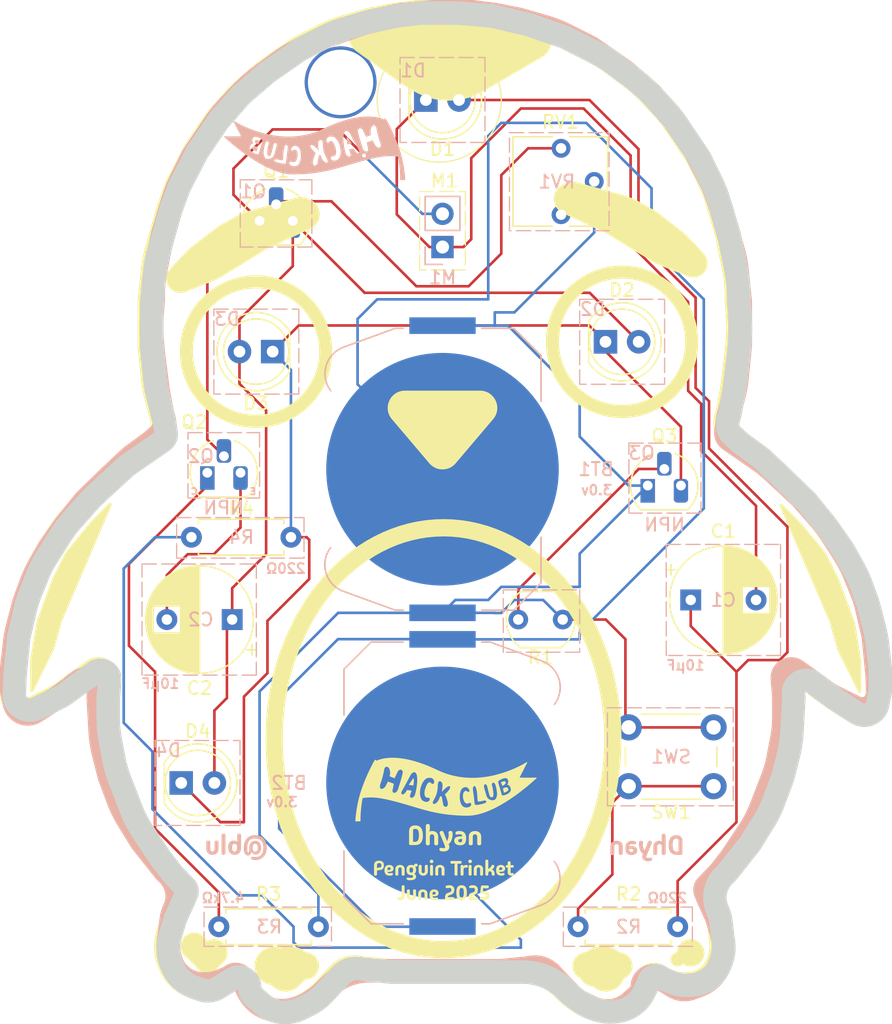
<source format=kicad_pcb>
(kicad_pcb (version 20240108) (generator "pcbnew") (generator_version "8.0")
  (layers (0 "F.Cu" signal) (31 "B.Cu" signal) (34 "B.Paste" user) (35 "F.Paste" user) (36 "B.SilkS" user "B.Silkscreen") (37 "F.SilkS" user "F.Silkscreen") (38 "B.Mask" user) (39 "F.Mask" user) (44 "Edge.Cuts" user))
  (net 0 "")
  (net 1 "Net-(BT1--)")
  (net 2 "Pot")
  (net 3 "Net-(D1-A)")
  (net 4 "Net-(D2-K)")
  (net 5 "Net-(Q2-E)")
  (net 6 "GND")
  (net 7 "Net-(D1-K)")
  (net 8 "Net-(M1--)")
  (net 9 "Net-(Q1-B)")
  (net 10 "Net-(Q2-C)")
  (net 11 "Net-(D2-A)")
  (net 12 "Net-(R2-Pad2)")
  (net 14 "Photo")
  (footprint "Capacitor_THT:CP_Radial_D8.0mm_P5.00mm" (layer "F.Cu") (at 120 95)
    (property "Reference" "C1")
    (property "Value" "C")
  )
  (footprint "LED_THT:LED_D5.0mm" (layer "F.Cu") (at 113.475 75.25)
    (property "Reference" "D2")
    (property "Value" "LED")
  )
  (footprint "Potentiometer_THT:Potentiometer_Vishay_T73YP_Vertical" (layer "F.Cu") (at 110.075 65.525)
    (property "Reference" "RV1")
    (property "Value" "R_Potentiometer")
  )
  (footprint "LED_THT:LED_D5.0mm" (layer "F.Cu") (at 88 76 180)
    (property "Reference" "D3")
    (property "Value" "LED")
  )
  (footprint "Resistor_THT:R_Axial_DIN0207_L6.3mm_D2.5mm_P7.62mm_Horizontal" (layer "F.Cu") (at 81.78 90.2)
    (property "Reference" "R4")
    (property "Value" "R")
  )
  (footprint "LED_THT:LED_D5.0mm" (layer "F.Cu") (at 81 109)
    (property "Reference" "D4")
    (property "Value" "LED")
  )
  (footprint "Package_TO_SOT_THT:TO-92L_HandSolder" (layer "F.Cu") (at 87 66)
    (property "Reference" "Q1")
    (property "Value" "NPN")
  )
  (footprint "Button_Switch_THT:SW_PUSH_6mm" (layer "F.Cu") (at 121.75 109.25 180)
    (property "Reference" "SW1")
    (property "Value" "SW_Push")
  )
  (footprint "Resistor_THT:R_Axial_DIN0207_L6.3mm_D2.5mm_P7.62mm_Horizontal" (layer "F.Cu") (at 91.5 120 180)
    (property "Reference" "R3")
    (property "Value" "R")
  )
  (footprint "OptoDevice:R_LDR_5.1x4.3mm_P3.4mm_Vertical" (layer "F.Cu") (at 110.2 96.5 180)
    (property "Reference" "R1")
    (property "Value" "R_Photo")
  )
  (footprint "Package_TO_SOT_THT:TO-92L_HandSolder" (layer "F.Cu") (at 116.71 86.25)
    (property "Reference" "Q3")
    (property "Value" "NPN")
  )
  (footprint "Resistor_THT:R_Axial_DIN0207_L6.3mm_D2.5mm_P7.62mm_Horizontal" (layer "F.Cu") (at 119 120 180)
    (property "Reference" "R2")
    (property "Value" "R")
  )
  (footprint "Capacitor_THT:CP_Radial_D8.0mm_P5.00mm" (layer "F.Cu") (at 84.902651 96.5 180)
    (property "Reference" "C2")
    (property "Value" "C")
  )
  (footprint "LED_THT:LED_D5.0mm" (layer "F.Cu") (at 99.725 56.75)
    (property "Reference" "D1")
    (property "Value" "LED")
  )
  (footprint "Package_TO_SOT_THT:TO-92L_HandSolder" (layer "F.Cu") (at 83 85.27)
    (property "Reference" "Q2")
    (property "Value" "NPN")
  )
  (footprint "Battery:BatteryHolder_Keystone_3034_1x20mm" (layer "B.Cu") (at 101 85 90)
    (property "Reference" "BT1")
    (property "Value" "Battery_Cell")
  )
  (footprint "Battery:BatteryHolder_Keystone_3034_1x20mm" (layer "B.Cu") (at 101 109 -90)
    (property "Reference" "BT2")
    (property "Value" "Battery_Cell")
  )
  (footprint "Connector_PinHeader_2.54mm:PinHeader_1x02_P2.54mm_Vertical" (layer "B.Cu") (at 101 68)
    (property "Reference" "M1")
    (property "Value" "Motor_DC")
  )
  (gr_line (start 120 97) (end 120 95) (stroke (width 0.2)) (layer "F.Cu") (net 3))
  (gr_rect (start 83.5 72.75) (end 90 79.25) (stroke (width 0.1) (type dash)) (fill none) (layer "B.SilkS"))
  (gr_poly (pts (xy 96.591517 58.167741) (xy 96.586873 58.168037) (xy 96.582085 58.168544) (xy 96.577413 58.169314) (xy 96.573109 58.170382) (xy 96.569163 58.171736) (xy 96.565563 58.17336) (xy 96.5623 58.175242) (xy 96.559362 58.177369) (xy 96.55674 58.179725) (xy 96.554421 58.182299) (xy 96.552397 58.185076) (xy 96.550656 58.188044) (xy 96.549188 58.191187) (xy 96.547981 58.194493) (xy 96.547026 58.197948) (xy 96.546312 58.201539) (xy 96.545828 58.205252) (xy 96.545564 58.209073) (xy 96.545509 58.21299) (xy 96.545652 58.216987) (xy 96.545983 58.221052) (xy 96.546492 58.225172) (xy 96.547167 58.229332) (xy 96.547998 58.233519) (xy 96.550086 58.241921) (xy 96.552672 58.250268) (xy 96.555669 58.258452) (xy 96.558994 58.266365) (xy 96.562562 58.273898) (xy 96.65625 58.471755) (xy 96.751689 58.682385) (xy 96.870023 58.954351) (xy 97.004124 59.277807) (xy 97.074861 59.455765) (xy 97.146867 59.642903) (xy 97.219253 59.837989) (xy 97.291126 60.039793) (xy 97.361596 60.247083) (xy 97.429773 60.458628) (xy 97.492116 60.672506) (xy 97.546081 60.886414) (xy 97.592268 61.098554) (xy 97.63128 61.307127) (xy 97.663716 61.510337) (xy 97.690179 61.706387) (xy 97.727585 62.069811) (xy 97.748309 62.383021) (xy 97.757159 62.631634) (xy 97.758468 62.877547) (xy 98.150005 62.877547) (xy 98.147814 62.786821) (xy 98.135378 62.611862) (xy 98.109905 62.364552) (xy 98.068606 62.056774) (xy 98.041149 61.883923) (xy 98.008689 61.70041) (xy 97.970877 61.507722) (xy 97.927364 61.307343) (xy 97.877801 61.100759) (xy 97.821839 60.889455) (xy 97.75913 60.674916) (xy 97.689324 60.458628) (xy 97.534781 60.031173) (xy 97.370697 59.622848) (xy 97.205561 59.244707) (xy 97.047868 58.907798) (xy 96.906108 58.623175) (xy 96.788773 58.401887) (xy 96.704355 58.254986) (xy 96.661346 58.193523) (xy 96.660067 58.19218) (xy 96.658474 58.190654) (xy 96.656251 58.188695) (xy 96.653403 58.186405) (xy 96.649935 58.183886) (xy 96.647969 58.182572) (xy 96.64585 58.181239) (xy 96.643578 58.1799) (xy 96.641154 58.178568) (xy 96.638577 58.177254) (xy 96.63585 58.175973) (xy 96.632971 58.174737) (xy 96.629943 58.173558) (xy 96.626765 58.172449) (xy 96.623437 58.171424) (xy 96.619961 58.170494) (xy 96.616337 58.169673) (xy 96.612566 58.168973) (xy 96.608648 58.168407) (xy 96.604583 58.167989) (xy 96.600373 58.167729) (xy 96.596018 58.167642)) (stroke (width -0.000001)) (fill solid) (layer "B.SilkS"))
  (gr_rect (start 105.649353 94.225647) (end 111.5 99) (stroke (width 0.1) (type dash)) (fill none) (layer "B.SilkS"))
  (gr_poly (pts (xy 86.59084 60.275085) (xy 86.579429 60.275718) (xy 86.568192 60.277012) (xy 86.557161 60.279006) (xy 86.551734 60.280277) (xy 86.54637 60.281738) (xy 86.541073 60.283394) (xy 86.535849 60.285248) (xy 86.5307 60.287306) (xy 86.525631 60.289573) (xy 86.520646 60.292054) (xy 86.515749 60.294753) (xy 86.510944 60.297676) (xy 86.506235 60.300826) (xy 86.501626 60.30421) (xy 86.49712 60.307832) (xy 86.492723 60.311696) (xy 86.488438 60.315808) (xy 86.48427 60.320172) (xy 86.480221 60.324793) (xy 86.476296 60.329676) (xy 86.4725 60.334827) (xy 86.468836 60.340249) (xy 86.465308 60.345947) (xy 86.46192 60.351927) (xy 86.458677 60.358194) (xy 86.455583 60.364751) (xy 86.45264 60.371604) (xy 86.445759 60.391588) (xy 86.441672 60.410798) (xy 86.44021 60.429248) (xy 86.441204 60.446952) (xy 86.444484 60.463922) (xy 86.449882 60.480173) (xy 86.457227 60.495718) (xy 86.466351 60.510569) (xy 86.477084 60.524741) (xy 86.489257 60.538247) (xy 86.502701 60.5511) (xy 86.517247 60.563314) (xy 86.532726 60.574902) (xy 86.548967 60.585878) (xy 86.583063 60.606046) (xy 86.61818 60.623926) (xy 86.652965 60.639624) (xy 86.716121 60.664907) (xy 86.761701 60.682752) (xy 86.774514 60.689155) (xy 86.777834 60.691773) (xy 86.778871 60.69402) (xy 86.856129 60.371604) (xy 86.833115 60.356933) (xy 86.80703 60.341832) (xy 86.773612 60.324435) (xy 86.754713 60.315551) (xy 86.734651 60.306901) (xy 86.71365 60.298758) (xy 86.691935 60.29139) (xy 86.669727 60.285068) (xy 86.647252 60.280061) (xy 86.624733 60.27664) (xy 86.602394 60.275074)) (stroke (width -0.000001)) (fill solid) (layer "B.SilkS"))
  (gr_rect (start 113.625 103.25) (end 123.25 110.75) (stroke (width 0.1) (type dash)) (fill none) (layer "B.SilkS"))
  (gr_rect (start 111.5 72) (end 118 78.5) (stroke (width 0.1) (type dash)) (fill none) (layer "B.SilkS"))
  (gr_poly (pts (xy 93.708485 59.580245) (xy 93.707462 59.58034) (xy 93.706456 59.58049) (xy 93.699448 59.583344) (xy 93.693365 59.58911) (xy 93.688161 59.597592) (xy 93.683789 59.608591) (xy 93.680205 59.621911) (xy 93.677361 59.637355) (xy 93.673712 59.673829) (xy 93.672472 59.716437) (xy 93.673274 59.763604) (xy 93.675749 59.813755) (xy 93.679528 59.865314) (xy 93.689525 59.966357) (xy 93.700317 60.054133) (xy 93.712489 60.139475) (xy 94.064517 60.079375) (xy 93.724686 59.585038) (xy 93.72341 59.584303) (xy 93.722153 59.583631) (xy 93.720914 59.58302) (xy 93.719694 59.58247) (xy 93.718492 59.581982) (xy 93.717309 59.581554) (xy 93.716143 59.581185) (xy 93.714996 59.580876) (xy 93.713866 59.580627) (xy 93.712754 59.580435) (xy 93.711661 59.580302) (xy 93.710585 59.580226) (xy 93.709526 59.580207)) (stroke (width -0.000001)) (fill solid) (layer "B.SilkS"))
  (gr_poly (pts (xy 116.184491 113.41913) (xy 116.177167 113.419453) (xy 116.170075 113.419991) (xy 116.163213 113.420744) (xy 116.156582 113.421712) (xy 116.150183 113.422895) (xy 116.144014 113.424292) (xy 116.138077 113.425905) (xy 116.132371 113.427733) (xy 116.126896 113.429775) (xy 116.121653 113.432033) (xy 116.116642 113.434505) (xy 116.111862 113.437191) (xy 116.107313 113.440093) (xy 116.102997 113.443209) (xy 116.098912 113.44654) (xy 116.094755 113.449797) (xy 116.090746 113.453221) (xy 116.086886 113.456809) (xy 116.083175 113.460564) (xy 116.079613 113.464483) (xy 116.076199 113.468568) (xy 116.072934 113.472819) (xy 116.069818 113.477234) (xy 116.066849 113.481815) (xy 116.06403 113.486561) (xy 116.061359 113.491473) (xy 116.058836 113.496549) (xy 116.056462 113.501791) (xy 116.054236 113.507198) (xy 116.052158 113.512769) (xy 116.050228 113.518506) (xy 116.047721 113.527136) (xy 116.045476 113.536097) (xy 116.043494 113.545391) (xy 116.041775 113.555015) (xy 116.040319 113.564971) (xy 116.039126 113.575258) (xy 116.038196 113.585875) (xy 116.037528 113.596822) (xy 116.035684 113.617068) (xy 116.03436 113.635459) (xy 116.033895 113.643958) (xy 116.033562 113.651993) (xy 116.033362 113.659565) (xy 116.033295 113.666672) (xy 116.033626 113.694253) (xy 116.034619 113.721967) (xy 116.036274 113.749814) (xy 116.03859 113.777795) (xy 116.041567 113.805908) (xy 116.045205 113.834153) (xy 116.049503 113.86253) (xy 116.054462 113.89104) (xy 116.059522 113.919416) (xy 116.065177 113.947396) (xy 116.071428 113.974978) (xy 116.078274 114.002164) (xy 116.085716 114.028953) (xy 116.093752 114.055346) (xy 116.102384 114.081341) (xy 116.111612 114.106939) (xy 116.120908 114.131415) (xy 116.1308 114.155096) (xy 116.141287 114.177981) (xy 116.152368 114.200072) (xy 116.164042 114.22137) (xy 116.176311 114.241874) (xy 116.189173 114.261586) (xy 116.202628 114.280506) (xy 116.204982 114.283485) (xy 116.207798 114.287124) (xy 116.214812 114.296384) (xy 116.223673 114.308288) (xy 116.234379 114.322839) (xy 116.239841 114.330777) (xy 116.245631 114.338714) (xy 116.25175 114.346652) (xy 116.258198 114.354589) (xy 116.264976 114.362527) (xy 116.272084 114.370464) (xy 116.279524 114.378402) (xy 116.287295 114.38634) (xy 116.291272 114.389979) (xy 116.295266 114.393486) (xy 116.299277 114.39686) (xy 116.303304 114.400102) (xy 116.307347 114.403211) (xy 116.311408 114.406187) (xy 116.315484 114.409031) (xy 116.319578 114.411743) (xy 116.323687 114.414322) (xy 116.327813 114.416769) (xy 116.331956 114.419083) (xy 116.336114 114.421265) (xy 116.340289 114.423315) (xy 116.344481 114.425233) (xy 116.348688 114.427019) (xy 116.352912 114.428672) (xy 116.3485 114.433526) (xy 116.344253 114.438561) (xy 116.34017 114.443778) (xy 116.336253 114.449176) (xy 116.332501 114.454757) (xy 116.328913 114.460519) (xy 116.325491 114.466464) (xy 116.322233 114.47259) (xy 116.319141 114.478898) (xy 116.316213 114.485389) (xy 116.313451 114.492061) (xy 116.310853 114.498916) (xy 116.30842 114.505952) (xy 116.306153 114.513171) (xy 116.30405 114.520572) (xy 116.302112 114.528156) (xy 116.298642 114.544097) (xy 116.295633 114.560169) (xy 116.293087 114.576374) (xy 116.291003 114.592711) (xy 116.289381 114.60918) (xy 116.288222 114.625783) (xy 116.287527 114.642519) (xy 116.287295 114.659389) (xy 116.287734 114.677176) (xy 116.289049 114.694549) (xy 116.291241 114.711508) (xy 116.294309 114.728054) (xy 116.298254 114.744186) (xy 116.303076 114.759904) (xy 116.308774 114.775209) (xy 116.315348 114.7901) (xy 116.322798 114.804578) (xy 116.331125 114.818642) (xy 116.340327 114.832292) (xy 116.350406 114.845529) (xy 116.36136 114.858352) (xy 116.373191 114.870761) (xy 116.385897 114.882757) (xy 116.399479 114.894339) (xy 116.413769 114.905619) (xy 116.429118 114.91617) (xy 116.445524 114.925993) (xy 116.462988 114.935089) (xy 116.481511 114.943456) (xy 116.501091 114.951096) (xy 116.521729 114.958008) (xy 116.543425 114.964192) (xy 116.566179 114.969649) (xy 116.589991 114.974378) (xy 116.614861 114.978379) (xy 116.640788 114.981653) (xy 116.667774 114.984199) (xy 116.695818 114.986017) (xy 116.724919 114.987109) (xy 116.755079 114.987472) (xy 116.790709 114.986811) (xy 116.824041 114.984827) (xy 116.855073 114.98152) (xy 116.883806 114.97689) (xy 116.91024 114.970938) (xy 116.934375 114.963662) (xy 116.95621 114.955064) (xy 116.975748 114.945143) (xy 116.984654 114.939686) (xy 116.992986 114.933898) (xy 117.000743 114.92778) (xy 117.007926 114.921331) (xy 117.014533 114.914551) (xy 117.020567 114.90744) (xy 117.026025 114.899999) (xy 117.030909 114.892227) (xy 117.035218 114.884124) (xy 117.038953 114.87569) (xy 117.042113 114.866925) (xy 117.044699 114.85783) (xy 117.04671 114.848404) (xy 117.048146 114.838646) (xy 117.049008 114.828558) (xy 117.049295 114.81814) (xy 117.049163 114.810622) (xy 117.048767 114.803419) (xy 117.048106 114.796531) (xy 117.047181 114.789956) (xy 117.045991 114.783697) (xy 117.044537 114.777751) (xy 117.042819 114.77212) (xy 117.040835 114.766804) (xy 117.038587 114.761801) (xy 117.036074 114.757114) (xy 117.033296 114.75274) (xy 117.030253 114.748681) (xy 117.026944 114.744937) (xy 117.023371 114.741507) (xy 117.019532 114.738391) (xy 117.015428 114.73559) (xy 117.011106 114.733283) (xy 117.0066 114.731125) (xy 117.001913 114.729116) (xy 116.997043 114.727255) (xy 116.991992 114.725544) (xy 116.986758 114.723981) (xy 116.981342 114.722567) (xy 116.975744 114.721302) (xy 116.969964 114.720186) (xy 116.964002 114.719219) (xy 116.957858 114.7184) (xy 116.951533 114.717731) (xy 116.945025 114.71721) (xy 116.938336 114.716838) (xy 116.931465 114.716614) (xy 116.924412 114.71654) (xy 116.909829 114.716673) (xy 116.895708 114.71707) (xy 116.882049 114.717733) (xy 116.868852 114.718659) (xy 116.856118 114.71985) (xy 116.843847 114.721305) (xy 116.832039 114.723024) (xy 116.820695 114.725006) (xy 116.809417 114.727489) (xy 116.79781 114.72964) (xy 116.785872 114.731459) (xy 116.773603 114.732947) (xy 116.761002 114.734103) (xy 116.748071 114.734929) (xy 116.734807 114.735425) (xy 116.721212 114.73559) (xy 116.706433 114.735358) (xy 116.692777 114.734662) (xy 116.686369 114.734141) (xy 116.680242 114.733504) (xy 116.674396 114.732751) (xy 116.668831 114.731882) (xy 116.663547 114.730898) (xy 116.658543 114.729798) (xy 116.653821 114.728582) (xy 116.64938 114.727251) (xy 116.64522 114.725805) (xy 116.641341 114.724243) (xy 116.637744 114.722565) (xy 116.634428 114.720772) (xy 116.632866 114.719822) (xy 116.631353 114.718823) (xy 116.629889 114.717773) (xy 116.628475 114.716674) (xy 116.627111 114.715525) (xy 116.625796 114.714326) (xy 116.624531 114.713077) (xy 116.623316 114.711779) (xy 116.62215 114.710431) (xy 116.621034 114.709034) (xy 116.619967 114.707587) (xy 116.61895 114.70609) (xy 116.617983 114.704543) (xy 116.617065 114.702947) (xy 116.616197 114.701302) (xy 116.615378 114.699606) (xy 116.61461 114.697861) (xy 116.61389 114.696067) (xy 116.61322 114.694222) (xy 116.6126 114.692329) (xy 116.61203 114.690385) (xy 116.611509 114.688392) (xy 116.611038 114.68635) (xy 116.610616 114.684258) (xy 116.610244 114.682116) (xy 116.609922 114.679925) (xy 116.609426 114.675395) (xy 116.609128 114.670666) (xy 116.609029 114.66574) (xy 116.60907 114.662507) (xy 116.609195 114.659158) (xy 116.609692 114.652112) (xy 116.610521 114.644603) (xy 116.611681 114.636632) (xy 116.61317 114.628197) (xy 116.614989 114.619301) (xy 116.617136 114.609942) (xy 116.619612 114.600122) (xy 116.622591 114.589475) (xy 116.62623 114.577635) (xy 116.63053 114.564604) (xy 116.63549 114.550381) (xy 116.641111 114.534968) (xy 116.647394 114.518364) (xy 116.654338 114.500572) (xy 116.661945 114.48159) (xy 116.678485 114.438732) (xy 116.698461 114.388463) (xy 116.721875 114.330782) (xy 116.748729 114.26569) (xy 117.013312 113.624339) (xy 117.01485 113.620354) (xy 117.016288 113.616336) (xy 117.017628 113.612285) (xy 117.018868 113.608201) (xy 117.020009 113.604084) (xy 117.021051 113.599934) (xy 117.021993 113.595751) (xy 117.022837 113.591534) (xy 117.023581 113.587285) (xy 117.024226 113.583002) (xy 117.024772 113.578686) (xy 117.025218 113.574337) (xy 117.025565 113.569954) (xy 117.025813 113.565538) (xy 117.025962 113.561089) (xy 117.026012 113.556606) (xy 117.025805 113.547769) (xy 117.025186 113.539245) (xy 117.024153 113.531036) (xy 117.022707 113.52314) (xy 117.020848 113.515558) (xy 117.018575 113.508291) (xy 117.015889 113.501337) (xy 117.012789 113.494697) (xy 117.009276 113.488371) (xy 117.005349 113.48236) (xy 117.001008 113.476663) (xy 116.996253 113.471279) (xy 116.991085 113.466211) (xy 116.985502 113.461456) (xy 116.979506 113.457016) (xy 116.973095 113.45289) (xy 116.966465 113.44879) (xy 116.959802 113.444955) (xy 116.953106 113.441383) (xy 116.946376 113.438077) (xy 116.939613 113.435034) (xy 116.932816 113.432256) (xy 116.925986 113.429742) (xy 116.919123 113.427493) (xy 116.912227 113.425508) (xy 116.905298 113.423788) (xy 116.898336 113.422332) (xy 116.89134 113.421141) (xy 116.884312 113.420214) (xy 116.87725 113.419552) (xy 116.870156 113.419155) (xy 116.863028 113.419023) (xy 116.856498 113.41913) (xy 116.850133 113.419453) (xy 116.843932 113.419991) (xy 116.837897 113.420744) (xy 116.832027 113.421712) (xy 116.826321 113.422895) (xy 116.820781 113.424292) (xy 116.815407 113.425905) (xy 116.810197 113.427733) (xy 116.805153 113.429775) (xy 116.800274 113.432033) (xy 116.795561 113.434505) (xy 116.791013 113.437191) (xy 116.78663 113.440093) (xy 116.782413 113.443209) (xy 116.778362 113.44654) (xy 116.774204 113.449781) (xy 116.770196 113.453154) (xy 116.766336 113.456659) (xy 116.762625 113.460296) (xy 116.759063 113.464066) (xy 116.755649 113.467968) (xy 116.752384 113.472003) (xy 116.749267 113.476169) (xy 116.746299 113.480468) (xy 116.74348 113.4849) (xy 116.740809 113.489464) (xy 116.738286 113.494161) (xy 116.735912 113.49899) (xy 116.733686 113.503951) (xy 116.731608 113.509045) (xy 116.729678 113.514272) (xy 116.465095 114.200073) (xy 116.445851 114.160052) (xy 116.428325 114.121487) (xy 116.412517 114.084377) (xy 116.398426 114.048724) (xy 116.386055 114.014527) (xy 116.375404 113.981786) (xy 116.366472 113.950502) (xy 116.359262 113.920673) (xy 116.352882 113.891869) (xy 116.347494 113.863658) (xy 116.343098 113.836041) (xy 116.339693 113.809019) (xy 116.337278 113.782592) (xy 116.335855 113.756761) (xy 116.335422 113.731527) (xy 116.335979 113.706889) (xy 116.336579 113.691905) (xy 116.337309 113.677649) (xy 116.338169 113.664122) (xy 116.33916 113.651324) (xy 116.340283 113.639253) (xy 116.341537 113.62791) (xy 116.342924 113.617295) (xy 116.344445 113.607406) (xy 116.346435 113.589155) (xy 116.348156 113.574604) (xy 116.349609 113.563755) (xy 116.350795 113.556606) (xy 116.351633 113.54827) (xy 116.352024 113.540199) (xy 116.351968 113.532393) (xy 116.351465 113.524851) (xy 116.350515 113.517574) (xy 116.349118 113.510562) (xy 116.347275 113.503815) (xy 116.344984 113.497333) (xy 116.342247 113.491115) (xy 116.339063 113.485162) (xy 116.335432 113.479474) (xy 116.331354 113.474051) (xy 116.32683 113.468893) (xy 116.32186 113.463999) (xy 116.316442 113.45937) (xy 116.310579 113.455006) (xy 116.304163 113.450647) (xy 116.297614 113.44657) (xy 116.290934 113.442774) (xy 116.284121 113.43926) (xy 116.277177 113.436027) (xy 116.2701 113.433075) (xy 116.26289 113.430405) (xy 116.255548 113.428015) (xy 116.248074 113.425907) (xy 116.240468 113.424081) (xy 116.232729 113.422535) (xy 116.224857 113.42127) (xy 116.216853 113.420287) (xy 116.208716 113.419585) (xy 116.200447 113.419163) (xy 116.192045 113.419023)) (stroke (width -0.000001)) (fill solid) (layer "B.SilkS"))
  (gr_rect (start 85.519816 62.855184) (end 91 68) (stroke (width 0.1) (type dash)) (fill none) (layer "B.SilkS"))
  (gr_poly (pts (xy 85.41745 112.871721) (xy 85.409002 112.872205) (xy 85.400831 112.873011) (xy 85.392937 112.87414) (xy 85.38532 112.875591) (xy 85.37798 112.877364) (xy 85.370917 112.87946) (xy 85.364131 112.881879) (xy 85.357622 112.88462) (xy 85.35139 112.887683) (xy 85.345434 112.891069) (xy 85.339756 112.894777) (xy 85.334355 112.898808) (xy 85.329231 112.903161) (xy 85.324384 112.907837) (xy 85.319813 112.912835) (xy 85.31552 112.918156) (xy 85.311504 112.923799) (xy 85.307764 112.929764) (xy 85.304302 112.936052) (xy 85.301117 112.942663) (xy 85.298208 112.949596) (xy 85.295577 112.956851) (xy 85.293222 112.964429) (xy 85.291145 112.972329) (xy 85.289345 112.980552) (xy 85.287821 112.989097) (xy 85.286575 112.997965) (xy 85.285605 113.007155) (xy 85.284913 113.016667) (xy 85.284497 113.026502) (xy 85.284359 113.03666) (xy 85.284359 113.218693) (xy 85.284623 113.258116) (xy 85.285417 113.293835) (xy 85.28674 113.32585) (xy 85.288592 113.35416) (xy 85.28922 113.36719) (xy 85.290047 113.379824) (xy 85.291072 113.392061) (xy 85.292296 113.403902) (xy 85.293719 113.415345) (xy 85.295339 113.426391) (xy 85.297158 113.437041) (xy 85.299176 113.447293) (xy 85.300895 113.456918) (xy 85.30288 113.46674) (xy 85.305129 113.476761) (xy 85.307643 113.486981) (xy 85.310421 113.497399) (xy 85.313463 113.508015) (xy 85.316771 113.51883) (xy 85.320342 113.529843) (xy 85.315199 113.52179) (xy 85.309825 113.514035) (xy 85.304219 113.506577) (xy 85.298382 113.499416) (xy 85.292313 113.492554) (xy 85.286013 113.485989) (xy 85.279481 113.479721) (xy 85.272717 113.473752) (xy 85.265722 113.46808) (xy 85.258496 113.462705) (xy 85.251038 113.457628) (xy 85.243348 113.452849) (xy 85.235427 113.448368) (xy 85.227275 113.444184) (xy 85.218891 113.440298) (xy 85.210276 113.43671) (xy 85.201131 113.433378) (xy 85.191689 113.430261) (xy 85.181949 113.427359) (xy 85.171911 113.424672) (xy 85.161576 113.4222) (xy 85.150943 113.419942) (xy 85.140012 113.4179) (xy 85.128784 113.416073) (xy 85.117258 113.41446) (xy 85.105434 113.413063) (xy 85.093313 113.411881) (xy 85.080894 113.410913) (xy 85.068177 113.410161) (xy 85.055163 113.409623) (xy 85.041852 113.409301) (xy 85.028242 113.409193) (xy 85.012483 113.409384) (xy 84.996955 113.409954) (xy 84.981658 113.410905) (xy 84.966593 113.412236) (xy 84.951759 113.413947) (xy 84.937157 113.416039) (xy 84.922786 113.418511) (xy 84.908647 113.421364) (xy 84.89474 113.424597) (xy 84.881064 113.42821) (xy 84.86762 113.432203) (xy 84.854407 113.436577) (xy 84.841426 113.441332) (xy 84.828678 113.446466) (xy 84.81616 113.451981) (xy 84.803875 113.457877) (xy 84.791871 113.463954) (xy 84.780198 113.470543) (xy 84.768855 113.477646) (xy 84.757843 113.48526) (xy 84.747161 113.493388) (xy 84.73681 113.502028) (xy 84.726789 113.511181) (xy 84.717099 113.520847) (xy 84.707739 113.531025) (xy 84.69871 113.541716) (xy 84.690011 113.552919) (xy 84.681643 113.564636) (xy 84.673605 113.576864) (xy 84.665898 113.589606) (xy 84.658522 113.60286) (xy 84.651476 113.616627) (xy 84.64481 113.630956) (xy 84.638575 113.645896) (xy 84.63277 113.661449) (xy 84.627395 113.677613) (xy 84.62245 113.69439) (xy 84.617936 113.711778) (xy 84.613852 113.729778) (xy 84.610197 113.748389) (xy 84.606973 113.767613) (xy 84.604179 113.787448) (xy 84.601815 113.807896) (xy 84.599881 113.828955) (xy 84.598376 113.850626) (xy 84.597302 113.872909) (xy 84.596657 113.895803) (xy 84.596442 113.91931) (xy 84.596972 113.954491) (xy 84.598559 113.988598) (xy 84.601206 114.021629) (xy 84.60491 114.053586) (xy 84.609673 114.084468) (xy 84.615495 114.114275) (xy 84.622374 114.143007) (xy 84.630312 114.170664) (xy 84.639308 114.197247) (xy 84.649363 114.222754) (xy 84.660475 114.247187) (xy 84.672646 114.270545) (xy 84.685875 114.292828) (xy 84.700161 114.314036) (xy 84.715506 114.334169) (xy 84.731909 114.353227) (xy 84.748966 114.371169) (xy 84.7668 114.387953) (xy 84.785412 114.40358) (xy 84.8048 114.418049) (xy 84.824966 114.431361) (xy 84.845909 114.443515) (xy 84.867629 114.454512) (xy 84.890126 114.464351) (xy 84.913401 114.473033) (xy 84.937453 114.480557) (xy 84.962283 114.486924) (xy 84.987889 114.492133) (xy 85.014274 114.496184) (xy 85.041436 114.499078) (xy 85.069375 114.500815) (xy 85.098092 114.501393) (xy 85.12627 114.500839) (xy 85.153655 114.499177) (xy 85.180245 114.496408) (xy 85.206042 114.49253) (xy 85.231045 114.487544) (xy 85.255255 114.48145) (xy 85.27867 114.474248) (xy 85.301292 114.465939) (xy 85.32312 114.456521) (xy 85.344155 114.445996) (xy 85.364395 114.434362) (xy 85.383842 114.421621) (xy 85.402495 114.407772) (xy 85.420355 114.392815) (xy 85.43742 114.37675) (xy 85.453692 114.359577) (xy 85.469071 114.341287) (xy 85.483458 114.321874) (xy 85.496852 114.301336) (xy 85.509255 114.279673) (xy 85.520665 114.256886) (xy 85.531083 114.232974) (xy 85.540509 114.207938) (xy 85.548942 114.181777) (xy 85.556384 114.154492) (xy 85.562833 114.126082) (xy 85.56829 114.096548) (xy 85.572755 114.065889) (xy 85.576227 114.034106) (xy 85.578708 114.001199) (xy 85.580196 113.967166) (xy 85.580483 113.946827) (xy 85.271659 113.946827) (xy 85.271469 113.968092) (xy 85.270898 113.988498) (xy 85.269948 114.008044) (xy 85.268616 114.02673) (xy 85.266905 114.044557) (xy 85.264813 114.061523) (xy 85.262341 114.07763) (xy 85.259488 114.092876) (xy 85.256256 114.107263) (xy 85.252642 114.12079) (xy 85.248649 114.133457) (xy 85.244275 114.145264) (xy 85.239521 114.156211) (xy 85.234386 114.166298) (xy 85.228871 114.175526) (xy 85.222976 114.183893) (xy 85.216477 114.191583) (xy 85.20968 114.198776) (xy 85.202586 114.205473) (xy 85.195194 114.211675) (xy 85.187505 114.21738) (xy 85.179518 114.222589) (xy 85.171233 114.227301) (xy 85.162651 114.231518) (xy 85.15377 114.235239) (xy 85.144593 114.238464) (xy 85.135117 114.241192) (xy 85.125344 114.243425) (xy 85.115274 114.245161) (xy 85.104905 114.246401) (xy 85.094239 114.247145) (xy 85.083276 114.247393) (xy 85.07232 114.247145) (xy 85.061679 114.246401) (xy 85.051353 114.245161) (xy 85.04134 114.243425) (xy 85.031642 114.241192) (xy 85.022258 114.238464) (xy 85.013189 114.235239) (xy 85.004433 114.231518) (xy 84.995991 114.227301) (xy 84.987864 114.222589) (xy 84.980051 114.21738) (xy 84.972551 114.211675) (xy 84.965366 114.205473) (xy 84.958494 114.198776) (xy 84.951936 114.191583) (xy 84.945692 114.183893) (xy 84.939541 114.175526) (xy 84.933786 114.166298) (xy 84.928428 114.156211) (xy 84.923467 114.145264) (xy 84.918903 114.133457) (xy 84.914736 114.12079) (xy 84.910966 114.107263) (xy 84.907592 114.092876) (xy 84.904616 114.07763) (xy 84.902036 114.061523) (xy 84.899853 114.044557) (xy 84.898067 114.02673) (xy 84.896678 114.008044) (xy 84.895686 113.988498) (xy 84.895091 113.968092) (xy 84.894892 113.946827) (xy 84.895256 113.918616) (xy 84.896346 113.89219) (xy 84.898164 113.867551) (xy 84.90071 113.844697) (xy 84.903983 113.82363) (xy 84.907985 113.804348) (xy 84.91026 113.795377) (xy 84.912716 113.786853) (xy 84.915355 113.778775) (xy 84.918176 113.771143) (xy 84.920903 113.763619) (xy 84.923795 113.756392) (xy 84.926853 113.749464) (xy 84.930077 113.742833) (xy 84.933466 113.736499) (xy 84.937021 113.730463) (xy 84.940741 113.724725) (xy 84.944627 113.719285) (xy 84.948679 113.714142) (xy 84.952896 113.709297) (xy 84.957278 113.70475) (xy 84.961827 113.7005) (xy 84.966541 113.696548) (xy 84.97142 113.692893) (xy 84.976465 113.689536) (xy 84.981676 113.686477) (xy 84.987033 113.683657) (xy 84.992524 113.681019) (xy 84.998146 113.678564) (xy 85.003901 113.67629) (xy 85.009788 113.674198) (xy 85.015807 113.672288) (xy 85.021959 113.67056) (xy 85.028243 113.669014) (xy 85.034659 113.66765) (xy 85.041207 113.666467) (xy 85.047888 113.665467) (xy 85.054701 113.664648) (xy 85.061646 113.664012) (xy 85.068724 113.663557) (xy 85.075934 113.663284) (xy 85.083276 113.663193) (xy 85.090618 113.663284) (xy 85.097827 113.663557) (xy 85.104905 113.664012) (xy 85.11185 113.664648) (xy 85.118663 113.665467) (xy 85.125344 113.666467) (xy 85.131892 113.66765) (xy 85.138308 113.669014) (xy 85.144592 113.67056) (xy 85.150744 113.672288) (xy 85.156763 113.674198) (xy 85.16265 113.67629) (xy 85.168405 113.678564) (xy 85.174027 113.681019) (xy 85.179518 113.683657) (xy 85.184876 113.686477) (xy 85.190093 113.689536) (xy 85.195161 113.692893) (xy 85.200081 113.696548) (xy 85.204852 113.7005) (xy 85.209474 113.70475) (xy 85.213947 113.709297) (xy 85.218271 113.714142) (xy 85.222446 113.719285) (xy 85.226473 113.724725) (xy 85.230351 113.730463) (xy 85.23408 113.736499) (xy 85.23766 113.742833) (xy 85.241091 113.749464) (xy 85.244374 113.756392) (xy 85.247507 113.763619) (xy 85.250492 113.771143) (xy 85.253055 113.778775) (xy 85.255453 113.786853) (xy 85.257685 113.795377) (xy 85.259752 113.804348) (xy 85.261654 113.813766) (xy 85.26339 113.82363) (xy 85.264961 113.83394) (xy 85.266367 113.844697) (xy 85.267607 113.855901) (xy 85.268682 113.867551) (xy 85.270336 113.89219) (xy 85.271328 113.918616) (xy 85.271659 113.946827) (xy 85.580483 113.946827) (xy 85.580692 113.93201) (xy 85.580692 113.03666) (xy 85.580089 113.016667) (xy 85.579334 113.007155) (xy 85.578278 112.997965) (xy 85.57692 112.989097) (xy 85.57526 112.980552) (xy 85.573298 112.972329) (xy 85.571035 112.964429) (xy 85.568469 112.956851) (xy 85.565602 112.949596) (xy 85.562434 112.942663) (xy 85.558963 112.936052) (xy 85.555191 112.929764) (xy 85.551116 112.923799) (xy 85.54674 112.918156) (xy 85.542063 112.912835) (xy 85.537083 112.907837) (xy 85.531802 112.903161) (xy 85.526219 112.898808) (xy 85.520334 112.894777) (xy 85.514147 112.891069) (xy 85.507658 112.887683) (xy 85.500868 112.88462) (xy 85.493776 112.881879) (xy 85.486382 112.87946) (xy 85.478687 112.877364) (xy 85.470689 112.875591) (xy 85.46239 112.87414) (xy 85.453789 112.873011) (xy 85.444886 112.872205) (xy 85.435682 112.871721) (xy 85.426175 112.87156)) (stroke (width -0.000001)) (fill solid) (layer "B.SilkS"))
  (gr_poly (pts (xy 83.055337 113.403406) (xy 83.046556 113.404108) (xy 83.038073 113.405092) (xy 83.029887 113.406357) (xy 83.021999 113.407903) (xy 83.014409 113.409731) (xy 83.007117 113.411839) (xy 83.000122 113.414229) (xy 82.993424 113.416899) (xy 82.987025 113.419851) (xy 82.980923 113.423084) (xy 82.975118 113.426598) (xy 82.969612 113.430393) (xy 82.964403 113.434469) (xy 82.959492 113.438826) (xy 82.954878 113.443465) (xy 82.950562 113.448384) (xy 82.946544 113.453585) (xy 82.942823 113.459067) (xy 82.9394 113.46483) (xy 82.936274 113.470874) (xy 82.933447 113.477199) (xy 82.930917 113.483805) (xy 82.928684 113.490693) (xy 82.926749 113.497861) (xy 82.925112 113.505311) (xy 82.923773 113.513042) (xy 82.922731 113.521054) (xy 82.921987 113.529347) (xy 82.92154 113.537921) (xy 82.921392 113.546777) (xy 82.921392 114.042077) (xy 82.921623 114.059142) (xy 82.922318 114.075944) (xy 82.923476 114.09248) (xy 82.925097 114.108752) (xy 82.927181 114.12476) (xy 82.929728 114.140502) (xy 82.932738 114.15598) (xy 82.936212 114.171194) (xy 82.940148 114.186143) (xy 82.944547 114.200827) (xy 82.949408 114.215247) (xy 82.954733 114.229402) (xy 82.96052 114.243293) (xy 82.96677 114.256919) (xy 82.973483 114.27028) (xy 82.980658 114.283377) (xy 82.987992 114.296159) (xy 82.995707 114.308578) (xy 83.003803 114.320633) (xy 83.012279 114.332324) (xy 83.021135 114.343652) (xy 83.030372 114.354615) (xy 83.039989 114.365215) (xy 83.049986 114.375451) (xy 83.060363 114.385324) (xy 83.071121 114.394832) (xy 83.082258 114.403977) (xy 83.093775 114.412758) (xy 83.105672 114.421175) (xy 83.117949 114.429228) (xy 83.130606 114.436918) (xy 83.143642 114.444243) (xy 83.156758 114.451164) (xy 83.170172 114.457638) (xy 83.183882 114.463665) (xy 83.19789 114.469246) (xy 83.212195 114.474381) (xy 83.226797 114.479069) (xy 83.241697 114.483311) (xy 83.256893 114.487106) (xy 83.272387 114.490454) (xy 83.288179 114.493357) (xy 83.304268 114.495812) (xy 83.320654 114.497821) (xy 83.337338 114.499384) (xy 83.354319 114.5005) (xy 83.371598 114.50117) (xy 83.389175 114.501393) (xy 83.406505 114.50117) (xy 83.423572 114.5005) (xy 83.440373 114.499384) (xy 83.456911 114.497821) (xy 83.473184 114.495812) (xy 83.489192 114.493357) (xy 83.504936 114.490454) (xy 83.520415 114.487106) (xy 83.535629 114.483311) (xy 83.550579 114.479069) (xy 83.565263 114.474381) (xy 83.579683 114.469246) (xy 83.593837 114.463665) (xy 83.607726 114.457638) (xy 83.62135 114.451164) (xy 83.634709 114.444243) (xy 83.647757 114.436918) (xy 83.660442 114.429228) (xy 83.672763 114.421175) (xy 83.68472 114.412758) (xy 83.696312 114.403977) (xy 83.707541 114.394832) (xy 83.718406 114.385324) (xy 83.728907 114.375451) (xy 83.739043 114.365215) (xy 83.748816 114.354615) (xy 83.758225 114.343652) (xy 83.767269 114.332324) (xy 83.77595 114.320633) (xy 83.784267 114.308578) (xy 83.792219 114.296159) (xy 83.799808 114.283377) (xy 83.806729 114.27028) (xy 83.813203 114.256919) (xy 83.81923 114.243293) (xy 83.824811 114.229402) (xy 83.829946 114.215247) (xy 83.834634 114.200827) (xy 83.838876 114.186143) (xy 83.842671 114.171194) (xy 83.846019 114.15598) (xy 83.848922 114.140502) (xy 83.851377 114.12476) (xy 83.853386 114.108752) (xy 83.854949 114.09248) (xy 83.856065 114.075944) (xy 83.856735 114.059142) (xy 83.856958 114.042077) (xy 83.856958 113.546777) (xy 83.856809 113.537921) (xy 83.856363 113.529347) (xy 83.855619 113.521054) (xy 83.854577 113.513042) (xy 83.853238 113.505311) (xy 83.8516 113.497861) (xy 83.849666 113.490693) (xy 83.847433 113.483805) (xy 83.844903 113.477199) (xy 83.842075 113.470874) (xy 83.83895 113.46483) (xy 83.835527 113.459067) (xy 83.831806 113.453585) (xy 83.827788 113.448384) (xy 83.823472 113.443465) (xy 83.818858 113.438826) (xy 83.813947 113.434469) (xy 83.808738 113.430393) (xy 83.803231 113.426598) (xy 83.797427 113.423084) (xy 83.791325 113.419851) (xy 83.784925 113.416899) (xy 83.778228 113.414229) (xy 83.771233 113.411839) (xy 83.763941 113.409731) (xy 83.75635 113.407903) (xy 83.748463 113.406357) (xy 83.740277 113.405092) (xy 83.731794 113.404108) (xy 83.723013 113.403406) (xy 83.713934 113.402984) (xy 83.704558 113.402843) (xy 83.686104 113.403406) (xy 83.677323 113.404108) (xy 83.66884 113.405092) (xy 83.660654 113.406357) (xy 83.652766 113.407903) (xy 83.645176 113.409731) (xy 83.637883 113.411839) (xy 83.630888 113.414229) (xy 83.624191 113.416899) (xy 83.617792 113.419851) (xy 83.61169 113.423084) (xy 83.605885 113.426598) (xy 83.600379 113.430393) (xy 83.59517 113.434469) (xy 83.590258 113.438826) (xy 83.585645 113.443465) (xy 83.581329 113.448384) (xy 83.57731 113.453585) (xy 83.57359 113.459067) (xy 83.570167 113.46483) (xy 83.567041 113.470874) (xy 83.564214 113.477199) (xy 83.561683 113.483805) (xy 83.559451 113.490693) (xy 83.557516 113.497861) (xy 83.555879 113.505311) (xy 83.55454 113.513042) (xy 83.553498 113.521054) (xy 83.552754 113.529347) (xy 83.552307 113.537921) (xy 83.552158 113.546777) (xy 83.552158 114.037843) (xy 83.551993 114.050105) (xy 83.551497 114.06202) (xy 83.550671 114.073587) (xy 83.549514 114.084807) (xy 83.548026 114.09568) (xy 83.546208 114.106205) (xy 83.544058 114.116383) (xy 83.541578 114.126214) (xy 83.538767 114.135698) (xy 83.535626 114.144834) (xy 83.532153 114.153623) (xy 83.52835 114.162065) (xy 83.524215 114.170159) (xy 83.519749 114.177907) (xy 83.514953 114.185307) (xy 83.509825 114.19236) (xy 83.504396 114.199024) (xy 83.498685 114.205259) (xy 83.492693 114.211063) (xy 83.486419 114.216437) (xy 83.479864 114.221382) (xy 83.473027 114.225896) (xy 83.465909 114.229981) (xy 83.458509 114.233635) (xy 83.450828 114.23686) (xy 83.442865 114.239654) (xy 83.43462 114.242019) (xy 83.426094 114.243954) (xy 83.417287 114.245459) (xy 83.408198 114.246533) (xy 83.398827 114.247178) (xy 83.389175 114.247393) (xy 83.379528 114.247178) (xy 83.370161 114.246533) (xy 83.361075 114.245459) (xy 83.352271 114.243954) (xy 83.343747 114.242019) (xy 83.335504 114.239654) (xy 83.327542 114.23686) (xy 83.319861 114.233635) (xy 83.312461 114.229981) (xy 83.305341 114.225896) (xy 83.298503 114.221382) (xy 83.291946 114.216437) (xy 83.285669 114.211063) (xy 83.279674 114.205259) (xy 83.273959 114.199024) (xy 83.268525 114.19236) (xy 83.263402 114.185307) (xy 83.258608 114.177907) (xy 83.254145 114.170159) (xy 83.250012 114.162065) (xy 83.246209 114.153623) (xy 83.242736 114.144834) (xy 83.239594 114.135698) (xy 83.236782 114.126214) (xy 83.2343 114.116383) (xy 83.232149 114.106205) (xy 83.230329 114.09568) (xy 83.22884 114.084807) (xy 83.227681 114.073587) (xy 83.226854 114.06202) (xy 83.226357 114.050105) (xy 83.226192 114.037843) (xy 83.226192 113.546777) (xy 83.226043 113.537921) (xy 83.225596 113.529347) (xy 83.224852 113.521054) (xy 83.22381 113.513042) (xy 83.222471 113.505311) (xy 83.220834 113.497861) (xy 83.218899 113.490693) (xy 83.216667 113.483805) (xy 83.214137 113.477199) (xy 83.211309 113.470874) (xy 83.208183 113.46483) (xy 83.20476 113.459067) (xy 83.20104 113.453585) (xy 83.197021 113.448384) (xy 83.192705 113.443465) (xy 83.188092 113.438826) (xy 83.18318 113.434469) (xy 83.177971 113.430393) (xy 83.172465 113.426598) (xy 83.16666 113.423084) (xy 83.160558 113.419851) (xy 83.154159 113.416899) (xy 83.147461 113.414229) (xy 83.140466 113.411839) (xy 83.133174 113.409731) (xy 83.125584 113.407903) (xy 83.117696 113.406357) (xy 83.10951 113.405092) (xy 83.101027 113.404108) (xy 83.092246 113.403406) (xy 83.083168 113.402984) (xy 83.073792 113.402843)) (stroke (width -0.000001)) (fill solid) (layer "B.SilkS"))
  (gr_rect (start 110.25 118.5) (end 120.125 121.5) (stroke (width 0.1) (type dash)) (fill none) (layer "B.SilkS"))
  (gr_rect (start 118.125 90.75) (end 126.875 99.25) (stroke (width 0.1) (type dash)) (fill none) (layer "B.SilkS"))
  (gr_poly (pts (xy 97.756571 50.225073) (xy 95.039297 50.855274) (xy 92.160101 51.845601) (xy 89.752657 53.076231) (xy 89.585236 53.164038) (xy 89.419752 53.255311) (xy 89.256258 53.350017) (xy 89.094807 53.448123) (xy 88.935452 53.549594) (xy 88.778245 53.654398) (xy 88.623239 53.762501) (xy 88.470488 53.87387) (xy 86.84886 55.082408) (xy 86.697981 55.197367) (xy 86.549586 55.315441) (xy 86.403727 55.436589) (xy 86.260457 55.560767) (xy 86.119829 55.687935) (xy 85.981896 55.81805) (xy 85.84671 55.951069) (xy 85.714323 56.086951) (xy 84.571325 57.285355) (xy 84.44252 57.423227) (xy 84.316679 57.563723) (xy 84.19384 57.706793) (xy 84.07404 57.85239) (xy 83.957316 58.000464) (xy 83.843704 58.150969) (xy 83.733242 58.303854) (xy 83.625967 58.459072) (xy 81.859606 61.073552) (xy 80.927481 62.975536) (xy 80.848036 63.142) (xy 80.772035 63.310005) (xy 80.699501 63.479497) (xy 80.630455 63.650422) (xy 80.564918 63.822727) (xy 80.502912 63.996356) (xy 80.44446 64.171256) (xy 80.389582 64.347374) (xy 79.588423 67.015433) (xy 79.029623 69.841712) (xy 78.989604 70.057863) (xy 78.954881 70.27483) (xy 78.925466 70.492515) (xy 78.901371 70.710821) (xy 78.882608 70.92965) (xy 78.869191 71.148906) (xy 78.861132 71.36849) (xy 78.858442 71.588306) (xy 78.858442 72.012035) (xy 78.75049 73.450629) (xy 78.738796 73.630959) (xy 78.730704 73.81143) (xy 78.726222 73.99199) (xy 78.725355 74.172583) (xy 78.72811 74.353158) (xy 78.734491 74.533658) (xy 78.744507 74.714031) (xy 78.758162 74.894221) (xy 78.858442 76.06331) (xy 79.223566 78.944358) (xy 79.566198 80.761251) (xy 79.572126 80.79074) (xy 79.578791 80.820066) (xy 79.586189 80.849212) (xy 79.594312 80.878163) (xy 79.603155 80.906903) (xy 79.612711 80.935417) (xy 79.622973 80.963689) (xy 79.633936 80.991704) (xy 79.650967 81.036249) (xy 79.666151 81.081151) (xy 79.679499 81.12636) (xy 79.691023 81.171826) (xy 79.700733 81.2175) (xy 79.708643 81.263331) (xy 79.714762 81.309271) (xy 79.719103 81.355269) (xy 79.722495 81.447243) (xy 79.718912 81.538855) (xy 79.708444 81.629708) (xy 79.691185 81.719405) (xy 79.667224 81.807549) (xy 79.636656 81.893742) (xy 79.59957 81.977588) (xy 79.55606 82.058688) (xy 79.531925 82.098084) (xy 79.506217 82.136646) (xy 79.478949 82.174322) (xy 79.450133 82.211064) (xy 79.419779 82.246821) (xy 79.3879 82.281545) (xy 79.354506 82.315185) (xy 79.319609 82.347692) (xy 78.696253 82.905435) (xy 77.155317 84.030973) (xy 75.614119 85.471364) (xy 73.6271 87.407052) (xy 72.126646 89.252523) (xy 70.869616 91.05301) (xy 70.090677 92.442601) (xy 70.003297 92.602223) (xy 69.919172 92.763547) (xy 69.838333 92.926514) (xy 69.760812 93.091065) (xy 69.686639 93.257141) (xy 69.615846 93.424684) (xy 69.548463 93.593634) (xy 69.484522 93.763932) (xy 68.963556 95.194535) (xy 68.479365 97.04133) (xy 68.439616 97.19872) (xy 68.402726 97.356748) (xy 68.368701 97.515376) (xy 68.337547 97.674573) (xy 68.309271 97.834303) (xy 68.283879 97.994533) (xy 68.261376 98.155228) (xy 68.24177 98.316354) (xy 68.030634 100.191194) (xy 68.030634 101.727365) (xy 68.031179 101.770805) (xy 68.032813 101.8142) (xy 68.035532 101.857527) (xy 68.039332 101.900764) (xy 68.044212 101.94389) (xy 68.050168 101.986883) (xy 68.057196 102.02972) (xy 68.065294 102.072381) (xy 68.229067 102.882268) (xy 68.242753 102.941364) (xy 68.259526 102.998806) (xy 68.279274 103.054531) (xy 68.301884 103.10848) (xy 68.327244 103.16059) (xy 68.35524 103.2108) (xy 68.38576 103.25905) (xy 68.418692 103.305279) (xy 68.453924 103.349424) (xy 68.491341 103.391426) (xy 68.530833 103.431222) (xy 68.572285 103.468753) (xy 68.615587 103.503956) (xy 68.660625 103.53677) (xy 68.707286 103.567135) (xy 68.755458 103.594988) (xy 68.805028 103.62027) (xy 68.855885 103.642919) (xy 68.907914 103.662874) (xy 68.961004 103.680073) (xy 69.015042 103.694456) (xy 69.069915 103.705961) (xy 69.125512 103.714528) (xy 69.181718 103.720094) (xy 69.238422 103.7226) (xy 69.295511 103.721983) (xy 69.352872 103.718183) (xy 69.410394 103.711138) (xy 69.467962 103.700788) (xy 69.525466 103.687071) (xy 69.582791 103.669927) (xy 69.639826 103.649293) (xy 69.663216 103.639782) (xy 69.686352 103.629706) (xy 69.709228 103.619073) (xy 69.731837 103.607887) (xy 69.754174 103.596156) (xy 69.776231 103.583885) (xy 69.798003 103.571082) (xy 69.819483 103.557752) (xy 71.35618 102.57694) (xy 72.563475 101.712808) (xy 72.573923 101.705227) (xy 72.584234 101.697469) (xy 72.594404 101.689535) (xy 72.604432 101.681426) (xy 72.614315 101.673146) (xy 72.624053 101.664696) (xy 72.633643 101.656077) (xy 72.643082 101.647292) (xy 72.65237 101.638342) (xy 72.661504 101.62923) (xy 72.670482 101.619958) (xy 72.679302 101.610527) (xy 72.687962 101.600939) (xy 72.696461 101.591197) (xy 72.704796 101.581302) (xy 72.712965 101.571256) (xy 72.743654 101.532628) (xy 72.752828 101.521545) (xy 72.762288 101.510721) (xy 72.772026 101.500164) (xy 72.782037 101.489878) (xy 72.792315 101.479869) (xy 72.802853 101.470145) (xy 72.813645 101.460709) (xy 72.824685 101.451568) (xy 72.835967 101.442728) (xy 72.847485 101.434194) (xy 72.859232 101.425973) (xy 72.871203 101.41807) (xy 72.883391 101.410491) (xy 72.895789 101.403242) (xy 72.908392 101.396328) (xy 72.921194 101.389756) (xy 72.935268 101.382501) (xy 72.949113 101.374831) (xy 72.962723 101.366752) (xy 72.976091 101.35827) (xy 72.989212 101.349391) (xy 73.002078 101.34012) (xy 73.014685 101.330465) (xy 73.027025 101.320432) (xy 73.068564 101.285508) (xy 73.133593 101.234787) (xy 73.200405 101.190621) (xy 73.268725 101.152858) (xy 73.338276 101.121348) (xy 73.408783 101.095939) (xy 73.479971 101.07648) (xy 73.551563 101.062818) (xy 73.623283 101.054804) (xy 73.694857 101.052285) (xy 73.766009 101.05511) (xy 73.836462 101.063127) (xy 73.905941 101.076186) (xy 73.97417 101.094134) (xy 74.040874 101.116821) (xy 74.105776 101.144095) (xy 74.168602 101.175805) (xy 74.229075 101.211799) (xy 74.28692 101.251925) (xy 74.341861 101.296033) (xy 74.393622 101.343971) (xy 74.441928 101.395588) (xy 74.486503 101.450732) (xy 74.527071 101.509252) (xy 74.563356 101.570997) (xy 74.595084 101.635814) (xy 74.621977 101.703553) (xy 74.643761 101.774063) (xy 74.660159 101.847191) (xy 74.670896 101.922787) (xy 74.675696 102.000699) (xy 74.674284 102.080776) (xy 74.666384 102.162866) (xy 74.653948 102.255471) (xy 74.650971 102.279517) (xy 74.648586 102.303624) (xy 74.64679 102.327782) (xy 74.64558 102.351977) (xy 74.644954 102.376197) (xy 74.644907 102.400429) (xy 74.645437 102.424661) (xy 74.64654 102.44888) (xy 74.794706 105.048146) (xy 74.809463 105.262345) (xy 74.829317 105.476053) (xy 74.854256 105.689178) (xy 74.884267 105.901627) (xy 74.919339 106.113307) (xy 74.959459 106.324125) (xy 75.004614 106.533988) (xy 75.054792 106.742803) (xy 75.492678 108.47371) (xy 76.156248 110.254354) (xy 76.235952 110.460391) (xy 76.320647 110.664308) (xy 76.410291 110.866018) (xy 76.504839 111.065433) (xy 76.604249 111.262467) (xy 76.708477 111.457033) (xy 76.817481 111.649044) (xy 76.931215 111.838414) (xy 77.966265 113.515344) (xy 79.675474 115.665345) (xy 79.704706 115.701458) (xy 79.734647 115.736967) (xy 79.765288 115.771863) (xy 79.796621 115.806135) (xy 79.828636 115.839776) (xy 79.861324 115.872776) (xy 79.894676 115.905125) (xy 79.928682 115.936814) (xy 80.061722 116.068488) (xy 80.182516 116.20867) (xy 80.290895 116.356552) (xy 80.386688 116.511321) (xy 80.469723 116.672168) (xy 80.53983 116.838281) (xy 80.596838 117.008849) (xy 80.640576 117.183063) (xy 80.670873 117.36011) (xy 80.687558 117.539181) (xy 80.690459 117.719464) (xy 80.679408 117.900149) (xy 80.654231 118.080424) (xy 80.614758 118.25948) (xy 80.560819 118.436505) (xy 80.492243 118.610688) (xy 80.431128 118.74933) (xy 80.394657 118.836467) (xy 80.361463 118.924779) (xy 80.331574 119.014176) (xy 80.305018 119.104568) (xy 80.281823 119.195864) (xy 80.262018 119.287975) (xy 80.24563 119.380811) (xy 80.232687 119.474282) (xy 80.037424 121.099618) (xy 80.028261 121.18591) (xy 80.021505 121.272306) (xy 80.01715 121.358757) (xy 80.015191 121.445213) (xy 80.015622 121.531624) (xy 80.018439 121.61794) (xy 80.023635 121.70411) (xy 80.031206 121.790086) (xy 80.041145 121.875817) (xy 80.053448 121.961252) (xy 80.068109 122.046343) (xy 80.085123 122.131039) (xy 80.104484 122.21529) (xy 80.126187 122.299047) (xy 80.150226 122.382258) (xy 80.176596 122.464875) (xy 80.234274 122.637384) (xy 80.266015 122.72662) (xy 80.300974 122.814394) (xy 80.339094 122.900626) (xy 80.38032 122.985237) (xy 80.424596 123.068148) (xy 80.471865 123.149279) (xy 80.522071 123.228551) (xy 80.575158 123.305884) (xy 80.631069 123.381198) (xy 80.689749 123.454414) (xy 80.751141 123.525454) (xy 80.815188 123.594236) (xy 80.881836 123.660682) (xy 80.951027 123.724712) (xy 81.022706 123.786248) (xy 81.096815 123.845208) (xy 81.166326 123.896552) (xy 81.237392 123.945395) (xy 81.309946 123.991711) (xy 81.383918 124.035471) (xy 81.459241 124.076651) (xy 81.535845 124.115223) (xy 81.613663 124.15116) (xy 81.692625 124.184435) (xy 81.772662 124.215022) (xy 81.853707 124.242895) (xy 81.935691 124.268025) (xy 82.018545 124.290387) (xy 82.102201 124.309954) (xy 82.186589 124.326699) (xy 82.271642 124.340596) (xy 82.35729 124.351617) (xy 82.501223 124.367494) (xy 82.59693 124.376595) (xy 82.69271 124.382673) (xy 82.788493 124.385738) (xy 82.884209 124.385798) (xy 82.979788 124.382863) (xy 83.075161 124.376942) (xy 83.170259 124.368045) (xy 83.26501 124.35618) (xy 83.359346 124.341358) (xy 83.453197 124.323587) (xy 83.546493 124.302877) (xy 83.639164 124.279237) (xy 83.731141 124.252677) (xy 83.822353 124.223205) (xy 83.912732 124.190831) (xy 84.002207 124.155564) (xy 84.604925 123.907121) (xy 84.616431 123.902237) (xy 84.627828 123.897113) (xy 84.639111 123.891753) (xy 84.650278 123.886157) (xy 84.661323 123.880329) (xy 84.672244 123.874271) (xy 84.683035 123.867985) (xy 84.693695 123.861474) (xy 84.704218 123.85474) (xy 84.7146 123.847784) (xy 84.724838 123.840611) (xy 84.734928 123.833221) (xy 84.744866 123.825617) (xy 84.754648 123.817801) (xy 84.764271 123.809777) (xy 84.773729 123.801545) (xy 84.805713 123.774986) (xy 84.838731 123.751096) (xy 84.872673 123.72984) (xy 84.907423 123.711182) (xy 84.94287 123.695089) (xy 84.9789 123.681524) (xy 85.0154 123.670454) (xy 85.052257 123.661842) (xy 85.089358 123.655655) (xy 85.126589 123.651858) (xy 85.163838 123.650414) (xy 85.200992 123.651291) (xy 85.237936 123.654452) (xy 85.274559 123.659862) (xy 85.310747 123.667487) (xy 85.346387 123.677292) (xy 85.381365 123.689242) (xy 85.415569 123.703301) (xy 85.448886 123.719436) (xy 85.481202 123.737611) (xy 85.512405 123.757791) (xy 85.542381 123.779941) (xy 85.571016 123.804026) (xy 85.598199 123.830012) (xy 85.623816 123.857863) (xy 85.647753 123.887545) (xy 85.669898 123.919022) (xy 85.690137 123.95226) (xy 85.708358 123.987224) (xy 85.724447 124.023879) (xy 85.738291 124.062189) (xy 85.749777 124.10212) (xy 85.775709 124.204774) (xy 85.780297 124.221885) (xy 85.785332 124.238882) (xy 85.790814 124.25575) (xy 85.796742 124.272472) (xy 85.803117 124.289032) (xy 85.809938 124.305417) (xy 85.817205 124.321609) (xy 85.824919 124.337594) (xy 86.128134 124.947724) (xy 86.167915 125.024528) (xy 86.210137 125.099829) (xy 86.254751 125.173575) (xy 86.301712 125.245712) (xy 86.350971 125.31619) (xy 86.402483 125.384955) (xy 86.4562 125.451955) (xy 86.512076 125.517138) (xy 86.570063 125.580451) (xy 86.630115 125.641842) (xy 86.692184 125.701259) (xy 86.756224 125.75865) (xy 86.822188 125.813961) (xy 86.890029 125.867141) (xy 86.959699 125.918137) (xy 87.031153 125.966897) (xy 87.094088 126.006996) (xy 87.158048 126.045225) (xy 87.222989 126.08157) (xy 87.288871 126.116014) (xy 87.35565 126.148544) (xy 87.423284 126.179144) (xy 87.491732 126.207799) (xy 87.56095 126.234494) (xy 87.630897 126.259214) (xy 87.701531 126.281944) (xy 87.772808 126.302668) (xy 87.844687 126.321371) (xy 87.917126 126.33804) (xy 87.990082 126.352657) (xy 88.063513 126.365209) (xy 88.137377 126.37568) (xy 88.297186 126.395784) (xy 88.378818 126.405131) (xy 88.460573 126.412434) (xy 88.542414 126.417697) (xy 88.624302 126.420922) (xy 88.706199 126.422114) (xy 88.788067 126.421275) (xy 88.869869 126.418407) (xy 88.951566 126.413515) (xy 89.03312 126.406602) (xy 89.114494 126.397669) (xy 89.19565 126.386722) (xy 89.276548 126.373763) (xy 89.357153 126.358794) (xy 89.437425 126.34182) (xy 89.517326 126.322842) (xy 89.596819 126.301866) (xy 89.739164 126.26217) (xy 89.822904 126.237964) (xy 89.906027 126.211985) (xy 89.988508 126.184244) (xy 90.070319 126.154754) (xy 90.151435 126.123527) (xy 90.231827 126.090577) (xy 90.31147 126.055914) (xy 90.390337 126.019552) (xy 90.468401 125.981504) (xy 90.545635 125.941781) (xy 90.622012 125.900396) (xy 90.697506 125.857361) (xy 90.77209 125.81269) (xy 90.845737 125.766394) (xy 90.918421 125.718485) (xy 90.990114 125.668977) (xy 91.384874 125.390374) (xy 91.476211 125.324076) (xy 91.565849 125.255579) (xy 91.65375 125.184919) (xy 91.739879 125.112129) (xy 91.824196 125.037243) (xy 91.906666 124.960295) (xy 91.98725 124.881318) (xy 92.065912 124.800347) (xy 92.231517 124.634202) (xy 92.404604 124.477491) (xy 92.58476 124.330393) (xy 92.771572 124.193085) (xy 92.96463 124.065743) (xy 93.163519 123.948546) (xy 93.367828 123.841669) (xy 93.577145 123.745291) (xy 93.791057 123.659588) (xy 94.009151 123.584737) (xy 94.231016 123.520916) (xy 94.456239 123.468301) (xy 94.684407 123.427071) (xy 94.915108 123.397401) (xy 95.14793 123.379469) (xy 95.38246 123.373452) (xy 105.452503 123.373452) (xy 107.518635 123.156755) (xy 107.804384 123.109132) (xy 107.859281 123.100911) (xy 107.914398 123.094508) (xy 107.969682 123.089927) (xy 108.02508 123.087175) (xy 108.080541 123.086258) (xy 108.136011 123.087183) (xy 108.191438 123.089956) (xy 108.246769 123.094583) (xy 108.321537 123.103743) (xy 108.395558 123.116208) (xy 108.468731 123.131928) (xy 108.540955 123.150852) (xy 108.612132 123.172931) (xy 108.68216 123.198115) (xy 108.750939 123.226354) (xy 108.818369 123.257597) (xy 108.88435 123.291795) (xy 108.948781 123.328898) (xy 109.011563 123.368856) (xy 109.072595 123.411619) (xy 109.131776 123.457136) (xy 109.189008 123.505359) (xy 109.244188 123.556237) (xy 109.297218 123.609719) (xy 110.689613 125.079492) (xy 110.746704 125.13847) (xy 110.805019 125.196136) (xy 110.864536 125.252471) (xy 110.92523 125.307459) (xy 110.987079 125.361084) (xy 111.050059 125.413326) (xy 111.114146 125.464171) (xy 111.179317 125.5136) (xy 111.245549 125.561598) (xy 111.312817 125.608145) (xy 111.381099 125.653227) (xy 111.450371 125.696825) (xy 111.520609 125.738922) (xy 111.59179 125.779502) (xy 111.663891 125.818548) (xy 111.736887 125.856042) (xy 112.373898 126.174592) (xy 112.561636 126.259737) (xy 112.753268 126.329706) (xy 112.947967 126.384607) (xy 113.144903 126.42455) (xy 113.343248 126.449644) (xy 113.542173 126.459999) (xy 113.740849 126.455723) (xy 113.938449 126.436927) (xy 114.134142 126.403719) (xy 114.3271 126.356209) (xy 114.516495 126.294506) (xy 114.701499 126.21872) (xy 114.881282 126.128959) (xy 115.055015 126.025334) (xy 115.221871 125.907953) (xy 115.38102 125.776925) (xy 116.00639 125.221032) (xy 116.039191 125.190272) (xy 116.070151 125.157971) (xy 116.099232 125.124215) (xy 116.126396 125.089088) (xy 116.151605 125.052676) (xy 116.174821 125.015063) (xy 116.196006 124.976335) (xy 116.215122 124.936576) (xy 116.232131 124.895871) (xy 116.246996 124.854306) (xy 116.259677 124.811964) (xy 116.270138 124.768932) (xy 116.278341 124.725294) (xy 116.284247 124.681134) (xy 116.287818 124.636539) (xy 116.289017 124.591592) (xy 116.291121 124.530376) (xy 116.297324 124.470762) (xy 116.307462 124.412842) (xy 116.321372 124.356705) (xy 116.33889 124.302442) (xy 116.359851 124.250145) (xy 116.384093 124.199904) (xy 116.411452 124.151809) (xy 116.441763 124.105953) (xy 116.474864 124.062424) (xy 116.51059 124.021314) (xy 116.548778 123.982714) (xy 116.589264 123.946714) (xy 116.631885 123.913405) (xy 116.676476 123.882879) (xy 116.722874 123.855225) (xy 116.770915 123.830534) (xy 116.820435 123.808897) (xy 116.871271 123.790406) (xy 116.923259 123.77515) (xy 116.976236 123.76322) (xy 117.030037 123.754707) (xy 117.084499 123.749702) (xy 117.139458 123.748296) (xy 117.19475 123.750579) (xy 117.250212 123.756642) (xy 117.30568 123.766575) (xy 117.36099 123.78047) (xy 117.415979 123.798418) (xy 117.470483 123.820508) (xy 117.524337 123.846832) (xy 117.577379 123.877481) (xy 118.682436 124.568315) (xy 118.759586 124.613498) (xy 118.838722 124.653982) (xy 118.919638 124.689745) (xy 119.002123 124.720765) (xy 119.085968 124.747017) (xy 119.170965 124.768479) (xy 119.256905 124.785129) (xy 119.343578 124.796943) (xy 119.430775 124.803898) (xy 119.518289 124.805972) (xy 119.605909 124.803142) (xy 119.693426 124.795384) (xy 119.780633 124.782676) (xy 119.867319 124.764996) (xy 119.953275 124.742319) (xy 120.038294 124.714624) (xy 120.578759 124.521478) (xy 120.709431 124.470937) (xy 120.836781 124.41409) (xy 120.960615 124.351113) (xy 121.080738 124.282188) (xy 121.196958 124.207492) (xy 121.309081 124.127206) (xy 121.416913 124.041507) (xy 121.520259 123.950575) (xy 121.618927 123.854589) (xy 121.712722 123.753729) (xy 121.801451 123.648173) (xy 121.884919 123.5381) (xy 121.962934 123.423689) (xy 122.035301 123.30512) (xy 122.101826 123.182571) (xy 122.162316 123.056222) (xy 122.245846 122.869683) (xy 122.302475 122.735105) (xy 122.352795 122.59861) (xy 122.396793 122.460416) (xy 122.434454 122.32074) (xy 122.465766 122.179798) (xy 122.490715 122.037809) (xy 122.509287 121.894989) (xy 122.521468 121.751555) (xy 122.527246 121.607724) (xy 122.526606 121.463713) (xy 122.519535 121.319739) (xy 122.50602 121.17602) (xy 122.486046 121.032772) (xy 122.4596 120.890212) (xy 122.426669 120.748558) (xy 122.38724 120.608026) (xy 121.981315 119.277436) (xy 121.306681 117.801591) (xy 121.196058 117.506852) (xy 121.19197 117.496295) (xy 121.187622 117.485866) (xy 121.183018 117.475568) (xy 121.178159 117.465405) (xy 121.173047 117.455378) (xy 121.167684 117.445491) (xy 121.162072 117.435747) (xy 121.156212 117.426149) (xy 121.146312 117.409528) (xy 121.137193 117.392625) (xy 121.128853 117.375463) (xy 121.12129 117.358067) (xy 121.1145 117.34046) (xy 121.108481 117.322668) (xy 121.103231 117.304713) (xy 121.098747 117.286619) (xy 121.095027 117.268412) (xy 121.092068 117.250116) (xy 121.089867 117.231753) (xy 121.088423 117.213349) (xy 121.087792 117.176514) (xy 121.090155 117.139801) (xy 121.095492 117.103405) (xy 121.103783 117.067518) (xy 121.109029 117.049827) (xy 121.115007 117.032334) (xy 121.121712 117.015066) (xy 121.129144 116.998045) (xy 121.137298 116.981297) (xy 121.146174 116.964845) (xy 121.155768 116.948713) (xy 121.166077 116.932926) (xy 121.177099 116.917507) (xy 121.188832 116.902481) (xy 121.201274 116.887872) (xy 121.21442 116.873704) (xy 122.192162 115.862191) (xy 123.077616 114.723695) (xy 124.469033 112.636663) (xy 124.602803 112.42991) (xy 124.730801 112.219703) (xy 124.852963 112.006161) (xy 124.969225 111.7894) (xy 125.079523 111.569538) (xy 125.183792 111.346694) (xy 125.281968 111.120986) (xy 125.373987 110.89253) (xy 126.242112 108.649923) (xy 126.31308 108.460253) (xy 126.37974 108.269119) (xy 126.442072 108.076597) (xy 126.500054 107.882761) (xy 126.553666 107.687684) (xy 126.602886 107.491442) (xy 126.647694 107.294108) (xy 126.688068 107.095758) (xy 126.964345 105.655103) (xy 127.002042 105.445069) (xy 127.034739 105.234323) (xy 127.06243 105.022944) (xy 127.085104 104.811014) (xy 127.102754 104.598612) (xy 127.115372 104.38582) (xy 127.122949 104.172718) (xy 127.125476 103.959386) (xy 127.125476 102.453645) (xy 127.008874 101.015367) (xy 127.007817 101.000231) (xy 127.007096 100.985088) (xy 127.006711 100.969945) (xy 127.006661 100.954807) (xy 127.006945 100.939679) (xy 127.007562 100.924568) (xy 127.008514 100.90948) (xy 127.009797 100.89442) (xy 127.011413 100.879394) (xy 127.01336 100.864408) (xy 127.015639 100.849468) (xy 127.018247 100.834579) (xy 127.021185 100.819748) (xy 127.024453 100.804981) (xy 127.028049 100.790282) (xy 127.031973 100.775659) (xy 127.045135 100.733701) (xy 127.060617 100.693328) (xy 127.078313 100.654578) (xy 127.098119 100.617488) (xy 127.119932 100.582094) (xy 127.143647 100.548433) (xy 127.16916 100.516543) (xy 127.196367 100.48646) (xy 127.225164 100.45822) (xy 127.255447 100.431862) (xy 127.287112 100.407422) (xy 127.320053 100.384937) (xy 127.354169 100.364443) (xy 127.389353 100.345978) (xy 127.425502 100.329578) (xy 127.462513 100.315282) (xy 127.50028 100.303124) (xy 127.5387 100.293143) (xy 127.577668 100.285375) (xy 127.61708 100.279857) (xy 127.656833 100.276626) (xy 127.696822 100.275719) (xy 127.736943 100.277174) (xy 127.777092 100.281026) (xy 127.817164 100.287312) (xy 127.857056 100.296071) (xy 127.896664 100.307338) (xy 127.935882 100.32115) (xy 127.974608 100.337545) (xy 128.012737 100.356559) (xy 128.050165 100.378229) (xy 128.086787 100.402593) (xy 128.896438 100.977796) (xy 130.400647 102.078466) (xy 130.457105 102.11882) (xy 130.514408 102.157925) (xy 130.572534 102.195772) (xy 130.631463 102.232351) (xy 130.691173 102.267653) (xy 130.751644 102.301668) (xy 130.812853 102.334387) (xy 130.874781 102.3658) (xy 132.585312 103.209027) (xy 132.639841 103.234265) (xy 132.694991 103.256568) (xy 132.750667 103.275966) (xy 132.806777 103.292489) (xy 132.863225 103.306167) (xy 132.919919 103.317028) (xy 132.976764 103.325104) (xy 133.033667 103.330422) (xy 133.090535 103.333014) (xy 133.147272 103.332908) (xy 133.203787 103.330135) (xy 133.259985 103.324724) (xy 133.315772 103.316704) (xy 133.371054 103.306105) (xy 133.425739 103.292958) (xy 133.479731 103.277291) (xy 133.532938 103.259134) (xy 133.585266 103.238517) (xy 133.63662 103.21547) (xy 133.686908 103.190022) (xy 133.736035 103.162203) (xy 133.783908 103.132042) (xy 133.830433 103.099569) (xy 133.875516 103.064814) (xy 133.919064 103.027807) (xy 133.960983 102.988576) (xy 134.001179 102.947153) (xy 134.039558 102.903565) (xy 134.076027 102.857844) (xy 134.110492 102.810018) (xy 134.142859 102.760118) (xy 134.173034 102.708173) (xy 134.192334 102.671468) (xy 134.210324 102.634202) (xy 134.226995 102.596412) (xy 134.24234 102.558132) (xy 134.25635 102.519399) (xy 134.269017 102.480246) (xy 134.280333 102.440709) (xy 134.290289 102.400825) (xy 134.298878 102.360627) (xy 134.306091 102.320151) (xy 134.311921 102.279433) (xy 134.316358 102.238507) (xy 134.319395 102.19741) (xy 134.321024 102.156176) (xy 134.321236 102.11484) (xy 134.320023 102.073438) (xy 134.251414 100.598386) (xy 133.970763 97.760202) (xy 133.481993 95.658082) (xy 133.440358 95.486578) (xy 133.395385 95.315989) (xy 133.34709 95.146361) (xy 133.295486 94.97774) (xy 133.240591 94.810174) (xy 133.182418 94.643709) (xy 133.120985 94.478391) (xy 133.056305 94.314267) (xy 132.531337 93.019395) (xy 132.453317 92.832976) (xy 132.371165 92.648413) (xy 132.284916 92.465779) (xy 132.194605 92.285145) (xy 132.100267 92.106582) (xy 132.001937 91.930161) (xy 131.899649 91.755953) (xy 131.79344 91.584031) (xy 130.784955 89.992032) (xy 130.687905 89.842194) (xy 130.587933 89.694334) (xy 130.485069 89.548496) (xy 130.379345 89.404723) (xy 130.270792 89.263059) (xy 130.159441 89.123547) (xy 130.045324 88.98623) (xy 129.928472 88.851152) (xy 128.414923 87.136914) (xy 126.212875 85.099885) (xy 126.09345 84.991432) (xy 125.972127 84.885157) (xy 125.848939 84.781084) (xy 125.723915 84.679233) (xy 125.597087 84.579627) (xy 125.468485 84.482288) (xy 125.338141 84.387237) (xy 125.206083 84.294496) (xy 122.964718 82.750917) (xy 122.951761 82.741734) (xy 122.939047 82.732246) (xy 122.926581 82.72246) (xy 122.914368 82.712379) (xy 122.902413 82.70201) (xy 122.89072 82.691359) (xy 122.879295 82.680429) (xy 122.868142 82.669228) (xy 122.857268 82.65776) (xy 122.846675 82.64603) (xy 122.83637 82.634045) (xy 122.826357 82.621809) (xy 122.816641 82.609328) (xy 122.807228 82.596608) (xy 122.798121 82.583653) (xy 122.789327 82.57047) (xy 122.773861 82.545363) (xy 122.759607 82.519678) (xy 122.746575 82.49346) (xy 122.734773 82.46675) (xy 122.724212 82.439592) (xy 122.714901 82.412029) (xy 122.706849 82.384104) (xy 122.700066 82.35586) (xy 122.694561 82.327341) (xy 122.690345 82.298588) (xy 122.687425 82.269645) (xy 122.685813 82.240556) (xy 122.685516 82.211362) (xy 122.686546 82.182108) (xy 122.688911 82.152836) (xy 122.69262 82.12359) (xy 122.859097 81.014985) (xy 123.274122 79.479345) (xy 123.320518 79.300401) (xy 123.363217 79.120599) (xy 123.402208 78.939996) (xy 123.437483 78.758653) (xy 123.469029 78.576627) (xy 123.496836 78.393978) (xy 123.520894 78.210765) (xy 123.541192 78.027047) (xy 123.791832 75.523296) (xy 123.791832 72.192111) (xy 123.547623 69.820333) (xy 123.525505 69.626168) (xy 123.499186 69.432597) (xy 123.468679 69.239687) (xy 123.433997 69.047505) (xy 123.395152 68.856119) (xy 123.352158 68.665597) (xy 123.305029 68.476007) (xy 123.253776 68.287416) (xy 122.331914 65.034816) (xy 121.68305 63.279252) (xy 120.304227 60.623391) (xy 118.682095 58.237642) (xy 116.938276 56.256999) (xy 114.951151 54.546467) (xy 112.355747 52.745872) (xy 110.426539 51.772497) (xy 110.239079 51.68063) (xy 110.049616 51.593169) (xy 109.858229 51.510143) (xy 109.664995 51.431583) (xy 109.469993 51.357521) (xy 109.273299 51.287987) (xy 109.074994 51.223012) (xy 108.875155 51.162627) (xy 106.880989 50.585187) (xy 105.056158 50.225073) (xy 103.312288 50) (xy 100.35187 50)) (stroke (width 1.800576) (color 255 0 0 1)) (fill none) (layer "B.SilkS"))
  (gr_rect (start 106.125 59.25) (end 113.75 66.75) (stroke (width 0.1) (type dash)) (fill none) (layer "B.SilkS"))
  (gr_rect (start 78 92.25) (end 86.75 100.75) (stroke (width 0.1) (type dash)) (fill none) (layer "B.SilkS"))
  (gr_poly (pts (xy 114.295524 113.425836) (xy 114.269791 113.427224) (xy 114.244721 113.429539) (xy 114.220312 113.43278) (xy 114.196565 113.436946) (xy 114.17348 113.442039) (xy 114.151056 113.448058) (xy 114.129294 113.455003) (xy 114.108194 113.462874) (xy 114.087755 113.471671) (xy 114.067978 113.481394) (xy 114.048863 113.492044) (xy 114.030409 113.50362) (xy 114.012617 113.516122) (xy 113.995487 113.529551) (xy 113.979018 113.543906) (xy 113.963125 113.559055) (xy 113.948258 113.574865) (xy 113.934416 113.591336) (xy 113.9216 113.608468) (xy 113.909809 113.626261) (xy 113.899044 113.644716) (xy 113.889304 113.663832) (xy 113.880589 113.683609) (xy 113.8729 113.704048) (xy 113.866237 113.725148) (xy 113.860598 113.746909) (xy 113.855985 113.769332) (xy 113.852397 113.792417) (xy 113.849834 113.816163) (xy 113.848296 113.84057) (xy 113.847784 113.865639) (xy 113.847784 114.37364) (xy 113.847933 114.382496) (xy 113.848379 114.391071) (xy 113.849123 114.399364) (xy 113.850165 114.407377) (xy 113.851505 114.415108) (xy 113.853142 114.422558) (xy 113.855076 114.429727) (xy 113.857309 114.436614) (xy 113.859839 114.443221) (xy 113.862667 114.449546) (xy 113.865792 114.45559) (xy 113.869215 114.461353) (xy 113.872936 114.466834) (xy 113.876954 114.472035) (xy 113.88127 114.476954) (xy 113.885884 114.481593) (xy 113.890795 114.48595) (xy 113.896004 114.490026) (xy 113.901511 114.49382) (xy 113.907315 114.497334) (xy 113.913417 114.500567) (xy 113.919817 114.503518) (xy 113.926514 114.506188) (xy 113.933509 114.508578) (xy 113.940802 114.510686) (xy 113.948392 114.512513) (xy 113.95628 114.514059) (xy 113.964465 114.515324) (xy 113.972948 114.516307) (xy 113.981729 114.51701) (xy 113.990808 114.517432) (xy 114.000184 114.517572) (xy 114.018639 114.51701) (xy 114.027419 114.516307) (xy 114.035903 114.515324) (xy 114.044088 114.514059) (xy 114.051976 114.512513) (xy 114.059566 114.510686) (xy 114.066859 114.508578) (xy 114.073854 114.506188) (xy 114.080551 114.503518) (xy 114.086951 114.500567) (xy 114.093053 114.497334) (xy 114.098857 114.49382) (xy 114.104363 114.490026) (xy 114.109572 114.48595) (xy 114.114484 114.481593) (xy 114.119097 114.476954) (xy 114.123413 114.472035) (xy 114.127432 114.466834) (xy 114.131153 114.461353) (xy 114.134576 114.45559) (xy 114.137701 114.449546) (xy 114.140529 114.443221) (xy 114.143059 114.436614) (xy 114.145291 114.429727) (xy 114.147226 114.422558) (xy 114.148863 114.415108) (xy 114.150203 114.407377) (xy 114.151244 114.399364) (xy 114.151989 114.391071) (xy 114.152435 114.382496) (xy 114.152584 114.37364) (xy 114.152584 113.882573) (xy 114.152758 113.870326) (xy 114.153278 113.85846) (xy 114.154147 113.846975) (xy 114.155362 113.83587) (xy 114.156925 113.825146) (xy 114.158835 113.814803) (xy 114.161092 113.80484) (xy 114.163696 113.795257) (xy 114.166648 113.786055) (xy 114.169947 113.777233) (xy 114.173593 113.768792) (xy 114.177587 113.760731) (xy 114.181928 113.75305) (xy 114.186616 113.74575) (xy 114.191651 113.73883) (xy 114.197034 113.732289) (xy 114.20273 113.725883) (xy 114.208708 113.71989) (xy 114.214967 113.714309) (xy 114.221507 113.709142) (xy 114.228327 113.704388) (xy 114.235429 113.700047) (xy 114.242812 113.696119) (xy 114.250477 113.692605) (xy 114.258422 113.689504) (xy 114.266649 113.686816) (xy 114.275157 113.684542) (xy 114.283946 113.682681) (xy 114.293017 113.681234) (xy 114.302369 113.6802) (xy 114.312002 113.679579) (xy 114.321917 113.679372) (xy 114.331828 113.679579) (xy 114.341459 113.6802) (xy 114.350808 113.681234) (xy 114.359878 113.682681) (xy 114.368667 113.684542) (xy 114.377175 113.686816) (xy 114.385402 113.689504) (xy 114.393348 113.692605) (xy 114.401014 113.696119) (xy 114.408398 113.700047) (xy 114.415502 113.704388) (xy 114.422324 113.709142) (xy 114.428865 113.714309) (xy 114.435125 113.71989) (xy 114.441103 113.725883) (xy 114.4468 113.732289) (xy 114.452183 113.73883) (xy 114.457218 113.74575) (xy 114.461906 113.75305) (xy 114.466247 113.760731) (xy 114.470241 113.768792) (xy 114.473887 113.777233) (xy 114.477186 113.786055) (xy 114.480138 113.795257) (xy 114.482742 113.80484) (xy 114.484999 113.814803) (xy 114.486909 113.825146) (xy 114.488472 113.83587) (xy 114.489687 113.846975) (xy 114.490555 113.85846) (xy 114.491076 113.870326) (xy 114.49125 113.882573) (xy 114.49125 114.37364) (xy 114.491399 114.382496) (xy 114.491845 114.391071) (xy 114.492589 114.399364) (xy 114.493631 114.407377) (xy 114.494971 114.415108) (xy 114.496608 114.422558) (xy 114.498542 114.429727) (xy 114.500775 114.436614) (xy 114.503305 114.443221) (xy 114.506133 114.449546) (xy 114.509258 114.45559) (xy 114.512681 114.461353) (xy 114.516402 114.466834) (xy 114.52042 114.472035) (xy 114.524736 114.476954) (xy 114.52935 114.481593) (xy 114.534261 114.48595) (xy 114.53947 114.490026) (xy 114.544977 114.49382) (xy 114.550781 114.497334) (xy 114.556883 114.500567) (xy 114.563283 114.503518) (xy 114.56998 114.506188) (xy 114.576975 114.508578) (xy 114.584268 114.510686) (xy 114.591858 114.512513) (xy 114.599746 114.514059) (xy 114.607931 114.515324) (xy 114.616414 114.516307) (xy 114.625195 114.51701) (xy 114.634274 114.517432) (xy 114.64365 114.517572) (xy 114.662105 114.51701) (xy 114.670886 114.516307) (xy 114.679369 114.515324) (xy 114.687554 114.514059) (xy 114.695442 114.512513) (xy 114.703033 114.510686) (xy 114.710325 114.508578) (xy 114.71732 114.506188) (xy 114.724017 114.503518) (xy 114.730417 114.500567) (xy 114.736519 114.497334) (xy 114.742323 114.49382) (xy 114.74783 114.490026) (xy 114.753039 114.48595) (xy 114.75795 114.481593) (xy 114.762564 114.476954) (xy 114.76688 114.472035) (xy 114.770898 114.466834) (xy 114.774619 114.461353) (xy 114.778042 114.45559) (xy 114.781167 114.449546) (xy 114.783995 114.443221) (xy 114.786525 114.436614) (xy 114.788757 114.429727) (xy 114.790692 114.422558) (xy 114.792329 114.415108) (xy 114.793669 114.407377) (xy 114.79471 114.399364) (xy 114.795455 114.391071) (xy 114.795901 114.382496) (xy 114.79605 114.37364) (xy 114.79605 113.865639) (xy 114.795545 113.84057) (xy 114.794032 113.816163) (xy 114.79151 113.792417) (xy 114.787979 113.769332) (xy 114.783439 113.746909) (xy 114.777891 113.725148) (xy 114.771333 113.704048) (xy 114.763767 113.683609) (xy 114.755193 113.663832) (xy 114.74561 113.644716) (xy 114.735018 113.626261) (xy 114.723418 113.608468) (xy 114.71081 113.591336) (xy 114.697193 113.574865) (xy 114.682567 113.559055) (xy 114.666934 113.543906) (xy 114.650206 113.529551) (xy 114.632832 113.516122) (xy 114.614814 113.50362) (xy 114.596152 113.492044) (xy 114.576844 113.481394) (xy 114.556892 113.471671) (xy 114.536295 113.462874) (xy 114.515053 113.455003) (xy 114.493167 113.448058) (xy 114.470636 113.442039) (xy 114.447461 113.436946) (xy 114.423641 113.43278) (xy 114.399177 113.429539) (xy 114.374068 113.427224) (xy 114.348315 113.425836) (xy 114.321917 113.425373)) (stroke (width -0.000001)) (fill solid) (layer "B.SilkS"))
  (gr_rect (start 115.269816 83) (end 120.786605 88.358211) (stroke (width 0.1) (type dash)) (fill none) (layer "B.SilkS"))
  (gr_poly (pts (xy 95.159759 58.011646) (xy 94.857767 58.030719) (xy 94.525706 58.071475) (xy 94.348214 58.100988) (xy 94.16298 58.137129) (xy 93.969929 58.180297) (xy 93.768987 58.230895) (xy 93.560079 58.289325) (xy 93.343129 58.355989) (xy 93.118063 58.431289) (xy 92.884806 58.515625) (xy 92.643283 58.609401) (xy 92.39342 58.713018) (xy 92.13514 58.826878) (xy 91.86837 58.951382) (xy 91.575782 59.082306) (xy 91.283518 59.195051) (xy 90.992057 59.290469) (xy 90.701875 59.369411) (xy 90.413451 59.432728) (xy 90.127261 59.481272) (xy 89.843782 59.515893) (xy 89.563494 59.537443) (xy 89.286872 59.546773) (xy 89.014395 59.544735) (xy 88.746539 59.532179) (xy 88.483783 59.509957) (xy 88.226604 59.47892) (xy 87.975479 59.439919) (xy 87.730886 59.393806) (xy 87.493302 59.341431) (xy 87.041073 59.221303) (xy 86.62261 59.086345) (xy 86.241733 58.943366) (xy 85.902263 58.799177) (xy 85.60802 58.660587) (xy 85.362822 58.534405) (xy 85.034844 58.34651) (xy 85.03305 58.345542) (xy 85.031192 58.344807) (xy 85.029279 58.344297) (xy 85.027322 58.344) (xy 85.025331 58.343909) (xy 85.023315 58.344013) (xy 85.021284 58.344303) (xy 85.019249 58.344769) (xy 85.017219 58.345403) (xy 85.015204 58.346194) (xy 85.013213 58.347133) (xy 85.011258 58.348211) (xy 85.009347 58.349419) (xy 85.007492 58.350746) (xy 85.0057 58.352183) (xy 85.003984 58.353722) (xy 85.002351 58.355352) (xy 85.000813 58.357063) (xy 84.99938 58.358848) (xy 84.99806 58.360695) (xy 84.996864 58.362596) (xy 84.995803 58.364541) (xy 84.994885 58.36652) (xy 84.994121 58.368525) (xy 84.993521 58.370546) (xy 84.993094 58.372573) (xy 84.992851 58.374597) (xy 84.992801 58.376608) (xy 84.992954 58.378597) (xy 84.993321 58.380555) (xy 84.993911 58.382471) (xy 84.994733 58.384337) (xy 85.563138 59.49073) (xy 85.563916 59.492373) (xy 85.564573 59.494031) (xy 85.565111 59.4957) (xy 85.565531 59.497376) (xy 85.565837 59.499053) (xy 85.566031 59.500728) (xy 85.566116 59.502396) (xy 85.566094 59.504054) (xy 85.565968 59.505695) (xy 85.565741 59.507317) (xy 85.565414 59.508915) (xy 85.564991 59.510484) (xy 85.564475 59.512021) (xy 85.563866 59.51352) (xy 85.563169 59.514978) (xy 85.562386 59.516389) (xy 85.56152 59.517751) (xy 85.560572 59.519057) (xy 85.559545 59.520305) (xy 85.558443 59.52149) (xy 85.557267 59.522606) (xy 85.556021 59.523651) (xy 85.554706 59.524619) (xy 85.553326 59.525507) (xy 85.551882 59.526309) (xy 85.550378 59.527022) (xy 85.548816 59.527641) (xy 85.547198 59.528162) (xy 85.545528 59.52858) (xy 85.543807 59.528892) (xy 85.542038 59.529092) (xy 85.540225 59.529176) (xy 85.081027 59.532974) (xy 84.716334 59.532959) (xy 84.299804 59.529486) (xy 84.29759 59.529536) (xy 84.295441 59.52974) (xy 84.293359 59.530092) (xy 84.291349 59.530584) (xy 84.289415 59.531209) (xy 84.28756 59.531961) (xy 84.285789 59.532832) (xy 84.284104 59.533815) (xy 84.282511 59.534904) (xy 84.281011 59.536091) (xy 84.279611 59.537369) (xy 84.278312 59.538732) (xy 84.27712 59.540171) (xy 84.276037 59.541681) (xy 84.275068 59.543254) (xy 84.274216 59.544883) (xy 84.273485 59.546561) (xy 84.27288 59.548281) (xy 84.272403 59.550036) (xy 84.272058 59.551819) (xy 84.27185 59.553623) (xy 84.271782 59.555441) (xy 84.271858 59.557266) (xy 84.272082 59.559091) (xy 84.272457 59.560909) (xy 84.272987 59.562712) (xy 84.273677 59.564495) (xy 84.274529 59.566249) (xy 84.275548 59.567968) (xy 84.276738 59.569645) (xy 84.278102 59.571272) (xy 84.279644 59.572843) (xy 84.529368 59.801333) (xy 84.964831 60.176128) (xy 85.551625 60.642744) (xy 85.891019 60.893458) (xy 86.255344 61.146697) (xy 86.640297 61.395648) (xy 87.041579 61.633502) (xy 87.454887 61.853448) (xy 87.875923 62.048676) (xy 88.300383 62.212376) (xy 88.512554 62.280274) (xy 88.723968 62.337736) (xy 88.934088 62.38391) (xy 89.142376 62.417946) (xy 89.348295 62.438992) (xy 89.551307 62.446196) (xy 89.973623 62.440019) (xy 90.37293 62.422143) (xy 90.751118 62.393556) (xy 91.110074 62.355242) (xy 91.451688 62.308189) (xy 91.777846 62.253381) (xy 92.090438 62.191805) (xy 92.391351 62.124447) (xy 92.682475 62.052292) (xy 92.965698 61.976327) (xy 93.515992 61.81691) (xy 94.05734 61.654083) (xy 94.604849 61.495734) (xy 94.809658 61.440474) (xy 92.223541 61.440474) (xy 92.222261 61.456451) (xy 92.219293 61.471326) (xy 92.214699 61.485018) (xy 92.20854 61.497448) (xy 92.20088 61.508537) (xy 92.191778 61.518203) (xy 92.181298 61.526369) (xy 92.1695 61.532954) (xy 92.156447 61.537877) (xy 92.1422 61.541061) (xy 92.126821 61.542423) (xy 92.110372 61.541886) (xy 92.092914 61.53937) (xy 92.074509 61.534793) (xy 92.05522 61.528078) (xy 92.035107 61.519143) (xy 92.014232 61.507909) (xy 91.992657 61.494298) (xy 91.970445 61.478227) (xy 91.947656 61.459619) (xy 91.924353 61.438393) (xy 91.900596 61.41447) (xy 91.876449 61.387769) (xy 91.851972 61.358211) (xy 91.827227 61.325717) (xy 91.802277 61.290206) (xy 91.790089 61.271689) (xy 91.777861 61.250417) (xy 91.765706 61.226933) (xy 91.75374 61.201783) (xy 91.742075 61.175512) (xy 91.730826 61.148666) (xy 91.710033 61.095426) (xy 91.692271 61.046426) (xy 91.678455 61.006026) (xy 91.666307 60.968472) (xy 91.550155 60.955402) (xy 91.496488 61.202642) (xy 91.454663 61.412981) (xy 91.437371 61.511041) (xy 91.425298 61.593392) (xy 91.422091 61.610458) (xy 91.417227 61.626986) (xy 91.410822 61.642907) (xy 91.402991 61.658147) (xy 91.393846 61.672637) (xy 91.383503 61.686306) (xy 91.372075 61.699082) (xy 91.359678 61.710894) (xy 91.346426 61.721672) (xy 91.332432 61.731344) (xy 91.317811 61.73984) (xy 91.302679 61.747087) (xy 91.287148 61.753017) (xy 91.271333 61.757556) (xy 91.255349 61.760635) (xy 91.239309 61.762183) (xy 91.223329 61.762127) (xy 91.207522 61.760398) (xy 91.192004 61.756924) (xy 91.176887 61.751635) (xy 91.162287 61.744459) (xy 91.148318 61.735324) (xy 91.135095 61.724162) (xy 91.12273 61.710899) (xy 91.11134 61.695466) (xy 91.101038 61.67779) (xy 91.091938 61.657802) (xy 91.084156 61.63543) (xy 91.077804 61.610604) (xy 91.072999 61.583251) (xy 91.069853 61.553302) (xy 91.068481 61.520684) (xy 91.07435 61.472048) (xy 91.083258 61.419292) (xy 91.095283 61.362397) (xy 91.1105 61.301345) (xy 91.128988 61.236115) (xy 91.150824 61.166689) (xy 91.176085 61.093048) (xy 91.204847 61.015171) (xy 91.212692 60.993909) (xy 90.159806 60.993909) (xy 90.159188 61.057187) (xy 90.157015 61.104789) (xy 90.153701 61.151084) (xy 90.149254 61.196046) (xy 90.143683 61.239651) (xy 90.136995 61.281874) (xy 90.1292 61.32269) (xy 90.120306 61.362074) (xy 90.11032 61.400001) (xy 90.099252 61.436447) (xy 90.087108 61.471387) (xy 90.073899 61.504796) (xy 90.059631 61.536648) (xy 90.044314 61.56692) (xy 90.027955 61.595586) (xy 90.010563 61.622622) (xy 89.992146 61.648002) (xy 89.972713 61.671702) (xy 89.952271 61.693697) (xy 89.930829 61.713962) (xy 89.908395 61.732472) (xy 89.884978 61.749203) (xy 89.860586 61.764129) (xy 89.835227 61.777226) (xy 89.808909 61.788469) (xy 89.781641 61.797833) (xy 89.753431 61.805293) (xy 89.724288 61.810825) (xy 89.694219 61.814403) (xy 89.663233 61.816002) (xy 89.631338 61.815599) (xy 89.598542 61.813168) (xy 89.564854 61.808683) (xy 89.532025 61.802579) (xy 89.50174 61.795363) (xy 89.473907 61.787121) (xy 89.448433 61.777937) (xy 89.425227 61.767893) (xy 89.404197 61.757074) (xy 89.385251 61.745564) (xy 89.368297 61.733446) (xy 89.353243 61.720805) (xy 89.339998 61.707724) (xy 89.328469 61.694286) (xy 89.318564 61.680577) (xy 89.310192 61.666679) (xy 89.303261 61.652677) (xy 89.297678 61.638655) (xy 89.293352 61.624695) (xy 89.290191 61.610883) (xy 89.288103 61.597301) (xy 89.286996 61.584034) (xy 89.286778 61.571166) (xy 89.287357 61.55878) (xy 89.288642 61.546961) (xy 89.29054 61.535791) (xy 89.29296 61.525355) (xy 89.295809 61.515737) (xy 89.298996 61.507021) (xy 89.302428 61.49929) (xy 89.306015 61.492628) (xy 89.309663 61.48712) (xy 89.313282 61.482848) (xy 89.316778 61.479897) (xy 89.320061 61.478351) (xy 89.324896 61.476794) (xy 89.329497 61.474839) (xy 89.338955 61.470389) (xy 89.344287 61.468218) (xy 89.350339 61.466299) (xy 89.35735 61.464795) (xy 89.365557 61.463868) (xy 89.375199 61.463681) (xy 89.386515 61.464395) (xy 89.399742 61.466174) (xy 89.415118 61.469179) (xy 89.432883 61.473574) (xy 89.453274 61.479519) (xy 89.47653 61.487178) (xy 89.502889 61.496713) (xy 89.516781 61.501616) (xy 89.53046 61.505799) (xy 89.54393 61.509253) (xy 89.557193 61.511972) (xy 89.570254 61.513947) (xy 89.583115 61.515172) (xy 89.59578 61.515638) (xy 89.608253 61.515339) (xy 89.620537 61.514266) (xy 89.632635 61.512412) (xy 89.64455 61.50977) (xy 89.656287 61.506332) (xy 89.667849 61.50209) (xy 89.679238 61.497038) (xy 89.690459 61.491167) (xy 89.701515 61.484469) (xy 89.712409 61.476939) (xy 89.723144 61.468567) (xy 89.733725 61.459346) (xy 89.744154 61.449269) (xy 89.754435 61.438329) (xy 89.764571 61.426517) (xy 89.774566 61.413827) (xy 89.784423 61.40025) (xy 89.794146 61.385779) (xy 89.803738 61.370408) (xy 89.822541 61.33693) (xy 89.840862 61.299756) (xy 89.858727 61.258826) (xy 89.870023 61.228205) (xy 89.880479 61.194577) (xy 89.889924 61.15835) (xy 89.898185 61.119931) (xy 89.90509 61.079728) (xy 89.910466 61.038148) (xy 89.914142 60.995599) (xy 89.915946 60.952489) (xy 89.915705 60.909224) (xy 89.913246 60.866213) (xy 89.908399 60.823863) (xy 89.90099 60.782581) (xy 89.890847 60.742775) (xy 89.877799 60.704854) (xy 89.870131 60.686726) (xy 89.861673 60.669223) (xy 89.852401 60.652394) (xy 89.842296 60.636291) (xy 89.839156 60.631741) (xy 89.836029 60.627396) (xy 89.832917 60.623251) (xy 89.829822 60.619298) (xy 89.826747 60.615532) (xy 89.823694 60.611947) (xy 89.817665 60.605298) (xy 89.811754 60.5993) (xy 89.805982 60.593908) (xy 89.800367 60.589073) (xy 89.794929 60.584747) (xy 89.789687 60.580883) (xy 89.784662 60.577433) (xy 89.779872 60.57435) (xy 89.775338 60.571585) (xy 89.760143 60.562755) (xy 89.753849 60.559151) (xy 89.747557 60.555999) (xy 89.741276 60.553279) (xy 89.735017 60.550972) (xy 89.728792 60.549056) (xy 89.722611 60.547511) (xy 89.716484 60.546319) (xy 89.710423 60.545458) (xy 89.704438 60.544908) (xy 89.69854 60.544649) (xy 89.692739 60.544661) (xy 89.687047 60.544924) (xy 89.681474 60.545418) (xy 89.676031 60.546123) (xy 89.670729 60.547017) (xy 89.665577 60.548083) (xy 89.660588 60.549298) (xy 89.655772 60.550643) (xy 89.646701 60.553644) (xy 89.63845 60.556922) (xy 89.631105 60.560318) (xy 89.624752 60.56367) (xy 89.619478 60.566817) (xy 89.615367 60.569598) (xy 89.612505 60.571851) (xy 89.595321 60.583778) (xy 89.579013 60.594079) (xy 89.563574 60.60281) (xy 89.548995 60.610027) (xy 89.535267 60.615785) (xy 89.522382 60.620139) (xy 89.510331 60.623146) (xy 89.499106 60.624862) (xy 89.488697 60.625341) (xy 89.479096 60.624639) (xy 89.470295 60.622812) (xy 89.462285 60.619916) (xy 89.455057 60.616006) (xy 89.448602 60.611138) (xy 89.442913 60.605368) (xy 89.43798 60.59875) (xy 89.433794 60.591341) (xy 89.430348 60.583197) (xy 89.427632 60.574372) (xy 89.425638 60.564923) (xy 89.424357 60.554905) (xy 89.42378 60.544374) (xy 89.4239 60.533386) (xy 89.424707 60.521995) (xy 89.426192 60.510259) (xy 89.428348 60.498231) (xy 89.431164 60.485968) (xy 89.434634 60.473526) (xy 89.438748 60.46096) (xy 89.443497 60.448326) (xy 89.448873 60.43568) (xy 89.454867 60.423076) (xy 89.469018 60.403869) (xy 89.483487 60.385782) (xy 89.496439 60.370932) (xy 89.154433 60.370932) (xy 89.153387 60.409037) (xy 89.151022 60.44987) (xy 89.142925 60.538448) (xy 89.131318 60.634112) (xy 89.117378 60.734311) (xy 89.087207 60.9381) (xy 89.07333 61.036584) (xy 89.061828 61.129392) (xy 89.034563 61.386848) (xy 89.029218 61.43243) (xy 89.023304 61.476329) (xy 89.016243 61.521462) (xy 89.007456 61.570743) (xy 89.003043 61.582817) (xy 88.994893 61.592945) (xy 88.983256 61.601229) (xy 88.968384 61.607769) (xy 88.950527 61.612665) (xy 88.929937 61.616018) (xy 88.906864 61.617928) (xy 88.88156 61.618496) (xy 88.825262 61.616006) (xy 88.76305 61.609351) (xy 88.696932 61.599336) (xy 88.628917 61.586764) (xy 88.495226 61.557162) (xy 88.37804 61.526973) (xy 88.293424 61.502626) (xy 88.257442 61.490548) (xy 88.253571 61.488646) (xy 88.248371 61.486673) (xy 88.234666 61.482041) (xy 88.226501 61.479146) (xy 88.217688 61.47571) (xy 88.208396 61.471613) (xy 88.198798 61.466739) (xy 88.189061 61.46097) (xy 88.184194 61.457713) (xy 88.179357 61.454188) (xy 88.17457 61.45038) (xy 88.169855 61.446276) (xy 88.165234 61.441859) (xy 88.160727 61.437115) (xy 88.156355 61.43203) (xy 88.152141 61.426589) (xy 88.148105 61.420777) (xy 88.144268 61.41458) (xy 88.140652 61.407982) (xy 88.137279 61.40097) (xy 88.134168 61.393528) (xy 88.131342 61.385641) (xy 88.128588 61.377828) (xy 88.126908 61.370296) (xy 88.126252 61.363049) (xy 88.126573 61.35609) (xy 88.127822 61.349422) (xy 88.129952 61.343049) (xy 88.132915 61.336974) (xy 88.136662 61.331201) (xy 88.141146 61.325732) (xy 88.146317 61.320572) (xy 88.152129 61.315724) (xy 88.158532 61.31119) (xy 88.16548 61.306975) (xy 88.172923 61.303082) (xy 88.189104 61.296275) (xy 88.20669 61.290795) (xy 88.225297 61.286671) (xy 88.24454 61.283929) (xy 88.264033 61.282596) (xy 88.283393 61.282699) (xy 88.302233 61.284266) (xy 88.32017 61.287324) (xy 88.336817 61.291899) (xy 88.378293 61.304236) (xy 88.435302 61.318601) (xy 88.502001 61.333083) (xy 88.537157 61.339771) (xy 88.572544 61.345772) (xy 88.607431 61.350846) (xy 88.641087 61.354755) (xy 88.672782 61.357261) (xy 88.701785 61.358124) (xy 88.727365 61.357105) (xy 88.738643 61.355816) (xy 88.748792 61.353966) (xy 88.75772 61.351527) (xy 88.765335 61.348467) (xy 88.771547 61.344759) (xy 88.776264 61.340371) (xy 88.783431 61.325277) (xy 88.789347 61.299688) (xy 88.794267 61.264716) (xy 88.798445 61.22147) (xy 88.812848 60.987993) (xy 88.822234 60.850517) (xy 88.835794 60.71107) (xy 88.844778 60.643387) (xy 88.855571 60.578545) (xy 88.868428 60.517656) (xy 88.883605 60.461832) (xy 88.886803 60.443012) (xy 88.890164 60.424938) (xy 88.893681 60.4076) (xy 88.897348 60.390987) (xy 88.901157 60.37509) (xy 88.905104 60.359897) (xy 88.909181 60.345399) (xy 88.913383 60.331586) (xy 88.917702 60.318448) (xy 88.922133 60.305973) (xy 88.92667 60.294152) (xy 88.931306 60.282975) (xy 88.936034 60.272431) (xy 88.940849 60.262511) (xy 88.945744 60.253203) (xy 88.950713 60.244499) (xy 88.95575 60.236386) (xy 88.960847 60.228857) (xy 88.966 60.221899) (xy 88.971201 60.215503) (xy 88.976444 60.209658) (xy 88.981723 60.204356) (xy 88.987032 60.199584) (xy 88.992365 60.195333) (xy 88.997714 60.191593) (xy 89.003074 60.188353) (xy 89.008438 60.185604) (xy 89.013801 60.183334) (xy 89.019155 60.181535) (xy 89.024495 60.180195) (xy 89.029814 60.179304) (xy 89.035105 60.178852) (xy 89.041063 60.178858) (xy 89.046968 60.1794) (xy 89.052813 60.180463) (xy 89.058587 60.182032) (xy 89.064281 60.184092) (xy 89.069887 60.186628) (xy 89.075395 60.189626) (xy 89.080796 60.19307) (xy 89.086081 60.196946) (xy 89.09124 60.201238) (xy 89.101146 60.211013) (xy 89.11044 60.222276) (xy 89.119048 60.234908) (xy 89.126898 60.248789) (xy 89.133915 60.263801) (xy 89.140027 60.279824) (xy 89.14516 60.296738) (xy 89.149241 60.314426) (xy 89.152195 60.332766) (xy 89.153951 60.351642) (xy 89.154433 60.370932) (xy 89.496439 60.370932) (xy 89.498272 60.36883) (xy 89.513368 60.353025) (xy 89.528771 60.338384) (xy 89.544478 60.32492) (xy 89.560483 60.312647) (xy 89.576784 60.30158) (xy 89.593375 60.291733) (xy 89.610254 60.283121) (xy 89.627416 60.275757) (xy 89.644857 60.269657) (xy 89.662573 60.264834) (xy 89.680561 60.261303) (xy 89.698815 60.259079) (xy 89.717333 60.258175) (xy 89.731922 60.258394) (xy 89.746665 60.259428) (xy 89.761561 60.261284) (xy 89.776607 60.263968) (xy 89.791803 60.267486) (xy 89.807146 60.271846) (xy 89.822635 60.277053) (xy 89.838268 60.283116) (xy 89.854042 60.290039) (xy 89.869957 60.297831) (xy 89.88601 60.306497) (xy 89.9022 60.316045) (xy 89.918525 60.326481) (xy 89.934983 60.337811) (xy 89.951572 60.350043) (xy 89.968291 60.363182) (xy 89.990708 60.387192) (xy 90.012002 60.413713) (xy 90.032115 60.442759) (xy 90.050986 60.474346) (xy 90.068557 60.508489) (xy 90.08477 60.545205) (xy 90.099564 60.584507) (xy 90.112882 60.626412) (xy 90.124664 60.670935) (xy 90.134852 60.718092) (xy 90.143386 60.767897) (xy 90.150207 60.820365) (xy 90.155257 60.875513) (xy 90.158476 60.933356) (xy 90.159806 60.993909) (xy 91.212692 60.993909) (xy 91.213969 60.990447) (xy 91.224405 60.964675) (xy 91.237897 60.93453) (xy 91.245588 60.918886) (xy 91.253802 60.903433) (xy 91.262457 60.888597) (xy 91.271474 60.874808) (xy 91.280771 60.862492) (xy 91.2855 60.857021) (xy 91.290269 60.852079) (xy 91.295068 60.847719) (xy 91.299886 60.843994) (xy 91.304715 60.84096) (xy 91.309543 60.838668) (xy 91.251973 60.779758) (xy 91.19223 60.716403) (xy 91.122711 60.63959) (xy 91.05156 60.556174) (xy 91.017919 60.514132) (xy 90.986924 60.473011) (xy 90.959596 60.433666) (xy 90.93695 60.396955) (xy 90.920007 60.363736) (xy 90.913992 60.348703) (xy 90.909784 60.334864) (xy 90.904187 60.307801) (xy 90.901173 60.282229) (xy 90.90091 60.258583) (xy 90.901864 60.24762) (xy 90.903569 60.237302) (xy 90.906048 60.227685) (xy 90.90932 60.218822) (xy 90.913408 60.21077) (xy 90.918333 60.203581) (xy 90.924115 60.197312) (xy 90.930777 60.192016) (xy 90.938339 60.187748) (xy 90.946822 60.184564) (xy 90.956249 60.182516) (xy 90.966639 60.181661) (xy 90.978015 60.182053) (xy 90.990397 60.183745) (xy 91.003807 60.186794) (xy 91.018265 60.191254) (xy 91.033795 60.197179) (xy 91.050415 60.204624) (xy 91.068148 60.213643) (xy 91.087015 60.224292) (xy 91.107038 60.236625) (xy 91.128236 60.250696) (xy 91.150633 60.26656) (xy 91.174248 60.284272) (xy 91.199103 60.303887) (xy 91.22522 60.325458) (xy 91.251239 60.347552) (xy 91.275821 60.368704) (xy 91.299005 60.388928) (xy 91.320832 60.40824) (xy 91.341341 60.426657) (xy 91.360573 60.444195) (xy 91.378568 60.460868) (xy 91.395366 60.476694) (xy 91.411007 60.491687) (xy 91.42553 60.505865) (xy 91.438978 60.519241) (xy 91.451388 60.531834) (xy 91.462802 60.543657) (xy 91.47326 60.554728) (xy 91.482802 60.565061) (xy 91.491467 60.574674) (xy 91.50633 60.591798) (xy 91.51817 60.606228) (xy 91.527308 60.61809) (xy 91.534065 60.627511) (xy 91.538761 60.634618) (xy 91.541719 60.639537) (xy 91.543699 60.643321) (xy 91.533201 60.592305) (xy 91.522583 60.535165) (xy 91.510613 60.462829) (xy 91.49896 60.379717) (xy 91.489295 60.290248) (xy 91.48573 60.24451) (xy 91.483287 60.198841) (xy 91.482584 60.170319) (xy 88.307691 60.170319) (xy 88.307606 60.183038) (xy 88.306628 60.196111) (xy 88.299562 60.248994) (xy 88.289381 60.304274) (xy 88.275347 60.365783) (xy 88.256721 60.437351) (xy 88.202739 60.625985) (xy 88.121525 60.900818) (xy 88.108248 60.938558) (xy 88.093629 60.973627) (xy 88.077775 61.00612) (xy 88.060793 61.03613) (xy 88.042789 61.063754) (xy 88.023871 61.089085) (xy 88.004144 61.112217) (xy 87.983716 61.133247) (xy 87.962694 61.152268) (xy 87.941183 61.169375) (xy 87.919291 61.184662) (xy 87.897124 61.198225) (xy 87.87479 61.210157) (xy 87.852394 61.220554) (xy 87.830043 61.229511) (xy 87.807845 61.23712) (xy 87.785906 61.243479) (xy 87.764332 61.24868) (xy 87.722707 61.25599) (xy 87.683825 61.259807) (xy 87.648538 61.260889) (xy 87.617702 61.259993) (xy 87.592168 61.257876) (xy 87.560423 61.253005) (xy 87.544312 61.248694) (xy 87.528999 61.243653) (xy 87.51446 61.237912) (xy 87.500669 61.231502) (xy 87.487601 61.224453) (xy 87.47523 61.216795) (xy 87.463531 61.20856) (xy 87.452479 61.199776) (xy 87.442047 61.190474) (xy 87.43221 61.180685) (xy 87.422944 61.17044) (xy 87.414222 61.159767) (xy 87.39831 61.137262) (xy 87.384271 61.113414) (xy 87.3719 61.088466) (xy 87.360994 61.062658) (xy 87.35135 61.036234) (xy 87.342763 61.009437) (xy 87.327947 60.955691) (xy 87.314917 60.903359) (xy 87.309482 60.873657) (xy 87.306377 60.838494) (xy 87.305441 60.798473) (xy 87.306516 60.754195) (xy 87.30944 60.706266) (xy 87.314056 60.655287) (xy 87.327719 60.546594) (xy 87.346228 60.432942) (xy 87.368305 60.319156) (xy 87.392673 60.210062) (xy 87.418052 60.110484) (xy 87.426979 60.087598) (xy 87.436534 60.066008) (xy 87.446653 60.045741) (xy 87.457273 60.026822) (xy 87.468331 60.009275) (xy 87.474004 60.001025) (xy 87.479763 59.993128) (xy 87.4856 59.985587) (xy 87.491507 59.978406) (xy 87.497476 59.971587) (xy 87.503499 59.965133) (xy 87.509568 59.959048) (xy 87.515675 59.953336) (xy 87.521813 59.947999) (xy 87.527973 59.94304) (xy 87.534148 59.938463) (xy 87.54033 59.93427) (xy 87.54651 59.930466) (xy 87.552681 59.927053) (xy 87.558835 59.924035) (xy 87.564964 59.921414) (xy 87.571061 59.919193) (xy 87.577116 59.917377) (xy 87.583123 59.915968) (xy 87.589073 59.91497) (xy 87.594959 59.914385) (xy 87.600772 59.914216) (xy 87.609655 59.914791) (xy 87.618313 59.916394) (xy 87.626718 59.919037) (xy 87.634839 59.922732) (xy 87.642648 59.927491) (xy 87.650114 59.933327) (xy 87.657207 59.94025) (xy 87.663899 59.948273) (xy 87.670158 59.957408) (xy 87.675956 59.967666) (xy 87.681262 59.979061) (xy 87.686047 59.991603) (xy 87.690282 60.005304) (xy 87.693935 60.020177) (xy 87.696979 60.036233) (xy 87.699382 60.053485) (xy 87.699295 60.065885) (xy 87.698446 60.078849) (xy 87.696893 60.092381) (xy 87.694694 60.106487) (xy 87.688588 60.136442) (xy 87.680588 60.168752) (xy 87.660751 60.240601) (xy 87.649836 60.280221) (xy 87.638873 60.322357) (xy 87.623487 60.415301) (xy 87.608872 60.511011) (xy 87.596438 60.606674) (xy 87.591481 60.653608) (xy 87.587599 60.699475) (xy 87.584969 60.743923) (xy 87.583767 60.7866) (xy 87.58417 60.827154) (xy 87.586355 60.865235) (xy 87.590497 60.900489) (xy 87.596773 60.932565) (xy 87.605361 60.961111) (xy 87.610576 60.973951) (xy 87.616436 60.985776) (xy 87.621857 60.992973) (xy 87.627623 60.999616) (xy 87.633711 61.005709) (xy 87.640099 61.011256) (xy 87.646765 61.016261) (xy 87.653684 61.02073) (xy 87.660835 61.024666) (xy 87.668195 61.028073) (xy 87.675742 61.030958) (xy 87.683452 61.033323) (xy 87.691303 61.035173) (xy 87.699273 61.036513) (xy 87.707339 61.037347) (xy 87.715477 61.037679) (xy 87.723666 61.037515) (xy 87.731883 61.036857) (xy 87.740106 61.035712) (xy 87.74831 61.034082) (xy 87.756475 61.031973) (xy 87.764577 61.029389) (xy 87.772594 61.026335) (xy 87.780502 61.022814) (xy 87.78828 61.018832) (xy 87.795904 61.014392) (xy 87.803353 61.0095) (xy 87.810602 61.004159) (xy 87.817631 60.998374) (xy 87.824415 60.992149) (xy 87.830933 60.985489) (xy 87.837162 60.978398) (xy 87.843079 60.970882) (xy 87.848661 60.962943) (xy 87.868035 60.919395) (xy 87.886728 60.869923) (xy 87.904768 60.815533) (xy 87.922185 60.757236) (xy 87.955265 60.632956) (xy 87.986201 60.505156) (xy 88.015226 60.381907) (xy 88.042572 60.271283) (xy 88.055689 60.223228) (xy 88.068474 60.181357) (xy 88.080955 60.146677) (xy 88.093162 60.1202) (xy 88.101281 60.106675) (xy 88.109707 60.094512) (xy 88.118399 60.083675) (xy 88.127318 60.074132) (xy 88.136424 60.06585) (xy 88.145676 60.058794) (xy 88.155034 60.052932) (xy 88.16446 60.048229) (xy 88.173912 60.044652) (xy 88.18335 60.042168) (xy 88.192735 60.040743) (xy 88.202027 60.040343) (xy 88.211185 60.040936) (xy 88.22017 60.042487) (xy 88.228941 60.044964) (xy 88.237459 60.048331) (xy 88.245683 60.052557) (xy 88.253574 60.057607) (xy 88.261092 60.063449) (xy 88.268196 60.070047) (xy 88.274846 60.07737) (xy 88.281003 60.085383) (xy 88.286626 60.094053) (xy 88.291676 60.103346) (xy 88.296113 60.113229) (xy 88.299895 60.123669) (xy 88.302985 60.134631) (xy 88.30534 60.146083) (xy 88.306923 60.15799) (xy 88.307691 60.170319) (xy 91.482584 60.170319) (xy 91.482177 60.153792) (xy 91.482607 60.109915) (xy 91.481418 60.094335) (xy 91.481027 60.078957) (xy 91.481405 60.063801) (xy 91.48252 60.048886) (xy 91.484345 60.034233) (xy 91.486848 60.01986) (xy 91.490002 60.005787) (xy 91.493775 59.992033) (xy 91.498138 59.978618) (xy 91.503062 59.965561) (xy 91.508517 59.952882) (xy 91.514474 59.940601) (xy 91.520902 59.928736) (xy 91.527772 59.917307) (xy 91.535055 59.906335) (xy 91.54272 59.895837) (xy 91.550739 59.885834) (xy 91.559081 59.876345) (xy 91.567717 59.867389) (xy 91.572668 59.862715) (xy 87.222971 59.862715) (xy 87.222859 59.868126) (xy 87.221981 59.878771) (xy 87.220464 59.889201) (xy 87.218586 59.899439) (xy 87.214852 59.919437) (xy 87.079329 60.363061) (xy 86.985437 60.68344) (xy 86.953982 60.799977) (xy 86.944881 60.838796) (xy 86.941246 60.861395) (xy 86.940457 60.864785) (xy 86.939051 60.867959) (xy 86.93705 60.870918) (xy 86.934475 60.873664) (xy 86.931347 60.876198) (xy 86.927687 60.878522) (xy 86.918856 60.882541) (xy 86.908151 60.885731) (xy 86.895741 60.888102) (xy 86.881796 60.889663) (xy 86.866484 60.890424) (xy 86.849976 60.890393) (xy 86.832439 60.889581) (xy 86.814044 60.887997) (xy 86.794959 60.885651) (xy 86.775354 60.882551) (xy 86.755397 60.878709) (xy 86.735258 60.874132) (xy 86.715107 60.86883) (xy 86.657173 60.848237) (xy 86.602761 60.826196) (xy 86.551944 60.802788) (xy 86.527908 60.790597) (xy 86.504798 60.778093) (xy 86.482624 60.765288) (xy 86.461395 60.75219) (xy 86.44112 60.738811) (xy 86.421809 60.72516) (xy 86.403471 60.711246) (xy 86.386115 60.697081) (xy 86.369751 60.682673) (xy 86.354387 60.668034) (xy 86.340033 60.653172) (xy 86.326698 60.638098) (xy 86.314392 60.622822) (xy 86.303122 60.607353) (xy 86.2929 60.591702) (xy 86.283734 60.575879) (xy 86.275633 60.559894) (xy 86.268607 60.543756) (xy 86.262665 60.527475) (xy 86.257815 60.511063) (xy 86.254068 60.494527) (xy 86.251433 60.47788) (xy 86.249918 60.461129) (xy 86.249533 60.444286) (xy 86.250288 60.427361) (xy 86.252191 60.410363) (xy 86.258026 60.376824) (xy 86.26557 60.34441) (xy 86.269966 60.328662) (xy 86.274768 60.313241) (xy 86.27997 60.298161) (xy 86.285564 60.283437) (xy 86.291544 60.269085) (xy 86.297903 60.255119) (xy 86.304634 60.241554) (xy 86.311729 60.228405) (xy 86.319182 60.215687) (xy 86.326986 60.203416) (xy 86.335133 60.191605) (xy 86.343618 60.180271) (xy 86.352432 60.169428) (xy 86.36157 60.159092) (xy 86.371023 60.149276) (xy 86.380785 60.139996) (xy 86.39085 60.131268) (xy 86.401209 60.123105) (xy 86.411857 60.115524) (xy 86.422785 60.108539) (xy 86.433988 60.102165) (xy 86.445458 60.096416) (xy 86.457188 60.091309) (xy 86.469172 60.086858) (xy 86.481402 60.083078) (xy 86.493871 60.079984) (xy 86.506572 60.077591) (xy 86.519499 60.075914) (xy 86.512576 60.061359) (xy 86.504951 60.044296) (xy 86.495466 60.021715) (xy 86.484806 59.994368) (xy 86.473657 59.963009) (xy 86.462707 59.928393) (xy 86.45752 59.910098) (xy 86.45264 59.891272) (xy 86.450821 59.880258) (xy 86.449425 59.869153) (xy 86.448444 59.857975) (xy 86.44787 59.846745) (xy 86.447694 59.835482) (xy 86.447909 59.824204) (xy 86.448507 59.812931) (xy 86.449477 59.801682) (xy 86.452507 59.779335) (xy 86.456933 59.757317) (xy 86.462688 59.73578) (xy 86.469705 59.714881) (xy 86.47792 59.694773) (xy 86.487266 59.67561) (xy 86.497675 59.657547) (xy 86.503259 59.648976) (xy 86.509083 59.640737) (xy 86.51514 59.632851) (xy 86.521422 59.625336) (xy 86.527921 59.618211) (xy 86.534627 59.611496) (xy 86.541534 59.60521) (xy 86.548631 59.599373) (xy 86.555912 59.594003) (xy 86.563368 59.58912) (xy 86.56984 59.586867) (xy 86.576369 59.584757) (xy 86.582954 59.582791) (xy 86.589597 59.580969) (xy 86.596297 59.57929) (xy 86.603056 59.577755) (xy 86.616751 59.575114) (xy 86.630685 59.573045) (xy 86.644862 59.571547) (xy 86.659287 59.570618) (xy 86.673964 59.570258) (xy 86.696458 59.570782) (xy 86.719537 59.572581) (xy 86.743214 59.575653) (xy 86.767501 59.579994) (xy 86.792411 59.585601) (xy 86.817956 59.59247) (xy 86.844149 59.600598) (xy 86.871002 59.609983) (xy 86.898528 59.62062) (xy 86.926738 59.632507) (xy 86.955646 59.645641) (xy 86.985264 59.660017) (xy 87.015604 59.675633) (xy 87.046678 59.692485) (xy 87.0785 59.710571) (xy 87.111082 59.729887) (xy 87.123781 59.737254) (xy 87.135523 59.744497) (xy 87.146344 59.751621) (xy 87.156277 59.758627) (xy 87.165358 59.765519) (xy 87.173621 59.7723) (xy 87.181101 59.778973) (xy 87.187832 59.78554) (xy 87.193849 59.792005) (xy 87.199186 59.798371) (xy 87.203879 59.804641) (xy 87.207962 59.810818) (xy 87.21147 59.816904) (xy 87.214437 59.822904) (xy 87.216897 59.828819) (xy 87.218886 59.834654) (xy 87.220438 59.84041) (xy 87.221588 59.846091) (xy 87.222371 59.8517) (xy 87.22282 59.857241) (xy 87.222971 59.862715) (xy 91.572668 59.862715) (xy 91.576617 59.858987) (xy 91.585752 59.851157) (xy 91.595092 59.843919) (xy 91.604607 59.837292) (xy 91.614268 59.831297) (xy 91.624045 59.825952) (xy 91.633908 59.821277) (xy 91.643828 59.817291) (xy 91.653775 59.814014) (xy 91.66372 59.811465) (xy 91.673632 59.809664) (xy 91.683483 59.80863) (xy 91.693242 59.808383) (xy 91.702009 59.808858) (xy 91.710654 59.810014) (xy 91.719154 59.811867) (xy 91.727487 59.81443) (xy 91.735631 59.817719) (xy 91.743564 59.821747) (xy 91.747444 59.824043) (xy 91.751263 59.826529) (xy 91.755018 59.829207) (xy 91.758706 59.83208) (xy 91.762325 59.835148) (xy 91.765871 59.838414) (xy 91.769342 59.841879) (xy 91.772735 59.845545) (xy 91.776047 59.849415) (xy 91.779275 59.853489) (xy 91.785471 59.86226) (xy 91.791298 59.871871) (xy 91.796736 59.882338) (xy 91.801761 59.893676) (xy 91.806351 59.905898) (xy 91.82036 59.95546) (xy 91.830575 60.005658) (xy 91.837755 60.056799) (xy 91.842659 60.109191) (xy 91.854677 60.337407) (xy 91.859575 60.40066) (xy 91.866746 60.467007) (xy 91.87695 60.536756) (xy 91.890945 60.610214) (xy 91.909489 60.687687) (xy 91.93334 60.769485) (xy 91.963258 60.855913) (xy 92 60.947279) (xy 92.010463 60.971348) (xy 92.022404 60.997376) (xy 92.049629 61.053588) (xy 92.079498 61.112461) (xy 92.109835 61.170545) (xy 92.192325 61.325924) (xy 92.202467 61.346842) (xy 92.210551 61.367135) (xy 92.216639 61.386725) (xy 92.220792 61.405531) (xy 92.223072 61.423474) (xy 92.223541 61.440474) (xy 94.809658 61.440474) (xy 95.118346 61.357187) (xy 95.571993 61.243928) (xy 95.779843 61.19684) (xy 95.976893 61.156142) (xy 96.164531 61.121858) (xy 96.344146 61.094011) (xy 96.517124 61.072623) (xy 96.684854 61.057718) (xy 96.848723 61.049319) (xy 97.010118 61.047449) (xy 97.170428 61.05213) (xy 97.331039 61.063385) (xy 97.493341 61.081238) (xy 97.65872 61.105712) (xy 97.660515 61.105951) (xy 97.66229 61.10607) (xy 97.664041 61.106073) (xy 97.665764 61.105964) (xy 97.667455 61.105747) (xy 97.669112 61.105424) (xy 97.670732 61.105) (xy 97.672309 61.104479) (xy 97.673842 61.103864) (xy 97.675327 61.103158) (xy 97.67676 61.102366) (xy 97.678139 61.101491) (xy 97.679458 61.100538) (xy 97.680716 61.099508) (xy 97.681909 61.098407) (xy 97.683033 61.097238) (xy 97.684085 61.096005) (xy 97.685062 61.094711) (xy 97.685959 61.09336) (xy 97.686775 61.091956) (xy 97.687504 61.090502) (xy 97.688145 61.089003) (xy 97.688693 61.087461) (xy 97.689145 61.08588) (xy 97.689498 61.084265) (xy 97.689748 61.082619) (xy 97.689891 61.080945) (xy 97.689926 61.079248) (xy 97.689847 61.07753) (xy 97.689651 61.075797) (xy 97.689336 61.07405) (xy 97.688898 61.072295) (xy 97.445647 60.218073) (xy 96.271741 60.218073) (xy 96.270293 60.251388) (xy 96.265868 60.280845) (xy 96.258676 60.306561) (xy 96.24893 60.328654) (xy 96.236841 60.347241) (xy 96.22262 60.36244) (xy 96.20648 60.374367) (xy 96.188632 60.383142) (xy 96.169288 60.388879) (xy 96.148659 60.391699) (xy 96.126956 60.391716) (xy 96.104393 60.38905) (xy 96.081179 60.383817) (xy 96.057527 60.376135) (xy 96.033649 60.366121) (xy 96.009755 60.353892) (xy 95.986059 60.339567) (xy 95.96277 60.323262) (xy 95.940101 60.305094) (xy 95.918264 60.285182) (xy 95.89747 60.263642) (xy 95.877931 60.240593) (xy 95.859859 60.21615) (xy 95.843464 60.190433) (xy 95.828959 60.163557) (xy 95.765946 60.042827) (xy 95.710472 59.934665) (xy 95.655948 59.826883) (xy 95.204342 60) (xy 95.227165 60.124093) (xy 95.250698 60.245296) (xy 95.277869 60.37579) (xy 95.289568 60.415722) (xy 95.29817 60.452798) (xy 95.30383 60.487059) (xy 95.306705 60.518545) (xy 95.306951 60.547298) (xy 95.304725 60.573356) (xy 95.300184 60.596761) (xy 95.293484 60.617554) (xy 95.284782 60.635775) (xy 95.274233 60.651464) (xy 95.261995 60.664662) (xy 95.248223 60.675409) (xy 95.233075 60.683746) (xy 95.216707 60.689714) (xy 95.199275 60.693352) (xy 95.180936 60.694702) (xy 95.161846 60.693804) (xy 95.142162 60.690699) (xy 95.138398 60.689712) (xy 94.631116 60.689712) (xy 94.631032 60.708543) (xy 94.629091 60.72635) (xy 94.625362 60.742991) (xy 94.619911 60.758328) (xy 94.612806 60.772219) (xy 94.604115 60.784525) (xy 94.593905 60.795105) (xy 94.582245 60.803818) (xy 94.569202 60.810526) (xy 94.554842 60.815087) (xy 94.539235 60.817361) (xy 94.522448 60.817208) (xy 94.504548 60.814488) (xy 94.485602 60.80906) (xy 94.465679 60.800784) (xy 94.444847 60.78952) (xy 94.423172 60.775128) (xy 94.400723 60.757467) (xy 94.377566 60.736397) (xy 94.353771 60.711778) (xy 94.329403 60.683469) (xy 94.304532 60.651331) (xy 94.279224 60.615223) (xy 94.253548 60.575004) (xy 94.22757 60.530536) (xy 94.201359 60.481676) (xy 93.844278 60.52157) (xy 93.876616 60.618163) (xy 93.909174 60.719726) (xy 93.945666 60.839753) (xy 93.954389 60.864807) (xy 93.960973 60.888522) (xy 93.965509 60.910883) (xy 93.96809 60.931876) (xy 93.968806 60.951487) (xy 93.967748 60.969704) (xy 93.965009 60.986511) (xy 93.96068 61.001895) (xy 93.954852 61.015842) (xy 93.947616 61.028338) (xy 93.939065 61.039369) (xy 93.929288 61.048923) (xy 93.918379 61.056983) (xy 93.906427 61.063538) (xy 93.893525 61.068573) (xy 93.879765 61.072073) (xy 93.865236 61.074026) (xy 93.850032 61.074418) (xy 93.834243 61.073234) (xy 93.81796 61.07046) (xy 93.801276 61.066084) (xy 93.784281 61.06009) (xy 93.767068 61.052466) (xy 93.749726 61.043197) (xy 93.732348 61.032269) (xy 93.715026 61.019669) (xy 93.69785 61.005383) (xy 93.680913 60.989397) (xy 93.664304 60.971697) (xy 93.648117 60.952269) (xy 93.632442 60.931099) (xy 93.617371 60.908174) (xy 93.606466 60.884946) (xy 93.591479 60.841852) (xy 93.554162 60.70886) (xy 93.202543 60.70886) (xy 93.201398 60.765187) (xy 93.197893 60.82323) (xy 93.1916 60.882184) (xy 93.182092 60.941247) (xy 93.168942 60.999616) (xy 93.151723 61.056487) (xy 93.130009 61.111056) (xy 93.118579 61.135888) (xy 93.106246 61.159174) (xy 93.093081 61.180966) (xy 93.079158 61.201315) (xy 93.064547 61.220272) (xy 93.049323 61.237888) (xy 93.033556 61.254213) (xy 93.01732 61.2693) (xy 93.000686 61.283198) (xy 92.983727 61.295959) (xy 92.966516 61.307634) (xy 92.949124 61.318274) (xy 92.931623 61.327929) (xy 92.914087 61.336651) (xy 92.896588 61.344491) (xy 92.879197 61.3515) (xy 92.84503 61.363227) (xy 92.812167 61.37224) (xy 92.781185 61.378948) (xy 92.752662 61.383758) (xy 92.70531 61.389316) (xy 92.67474 61.392176) (xy 92.64583 61.382773) (xy 92.619362 61.37274) (xy 92.595246 61.362137) (xy 92.573393 61.351024) (xy 92.553714 61.339459) (xy 92.536119 61.327503) (xy 92.52052 61.315215) (xy 92.506827 61.302655) (xy 92.494951 61.289881) (xy 92.484803 61.276954) (xy 92.476294 61.263934) (xy 92.469335 61.250878) (xy 92.463835 61.237848) (xy 92.459707 61.224902) (xy 92.456861 61.212101) (xy 92.455208 61.199503) (xy 92.454659 61.187169) (xy 92.455124 61.175157) (xy 92.456514 61.163527) (xy 92.45874 61.152339) (xy 92.461714 61.141652) (xy 92.465345 61.131526) (xy 92.469545 61.12202) (xy 92.474224 61.113194) (xy 92.479293 61.105107) (xy 92.484663 61.097819) (xy 92.490245 61.09139) (xy 92.49595 61.085878) (xy 92.501688 61.081344) (xy 92.507371 61.077846) (xy 92.512909 61.075445) (xy 92.518212 61.0742) (xy 92.545561 61.073392) (xy 92.574742 61.072951) (xy 92.605248 61.071834) (xy 92.62084 61.070694) (xy 92.636574 61.068994) (xy 92.652386 61.066603) (xy 92.668212 61.063389) (xy 92.68399 61.059223) (xy 92.699656 61.053974) (xy 92.715147 61.047512) (xy 92.722807 61.043784) (xy 92.7304 61.039705) (xy 92.737917 61.035257) (xy 92.74535 61.030423) (xy 92.752693 61.025189) (xy 92.759936 61.019537) (xy 92.771688 61.009243) (xy 92.782569 60.998055) (xy 92.792606 60.986027) (xy 92.801826 60.973209) (xy 92.810257 60.959655) (xy 92.817926 60.945415) (xy 92.824859 60.930542) (xy 92.831084 60.915089) (xy 92.841519 60.882648) (xy 92.849446 60.848508) (xy 92.855084 60.813087) (xy 92.858648 60.7768) (xy 92.860358 60.740064) (xy 92.860428 60.703297) (xy 92.859077 60.666913) (xy 92.856521 60.631331) (xy 92.852979 60.596966) (xy 92.848665 60.564236) (xy 92.838596 60.505343) (xy 92.809883 60.405566) (xy 92.792691 60.350383) (xy 92.773596 60.293295) (xy 92.752585 60.235522) (xy 92.729649 60.178283) (xy 92.704778 60.122798) (xy 92.677961 60.070285) (xy 92.663819 60.045525) (xy 92.649187 60.021965) (xy 92.634064 59.999758) (xy 92.618447 59.979056) (xy 92.602336 59.960012) (xy 92.585729 59.942777) (xy 92.568625 59.927506) (xy 92.551023 59.914349) (xy 92.532922 59.903459) (xy 92.514319 59.89499) (xy 92.495214 59.889092) (xy 92.475606 59.885919) (xy 92.455493 59.885622) (xy 92.434874 59.888355) (xy 92.413748 59.89427) (xy 92.392112 59.903519) (xy 92.379099 59.919549) (xy 92.366337 59.934097) (xy 92.353831 59.947214) (xy 92.341588 59.958948) (xy 92.329613 59.969351) (xy 92.317912 59.97847) (xy 92.306491 59.986357) (xy 92.295355 59.99306) (xy 92.28451 59.998629) (xy 92.273963 60.003114) (xy 92.263718 60.006564) (xy 92.253781 60.00903) (xy 92.244159 60.01056) (xy 92.234857 60.011205) (xy 92.225881 60.011014) (xy 92.217236 60.010036) (xy 92.208928 60.008322) (xy 92.200964 60.005921) (xy 92.193349 60.002882) (xy 92.186088 59.999256) (xy 92.179188 59.995091) (xy 92.172654 59.990438) (xy 92.166491 59.985346) (xy 92.160707 59.979865) (xy 92.155306 59.974045) (xy 92.150294 59.967934) (xy 92.145677 59.961584) (xy 92.141461 59.955043) (xy 92.137651 59.94836) (xy 92.134254 59.941587) (xy 92.131275 59.934771) (xy 92.128719 59.927964) (xy 92.124996 59.916012) (xy 92.122026 59.903285) (xy 92.119825 59.889859) (xy 92.118407 59.875812) (xy 92.117787 59.861222) (xy 92.11798 59.846164) (xy 92.119 59.830718) (xy 92.120863 59.814959) (xy 92.123583 59.798965) (xy 92.127175 59.782814) (xy 92.131654 59.766582) (xy 92.137034 59.750347) (xy 92.143331 59.734186) (xy 92.150559 59.718177) (xy 92.158733 59.702396) (xy 92.167868 59.686921) (xy 92.177978 59.671829) (xy 92.189078 59.657198) (xy 92.201184 59.643104) (xy 92.214309 59.629625) (xy 92.228469 59.616838) (xy 92.243679 59.604821) (xy 92.259953 59.59365) (xy 92.277305 59.583403) (xy 92.295752 59.574157) (xy 92.315308 59.565989) (xy 92.335986 59.558977) (xy 92.357803 59.553198) (xy 92.380773 59.548729) (xy 92.404911 59.545648) (xy 92.430232 59.544031) (xy 92.456749 59.543956) (xy 92.464025 59.544207) (xy 92.471386 59.544577) (xy 92.478833 59.545066) (xy 92.486366 59.545675) (xy 92.493988 59.546405) (xy 92.501699 59.547257) (xy 92.5095 59.548232) (xy 92.517392 59.54933) (xy 92.562406 59.552114) (xy 92.605569 59.559596) (xy 92.646909 59.571461) (xy 92.686454 59.587397) (xy 92.724232 59.607088) (xy 92.760269 59.630221) (xy 92.794595 59.656482) (xy 92.827235 59.685558) (xy 92.858218 59.717134) (xy 92.887573 59.750897) (xy 92.915325 59.786532) (xy 92.941503 59.823727) (xy 92.966135 59.862166) (xy 92.989248 59.901537) (xy 93.031028 59.981816) (xy 93.067064 60.062055) (xy 93.097578 60.139741) (xy 93.122791 60.212364) (xy 93.142924 60.277413) (xy 93.168834 60.374746) (xy 93.177078 60.411654) (xy 93.187802 60.481072) (xy 93.196083 60.558205) (xy 93.201753 60.655052) (xy 93.202543 60.70886) (xy 93.554162 60.70886) (xy 93.55286 60.704222) (xy 93.508723 60.511594) (xy 93.466274 60.280277) (xy 93.447936 60.155207) (xy 93.432723 60.02658) (xy 93.421536 59.896436) (xy 93.415277 59.766813) (xy 93.414847 59.63975) (xy 93.421146 59.517285) (xy 93.435075 59.401457) (xy 93.457536 59.294306) (xy 93.465943 59.278779) (xy 93.474624 59.263299) (xy 93.483538 59.247992) (xy 93.492642 59.232984) (xy 93.501895 59.218401) (xy 93.511255 59.204368) (xy 93.520678 59.191012) (xy 93.530125 59.178458) (xy 93.539551 59.166832) (xy 93.548915 59.156261) (xy 93.558175 59.146869) (xy 93.562753 59.142655) (xy 93.567289 59.138784) (xy 93.571778 59.13527) (xy 93.576215 59.13213) (xy 93.580595 59.129379) (xy 93.584911 59.127033) (xy 93.589159 59.125109) (xy 93.593334 59.12362) (xy 93.59743 59.122585) (xy 93.601443 59.122017) (xy 93.606067 59.121558) (xy 93.610733 59.121164) (xy 93.615444 59.120848) (xy 93.620202 59.120623) (xy 93.638467 59.120582) (xy 93.657302 59.1219) (xy 93.676647 59.124748) (xy 93.69644 59.129297) (xy 93.716619 59.135717) (xy 93.737123 59.14418) (xy 93.75789 59.154856) (xy 93.778859 59.167916) (xy 93.799968 59.183532) (xy 93.810556 59.192352) (xy 93.821156 59.201874) (xy 93.83176 59.212121) (xy 93.842361 59.223113) (xy 93.85295 59.234872) (xy 93.863521 59.24742) (xy 93.874065 59.260777) (xy 93.884575 59.274966) (xy 93.895043 59.290006) (xy 93.905462 59.305921) (xy 93.915823 59.322731) (xy 93.926119 59.340457) (xy 93.946486 59.378745) (xy 94.090583 59.653469) (xy 94.267654 59.98165) (xy 94.444729 60.30446) (xy 94.588841 60.563067) (xy 94.601318 60.5851) (xy 94.611532 60.606949) (xy 94.619551 60.628476) (xy 94.625443 60.649538) (xy 94.629275 60.669997) (xy 94.631116 60.689712) (xy 95.138398 60.689712) (xy 95.12204 60.685426) (xy 95.101637 60.678027) (xy 95.081109 60.668542) (xy 95.060613 60.657011) (xy 95.040305 60.643475) (xy 95.020341 60.627975) (xy 95.000878 60.610551) (xy 94.982074 60.591243) (xy 94.964083 60.570092) (xy 94.947062 60.547139) (xy 94.931169 60.522424) (xy 94.916559 60.495988) (xy 94.903389 60.46787) (xy 94.891816 60.438112) (xy 94.720468 59.895107) (xy 94.665436 59.71036) (xy 94.61392 59.526224) (xy 94.570118 59.352803) (xy 94.538227 59.200204) (xy 94.530239 59.178073) (xy 94.524693 59.156169) (xy 94.521476 59.134598) (xy 94.520474 59.113465) (xy 94.521573 59.092876) (xy 94.52466 59.072938) (xy 94.52962 59.053757) (xy 94.53634 59.035437) (xy 94.544707 59.018086) (xy 94.554606 59.001808) (xy 94.565924 58.986711) (xy 94.578547 58.9729) (xy 94.592362 58.96048) (xy 94.607254 58.949558) (xy 94.62311 58.94024) (xy 94.639817 58.932631) (xy 94.65726 58.926838) (xy 94.675325 58.922966) (xy 94.6939 58.921122) (xy 94.71287 58.921411) (xy 94.732121 58.923938) (xy 94.75154 58.928811) (xy 94.771013 58.936135) (xy 94.790427 58.946016) (xy 94.809667 58.958559) (xy 94.828621 58.973872) (xy 94.847173 58.992058) (xy 94.865211 59.013226) (xy 94.882621 59.03748) (xy 94.899288 59.064926) (xy 94.9151 59.095671) (xy 94.929942 59.129819) (xy 94.945804 59.15809) (xy 94.962591 59.189593) (xy 94.997867 59.259508) (xy 95.033617 59.33398) (xy 95.067691 59.40743) (xy 95.122206 59.528931) (xy 95.144202 59.579354) (xy 95.331128 59.508632) (xy 95.40009 59.481569) (xy 95.460575 59.456858) (xy 95.503901 59.437551) (xy 95.516414 59.430878) (xy 95.519909 59.428453) (xy 95.521381 59.4267) (xy 95.522573 59.422968) (xy 95.52343 59.418897) (xy 95.52422 59.409787) (xy 95.523902 59.399465) (xy 95.52263 59.388031) (xy 95.520555 59.375579) (xy 95.51783 59.362208) (xy 95.511036 59.333096) (xy 95.503465 59.30147) (xy 95.496335 59.268107) (xy 95.493316 59.251016) (xy 95.490863 59.233782) (xy 95.489129 59.216502) (xy 95.488266 59.199273) (xy 95.489787 59.166495) (xy 95.491945 59.134974) (xy 95.494717 59.104693) (xy 95.498081 59.075638) (xy 95.502014 59.047793) (xy 95.506494 59.021142) (xy 95.511499 58.995671) (xy 95.517007 58.971364) (xy 95.522994 58.948206) (xy 95.529439 58.92618) (xy 95.536319 58.905273) (xy 95.543612 58.885469) (xy 95.551295 58.866752) (xy 95.559347 58.849107) (xy 95.567744 58.832519) (xy 95.576465 58.816972) (xy 95.585487 58.802451) (xy 95.594787 58.788941) (xy 95.604344 58.776427) (xy 95.614134 58.764892) (xy 95.624137 58.754322) (xy 95.634328 58.744701) (xy 95.644687 58.736015) (xy 95.655189 58.728247) (xy 95.665814 58.721383) (xy 95.676539 58.715407) (xy 95.687341 58.710303) (xy 95.698198 58.706057) (xy 95.709088 58.702653) (xy 95.719988 58.700075) (xy 95.730875 58.698309) (xy 95.741729 58.697339) (xy 95.750132 58.697126) (xy 95.758491 58.697377) (xy 95.766793 58.698087) (xy 95.77503 58.699246) (xy 95.78319 58.700849) (xy 95.791263 58.702889) (xy 95.799239 58.705357) (xy 95.807106 58.708247) (xy 95.814855 58.711551) (xy 95.822475 58.715263) (xy 95.829955 58.719374) (xy 95.837285 58.723879) (xy 95.844454 58.728769) (xy 95.851452 58.734037) (xy 95.858269 58.739676) (xy 95.864894 58.74568) (xy 95.871316 58.75204) (xy 95.877524 58.75875) (xy 95.88351 58.765802) (xy 95.889261 58.773189) (xy 95.894767 58.780903) (xy 95.900018 58.788939) (xy 95.905004 58.797288) (xy 95.909713 58.805943) (xy 95.914136 58.814897) (xy 95.918262 58.824142) (xy 95.92208 58.833673) (xy 95.92558 58.84348) (xy 95.928751 58.853558) (xy 95.931583 58.863898) (xy 95.934065 58.874495) (xy 95.936187 58.885339) (xy 95.969279 59.060531) (xy 95.991606 59.16694) (xy 96.018443 59.28522) (xy 96.050281 59.414868) (xy 96.087611 59.55538) (xy 96.130927 59.706254) (xy 96.18072 59.866986) (xy 96.206043 59.930593) (xy 96.226906 59.989521) (xy 96.243521 60.043887) (xy 96.256101 60.093807) (xy 96.264856 60.1394) (xy 96.269999 60.180783) (xy 96.271741 60.218073) (xy 97.445647 60.218073) (xy 97.343286 59.858614) (xy 96.67144 58.320464) (xy 96.671082 58.319672) (xy 96.670709 58.318901) (xy 96.670319 58.31815) (xy 96.669911 58.31742) (xy 96.669485 58.316711) (xy 96.669039 58.316021) (xy 96.668571 58.315351) (xy 96.668082 58.314701) (xy 96.667569 58.31407) (xy 96.667031 58.313459) (xy 96.666468 58.312866) (xy 96.665877 58.312292) (xy 96.665259 58.311737) (xy 96.664612 58.3112) (xy 96.663934 58.310681) (xy 96.663225 58.31018) (xy 96.623502 58.285523) (xy 96.543981 58.243589) (xy 96.423387 58.191208) (xy 96.347289 58.163235) (xy 96.260446 58.135211) (xy 96.162699 58.10799) (xy 96.053887 58.082426) (xy 95.933852 58.059372) (xy 95.802435 58.039683) (xy 95.659476 58.024212) (xy 95.504817 58.013813) (xy 95.338298 58.00934)) (stroke (width -0.000001)) (fill solid) (layer "B.SilkS"))
  (gr_poly (pts (xy 115.475835 113.425952) (xy 115.445118 113.427688) (xy 115.415442 113.430582) (xy 115.38681 113.434634) (xy 115.359219 113.439844) (xy 115.33267 113.446211) (xy 115.307164 113.453736) (xy 115.282699 113.462418) (xy 115.259276 113.472257) (xy 115.236894 113.483254) (xy 115.215555 113.495408) (xy 115.195257 113.50872) (xy 115.176 113.523189) (xy 115.157785 113.538815) (xy 115.140611 113.555599) (xy 115.124478 113.573539) (xy 115.109354 113.592184) (xy 115.095206 113.611606) (xy 115.082034 113.631805) (xy 115.069838 113.652781) (xy 115.058618 113.674534) (xy 115.048373 113.697064) (xy 115.039105 113.720372) (xy 115.030812 113.744457) (xy 115.023495 113.769319) (xy 115.017154 113.794959) (xy 115.011788 113.821376) (xy 115.007399 113.84857) (xy 115.003984 113.876542) (xy 115.001545 113.905291) (xy 115.000082 113.934818) (xy 114.999595 113.965123) (xy 115 114) (xy 115.001215 114.033719) (xy 115.003242 114.06628) (xy 115.006078 114.097684) (xy 115.009725 114.12793) (xy 115.014182 114.157018) (xy 115.019449 114.184948) (xy 115.025527 114.211721) (xy 115.032415 114.237336) (xy 115.040113 114.261793) (xy 115.048621 114.285092) (xy 115.057939 114.307234) (xy 115.068067 114.328218) (xy 115.079005 114.348044) (xy 115.090753 114.366712) (xy 115.103311 114.384223) (xy 115.109812 114.392427) (xy 115.116615 114.40037) (xy 115.12372 114.408054) (xy 115.131126 114.415476) (xy 115.138834 114.422639) (xy 115.146844 114.429541) (xy 115.155156 114.436182) (xy 115.16377 114.442563) (xy 115.172685 114.448684) (xy 115.181902 114.454544) (xy 115.191422 114.460143) (xy 115.201242 114.465482) (xy 115.22179 114.47538) (xy 115.243544 114.484235) (xy 115.266505 114.492048) (xy 115.290673 114.49882) (xy 115.316048 114.50455) (xy 115.342631 114.509238) (xy 115.37042 114.512884) (xy 115.399416 114.515489) (xy 115.429618 114.517051) (xy 115.461028 114.517572) (xy 115.487121 114.517192) (xy 115.512486 114.51605) (xy 115.537124 114.514148) (xy 115.561035 114.511486) (xy 115.584219 114.508062) (xy 115.606675 114.503878) (xy 115.628403 114.498933) (xy 115.649404 114.493227) (xy 115.669678 114.486761) (xy 115.689225 114.479535) (xy 115.708044 114.471547) (xy 115.726135 114.4628) (xy 115.743499 114.453292) (xy 115.760136 114.443024) (xy 115.776046 114.431995) (xy 115.791228 114.420206) (xy 115.805583 114.407546) (xy 115.819012 114.39444) (xy 115.831514 114.380888) (xy 115.84309 114.36689) (xy 115.85374 114.352446) (xy 115.863463 114.337555) (xy 115.87226 114.322218) (xy 115.880131 114.306435) (xy 115.887076 114.290205) (xy 115.893095 114.273529) (xy 115.898188 114.256406) (xy 115.902354 114.238837) (xy 115.905595 114.22082) (xy 115.90791 114.202357) (xy 115.909298 114.183447) (xy 115.909761 114.16409) (xy 115.604961 114.16409) (xy 115.604802 114.171513) (xy 115.604325 114.1787) (xy 115.603529 114.185651) (xy 115.602415 114.192367) (xy 115.600983 114.198847) (xy 115.599232 114.205092) (xy 115.597163 114.211101) (xy 115.594776 114.216874) (xy 115.592071 114.222412) (xy 115.589047 114.227714) (xy 115.585705 114.23278) (xy 115.582044 114.237611) (xy 115.578065 114.242206) (xy 115.573768 114.246565) (xy 115.569153 114.250689) (xy 115.564219 114.254577) (xy 115.558967 114.258229) (xy 115.553396 114.261646) (xy 115.547507 114.264827) (xy 115.5413 114.267773) (xy 115.534774 114.270483) (xy 115.52793 114.272957) (xy 115.520768 114.275196) (xy 115.513287 114.277199) (xy 115.505488 114.278966) (xy 115.49737 114.280498) (xy 115.488934 114.281794) (xy 115.48018 114.282854) (xy 115.471107 114.283679) (xy 115.461716 114.284268) (xy 115.452006 114.284621) (xy 115.441978 114.284739) (xy 115.435456 114.284665) (xy 115.429116 114.284442) (xy 115.422957 114.28407) (xy 115.41698 114.283549) (xy 115.411184 114.282879) (xy 115.405571 114.28206) (xy 115.400139 114.281093) (xy 115.394889 114.279977) (xy 115.38982 114.278712) (xy 115.384933 114.277298) (xy 115.380228 114.275735) (xy 115.375705 114.274024) (xy 115.371363 114.272164) (xy 115.367203 114.270154) (xy 115.363225 114.267996) (xy 115.359428 114.26569) (xy 115.357592 114.264462) (xy 115.355789 114.263159) (xy 115.354019 114.261783) (xy 115.352282 114.260332) (xy 115.350578 114.258806) (xy 115.348908 114.257206) (xy 115.345666 114.253783) (xy 115.342557 114.250062) (xy 115.33958 114.246044) (xy 115.336736 114.241728) (xy 115.334025 114.237114) (xy 115.331445 114.232203) (xy 115.328999 114.226994) (xy 115.326684 114.221487) (xy 115.324502 114.215683) (xy 115.322452 114.209581) (xy 115.320534 114.203181) (xy 115.318748 114.196484) (xy 115.317095 114.189489) (xy 115.313525 114.174309) (xy 115.310219 114.157343) (xy 115.307177 114.13859) (xy 115.304398 114.118052) (xy 115.301883 114.095728) (xy 115.299633 114.071618) (xy 115.297648 114.045722) (xy 115.295928 114.018039) (xy 115.297277 114.019339) (xy 115.298675 114.020588) (xy 115.300122 114.021787) (xy 115.301619 114.022936) (xy 115.303164 114.024036) (xy 115.30476 114.025085) (xy 115.306404 114.026085) (xy 115.308099 114.027035) (xy 115.309842 114.027935) (xy 115.311636 114.028786) (xy 115.313479 114.029588) (xy 115.315372 114.03034) (xy 115.317315 114.031043) (xy 115.319308 114.031696) (xy 115.321351 114.0323) (xy 115.323444 114.032856) (xy 115.32768 114.033851) (xy 115.331914 114.034712) (xy 115.336146 114.035439) (xy 115.340378 114.036034) (xy 115.34461 114.036496) (xy 115.348842 114.036826) (xy 115.353076 114.037023) (xy 115.357311 114.037089) (xy 115.390913 114.037519) (xy 115.421868 114.03881) (xy 115.450177 114.040961) (xy 115.475841 114.043971) (xy 115.487681 114.045799) (xy 115.498859 114.047842) (xy 115.509377 114.050099) (xy 115.519232 114.052571) (xy 115.528427 114.055257) (xy 115.536961 114.058159) (xy 115.544833 114.061275) (xy 115.552045 114.064605) (xy 115.5553 114.066241) (xy 115.558451 114.067971) (xy 115.561499 114.069796) (xy 115.564444 114.071716) (xy 115.567286 114.073731) (xy 115.570025 114.075842) (xy 115.57266 114.078047) (xy 115.575192 114.080347) (xy 115.577621 114.082743) (xy 115.579946 114.085233) (xy 115.582168 114.087819) (xy 115.584287 114.0905) (xy 115.586302 114.093276) (xy 115.588214 114.096147) (xy 115.590023 114.099113) (xy 115.591729 114.102174) (xy 115.593331 114.10533) (xy 115.59483 114.108581) (xy 115.596225 114.111928) (xy 115.597517 114.115369) (xy 115.598706 114.118906) (xy 115.599792 114.122538) (xy 115.600774 114.126265) (xy 115.601653 114.130087) (xy 115.602428 114.134004) (xy 115.6031 114.138017) (xy 115.603669 114.142124) (xy 115.604134 114.146327) (xy 115.604496 114.150625) (xy 115.604754 114.155018) (xy 115.604961 114.16409) (xy 115.909761 114.16409) (xy 115.909158 114.141468) (xy 115.907347 114.11964) (xy 115.904328 114.098605) (xy 115.900103 114.078364) (xy 115.89467 114.058918) (xy 115.88803 114.040264) (xy 115.880183 114.022405) (xy 115.871129 114.005339) (xy 115.860867 113.989067) (xy 115.849399 113.973589) (xy 115.836724 113.958905) (xy 115.822842 113.945014) (xy 115.807753 113.931917) (xy 115.791457 113.919614) (xy 115.773954 113.908105) (xy 115.755245 113.897389) (xy 115.735102 113.887492) (xy 115.713834 113.878438) (xy 115.691443 113.870228) (xy 115.667927 113.862861) (xy 115.643287 113.856337) (xy 115.617523 113.850657) (xy 115.590634 113.84582) (xy 115.562621 113.841826) (xy 115.533484 113.838676) (xy 115.503223 113.83637) (xy 115.471837 113.834906) (xy 115.439327 113.834286) (xy 115.405693 113.834509) (xy 115.370934 113.835576) (xy 115.335051 113.837486) (xy 115.298044 113.840239) (xy 115.300019 113.828318) (xy 115.302242 113.816892) (xy 115.304714 113.805962) (xy 115.307435 113.795527) (xy 115.310403 113.785588) (xy 115.31362 113.776146) (xy 115.317085 113.767199) (xy 115.320799 113.758748) (xy 115.32476 113.750793) (xy 115.328969 113.743334) (xy 115.333426 113.736372) (xy 115.338131 113.729906) (xy 115.343084 113.723936) (xy 115.348285 113.718463) (xy 115.353733 113.713486) (xy 115.359428 113.709006) (xy 115.365322 113.704647) (xy 115.371365 113.70057) (xy 115.377558 113.696774) (xy 115.3839 113.69326) (xy 115.39039 113.690026) (xy 115.39703 113.687075) (xy 115.403819 113.684404) (xy 115.410757 113.682015) (xy 115.417844 113.679907) (xy 115.425079 113.67808) (xy 115.432463 113.676535) (xy 115.439996 113.67527) (xy 115.447677 113.674287) (xy 115.455507 113.673584) (xy 115.463485 113.673163) (xy 115.471611 113.673022) (xy 115.484573 113.673122) (xy 115.497006 113.673419) (xy 115.508911 113.673915) (xy 115.520288 113.67461) (xy 115.531136 113.675503) (xy 115.541456 113.676594) (xy 115.551248 113.677884) (xy 115.560511 113.679372) (xy 115.577175 113.681625) (xy 115.593313 113.684139) (xy 115.601185 113.685494) (xy 115.608925 113.686915) (xy 115.616534 113.688402) (xy 115.624011 113.689956) (xy 115.63162 113.691444) (xy 115.639624 113.692734) (xy 115.648024 113.693826) (xy 115.656819 113.694718) (xy 115.666012 113.695413) (xy 115.675602 113.695909) (xy 115.685591 113.696207) (xy 115.695978 113.696306) (xy 115.70303 113.696232) (xy 115.709902 113.696008) (xy 115.716591 113.695636) (xy 115.723099 113.695115) (xy 115.729424 113.694446) (xy 115.735568 113.693627) (xy 115.74153 113.69266) (xy 115.74731 113.691544) (xy 115.752908 113.690279) (xy 115.758324 113.688865) (xy 115.763558 113.687302) (xy 115.76861 113.685591) (xy 115.773479 113.68373) (xy 115.778166 113.681721) (xy 115.782672 113.679563) (xy 115.786994 113.677256) (xy 115.789077 113.675895) (xy 115.791094 113.674455) (xy 115.793045 113.672936) (xy 115.794929 113.671339) (xy 115.796748 113.669663) (xy 115.7985 113.667909) (xy 115.800187 113.666076) (xy 115.801807 113.664164) (xy 115.803362 113.662174) (xy 115.80485 113.660105) (xy 115.806272 113.657958) (xy 115.807628 113.655732) (xy 115.808918 113.653427) (xy 115.810142 113.651044) (xy 115.8113 113.648582) (xy 115.812391 113.646042) (xy 115.813417 113.643423) (xy 115.814376 113.640725) (xy 115.815269 113.637949) (xy 115.816096 113.635094) (xy 115.817552 113.629149) (xy 115.818743 113.622889) (xy 115.81967 113.616315) (xy 115.820332 113.609426) (xy 115.820729 113.602224) (xy 115.820861 113.594706) (xy 115.820572 113.584039) (xy 115.819704 113.573735) (xy 115.818257 113.563795) (xy 115.816232 113.55422) (xy 115.813628 113.545008) (xy 115.810445 113.536161) (xy 115.806684 113.527677) (xy 115.802344 113.519558) (xy 115.797424 113.511802) (xy 115.791926 113.504411) (xy 115.785849 113.497383) (xy 115.779193 113.49072) (xy 115.771958 113.484421) (xy 115.764144 113.478485) (xy 115.75575 113.472914) (xy 115.746778 113.467706) (xy 115.736914 113.462579) (xy 115.726372 113.457782) (xy 115.715152 113.453316) (xy 115.703255 113.449182) (xy 115.690679 113.445378) (xy 115.677426 113.441905) (xy 115.663495 113.438764) (xy 115.648885 113.435953) (xy 115.633597 113.433473) (xy 115.617632 113.431324) (xy 115.600988 113.429505) (xy 115.583666 113.428017) (xy 115.565665 113.42686) (xy 115.546987 113.426034) (xy 115.52763 113.425538) (xy 115.507594 113.425373)) (stroke (width -0.000001)) (fill solid) (layer "B.SilkS"))
  (gr_rect (start 81.519816 82.2) (end 87 87.2) (stroke (width 0.1) (type dash)) (fill none) (layer "B.SilkS"))
  (gr_poly (pts (xy 117.920875 112.887901) (xy 117.911797 112.888384) (xy 117.903016 112.88919) (xy 117.894533 112.890319) (xy 117.886347 112.89177) (xy 117.878459 112.893544) (xy 117.870869 112.89564) (xy 117.863577 112.898058) (xy 117.856582 112.900799) (xy 117.849884 112.903862) (xy 117.843485 112.907248) (xy 117.837383 112.910957) (xy 117.831579 112.914987) (xy 117.826072 112.91934) (xy 117.820863 112.924016) (xy 117.815952 112.929014) (xy 117.811338 112.934335) (xy 117.807022 112.939978) (xy 117.803003 112.945944) (xy 117.799283 112.952232) (xy 117.79586 112.958842) (xy 117.792734 112.965775) (xy 117.789907 112.97303) (xy 117.787376 112.980608) (xy 117.785144 112.988508) (xy 117.783209 112.996731) (xy 117.781572 113.005276) (xy 117.780233 113.014144) (xy 117.779191 113.023334) (xy 117.778447 113.032847) (xy 117.778 113.042682) (xy 117.777851 113.052839) (xy 117.777851 113.279323) (xy 117.77805 113.29407) (xy 117.778645 113.308686) (xy 117.779637 113.323171) (xy 117.781026 113.337524) (xy 117.782812 113.351746) (xy 117.784995 113.365836) (xy 117.787575 113.379795) (xy 117.790551 113.393623) (xy 117.793992 113.40745) (xy 117.797963 113.421409) (xy 117.802463 113.435499) (xy 117.807492 113.449721) (xy 117.813049 113.464074) (xy 117.819134 113.478559) (xy 117.825746 113.493175) (xy 117.832885 113.507922) (xy 117.828299 113.502465) (xy 117.823531 113.497207) (xy 117.818581 113.492147) (xy 117.813448 113.487285) (xy 117.808133 113.482622) (xy 117.802636 113.478157) (xy 117.796956 113.47389) (xy 117.791094 113.469823) (xy 117.78505 113.465953) (xy 117.778823 113.462282) (xy 117.772414 113.458809) (xy 117.765823 113.455535) (xy 117.75905 113.452459) (xy 117.752094 113.449582) (xy 117.744955 113.446903) (xy 117.737635 113.444422) (xy 117.730154 113.442116) (xy 117.722524 113.439958) (xy 117.714745 113.437948) (xy 117.706817 113.436088) (xy 117.69874 113.434377) (xy 117.690514 113.432814) (xy 117.673616 113.430135) (xy 117.65612 113.428052) (xy 117.638028 113.426563) (xy 117.619339 113.42567) (xy 117.600052 113.425373) (xy 117.58273 113.425588) (xy 117.56569 113.426232) (xy 117.548931 113.427307) (xy 117.532453 113.428811) (xy 117.516257 113.430745) (xy 117.500342 113.43311) (xy 117.484708 113.435904) (xy 117.469354 113.439128) (xy 117.454282 113.442782) (xy 117.439491 113.446866) (xy 117.42498 113.451381) (xy 117.41075 113.456325) (xy 117.3968 113.4617) (xy 117.383131 113.467505) (xy 117.369743 113.47374) (xy 117.356635 113.480406) (xy 117.343854 113.48746) (xy 117.331436 113.494861) (xy 117.319382 113.502609) (xy 117.307691 113.510703) (xy 117.296364 113.519145) (xy 117.2854 113.527933) (xy 117.2748 113.537069) (xy 117.264564 113.546552) (xy 117.254691 113.556382) (xy 117.245182 113.56656) (xy 117.236037 113.577084) (xy 117.227255 113.587957) (xy 117.218838 113.599177) (xy 117.210784 113.610744) (xy 117.203094 113.62266) (xy 117.195769 113.634923) (xy 117.188593 113.647241) (xy 117.18188 113.659858) (xy 117.17563 113.672772) (xy 117.169843 113.685985) (xy 117.164518 113.699496) (xy 117.159657 113.713304) (xy 117.155258 113.727411) (xy 117.151322 113.741815) (xy 117.147849 113.756516) (xy 117.144838 113.771516) (xy 117.142291 113.786812) (xy 117.140207 113.802406) (xy 117.138586 113.818298) (xy 117.137428 113.834487) (xy 117.136733 113.850973) (xy 117.136502 113.867756) (xy 117.136502 114.375756) (xy 117.136646 114.38448) (xy 117.13708 114.392928) (xy 117.137804 114.401098) (xy 117.138817 114.408992) (xy 117.14012 114.416608) (xy 117.141711 114.423948) (xy 117.143593 114.431011) (xy 117.145763 114.437797) (xy 117.148223 114.444306) (xy 117.150973 114.450538) (xy 117.154012 114.456493) (xy 117.15734 114.462172) (xy 117.160958 114.467573) (xy 117.164865 114.472697) (xy 117.169061 114.477545) (xy 117.173547 114.482115) (xy 117.178322 114.486408) (xy 117.183386 114.490425) (xy 117.18874 114.494164) (xy 117.194383 114.497627) (xy 117.200316 114.500813) (xy 117.206538 114.503721) (xy 117.213049 114.506353) (xy 117.219849 114.508707) (xy 117.226939 114.510785) (xy 117.234318 114.512586) (xy 117.241987 114.514109) (xy 117.249945 114.515356) (xy 117.258192 114.516325) (xy 117.266728 114.517018) (xy 117.275554 114.517434) (xy 117.284669 114.517572) (xy 117.293552 114.517432) (xy 117.302203 114.51701) (xy 117.310622 114.516308) (xy 117.31881 114.515325) (xy 117.326765 114.51406) (xy 117.334488 114.512515) (xy 117.34198 114.510688) (xy 117.34924 114.50858) (xy 117.356268 114.506191) (xy 117.363063 114.503521) (xy 117.369627 114.500569) (xy 117.375959 114.497336) (xy 117.38206 114.493822) (xy 117.387928 114.490026) (xy 117.393564 114.485949) (xy 117.398969 114.48159) (xy 117.404096 114.476958) (xy 117.408893 114.472062) (xy 117.413359 114.466902) (xy 117.417493 114.461477) (xy 117.421297 114.455789) (xy 117.424769 114.449835) (xy 117.427911 114.443618) (xy 117.430722 114.437136) (xy 117.433202 114.430389) (xy 117.435351 114.423378) (xy 117.437169 114.416103) (xy 117.438657 114.408563) (xy 117.439814 114.400758) (xy 117.440641 114.392689) (xy 117.441136 114.384355) (xy 117.441302 114.375756) (xy 117.441302 113.880456) (xy 117.441484 113.868209) (xy 117.44203 113.856343) (xy 117.44294 113.844858) (xy 117.444213 113.833753) (xy 117.445851 113.823029) (xy 117.447852 113.812686) (xy 117.450218 113.802723) (xy 117.452947 113.79314) (xy 117.456039 113.783938) (xy 117.459496 113.775116) (xy 117.463316 113.766675) (xy 117.467499 113.758614) (xy 117.472046 113.750933) (xy 117.476957 113.743633) (xy 117.482231 113.736712) (xy 117.487869 113.730172) (xy 117.493566 113.724021) (xy 117.499544 113.718266) (xy 117.505804 113.712908) (xy 117.512345 113.707947) (xy 117.519167 113.703383) (xy 117.526271 113.699216) (xy 117.533655 113.695446) (xy 117.541321 113.692073) (xy 117.549267 113.689096) (xy 117.557495 113.686516) (xy 117.566003 113.684333) (xy 117.574792 113.682547) (xy 117.583861 113.681158) (xy 117.593211 113.680166) (xy 117.602841 113.679571) (xy 117.612752 113.679372) (xy 117.622412 113.679579) (xy 117.631807 113.6802) (xy 117.640936 113.681234) (xy 117.649801 113.682681) (xy 117.6584 113.684542) (xy 117.666734 113.686816) (xy 117.674804 113.689504) (xy 117.682608 113.692605) (xy 117.690148 113.696119) (xy 117.697423 113.700047) (xy 117.704433 113.704388) (xy 117.711179 113.709142) (xy 117.71766 113.714309) (xy 117.723877 113.71989) (xy 117.72983 113.725883) (xy 117.735518 113.732289) (xy 117.740901 113.738822) (xy 117.745936 113.745717) (xy 117.750624 113.752977) (xy 117.754965 113.760601) (xy 117.758959 113.768589) (xy 117.762605 113.77694) (xy 117.765904 113.785655) (xy 117.768856 113.794734) (xy 117.771461 113.804177) (xy 117.773718 113.813983) (xy 117.775628 113.824153) (xy 117.77719 113.834687) (xy 117.778406 113.845584) (xy 117.779274 113.856844) (xy 117.779795 113.868468) (xy 117.779969 113.880456) (xy 117.779969 114.375756) (xy 117.780113 114.38448) (xy 117.780547 114.392928) (xy 117.781271 114.401098) (xy 117.782284 114.408992) (xy 117.783586 114.416608) (xy 117.785178 114.423948) (xy 117.78706 114.431011) (xy 117.78923 114.437797) (xy 117.79169 114.444306) (xy 117.79444 114.450538) (xy 117.797479 114.456493) (xy 117.800807 114.462172) (xy 117.804424 114.467573) (xy 117.808331 114.472697) (xy 117.812528 114.477545) (xy 117.817013 114.482115) (xy 117.821788 114.486408) (xy 117.826853 114.490425) (xy 117.832207 114.494164) (xy 117.83785 114.497627) (xy 117.843782 114.500813) (xy 117.850004 114.503721) (xy 117.856515 114.506353) (xy 117.863316 114.508707) (xy 117.870406 114.510785) (xy 117.877785 114.512586) (xy 117.885453 114.514109) (xy 117.893411 114.515356) (xy 117.901658 114.516325) (xy 117.910194 114.517018) (xy 117.91902 114.517434) (xy 117.928135 114.517572) (xy 117.937018 114.517432) (xy 117.945669 114.51701) (xy 117.954089 114.516308) (xy 117.962276 114.515325) (xy 117.970231 114.51406) (xy 117.977955 114.512515) (xy 117.985447 114.510688) (xy 117.992706 114.50858) (xy 117.999734 114.506191) (xy 118.00653 114.503521) (xy 118.013094 114.500569) (xy 118.019426 114.497336) (xy 118.025526 114.493822) (xy 118.031394 114.490026) (xy 118.03703 114.485949) (xy 118.042435 114.48159) (xy 118.047562 114.476958) (xy 118.052359 114.472062) (xy 118.056825 114.466902) (xy 118.060959 114.461477) (xy 118.064763 114.455789) (xy 118.068236 114.449835) (xy 118.071378 114.443618) (xy 118.074188 114.437136) (xy 118.076668 114.430389) (xy 118.078818 114.423378) (xy 118.080636 114.416103) (xy 118.082124 114.408563) (xy 118.083281 114.400758) (xy 118.084108 114.392689) (xy 118.084603 114.384355) (xy 118.084769 114.375756) (xy 118.084769 113.052839) (xy 118.084165 113.032847) (xy 118.083411 113.023334) (xy 118.082355 113.014144) (xy 118.080997 113.005276) (xy 118.079338 112.996731) (xy 118.077377 112.988508) (xy 118.075114 112.980608) (xy 118.072549 112.97303) (xy 118.069683 112.965775) (xy 118.066514 112.958842) (xy 118.063044 112.952232) (xy 118.059272 112.945944) (xy 118.055199 112.939978) (xy 118.050823 112.934335) (xy 118.046146 112.929014) (xy 118.041167 112.924016) (xy 118.035886 112.91934) (xy 118.030303 112.914987) (xy 118.024418 112.910957) (xy 118.018231 112.907248) (xy 118.011743 112.903862) (xy 118.004952 112.900799) (xy 117.99786 112.898058) (xy 117.990466 112.89564) (xy 117.98277 112.893544) (xy 117.974771 112.89177) (xy 117.966471 112.890319) (xy 117.957869 112.88919) (xy 117.948965 112.888384) (xy 117.939759 112.887901) (xy 117.930251 112.887739)) (stroke (width -0.000001)) (fill solid) (layer "B.SilkS"))
  (gr_rect (start 97.75 53.5) (end 104.25 60) (stroke (width 0.1) (type dash)) (fill none) (layer "B.SilkS"))
  (gr_poly (pts (xy 118.865948 112.99644) (xy 118.830644 112.998691) (xy 118.796496 113.002443) (xy 118.763507 113.007695) (xy 118.731674 113.014448) (xy 118.700999 113.022702) (xy 118.671482 113.032456) (xy 118.643122 113.043711) (xy 118.61592 113.056467) (xy 118.589875 113.070724) (xy 118.564988 113.086481) (xy 118.541258 113.103739) (xy 118.518686 113.122497) (xy 118.497271 113.142757) (xy 118.477013 113.164517) (xy 118.457914 113.187777) (xy 118.439971 113.212538) (xy 118.423187 113.2388) (xy 118.407559 113.266563) (xy 118.39309 113.295826) (xy 118.379778 113.32659) (xy 118.367623 113.358855) (xy 118.356626 113.39262) (xy 118.346787 113.427886) (xy 118.338105 113.464653) (xy 118.33058 113.502921) (xy 118.324214 113.542689) (xy 118.319004 113.583957) (xy 118.314953 113.626727) (xy 118.312059 113.670997) (xy 118.310323 113.716768) (xy 118.309744 113.764039) (xy 118.310323 113.810118) (xy 118.312059 113.854692) (xy 118.314953 113.897761) (xy 118.319005 113.939325) (xy 118.324215 113.979384) (xy 118.330582 114.017938) (xy 118.338107 114.054987) (xy 118.346789 114.090532) (xy 118.356628 114.124572) (xy 118.367625 114.157107) (xy 118.379779 114.188138) (xy 118.393091 114.217664) (xy 118.40756 114.245685) (xy 118.423186 114.272202) (xy 118.43997 114.297214) (xy 118.45791 114.320722) (xy 118.47705 114.342508) (xy 118.49743 114.362888) (xy 118.519051 114.381863) (xy 118.541913 114.399432) (xy 118.566015 114.415597) (xy 118.591358 114.430355) (xy 118.617941 114.443709) (xy 118.645764 114.455657) (xy 118.674828 114.466199) (xy 118.705132 114.475336) (xy 118.736676 114.483068) (xy 118.769459 114.489394) (xy 118.803483 114.494314) (xy 118.838747 114.497828) (xy 118.87525 114.499937) (xy 118.912993 114.50064) (xy 119.27071 114.50064) (xy 119.275694 114.500524) (xy 119.280596 114.500177) (xy 119.285415 114.499599) (xy 119.290152 114.498789) (xy 119.294806 114.497747) (xy 119.299378 114.496475) (xy 119.303868 114.49497) (xy 119.308274 114.493234) (xy 119.312599 114.491267) (xy 119.316841 114.489068) (xy 119.321 114.486637) (xy 119.325077 114.483974) (xy 119.329072 114.48108) (xy 119.332984 114.477954) (xy 119.336813 114.474596) (xy 119.34056 114.471006) (xy 119.343891 114.466979) (xy 119.347007 114.462837) (xy 119.349908 114.458578) (xy 119.352595 114.454204) (xy 119.355067 114.449714) (xy 119.357324 114.445108) (xy 119.359367 114.440386) (xy 119.361194 114.435548) (xy 119.362807 114.430595) (xy 119.364205 114.425527) (xy 119.365388 114.420343) (xy 119.366356 114.415043) (xy 119.367109 114.409628) (xy 119.367646 114.404097) (xy 119.367969 114.398451) (xy 119.368077 114.392689) (xy 119.368077 113.448656) (xy 119.367614 113.421543) (xy 119.366225 113.39524) (xy 119.364925 113.380922) (xy 119.063277 113.380922) (xy 119.063277 114.250872) (xy 118.912993 114.250872) (xy 118.893752 114.250401) (xy 118.875188 114.248987) (xy 118.857304 114.246631) (xy 118.840097 114.243332) (xy 118.823569 114.23909) (xy 118.807718 114.233906) (xy 118.792546 114.227779) (xy 118.778053 114.22071) (xy 118.764237 114.212698) (xy 118.751099 114.203744) (xy 118.738639 114.193847) (xy 118.726858 114.183007) (xy 118.715754 114.171225) (xy 118.705328 114.1585) (xy 118.69558 114.144833) (xy 118.68651 114.130223) (xy 118.677797 114.1143) (xy 118.669646 114.097219) (xy 118.662056 114.07898) (xy 118.655028 114.059584) (xy 118.648563 114.03903) (xy 118.642659 114.017318) (xy 118.637318 113.994449) (xy 118.632538 113.970421) (xy 118.628321 113.945236) (xy 118.624666 113.918893) (xy 118.621573 113.891392) (xy 118.619042 113.862734) (xy 118.617074 113.832918) (xy 118.615668 113.801944) (xy 118.614824 113.769812) (xy 118.614543 113.736522) (xy 118.615569 113.67431) (xy 118.618646 113.616795) (xy 118.620953 113.589799) (xy 118.623773 113.563977) (xy 118.627106 113.53933) (xy 118.630951 113.515857) (xy 118.635309 113.493558) (xy 118.640179 113.472433) (xy 118.645561 113.452483) (xy 118.651457 113.433706) (xy 118.657864 113.416103) (xy 118.664784 113.399675) (xy 118.672216 113.38442) (xy 118.68016 113.37034) (xy 118.684218 113.363569) (xy 118.688453 113.357013) (xy 118.692867 113.350671) (xy 118.697458 113.344545) (xy 118.702227 113.338634) (xy 118.707173 113.332937) (xy 118.712298 113.327456) (xy 118.7176 113.322189) (xy 118.72308 113.317137) (xy 118.728738 113.3123) (xy 118.734573 113.307678) (xy 118.740587 113.303271) (xy 118.746778 113.299079) (xy 118.753147 113.295102) (xy 118.759693 113.29134) (xy 118.766418 113.287793) (xy 118.77332 113.28446) (xy 118.7804 113.281343) (xy 118.787657 113.278441) (xy 118.795092 113.275753) (xy 118.802705 113.273281) (xy 118.810496 113.271023) (xy 118.818465 113.268981) (xy 118.826611 113.267153) (xy 118.834935 113.265541) (xy 118.843436 113.264143) (xy 118.852115 113.26296) (xy 118.860972 113.261993) (xy 118.879219 113.260703) (xy 118.898177 113.260273) (xy 118.91817 113.260744) (xy 118.936872 113.262158) (xy 118.954285 113.264514) (xy 118.970408 113.267813) (xy 118.985241 113.272055) (xy 118.992174 113.274529) (xy 118.998785 113.277239) (xy 119.005073 113.280185) (xy 119.011038 113.283366) (xy 119.016681 113.286783) (xy 119.022002 113.290435) (xy 119.027 113.294323) (xy 119.031676 113.298447) (xy 119.036029 113.302807) (xy 119.04006 113.307402) (xy 119.043768 113.312232) (xy 119.047154 113.317299) (xy 119.050217 113.322601) (xy 119.052958 113.328138) (xy 119.055377 113.333912) (xy 119.057473 113.339921) (xy 119.059246 113.346165) (xy 119.060697 113.352645) (xy 119.061826 113.359361) (xy 119.062632 113.366313) (xy 119.063116 113.3735) (xy 119.063277 113.380922) (xy 119.364925 113.380922) (xy 119.36391 113.369748) (xy 119.36067 113.345067) (xy 119.356503 113.321196) (xy 119.35141 113.298135) (xy 119.345392 113.275885) (xy 119.338447 113.254445) (xy 119.330576 113.233816) (xy 119.321779 113.213998) (xy 119.312055 113.19499) (xy 119.301406 113.176792) (xy 119.28983 113.159405) (xy 119.277327 113.142828) (xy 119.263899 113.127062) (xy 119.249544 113.112106) (xy 119.234049 113.098011) (xy 119.217728 113.084824) (xy 119.20058 113.072546) (xy 119.182605 113.061178) (xy 119.163804 113.050718) (xy 119.144176 113.041169) (xy 119.12372 113.032528) (xy 119.102439 113.024797) (xy 119.08033 113.017975) (xy 119.057394 113.012063) (xy 119.033631 113.00706) (xy 119.009041 113.002967) (xy 118.983624 112.999783) (xy 118.95738 112.997509) (xy 118.930309 112.996144) (xy 118.90241 112.99569)) (stroke (width -0.000001)) (fill solid) (layer "B.SilkS"))
  (gr_rect (start 79 105.75) (end 85.5 112.25) (stroke (width 0.1) (type dash)) (fill none) (layer "B.SilkS"))
  (gr_rect (start 82.75 118.5) (end 92.5 121.5) (stroke (width 0.1) (type dash)) (fill none) (layer "B.SilkS"))
  (gr_poly (pts (xy 84.227539 112.871734) (xy 84.21779 112.872255) (xy 84.208422 112.873123) (xy 84.199434 112.874338) (xy 84.190826 112.875901) (xy 84.182599 112.877811) (xy 84.174752 112.880068) (xy 84.167285 112.882672) (xy 84.160199 112.885624) (xy 84.153493 112.888923) (xy 84.147168 112.89257) (xy 84.141223 112.896563) (xy 84.135659 112.900904) (xy 84.130475 112.905592) (xy 84.125673 112.910627) (xy 84.121251 112.91601) (xy 84.116892 112.92169) (xy 84.112814 112.927619) (xy 84.109018 112.933795) (xy 84.105504 112.940219) (xy 84.102271 112.946892) (xy 84.099319 112.953812) (xy 84.096649 112.960981) (xy 84.09426 112.968398) (xy 84.092152 112.976062) (xy 84.090325 112.983975) (xy 84.088779 112.992136) (xy 84.087515 113.000544) (xy 84.086531 113.009201) (xy 84.085829 113.018106) (xy 84.085408 113.027259) (xy 84.085267 113.03666) (xy 84.085267 114.359577) (xy 84.085412 114.368302) (xy 84.085846 114.37675) (xy 84.08657 114.384921) (xy 84.087583 114.392815) (xy 84.088885 114.400432) (xy 84.090477 114.407772) (xy 84.092358 114.414835) (xy 84.094529 114.421621) (xy 84.096989 114.42813) (xy 84.099738 114.434362) (xy 84.102777 114.440318) (xy 84.106105 114.445996) (xy 84.109723 114.451397) (xy 84.11363 114.456521) (xy 84.117826 114.461369) (xy 84.122312 114.465939) (xy 84.127087 114.470232) (xy 84.132152 114.474248) (xy 84.137506 114.477988) (xy 84.143149 114.48145) (xy 84.149081 114.484635) (xy 84.155303 114.487544) (xy 84.161814 114.490175) (xy 84.168615 114.49253) (xy 84.175704 114.494607) (xy 84.183084 114.496408) (xy 84.190752 114.497931) (xy 84.19871 114.499177) (xy 84.206957 114.500147) (xy 84.215493 114.500839) (xy 84.224319 114.501255) (xy 84.233434 114.501393) (xy 84.242312 114.501253) (xy 84.25096 114.500831) (xy 84.259375 114.500128) (xy 84.26756 114.499144) (xy 84.275513 114.497879) (xy 84.283235 114.496333) (xy 84.290726 114.494506) (xy 84.297985 114.492398) (xy 84.305014 114.490008) (xy 84.31181 114.487338) (xy 84.318376 114.484386) (xy 84.32471 114.481153) (xy 84.330813 114.477639) (xy 84.336685 114.473844) (xy 84.342325 114.469767) (xy 84.347734 114.46541) (xy 84.352862 114.46078) (xy 84.357658 114.455885) (xy 84.362124 114.450725) (xy 84.366258 114.445301) (xy 84.370062 114.439613) (xy 84.373534 114.433659) (xy 84.376676 114.427442) (xy 84.379487 114.42096) (xy 84.381967 114.414213) (xy 84.384116 114.407201) (xy 84.385935 114.399925) (xy 84.387422 114.392385) (xy 84.388579 114.38458) (xy 84.389406 114.37651) (xy 84.389902 114.368176) (xy 84.390067 114.359577) (xy 84.390067 113.03666) (xy 84.389935 113.027259) (xy 84.389537 113.018106) (xy 84.388876 113.009201) (xy 84.387949 113.000544) (xy 84.386758 112.992136) (xy 84.385302 112.983975) (xy 84.383582 112.976062) (xy 84.381597 112.968398) (xy 84.379348 112.960981) (xy 84.376834 112.953812) (xy 84.374056 112.946892) (xy 84.371013 112.940219) (xy 84.367707 112.933795) (xy 84.364136 112.927619) (xy 84.3603 112.92169) (xy 84.356201 112.91601) (xy 84.351519 112.910627) (xy 84.346475 112.905592) (xy 84.341066 112.900904) (xy 84.335295 112.896563) (xy 84.32916 112.89257) (xy 84.322661 112.888923) (xy 84.315798 112.885624) (xy 84.308572 112.882672) (xy 84.300982 112.880068) (xy 84.293029 112.877811) (xy 84.284712 112.875901) (xy 84.276031 112.874338) (xy 84.266986 112.873123) (xy 84.257577 112.872255) (xy 84.247804 112.871734) (xy 84.237667 112.87156)) (stroke (width -0.000001)) (fill solid) (layer "B.SilkS"))
  (gr_poly (pts (xy 86.619066 112.990556) (xy 86.586836 112.991945) (xy 86.555169 112.99426) (xy 86.524064 112.997502) (xy 86.493521 113.001669) (xy 86.46354 113.006762) (xy 86.434122 113.012781) (xy 86.405265 113.019726) (xy 86.376972 113.027598) (xy 86.34924 113.036395) (xy 86.322071 113.046118) (xy 86.295463 113.056768) (xy 86.269419 113.068344) (xy 86.243936 113.080845) (xy 86.219016 113.094273) (xy 86.194658 113.108627) (xy 86.170671 113.123824) (xy 86.147396 113.139782) (xy 86.124832 113.1565) (xy 86.102979 113.173979) (xy 86.081837 113.192219) (xy 86.061406 113.211219) (xy 86.041687 113.23098) (xy 86.022678 113.251502) (xy 86.00438 113.272784) (xy 85.986794 113.294827) (xy 85.969918 113.317631) (xy 85.953754 113.341195) (xy 85.938301 113.365521) (xy 85.923559 113.390606) (xy 85.909528 113.416453) (xy 85.896208 113.44306) (xy 85.883392 113.470097) (xy 85.871403 113.497763) (xy 85.860241 113.526057) (xy 85.849905 113.554979) (xy 85.840397 113.58453) (xy 85.831715 113.614709) (xy 85.82386 113.645516) (xy 85.816832 113.676952) (xy 85.810631 113.709016) (xy 85.805257 113.741709) (xy 85.80071 113.77503) (xy 85.796989 113.808979) (xy 85.794095 113.843557) (xy 85.792028 113.878763) (xy 85.790788 113.914597) (xy 85.790374 113.95106) (xy 85.790639 113.98109) (xy 85.791433 114.010856) (xy 85.792755 114.040357) (xy 85.794607 114.069593) (xy 85.796989 114.098565) (xy 85.799899 114.127272) (xy 85.803339 114.155715) (xy 85.807308 114.183893) (xy 85.811839 114.210947) (xy 85.816965 114.237074) (xy 85.822687 114.262275) (xy 85.829004 114.286551) (xy 85.835916 114.3099) (xy 85.843423 114.332324) (xy 85.851526 114.353822) (xy 85.860224 114.374393) (xy 85.864847 114.384844) (xy 85.869717 114.39503) (xy 85.874835 114.404952) (xy 85.880201 114.41461) (xy 85.885815 114.424002) (xy 85.891677 114.43313) (xy 85.897787 114.441994) (xy 85.904145 114.450593) (xy 85.910752 114.458927) (xy 85.917606 114.466997) (xy 85.924708 114.474802) (xy 85.932059 114.482343) (xy 85.939657 114.489619) (xy 85.947504 114.496631) (xy 85.955598 114.503378) (xy 85.963941 114.50986) (xy 85.972209 114.516268) (xy 85.98061 114.522262) (xy 85.989142 114.527843) (xy 85.997807 114.533011) (xy 86.006605 114.537765) (xy 86.015534 114.542106) (xy 86.024596 114.546033) (xy 86.033791 114.549547) (xy 86.043117 114.552648) (xy 86.052576 114.555335) (xy 86.062167 114.557609) (xy 86.071891 114.559469) (xy 86.081747 114.560916) (xy 86.091735 114.56195) (xy 86.101855 114.56257) (xy 86.112108 114.562777) (xy 86.125957 114.562446) (xy 86.139459 114.561454) (xy 86.152614 114.5598) (xy 86.165422 114.557485) (xy 86.177882 114.554508) (xy 86.189995 114.55087) (xy 86.20176 114.546571) (xy 86.213179 114.54161) (xy 86.22425 114.535987) (xy 86.234973 114.529703) (xy 86.24535 114.522758) (xy 86.255379 114.515151) (xy 86.265061 114.506883) (xy 86.274396 114.497953) (xy 86.283384 114.488362) (xy 86.292024 114.47811) (xy 86.300301 114.467303) (xy 86.308197 114.45605) (xy 86.315713 114.444351) (xy 86.322849 114.432205) (xy 86.329604 114.419612) (xy 86.335979 114.406573) (xy 86.341973 114.393088) (xy 86.347587 114.379156) (xy 86.352821 114.364777) (xy 86.357674 114.349952) (xy 86.362147 114.334681) (xy 86.36624 114.318963) (xy 86.369953 114.302798) (xy 86.373285 114.286188) (xy 86.376236 114.26913) (xy 86.378808 114.251627) (xy 86.383479 114.264442) (xy 86.388498 114.27696) (xy 86.393864 114.289181) (xy 86.399578 114.301103) (xy 86.405638 114.312729) (xy 86.412046 114.324056) (xy 86.418801 114.335086) (xy 86.425904 114.345818) (xy 86.433353 114.356253) (xy 86.44115 114.36639) (xy 86.449294 114.376229) (xy 86.457786 114.385771) (xy 86.466624 114.395014) (xy 86.47581 114.403961) (xy 86.485344 114.412609) (xy 86.495224 114.42096) (xy 86.505428 114.428649) (xy 86.515928 114.435843) (xy 86.526727 114.44254) (xy 86.537823 114.448741) (xy 86.549216 114.454446) (xy 86.560907 114.459655) (xy 86.572896 114.464368) (xy 86.585183 114.468585) (xy 86.597767 114.472306) (xy 86.610649 114.47553) (xy 86.623828 114.478259) (xy 86.637305 114.480491) (xy 86.65108 114.482227) (xy 86.665153 114.483468) (xy 86.679523 114.484212) (xy 86.694191 114.48446) (xy 86.708412 114.484237) (xy 86.722501 114.483567) (xy 86.736458 114.482451) (xy 86.750283 114.480888) (xy 86.763975 114.478879) (xy 86.777535 114.476423) (xy 86.790963 114.473521) (xy 86.804258 114.470172) (xy 86.817421 114.466377) (xy 86.830452 114.462136) (xy 86.84335 114.457448) (xy 86.856116 114.452313) (xy 86.86875 114.446732) (xy 86.881252 114.440704) (xy 86.893621 114.43423) (xy 86.905858 114.42731) (xy 86.917615 114.419935) (xy 86.929075 114.412096) (xy 86.940237 114.403795) (xy 86.951101 114.395031) (xy 86.961668 114.385803) (xy 86.971937 114.376113) (xy 86.981909 114.365959) (xy 86.991583 114.355343) (xy 87.000959 114.344263) (xy 87.010037 114.332721) (xy 87.018818 114.320715) (xy 87.027301 114.308247) (xy 87.035487 114.295316) (xy 87.043375 114.281921) (xy 87.050965 114.268064) (xy 87.058258 114.253743) (xy 87.065178 114.238695) (xy 87.071652 114.223184) (xy 87.07768 114.207209) (xy 87.083261 114.190772) (xy 87.088395 114.173872) (xy 87.093083 114.156508) (xy 87.097325 114.138682) (xy 87.10112 114.120393) (xy 87.104469 114.101641) (xy 87.107371 114.082425) (xy 87.109827 114.062747) (xy 87.111836 114.042606) (xy 87.113399 114.022001) (xy 87.114515 114.000934) (xy 87.115184 113.979403) (xy 87.115386 113.959527) (xy 86.861408 113.959527) (xy 86.861209 113.980784) (xy 86.860614 114.001165) (xy 86.859622 114.02067) (xy 86.858233 114.039298) (xy 86.856447 114.05705) (xy 86.854264 114.073925) (xy 86.851684 114.089924) (xy 86.848708 114.105047) (xy 86.845334 114.119293) (xy 86.841564 114.132663) (xy 86.837397 114.145156) (xy 86.832833 114.156773) (xy 86.827872 114.167513) (xy 86.822514 114.177378) (xy 86.816759 114.186365) (xy 86.810608 114.194476) (xy 86.803844 114.201653) (xy 86.796783 114.208367) (xy 86.789425 114.214618) (xy 86.781768 114.220405) (xy 86.773814 114.22573) (xy 86.765563 114.230592) (xy 86.757013 114.234991) (xy 86.748166 114.238926) (xy 86.739021 114.242399) (xy 86.729579 114.245409) (xy 86.719839 114.247955) (xy 86.709801 114.250039) (xy 86.699466 114.25166) (xy 86.688833 114.252817) (xy 86.677903 114.253512) (xy 86.666674 114.253743) (xy 86.659332 114.253652) (xy 86.652123 114.253379) (xy 86.645045 114.252925) (xy 86.6381 114.252288) (xy 86.631287 114.25147) (xy 86.624606 114.250469) (xy 86.618058 114.249287) (xy 86.611642 114.247923) (xy 86.605358 114.246377) (xy 86.599206 114.244649) (xy 86.593187 114.242739) (xy 86.5873 114.240647) (xy 86.581545 114.238373) (xy 86.575923 114.235917) (xy 86.570432 114.23328) (xy 86.565074 114.23046) (xy 86.559601 114.227136) (xy 86.554293 114.223515) (xy 86.54915 114.219595) (xy 86.544172 114.215379) (xy 86.53936 114.210864) (xy 86.534714 114.206052) (xy 86.530232 114.200942) (xy 86.525916 114.195535) (xy 86.521766 114.18983) (xy 86.517781 114.183827) (xy 86.513961 114.177527) (xy 86.510306 114.170929) (xy 86.506817 114.164033) (xy 86.503493 114.15684) (xy 86.500334 114.149349) (xy 86.497341 114.14156) (xy 86.494265 114.133151) (xy 86.491388 114.124329) (xy 86.488709 114.115094) (xy 86.486229 114.105445) (xy 86.483946 114.095382) (xy 86.481863 114.084907) (xy 86.479978 114.074017) (xy 86.478291 114.062715) (xy 86.476803 114.050999) (xy 86.475513 114.038869) (xy 86.474421 114.026326) (xy 86.473528 114.01337) (xy 86.472834 114) (xy 86.472338 113.986217) (xy 86.471941 113.95741) (xy 86.472338 113.928636) (xy 86.473528 113.901582) (xy 86.475513 113.876249) (xy 86.478291 113.852635) (xy 86.481863 113.83074) (xy 86.483946 113.820438) (xy 86.486229 113.810566) (xy 86.488709 113.801124) (xy 86.491388 113.792112) (xy 86.494265 113.783529) (xy 86.497341 113.775377) (xy 86.500334 113.767332) (xy 86.503493 113.759601) (xy 86.506817 113.752185) (xy 86.510306 113.745082) (xy 86.513961 113.738294) (xy 86.517781 113.73182) (xy 86.521766 113.72566) (xy 86.525916 113.719814) (xy 86.530232 113.714283) (xy 86.534714 113.709066) (xy 86.53936 113.704162) (xy 86.544172 113.699574) (xy 86.54915 113.695299) (xy 86.554293 113.691338) (xy 86.559601 113.687692) (xy 86.565074 113.68436) (xy 86.570432 113.681284) (xy 86.575923 113.678407) (xy 86.581545 113.675728) (xy 86.5873 113.673247) (xy 86.593187 113.670965) (xy 86.599206 113.668882) (xy 86.605358 113.666997) (xy 86.611642 113.66531) (xy 86.618058 113.663822) (xy 86.624606 113.662532) (xy 86.631287 113.66144) (xy 86.6381 113.660547) (xy 86.645045 113.659853) (xy 86.652123 113.659357) (xy 86.659332 113.659059) (xy 86.666674 113.65896) (xy 86.677903 113.659208) (xy 86.688833 113.659952) (xy 86.699466 113.661192) (xy 86.709801 113.662929) (xy 86.719839 113.665161) (xy 86.729579 113.66789) (xy 86.739021 113.671114) (xy 86.748166 113.674835) (xy 86.757013 113.679052) (xy 86.765563 113.683765) (xy 86.773814 113.688974) (xy 86.781768 113.694679) (xy 86.789425 113.70088) (xy 86.796783 113.707577) (xy 86.803844 113.71477) (xy 86.810608 113.72246) (xy 86.816759 113.730579) (xy 86.822514 113.739592) (xy 86.827872 113.749497) (xy 86.832833 113.760296) (xy 86.837397 113.771987) (xy 86.841564 113.784571) (xy 86.845334 113.798048) (xy 86.848708 113.812418) (xy 86.851684 113.827681) (xy 86.854264 113.843837) (xy 86.856447 113.860886) (xy 86.858233 113.878828) (xy 86.859622 113.897663) (xy 86.860614 113.917391) (xy 86.861209 113.938012) (xy 86.861408 113.959527) (xy 87.115386 113.959527) (xy 87.115408 113.95741) (xy 87.115184 113.935425) (xy 87.114515 113.913919) (xy 87.113399 113.892893) (xy 87.111836 113.872346) (xy 87.109827 113.852279) (xy 87.107371 113.832692) (xy 87.104469 113.813584) (xy 87.10112 113.794955) (xy 87.097325 113.776807) (xy 87.093083 113.759137) (xy 87.088395 113.741948) (xy 87.083261 113.725238) (xy 87.07768 113.709007) (xy 87.071652 113.693256) (xy 87.065178 113.677985) (xy 87.058258 113.663193) (xy 87.050684 113.648616) (xy 87.04278 113.634519) (xy 87.034545 113.620901) (xy 87.025979 113.607763) (xy 87.017082 113.595104) (xy 87.007855 113.582925) (xy 86.998297 113.571225) (xy 86.988408 113.560005) (xy 86.978188 113.549265) (xy 86.967638 113.539004) (xy 86.956757 113.529223) (xy 86.945545 113.519921) (xy 86.934003 113.511099) (xy 86.92213 113.502757) (xy 86.909926 113.494893) (xy 86.897391 113.48751) (xy 86.884575 113.480333) (xy 86.871528 113.47362) (xy 86.858249 113.467369) (xy 86.844739 113.461581) (xy 86.830997 113.456256) (xy 86.817024 113.451395) (xy 86.802819 113.446996) (xy 86.788383 113.44306) (xy 86.773715 113.439588) (xy 86.758816 113.436578) (xy 86.743685 113.434031) (xy 86.728323 113.431948) (xy 86.712729 113.430327) (xy 86.696903 113.429169) (xy 86.680846 113.428475) (xy 86.664558 113.428243) (xy 86.639472 113.428739) (xy 86.615014 113.430228) (xy 86.591185 113.432708) (xy 86.567985 113.436181) (xy 86.545412 113.440646) (xy 86.523468 113.446103) (xy 86.502153 113.452552) (xy 86.481466 113.459993) (xy 86.461407 113.468427) (xy 86.441977 113.477853) (xy 86.423175 113.488271) (xy 86.405001 113.499681) (xy 86.387456 113.512083) (xy 86.370539 113.525478) (xy 86.354251 113.539864) (xy 86.338591 113.555243) (xy 86.323725 113.571548) (xy 86.309818 113.588713) (xy 86.29687 113.606738) (xy 86.284881 113.625623) (xy 86.273851 113.645367) (xy 86.26378 113.665972) (xy 86.254669 113.687436) (xy 86.246516 113.70976) (xy 86.239323 113.732944) (xy 86.233089 113.756988) (xy 86.227813 113.781892) (xy 86.223497 113.807656) (xy 86.22014 113.83428) (xy 86.217743 113.861763) (xy 86.216304 113.890107) (xy 86.215824 113.91931) (xy 86.215824 114.037843) (xy 86.215626 114.074058) (xy 86.215031 114.107561) (xy 86.214038 114.138352) (xy 86.212649 114.166431) (xy 86.210863 114.191798) (xy 86.208681 114.214453) (xy 86.206101 114.234396) (xy 86.203124 114.251627) (xy 86.201388 114.259316) (xy 86.199354 114.266509) (xy 86.197022 114.273207) (xy 86.194393 114.279408) (xy 86.191466 114.285113) (xy 86.189891 114.287779) (xy 86.188242 114.290322) (xy 86.186518 114.29274) (xy 86.184719 114.295035) (xy 86.182847 114.297205) (xy 86.180899 114.299252) (xy 86.178878 114.301174) (xy 86.176782 114.302972) (xy 86.174611 114.304647) (xy 86.172367 114.306197) (xy 86.170047 114.307623) (xy 86.167654 114.308925) (xy 86.165186 114.310104) (xy 86.162643 114.311158) (xy 86.160026 114.312088) (xy 86.157335 114.312894) (xy 86.154569 114.313576) (xy 86.151729 114.314134) (xy 86.148815 114.314569) (xy 86.145826 114.314879) (xy 86.139624 114.315127) (xy 86.136096 114.315056) (xy 86.132654 114.314846) (xy 86.1293 114.314494) (xy 86.126032 114.314002) (xy 86.12285 114.31337) (xy 86.119756 114.312597) (xy 86.116748 114.311683) (xy 86.113828 114.310629) (xy 86.110994 114.309434) (xy 86.108247 114.308098) (xy 86.105586 114.306623) (xy 86.103013 114.305006) (xy 86.100526 114.303249) (xy 86.098126 114.301351) (xy 86.095813 114.299313) (xy 86.093587 114.297135) (xy 86.091448 114.294815) (xy 86.089395 114.292356) (xy 86.087429 114.289755) (xy 86.08555 114.287014) (xy 86.083758 114.284133) (xy 86.082053 114.281111) (xy 86.080434 114.277948) (xy 86.078903 114.274645) (xy 86.077458 114.271201) (xy 86.0761 114.267617) (xy 86.074828 114.263892) (xy 86.073644 114.260027) (xy 86.071536 114.251874) (xy 86.069774 114.24316) (xy 86.066302 114.223283) (xy 86.063292 114.200694) (xy 86.060746 114.175393) (xy 86.058662 114.14738) (xy 86.057042 114.116655) (xy 86.055884 114.083219) (xy 86.055189 114.04707) (xy 86.054958 114.00821) (xy 86.055851 113.949042) (xy 86.05853 113.89219) (xy 86.062994 113.837653) (xy 86.069245 113.78543) (xy 86.077282 113.735523) (xy 86.087105 113.687931) (xy 86.098713 113.642655) (xy 86.105187 113.620885) (xy 86.112108 113.599693) (xy 86.119276 113.578841) (xy 86.127024 113.558616) (xy 86.13535 113.539021) (xy 86.144255 113.520053) (xy 86.153739 113.501714) (xy 86.163801 113.484004) (xy 86.174443 113.466922) (xy 86.185663 113.450468) (xy 86.197461 113.434643) (xy 86.209839 113.419446) (xy 86.222795 113.404877) (xy 86.23633 113.390937) (xy 86.250444 113.377625) (xy 86.265136 113.364942) (xy 86.280408 113.352887) (xy 86.296258 113.34146) (xy 86.312761 113.330695) (xy 86.329992 113.320624) (xy 86.34795 113.311248) (xy 86.366637 113.302566) (xy 86.38605 113.294579) (xy 86.406192 113.287287) (xy 86.427061 113.280689) (xy 86.448657 113.274785) (xy 86.470982 113.269576) (xy 86.494034 113.265062) (xy 86.517813 113.261242) (xy 86.54232 113.258116) (xy 86.567555 113.255685) (xy 86.593517 113.253949) (xy 86.620207 113.252907) (xy 86.647624 113.25256) (xy 86.67586 113.252916) (xy 86.703418 113.253982) (xy 86.730298 113.25576) (xy 86.756501 113.258249) (xy 86.782025 113.261449) (xy 86.806871 113.265359) (xy 86.831039 113.269981) (xy 86.854529 113.275314) (xy 86.877341 113.281359) (xy 86.899475 113.288114) (xy 86.920931 113.29558) (xy 86.941709 113.303757) (xy 86.961809 113.312646) (xy 86.981231 113.322245) (xy 86.999975 113.332555) (xy 87.018041 113.343577) (xy 87.035214 113.355218) (xy 87.051808 113.367389) (xy 87.067824 113.380089) (xy 87.083261 113.393318) (xy 87.098119 113.407076) (xy 87.112398 113.421364) (xy 87.126099 113.43618) (xy 87.139221 113.451526) (xy 87.151763 113.467401) (xy 87.163728 113.483806) (xy 87.175113 113.500739) (xy 87.18592 113.518202) (xy 87.196147 113.536193) (xy 87.205796 113.554714) (xy 87.214866 113.573764) (xy 87.223358 113.593343) (xy 87.231047 113.613104) (xy 87.238241 113.633229) (xy 87.244938 113.653718) (xy 87.251139 113.674571) (xy 87.256844 113.695787) (xy 87.262053 113.717367) (xy 87.266766 113.739311) (xy 87.270983 113.761619) (xy 87.274703 113.78429) (xy 87.277928 113.807325) (xy 87.280657 113.830724) (xy 87.282889 113.854487) (xy 87.284625 113.878614) (xy 87.285866 113.903104) (xy 87.28661 113.927959) (xy 87.286858 113.953177) (xy 87.285832 114.004803) (xy 87.284551 114.030046) (xy 87.282757 114.054909) (xy 87.28045 114.079391) (xy 87.27763 114.103493) (xy 87.274298 114.127215) (xy 87.270453 114.150556) (xy 87.266096 114.173517) (xy 87.261226 114.196098) (xy 87.255843 114.218298) (xy 87.249948 114.240118) (xy 87.24354 114.261557) (xy 87.23662 114.282616) (xy 87.229187 114.303295) (xy 87.221241 114.323593) (xy 87.212783 114.343429) (xy 87.203812 114.362718) (xy 87.194328 114.381462) (xy 87.184332 114.399661) (xy 87.173823 114.417313) (xy 87.162802 114.43442) (xy 87.151268 114.450982) (xy 87.139221 114.466997) (xy 87.126661 114.482467) (xy 87.113589 114.497392) (xy 87.100005 114.51177) (xy 87.085907 114.525603) (xy 87.071297 114.53889) (xy 87.056174 114.551631) (xy 87.040539 114.563827) (xy 87.024391 114.575477) (xy 87.007466 114.586498) (xy 86.990028 114.596808) (xy 86.972078 114.606408) (xy 86.953615 114.615296) (xy 86.934639 114.623473) (xy 86.915151 114.630939) (xy 86.89515 114.637695) (xy 86.874637 114.643739) (xy 86.85361 114.649072) (xy 86.832072 114.653694) (xy 86.81002 114.657605) (xy 86.787456 114.660805) (xy 86.76438 114.663293) (xy 86.740791 114.665071) (xy 86.716689 114.666138) (xy 86.692074 114.666493) (xy 86.672363 114.666328) (xy 86.653445 114.665832) (xy 86.635321 114.665005) (xy 86.617991 114.663848) (xy 86.601455 114.66236) (xy 86.585712 114.66054) (xy 86.570763 114.658391) (xy 86.556608 114.65591) (xy 86.542948 114.653429) (xy 86.529488 114.651279) (xy 86.516226 114.64946) (xy 86.503162 114.647972) (xy 86.490297 114.646815) (xy 86.47763 114.645988) (xy 86.465161 114.645492) (xy 86.452891 114.645327) (xy 86.445615 114.645442) (xy 86.438604 114.64579) (xy 86.431857 114.646368) (xy 86.425375 114.647179) (xy 86.419157 114.64822) (xy 86.413204 114.649494) (xy 86.407515 114.650998) (xy 86.402091 114.652735) (xy 86.396932 114.654702) (xy 86.392037 114.656902) (xy 86.387407 114.659333) (xy 86.383041 114.661995) (xy 86.37894 114.664889) (xy 86.375104 114.668014) (xy 86.371532 114.671371) (xy 86.368224 114.67496) (xy 86.364892 114.678664) (xy 86.361775 114.682368) (xy 86.358873 114.686073) (xy 86.356186 114.689777) (xy 86.353714 114.693481) (xy 86.351457 114.697185) (xy 86.349415 114.700889) (xy 86.347587 114.704593) (xy 86.345975 114.708297) (xy 86.344578 114.712001) (xy 86.343395 114.715706) (xy 86.342428 114.71941) (xy 86.341675 114.723114) (xy 86.341138 114.726818) (xy 86.340815 114.730522) (xy 86.340708 114.734226) (xy 86.341039 114.744388) (xy 86.342031 114.754236) (xy 86.343684 114.763769) (xy 86.346 114.772988) (xy 86.348976 114.781893) (xy 86.352614 114.790483) (xy 86.356914 114.79876) (xy 86.361875 114.806722) (xy 86.367497 114.81437) (xy 86.373781 114.821704) (xy 86.380726 114.828724) (xy 86.388333 114.835429) (xy 86.396601 114.841821) (xy 86.405531 114.847898) (xy 86.415122 114.853661) (xy 86.425374 114.85911) (xy 86.436239 114.864492) (xy 86.447665 114.869528) (xy 86.459654 114.874216) (xy 86.472205 114.878557) (xy 86.485318 114.88255) (xy 86.498994 114.886197) (xy 86.513232 114.889496) (xy 86.528032 114.892447) (xy 86.543394 114.895052) (xy 86.559319 114.897309) (xy 86.575806 114.899219) (xy 86.592855 114.900782) (xy 86.610467 114.901997) (xy 86.62864 114.902865) (xy 86.647376 114.903386) (xy 86.666674 114.90356) (xy 86.699235 114.903105) (xy 86.731299 114.901741) (xy 86.762867 114.899467) (xy 86.793939 114.896284) (xy 86.824515 114.892191) (xy 86.854595 114.887188) (xy 86.884178 114.881277) (xy 86.913266 114.874455) (xy 86.941858 114.866725) (xy 86.969953 114.858084) (xy 86.997553 114.848534) (xy 87.024656 114.838075) (xy 87.051263 114.826706) (xy 87.077374 114.814428) (xy 87.102989 114.80124) (xy 87.128108 114.787143) (xy 87.152639 114.772211) (xy 87.176493 114.756518) (xy 87.199669 114.740064) (xy 87.222167 114.72285) (xy 87.243986 114.704875) (xy 87.265128 114.686139) (xy 87.285592 114.666643) (xy 87.305378 114.646386) (xy 87.324486 114.625368) (xy 87.342916 114.603589) (xy 87.360668 114.58105) (xy 87.377742 114.55775) (xy 87.394138 114.533689) (xy 87.409856 114.508868) (xy 87.424896 114.483286) (xy 87.439258 114.456943) (xy 87.452842 114.429931) (xy 87.465551 114.40234) (xy 87.477383 114.37417) (xy 87.488338 114.345421) (xy 87.498417 114.316093) (xy 87.507619 114.286187) (xy 87.515946 114.255702) (xy 87.523395 114.224638) (xy 87.529968 114.192996) (xy 87.535665 114.160775) (xy 87.540486 114.127975) (xy 87.54443 114.094596) (xy 87.547497 114.060638) (xy 87.549688 114.026102) (xy 87.551003 113.990987) (xy 87.551441 113.955293) (xy 87.550449 113.901914) (xy 87.547472 113.849725) (xy 87.542511 113.798726) (xy 87.535566 113.748918) (xy 87.526636 113.700301) (xy 87.515722 113.652875) (xy 87.509521 113.629608) (xy 87.502824 113.606639) (xy 87.49563 113.583967) (xy 87.487941 113.561593) (xy 87.479532 113.539567) (xy 87.47071 113.517937) (xy 87.461475 113.496704) (xy 87.451826 113.475868) (xy 87.441763 113.455429) (xy 87.431287 113.435387) (xy 87.420398 113.415742) (xy 87.409096 113.396493) (xy 87.397379 113.377642) (xy 87.38525 113.359187) (xy 87.372707 113.341129) (xy 87.359751 113.323468) (xy 87.346381 113.306204) (xy 87.332598 113.289337) (xy 87.318401 113.272867) (xy 87.303791 113.256793) (xy 87.288536 113.240894) (xy 87.272934 113.225474) (xy 87.256985 113.210533) (xy 87.240688 113.196072) (xy 87.224044 113.18209) (xy 87.207053 113.168588) (xy 87.189714 113.155566) (xy 87.172029 113.143023) (xy 87.153996 113.13096) (xy 87.135615 113.119376) (xy 87.116888 113.108272) (xy 87.097813 113.097647) (xy 87.078391 113.087502) (xy 87.058621 113.077836) (xy 87.038505 113.06865) (xy 87.018041 113.059943) (xy 86.997263 113.051485) (xy 86.976204 113.043572) (xy 86.954864 113.036205) (xy 86.933242 113.029384) (xy 86.91134 113.023108) (xy 86.889156 113.017378) (xy 86.866691 113.012194) (xy 86.843946 113.007556) (xy 86.820919 113.003463) (xy 86.79761 112.999916) (xy 86.774021 112.996915) (xy 86.750151 112.994459) (xy 86.725999 112.992549) (xy 86.701567 112.991185) (xy 86.676853 112.990366) (xy 86.651858 112.990093)) (stroke (width -0.000001)) (fill solid) (layer "B.SilkS"))
  (gr_rect (start 80.65 88.7) (end 90.4 91.8) (stroke (width 0.1) (type dash)) (fill none) (layer "B.SilkS"))
  (gr_poly (pts (xy 86.738382 59.808401) (xy 86.728699 59.809308) (xy 86.724 59.810002) (xy 86.7194 59.810861) (xy 86.7149 59.811889) (xy 86.710505 59.813092) (xy 86.706215 59.814473) (xy 86.702034 59.816037) (xy 86.697965 59.817789) (xy 86.69401 59.819731) (xy 86.690172 59.82187) (xy 86.686453 59.824208) (xy 86.682855 59.826751) (xy 86.679382 59.829503) (xy 86.676036 59.832467) (xy 86.67282 59.835649) (xy 86.669736 59.839053) (xy 86.666787 59.842683) (xy 86.663976 59.846543) (xy 86.661304 59.850637) (xy 86.658775 59.854971) (xy 86.656391 59.859548) (xy 86.654155 59.864372) (xy 86.652069 59.869448) (xy 86.650137 59.874781) (xy 86.64836 59.880374) (xy 86.646741 59.886232) (xy 86.645283 59.892359) (xy 86.643047 59.906562) (xy 86.642566 59.920527) (xy 86.643729 59.93424) (xy 86.646427 59.947687) (xy 86.650548 59.960854) (xy 86.655982 59.973726) (xy 86.662619 59.986291) (xy 86.670348 59.998534) (xy 86.679059 60.010441) (xy 86.688642 60.021998) (xy 86.698985 60.033191) (xy 86.709979 60.044007) (xy 86.721514 60.054431) (xy 86.733478 60.064449) (xy 86.758253 60.083213) (xy 86.783423 60.100187) (xy 86.808103 60.115261) (xy 86.831409 60.128321) (xy 86.852459 60.139257) (xy 86.884256 60.154309) (xy 86.896426 60.159525) (xy 87.013901 59.884451) (xy 86.880623 59.836496) (xy 86.848214 59.826145) (xy 86.832388 59.821617) (xy 86.816875 59.817619) (xy 86.801716 59.814223) (xy 86.786958 59.811503) (xy 86.772643 59.809532) (xy 86.758816 59.808383) (xy 86.748428 59.808104)) (stroke (width -0.000001)) (fill solid) (layer "B.SilkS"))
  (gr_poly (pts (xy 103.973896 78.990906) (xy 104.074868 79.002126) (xy 104.172511 79.020426) (xy 104.266675 79.045482) (xy 104.357209 79.076967) (xy 104.443961 79.114555) (xy 104.526782 79.157921) (xy 104.60552 79.206738) (xy 104.680024 79.26068) (xy 104.750144 79.319422) (xy 104.815729 79.382637) (xy 104.876627 79.45) (xy 104.932689 79.521184) (xy 104.983763 79.595864) (xy 105.029698 79.673713) (xy 105.070343 79.754406) (xy 105.105549 79.837616) (xy 105.135163 79.923019) (xy 105.159035 80.010287) (xy 105.177014 80.099094) (xy 105.188949 80.189116) (xy 105.19469 80.280025) (xy 105.194085 80.371497) (xy 105.186984 80.463204) (xy 105.173236 80.554821) (xy 105.152689 80.646022) (xy 105.125194 80.736481) (xy 105.090599 80.825872) (xy 105.048754 80.913869) (xy 104.999508 81.000146) (xy 104.942709 81.084377) (xy 104.878207 81.166237) (xy 102.008457 84.546201) (xy 101.957687 84.602716) (xy 101.904545 84.655585) (xy 101.849189 84.704808) (xy 101.791776 84.750384) (xy 101.732464 84.792315) (xy 101.671413 84.830599) (xy 101.60878 84.865238) (xy 101.544723 84.89623) (xy 101.4794 84.923576) (xy 101.412971 84.947276) (xy 101.345592 84.967329) (xy 101.277422 84.983737) (xy 101.208619 84.996498) (xy 101.139342 85.005614) (xy 101.069749 85.011083) (xy 100.999997 85.012906) (xy 100.930245 85.011083) (xy 100.860652 85.005614) (xy 100.791375 84.996498) (xy 100.722572 84.983737) (xy 100.654402 84.967329) (xy 100.587023 84.947276) (xy 100.520594 84.923576) (xy 100.455271 84.89623) (xy 100.391214 84.865238) (xy 100.328581 84.830599) (xy 100.26753 84.792315) (xy 100.208218 84.750384) (xy 100.150805 84.704808) (xy 100.095449 84.655585) (xy 100.042307 84.602716) (xy 99.991538 84.546201) (xy 97.121788 81.166234) (xy 97.057286 81.084375) (xy 97.000488 81.000144) (xy 96.951242 80.913867) (xy 96.909397 80.82587) (xy 96.874803 80.736479) (xy 96.847309 80.64602) (xy 96.826763 80.554819) (xy 96.813015 80.463203) (xy 96.805914 80.371496) (xy 96.80531 80.280024) (xy 96.811051 80.189115) (xy 96.822987 80.099094) (xy 96.840966 80.010286) (xy 96.864838 79.923018) (xy 96.894452 79.837616) (xy 96.929658 79.754405) (xy 96.970303 79.673713) (xy 97.016238 79.595863) (xy 97.067312 79.521184) (xy 97.123373 79.449999) (xy 97.184272 79.382637) (xy 97.249856 79.319422) (xy 97.319976 79.26068) (xy 97.39448 79.206738) (xy 97.473217 79.157921) (xy 97.556038 79.114555) (xy 97.64279 79.076967) (xy 97.733322 79.045482) (xy 97.827485 79.020426) (xy 97.925128 79.002126) (xy 98.026099 78.990906) (xy 98.130247 78.987094) (xy 103.869747 78.987094)) (stroke (width -0.000001)) (fill solid) (layer "F.SilkS"))
  (gr_circle (center 114.5 123) (end 115.5 123) (stroke (width 0.1)) (fill solid) (layer "F.SilkS"))
  (gr_poly (pts (xy 105.473112 115.273169) (xy 105.485155 115.273559) (xy 105.497024 115.27421) (xy 105.508719 115.275122) (xy 105.520241 115.276294) (xy 105.531589 115.277726) (xy 105.542763 115.279419) (xy 105.553764 115.281373) (xy 105.564591 115.283586) (xy 105.575245 115.286061) (xy 105.585724 115.288795) (xy 105.596031 115.29179) (xy 105.606163 115.295046) (xy 105.616122 115.298562) (xy 105.625908 115.302338) (xy 105.63552 115.306375) (xy 105.644914 115.310654) (xy 105.654049 115.315156) (xy 105.662923 115.319881) (xy 105.671536 115.324829) (xy 105.679889 115.330001) (xy 105.687982 115.335396) (xy 105.695814 115.341014) (xy 105.703386 115.346856) (xy 105.710697 115.352921) (xy 105.717748 115.359209) (xy 105.724538 115.36572) (xy 105.731068 115.372455) (xy 105.737338 115.379413) (xy 105.743347 115.386594) (xy 105.749096 115.393998) (xy 105.754584 115.401626) (xy 105.759774 115.409272) (xy 105.764629 115.417128) (xy 105.769149 115.425196) (xy 105.773335 115.433474) (xy 105.777185 115.441964) (xy 105.780701 115.450664) (xy 105.783882 115.459575) (xy 105.786728 115.468697) (xy 105.78924 115.478029) (xy 105.791416 115.487573) (xy 105.793258 115.497328) (xy 105.794765 115.507293) (xy 105.795937 115.517469) (xy 105.796774 115.527856) (xy 105.797277 115.538454) (xy 105.797444 115.549263) (xy 105.79709 115.564889) (xy 105.79603 115.58002) (xy 105.794263 115.594655) (xy 105.791789 115.608794) (xy 105.788607 115.622436) (xy 105.784719 115.635583) (xy 105.780124 115.648233) (xy 105.774822 115.660387) (xy 105.768813 115.672045) (xy 105.762097 115.683207) (xy 105.754675 115.693873) (xy 105.746545 115.704043) (xy 105.737708 115.713717) (xy 105.728165 115.722895) (xy 105.717914 115.731577) (xy 105.706957 115.739762) (xy 105.695293 115.747452) (xy 105.682921 115.754645) (xy 105.669843 115.761342) (xy 105.656058 115.767543) (xy 105.641566 115.773248) (xy 105.626367 115.778457) (xy 105.610461 115.78317) (xy 105.593848 115.787387) (xy 105.576528 115.791108) (xy 105.558502 115.794333) (xy 105.539768 115.797061) (xy 105.520327 115.799293) (xy 105.50018 115.80103) (xy 105.479326 115.80227) (xy 105.457764 115.803014) (xy 105.435496 115.803262) (xy 105.343421 115.803262) (xy 105.34507 115.809333) (xy 105.346844 115.815243) (xy 105.348741 115.820992) (xy 105.350763 115.826579) (xy 105.352908 115.832005) (xy 105.355178 115.83727) (xy 105.357571 115.842373) (xy 105.360089 115.847316) (xy 105.362731 115.852097) (xy 105.365497 115.856717) (xy 105.368386 115.861176) (xy 105.3714 115.865473) (xy 105.374538 115.869609) (xy 105.3778 115.873584) (xy 105.381186 115.877397) (xy 105.384696 115.88105) (xy 105.388639 115.884318) (xy 105.39293 115.887375) (xy 105.397569 115.890221) (xy 105.402554 115.892857) (xy 105.407887 115.895281) (xy 105.413568 115.897495) (xy 105.419595 115.899498) (xy 105.42597 115.90129) (xy 105.432692 115.902871) (xy 105.439761 115.904242) (xy 105.447178 115.905401) (xy 105.454942 115.90635) (xy 105.463053 115.907088) (xy 105.471511 115.907615) (xy 105.480317 115.907931) (xy 105.48947 115.908037) (xy 105.499541 115.907962) (xy 105.509116 115.907739) (xy 105.518194 115.907367) (xy 105.526777 115.906846) (xy 105.534863 115.906177) (xy 105.542453 115.905358) (xy 105.549547 115.904391) (xy 105.556145 115.903274) (xy 105.568647 115.900893) (xy 105.580752 115.898511) (xy 105.59246 115.89613) (xy 105.603772 115.893749) (xy 105.609823 115.892633) (xy 105.616074 115.891666) (xy 105.622523 115.890847) (xy 105.62917 115.890177) (xy 105.636016 115.889656) (xy 105.64306 115.889284) (xy 105.650303 115.889061) (xy 105.657744 115.888986) (xy 105.663034 115.889048) (xy 105.668187 115.889234) (xy 105.673204 115.889544) (xy 105.678084 115.889978) (xy 105.682828 115.890537) (xy 105.687436 115.891219) (xy 105.691907 115.892025) (xy 105.696242 115.892955) (xy 105.70044 115.89401) (xy 105.704502 115.895188) (xy 105.708427 115.89649) (xy 105.712216 115.897916) (xy 105.715869 115.899467) (xy 105.719385 115.901141) (xy 105.722765 115.902939) (xy 105.726008 115.904861) (xy 105.727571 115.905785) (xy 105.729083 115.906771) (xy 105.730547 115.907819) (xy 105.731961 115.908929) (xy 105.733325 115.910101) (xy 105.734639 115.911335) (xy 105.735904 115.912631) (xy 105.73712 115.913989) (xy 105.738286 115.91541) (xy 105.739402 115.916892) (xy 105.740468 115.918436) (xy 105.741485 115.920042) (xy 105.742453 115.92171) (xy 105.743371 115.92344) (xy 105.744239 115.925232) (xy 105.745057 115.927087) (xy 105.745826 115.929003) (xy 105.746546 115.930981) (xy 105.747216 115.933021) (xy 105.747836 115.935123) (xy 105.748406 115.937288) (xy 105.748927 115.939514) (xy 105.749399 115.941802) (xy 105.74982 115.944152) (xy 105.750515 115.949039) (xy 105.751011 115.954173) (xy 105.751309 115.959556) (xy 105.751408 115.965187) (xy 105.751185 115.973192) (xy 105.750515 115.980938) (xy 105.749399 115.988423) (xy 105.747836 115.995647) (xy 105.745827 116.002611) (xy 105.743372 116.009314) (xy 105.74047 116.015757) (xy 105.737121 116.02194) (xy 105.733326 116.027862) (xy 105.729084 116.033524) (xy 105.724396 116.038925) (xy 105.719261 116.044066) (xy 105.71368 116.048946) (xy 105.707652 116.053566) (xy 105.701177 116.057925) (xy 105.694256 116.062025) (xy 105.687051 116.065677) (xy 105.679324 116.069094) (xy 105.671077 116.072275) (xy 105.662308 116.075221) (xy 105.653019 116.077931) (xy 105.643209 116.080405) (xy 105.632878 116.082643) (xy 105.622026 116.084646) (xy 105.610653 116.086413) (xy 105.598759 116.087945) (xy 105.586344 116.089241) (xy 105.573409 116.090301) (xy 105.559952 116.091125) (xy 105.545975 116.091714) (xy 105.531476 116.092068) (xy 105.516457 116.092186) (xy 105.49688 116.091981) (xy 105.477836 116.091367) (xy 105.459326 116.090344) (xy 105.441349 116.088912) (xy 105.423905 116.08707) (xy 105.406994 116.084819) (xy 105.390617 116.082159) (xy 105.374773 116.07909) (xy 105.359462 116.075611) (xy 105.344685 116.071723) (xy 105.33044 116.067426) (xy 105.31673 116.06272) (xy 105.303552 116.057604) (xy 105.290908 116.052079) (xy 105.278797 116.046144) (xy 105.26722 116.0398) (xy 105.256306 116.033097) (xy 105.245789 116.026083) (xy 105.235668 116.01876) (xy 105.225945 116.011126) (xy 105.216618 116.003182) (xy 105.207688 115.994929) (xy 105.199156 115.986365) (xy 105.19102 115.977491) (xy 105.183281 115.968307) (xy 105.175938 115.958813) (xy 105.168993 115.949009) (xy 105.162444 115.938895) (xy 105.156293 115.928471) (xy 105.150538 115.917736) (xy 105.14518 115.906692) (xy 105.140219 115.895338) (xy 105.135798 115.883723) (xy 105.131662 115.871897) (xy 105.127811 115.85986) (xy 105.124246 115.847613) (xy 105.120966 115.835155) (xy 105.11797 115.822485) (xy 105.11526 115.809606) (xy 105.112836 115.796515) (xy 105.110696 115.783213) (xy 105.108842 115.769701) (xy 105.107273 115.755977) (xy 105.105989 115.742043) (xy 105.104991 115.727898) (xy 105.104277 115.713542) (xy 105.10385 115.698976) (xy 105.103722 115.685787) (xy 105.332308 115.685787) (xy 105.333908 115.683654) (xy 105.335533 115.68162) (xy 105.337183 115.679685) (xy 105.338857 115.67785) (xy 105.340556 115.676114) (xy 105.34228 115.674477) (xy 105.344029 115.672939) (xy 105.345802 115.6715) (xy 105.3476 115.670161) (xy 105.349424 115.668921) (xy 105.351271 115.66778) (xy 105.353144 115.666738) (xy 105.355041 115.665795) (xy 105.356964 115.664952) (xy 105.358911 115.664207) (xy 105.360882 115.663562) (xy 105.362935 115.662794) (xy 105.365124 115.662074) (xy 105.36745 115.661405) (xy 105.369912 115.660785) (xy 105.37251 115.660214) (xy 105.375245 115.659693) (xy 105.378116 115.659222) (xy 105.381124 115.6588) (xy 105.384268 115.658428) (xy 105.387548 115.658106) (xy 105.390965 115.657833) (xy 105.394519 115.65761) (xy 105.398208 115.657436) (xy 105.402034 115.657312) (xy 105.410096 115.657213) (xy 105.432593 115.65694) (xy 105.453256 115.656121) (xy 105.472082 115.654757) (xy 105.489074 115.652847) (xy 105.50423 115.650391) (xy 105.511119 115.648958) (xy 105.51755 115.647389) (xy 105.523522 115.645684) (xy 105.529035 115.643842) (xy 105.534088 115.641864) (xy 105.538683 115.639749) (xy 105.54093 115.638531) (xy 105.543105 115.637256) (xy 105.545208 115.635926) (xy 105.547241 115.63454) (xy 105.549202 115.633099) (xy 105.551091 115.631601) (xy 105.55291 115.630048) (xy 105.554657 115.628439) (xy 105.556333 115.626774) (xy 105.557937 115.625053) (xy 105.55947 115.623276) (xy 105.560932 115.621444) (xy 105.562323 115.619556) (xy 105.563642 115.617612) (xy 105.56489 115.615612) (xy 105.566067 115.613556) (xy 105.567172 115.611445) (xy 105.568207 115.609277) (xy 105.569169 115.607054) (xy 105.570061 115.604775) (xy 105.570881 115.602441) (xy 105.57163 115.60005) (xy 105.572307 115.597604) (xy 105.572914 115.595101) (xy 105.573448 115.592543) (xy 105.573912 115.589929) (xy 105.574304 115.58726) (xy 105.574625 115.584534) (xy 105.574875 115.581753) (xy 105.575053 115.578916) (xy 105.575196 115.573074) (xy 105.575066 115.565645) (xy 105.574675 115.558439) (xy 105.574024 115.551457) (xy 105.573112 115.544698) (xy 105.57194 115.538162) (xy 105.570508 115.531849) (xy 105.568815 115.525759) (xy 105.566861 115.519893) (xy 105.564648 115.51425) (xy 105.562173 115.50883) (xy 105.559438 115.503633) (xy 105.556443 115.49866) (xy 105.553187 115.49391) (xy 105.549671 115.489383) (xy 105.545895 115.485079) (xy 105.541857 115.480999) (xy 105.537622 115.476962) (xy 105.53325 115.473185) (xy 105.528742 115.469669) (xy 105.524098 115.466414) (xy 105.519316 115.463419) (xy 105.514399 115.460684) (xy 105.509345 115.45821) (xy 105.504155 115.455996) (xy 105.498828 115.454043) (xy 105.493365 115.45235) (xy 105.487765 115.450917) (xy 105.482029 115.449745) (xy 105.476157 115.448834) (xy 105.470148 115.448183) (xy 105.464002 115.447792) (xy 105.45772 115.447662) (xy 105.450477 115.447854) (xy 105.443432 115.448431) (xy 105.436586 115.449392) (xy 105.429939 115.450738) (xy 105.423489 115.452468) (xy 105.417239 115.454583) (xy 105.411186 115.457082) (xy 105.405333 115.459965) (xy 105.399677 115.463233) (xy 105.39422 115.466886) (xy 105.388962 115.470923) (xy 105.383902 115.475344) (xy 105.37904 115.48015) (xy 105.374377 115.48534) (xy 105.369912 115.490914) (xy 105.365645 115.496873) (xy 105.361608 115.503378) (xy 105.357832 115.51059) (xy 105.354316 115.518509) (xy 105.35106 115.527135) (xy 105.348065 115.536468) (xy 105.34533 115.546508) (xy 105.342856 115.557255) (xy 105.340643 115.568709) (xy 105.338689 115.580869) (xy 105.336996 115.593737) (xy 105.335564 115.607311) (xy 105.334392 115.621593) (xy 105.33348 115.636581) (xy 105.332829 115.652276) (xy 105.332439 115.668678) (xy 105.332308 115.685787) (xy 105.103722 115.685787) (xy 105.103707 115.684198) (xy 105.104085 115.657298) (xy 105.10522 115.631365) (xy 105.107111 115.606399) (xy 105.109759 115.582401) (xy 105.113164 115.55937) (xy 105.117325 115.537306) (xy 105.122243 115.51621) (xy 105.127917 115.496081) (xy 105.134347 115.476919) (xy 105.141535 115.458725) (xy 105.149478 115.441498) (xy 105.158179 115.425238) (xy 105.167635 115.409946) (xy 105.177849 115.395622) (xy 105.188819 115.382264) (xy 105.200545 115.369875) (xy 105.21291 115.358148) (xy 105.225796 115.347178) (xy 105.239203 115.336965) (xy 105.253131 115.327508) (xy 105.26758 115.318808) (xy 105.282549 115.310865) (xy 105.29804 115.303678) (xy 105.314051 115.297247) (xy 105.330584 115.291573) (xy 105.347637 115.286656) (xy 105.365211 115.282495) (xy 105.383307 115.279091) (xy 105.401923 115.276443) (xy 105.42106 115.274551) (xy 105.440717 115.273417) (xy 105.460896 115.273038)) (stroke (width -0.000001)) (fill solid) (layer "F.SilkS"))
  (gr_circle (center 88.085786 123) (end 86.671572 123) (stroke (width 0.1)) (fill solid) (layer "F.SilkS"))
  (gr_poly (pts (xy 103.340757 116.825071) (xy 103.362647 116.826132) (xy 103.383917 116.827899) (xy 103.404567 116.830373) (xy 103.424596 116.833555) (xy 103.444006 116.837443) (xy 103.462796 116.842038) (xy 103.480965 116.84734) (xy 103.498514 116.853349) (xy 103.515444 116.860064) (xy 103.531753 116.867487) (xy 103.547442 116.875617) (xy 103.562511 116.884453) (xy 103.576959 116.893997) (xy 103.590788 116.904247) (xy 103.603997 116.915204) (xy 103.616492 116.92659) (xy 103.628182 116.938522) (xy 103.639065 116.950998) (xy 103.649142 116.964021) (xy 103.658412 116.977589) (xy 103.666877 116.991703) (xy 103.674535 117.006363) (xy 103.681388 117.021568) (xy 103.687434 117.037319) (xy 103.692674 117.053616) (xy 103.697108 117.070458) (xy 103.700735 117.087846) (xy 103.703557 117.10578) (xy 103.705572 117.12426) (xy 103.706781 117.143285) (xy 103.707184 117.162856) (xy 103.706688 117.19163) (xy 103.7052 117.219212) (xy 103.702719 117.245604) (xy 103.699247 117.270806) (xy 103.697138 117.28296) (xy 103.694782 117.294816) (xy 103.692177 117.306375) (xy 103.689325 117.317636) (xy 103.686224 117.3286) (xy 103.682876 117.339266) (xy 103.679279 117.349634) (xy 103.675435 117.359704) (xy 103.671305 117.369521) (xy 103.666852 117.379127) (xy 103.662077 117.388522) (xy 103.65698 117.397706) (xy 103.65156 117.406679) (xy 103.645817 117.415441) (xy 103.639753 117.423993) (xy 103.633365 117.432333) (xy 103.626656 117.440463) (xy 103.619624 117.448382) (xy 103.612269 117.45609) (xy 103.604592 117.463587) (xy 103.596592 117.470874) (xy 103.58827 117.477949) (xy 103.579625 117.484814) (xy 103.570658 117.491468) (xy 103.561332 117.497954) (xy 103.551608 117.504317) (xy 103.541488 117.510555) (xy 103.530971 117.51667) (xy 103.520057 117.52266) (xy 103.508746 117.528526) (xy 103.497038 117.534268) (xy 103.484934 117.539887) (xy 103.472432 117.545381) (xy 103.459534 117.550751) (xy 103.446238 117.555997) (xy 103.432546 117.561119) (xy 103.418457 117.566117) (xy 103.403972 117.570991) (xy 103.389089 117.575741) (xy 103.373809 117.580367) (xy 103.352824 117.586767) (xy 103.333526 117.593266) (xy 103.315915 117.599864) (xy 103.29999 117.606561) (xy 103.29266 117.609947) (xy 103.285752 117.613358) (xy 103.279265 117.616793) (xy 103.273201 117.620253) (xy 103.267557 117.623738) (xy 103.262336 117.627248) (xy 103.257536 117.630782) (xy 103.253158 117.634342) (xy 103.249314 117.637821) (xy 103.245717 117.64151) (xy 103.242368 117.645411) (xy 103.239268 117.649522) (xy 103.236415 117.653844) (xy 103.233811 117.658378) (xy 103.231455 117.663121) (xy 103.229346 117.668076) (xy 103.227486 117.673242) (xy 103.225873 117.678618) (xy 103.224509 117.684205) (xy 103.223393 117.690004) (xy 103.222525 117.696013) (xy 103.221905 117.702232) (xy 103.221532 117.708663) (xy 103.221408 117.715305) (xy 103.221408 117.764518) (xy 103.225458 117.760674) (xy 103.229669 117.757077) (xy 103.234041 117.753728) (xy 103.238574 117.750628) (xy 103.243268 117.747775) (xy 103.248124 117.745171) (xy 103.253141 117.742815) (xy 103.258319 117.740706) (xy 103.263658 117.738846) (xy 103.269158 117.737233) (xy 103.27482 117.735869) (xy 103.280643 117.734753) (xy 103.286627 117.733885) (xy 103.292772 117.733265) (xy 103.299079 117.732892) (xy 103.305546 117.732768) (xy 103.589709 117.732768) (xy 103.596946 117.73288) (xy 103.603971 117.733215) (xy 103.610786 117.733773) (xy 103.617391 117.734554) (xy 103.623784 117.735559) (xy 103.629967 117.736787) (xy 103.635938 117.738238) (xy 103.641699 117.739912) (xy 103.64725 117.74181) (xy 103.652589 117.743931) (xy 103.657717 117.746275) (xy 103.662635 117.748842) (xy 103.667342 117.751633) (xy 103.671838 117.754647) (xy 103.676123 117.757884) (xy 103.680197 117.761344) (xy 103.684042 117.765015) (xy 103.687638 117.768884) (xy 103.690987 117.772952) (xy 103.694088 117.777218) (xy 103.69694 117.781683) (xy 103.699545 117.786346) (xy 103.701901 117.791208) (xy 103.704009 117.796268) (xy 103.70587 117.801526) (xy 103.707482 117.806983) (xy 103.708846 117.812638) (xy 103.709963 117.818492) (xy 103.710831 117.824545) (xy 103.711451 117.830795) (xy 103.711823 117.837245) (xy 103.711947 117.843892) (xy 103.711828 117.850632) (xy 103.71147 117.857157) (xy 103.710873 117.863468) (xy 103.710037 117.869565) (xy 103.708963 117.875449) (xy 103.70765 117.881118) (xy 103.706098 117.886573) (xy 103.704307 117.891815) (xy 103.702278 117.896843) (xy 103.70001 117.901656) (xy 103.697503 117.906256) (xy 103.694757 117.910642) (xy 103.691773 117.914813) (xy 103.68855 117.918771) (xy 103.685088 117.922515) (xy 103.681387 117.926045) (xy 103.677448 117.929361) (xy 103.67327 117.932464) (xy 103.668853 117.935352) (xy 103.664197 117.938026) (xy 103.659303 117.940486) (xy 103.65417 117.942733) (xy 103.648798 117.944765) (xy 103.643188 117.946584) (xy 103.637339 117.948188) (xy 103.631251 117.949579) (xy 103.624924 117.950755) (xy 103.618358 117.951718) (xy 103.611554 117.952467) (xy 103.604511 117.953002) (xy 103.597229 117.953323) (xy 103.589709 117.95343) (xy 103.105522 117.95343) (xy 103.100046 117.953349) (xy 103.094732 117.953107) (xy 103.089578 117.952704) (xy 103.084587 117.95214) (xy 103.079756 117.951414) (xy 103.075086 117.950528) (xy 103.070578 117.94948) (xy 103.066231 117.948271) (xy 103.062045 117.9469) (xy 103.058021 117.945369) (xy 103.054157 117.943676) (xy 103.050455 117.941822) (xy 103.046914 117.939806) (xy 103.043535 117.937629) (xy 103.040316 117.935291) (xy 103.037259 117.932792) (xy 103.034338 117.930169) (xy 103.031529 117.927459) (xy 103.028831 117.924663) (xy 103.026246 117.921779) (xy 103.023771 117.918809) (xy 103.021409 117.915752) (xy 103.019158 117.912608) (xy 103.017018 117.909377) (xy 103.014991 117.90606) (xy 103.013075 117.902655) (xy 103.01127 117.899164) (xy 103.009577 117.895586) (xy 103.007996 117.891921) (xy 103.006526 117.888169) (xy 103.005168 117.88433) (xy 103.003922 117.880405) (xy 103.002037 117.872393) (xy 103.00035 117.864232) (xy 102.998862 117.855922) (xy 102.997572 117.847464) (xy 102.99648 117.838857) (xy 102.995587 117.830102) (xy 102.994893 117.821198) (xy 102.994397 117.812145) (xy 102.994397 117.743881) (xy 102.994632 117.726449) (xy 102.995339 117.709476) (xy 102.996518 117.692963) (xy 102.998167 117.676908) (xy 103.000288 117.661312) (xy 103.00288 117.646175) (xy 103.005943 117.631496) (xy 103.009478 117.617277) (xy 103.013484 117.603517) (xy 103.017961 117.590215) (xy 103.02291 117.577372) (xy 103.028329 117.564989) (xy 103.03422 117.553064) (xy 103.040583 117.541598) (xy 103.047416 117.53059) (xy 103.054721 117.520042) (xy 103.062609 117.509872) (xy 103.071192 117.5) (xy 103.080469 117.490425) (xy 103.09044 117.481149) (xy 103.101106 117.47217) (xy 103.112467 117.463488) (xy 103.124522 117.455104) (xy 103.137271 117.447018) (xy 103.150715 117.43923) (xy 103.164854 117.431739) (xy 103.179687 117.424546) (xy 103.195215 117.41765) (xy 103.211437 117.411053) (xy 103.228354 117.404752) (xy 103.245965 117.39875) (xy 103.264271 117.393045) (xy 103.283966 117.386372) (xy 103.30257 117.379848) (xy 103.320082 117.373473) (xy 103.336503 117.367247) (xy 103.351832 117.361169) (xy 103.36607 117.355241) (xy 103.379217 117.349461) (xy 103.391272 117.34383) (xy 103.39712 117.340791) (xy 103.402757 117.337629) (xy 103.408183 117.334343) (xy 103.413398 117.330932) (xy 103.418402 117.327398) (xy 103.423195 117.323739) (xy 103.427778 117.319956) (xy 103.43215 117.316049) (xy 103.436311 117.312019) (xy 103.440261 117.307864) (xy 103.444 117.303585) (xy 103.447529 117.299182) (xy 103.450846 117.294655) (xy 103.453953 117.290004) (xy 103.456849 117.285229) (xy 103.459534 117.28033) (xy 103.462033 117.27504) (xy 103.464371 117.26949) (xy 103.466548 117.26368) (xy 103.468563 117.257609) (xy 103.470417 117.251277) (xy 103.47211 117.244686) (xy 103.473642 117.237833) (xy 103.475012 117.230721) (xy 103.476221 117.223347) (xy 103.477269 117.215714) (xy 103.478156 117.20782) (xy 103.478882 117.199665) (xy 103.479446 117.19125) (xy 103.479849 117.182574) (xy 103.480091 117.173638) (xy 103.480172 117.164441) (xy 103.480054 117.157949) (xy 103.4797 117.151568) (xy 103.479111 117.145299) (xy 103.478286 117.139142) (xy 103.477226 117.133096) (xy 103.47593 117.127162) (xy 103.474398 117.121339) (xy 103.472631 117.115628) (xy 103.470628 117.110028) (xy 103.468389 117.104541) (xy 103.465915 117.099164) (xy 103.463205 117.0939) (xy 103.46026 117.088747) (xy 103.457079 117.083705) (xy 103.453662 117.078775) (xy 103.45001 117.073957) (xy 103.448081 117.071515) (xy 103.446066 117.069151) (xy 103.443964 117.066864) (xy 103.441774 117.064654) (xy 103.439499 117.062523) (xy 103.437136 117.060468) (xy 103.434686 117.058492) (xy 103.43215 117.056593) (xy 103.429527 117.054771) (xy 103.426817 117.053027) (xy 103.42402 117.05136) (xy 103.421137 117.049771) (xy 103.415109 117.046826) (xy 103.408734 117.04419) (xy 103.402012 117.041865) (xy 103.394943 117.039849) (xy 103.387526 117.038144) (xy 103.379763 117.036749) (xy 103.371651 117.035664) (xy 103.363193 117.034889) (xy 103.354387 117.034424) (xy 103.345234 117.034269) (xy 103.334047 117.034368) (xy 103.322711 117.034665) (xy 103.311227 117.035161) (xy 103.299593 117.035856) (xy 103.287811 117.036749) (xy 103.27588 117.03784) (xy 103.263801 117.03913) (xy 103.251572 117.040618) (xy 103.23974 117.042107) (xy 103.228057 117.043397) (xy 103.216523 117.044488) (xy 103.205137 117.045381) (xy 103.1939 117.046075) (xy 103.182813 117.046571) (xy 103.171874 117.046869) (xy 103.161084 117.046968) (xy 103.153276 117.046875) (xy 103.14573 117.046596) (xy 103.138443 117.046131) (xy 103.131417 117.045479) (xy 103.124652 117.044642) (xy 103.118147 117.043619) (xy 103.111902 117.04241) (xy 103.105918 117.041015) (xy 103.100194 117.039433) (xy 103.094731 117.037666) (xy 103.089529 117.035713) (xy 103.084586 117.033573) (xy 103.079904 117.031248) (xy 103.075483 117.028737) (xy 103.071322 117.02604) (xy 103.067422 117.023157) (xy 103.063961 117.020081) (xy 103.060724 117.016807) (xy 103.057711 117.013334) (xy 103.05492 117.009663) (xy 103.052353 117.005793) (xy 103.050009 117.001725) (xy 103.047888 116.997458) (xy 103.04599 116.992993) (xy 103.044316 116.98833) (xy 103.042865 116.983468) (xy 103.041637 116.978408) (xy 103.040633 116.973149) (xy 103.039851 116.967692) (xy 103.039293 116.962036) (xy 103.038958 116.956182) (xy 103.038847 116.95013) (xy 103.039107 116.942149) (xy 103.039888 116.934478) (xy 103.041191 116.927117) (xy 103.043014 116.920067) (xy 103.044121 116.916657) (xy 103.045358 116.913326) (xy 103.046725 116.910072) (xy 103.048223 116.906895) (xy 103.049851 116.903796) (xy 103.051609 116.900775) (xy 103.053497 116.897831) (xy 103.055515 116.894964) (xy 103.057664 116.892175) (xy 103.059943 116.889464) (xy 103.062352 116.88683) (xy 103.064892 116.884274) (xy 103.070361 116.879393) (xy 103.076352 116.874823) (xy 103.082863 116.870563) (xy 103.089895 116.866612) (xy 103.097448 116.862972) (xy 103.105522 116.859641) (xy 103.116213 116.855413) (xy 103.127251 116.851457) (xy 103.138636 116.847773) (xy 103.150369 116.844363) (xy 103.162449 116.841225) (xy 103.174876 116.83836) (xy 103.18765 116.835768) (xy 103.200772 116.833449) (xy 103.214241 116.831403) (xy 103.228057 116.829629) (xy 103.24222 116.828129) (xy 103.256731 116.826901) (xy 103.271589 116.825946) (xy 103.286794 116.825264) (xy 103.302347 116.824854) (xy 103.318246 116.824718)) (stroke (width -0.000001)) (fill solid) (layer "F.SilkS"))
  (gr_poly (pts (xy 96.927891 115.273169) (xy 96.939934 115.273559) (xy 96.951803 115.27421) (xy 96.963498 115.275122) (xy 96.97502 115.276294) (xy 96.986368 115.277726) (xy 96.997542 115.279419) (xy 97.008543 115.281373) (xy 97.01937 115.283586) (xy 97.030024 115.286061) (xy 97.040504 115.288795) (xy 97.05081 115.29179) (xy 97.060943 115.295046) (xy 97.070902 115.298562) (xy 97.080687 115.302338) (xy 97.090299 115.306375) (xy 97.099694 115.310654) (xy 97.108828 115.315156) (xy 97.117702 115.319881) (xy 97.126315 115.324829) (xy 97.134668 115.330001) (xy 97.142761 115.335396) (xy 97.150593 115.341014) (xy 97.158165 115.346856) (xy 97.165476 115.352921) (xy 97.172527 115.359209) (xy 97.179317 115.36572) (xy 97.185847 115.372455) (xy 97.192116 115.379413) (xy 97.198125 115.386594) (xy 97.203874 115.393998) (xy 97.209362 115.401626) (xy 97.214552 115.409272) (xy 97.219408 115.417128) (xy 97.223928 115.425196) (xy 97.228114 115.433474) (xy 97.231965 115.441964) (xy 97.235481 115.450664) (xy 97.238662 115.459575) (xy 97.241509 115.468697) (xy 97.24402 115.478029) (xy 97.246197 115.487573) (xy 97.248039 115.497328) (xy 97.249546 115.507293) (xy 97.250718 115.517469) (xy 97.251555 115.527856) (xy 97.252057 115.538454) (xy 97.252225 115.549263) (xy 97.251871 115.564889) (xy 97.250811 115.58002) (xy 97.249043 115.594655) (xy 97.246569 115.608794) (xy 97.243388 115.622436) (xy 97.2395 115.635583) (xy 97.234905 115.648233) (xy 97.229603 115.660387) (xy 97.223594 115.672045) (xy 97.216878 115.683207) (xy 97.209455 115.693873) (xy 97.201325 115.704043) (xy 97.192489 115.713717) (xy 97.182945 115.722895) (xy 97.172694 115.731577) (xy 97.161737 115.739762) (xy 97.150073 115.747452) (xy 97.137701 115.754645) (xy 97.124623 115.761342) (xy 97.110838 115.767543) (xy 97.096346 115.773248) (xy 97.081146 115.778457) (xy 97.06524 115.78317) (xy 97.048628 115.787387) (xy 97.031308 115.791108) (xy 97.013281 115.794333) (xy 96.994547 115.797061) (xy 96.975107 115.799293) (xy 96.954959 115.80103) (xy 96.934104 115.80227) (xy 96.912543 115.803014) (xy 96.890275 115.803262) (xy 96.798199 115.803262) (xy 96.799849 115.809333) (xy 96.801622 115.815243) (xy 96.80352 115.820992) (xy 96.805541 115.826579) (xy 96.807687 115.832005) (xy 96.809956 115.83727) (xy 96.81235 115.842373) (xy 96.814868 115.847316) (xy 96.81751 115.852097) (xy 96.820275 115.856717) (xy 96.823165 115.861176) (xy 96.826179 115.865473) (xy 96.829317 115.869609) (xy 96.832579 115.873584) (xy 96.835964 115.877397) (xy 96.839474 115.88105) (xy 96.843418 115.884318) (xy 96.847709 115.887375) (xy 96.852348 115.890221) (xy 96.857334 115.892857) (xy 96.862666 115.895281) (xy 96.868347 115.897495) (xy 96.874374 115.899498) (xy 96.880749 115.90129) (xy 96.887471 115.902871) (xy 96.89454 115.904242) (xy 96.901957 115.905401) (xy 96.909721 115.90635) (xy 96.917832 115.907088) (xy 96.92629 115.907615) (xy 96.935096 115.907931) (xy 96.944249 115.908037) (xy 96.954319 115.907962) (xy 96.963894 115.907739) (xy 96.972973 115.907367) (xy 96.981555 115.906846) (xy 96.989642 115.906177) (xy 96.997232 115.905358) (xy 97.004326 115.904391) (xy 97.010925 115.903274) (xy 97.023426 115.900893) (xy 97.035531 115.898511) (xy 97.047239 115.89613) (xy 97.058549 115.893749) (xy 97.064602 115.892633) (xy 97.070852 115.891666) (xy 97.077302 115.890847) (xy 97.083949 115.890177) (xy 97.090795 115.889656) (xy 97.09784 115.889284) (xy 97.105083 115.889061) (xy 97.112525 115.888986) (xy 97.117814 115.889048) (xy 97.122967 115.889234) (xy 97.127984 115.889544) (xy 97.132864 115.889978) (xy 97.137608 115.890537) (xy 97.142215 115.891219) (xy 97.146686 115.892025) (xy 97.151021 115.892955) (xy 97.155219 115.89401) (xy 97.159281 115.895188) (xy 97.163206 115.89649) (xy 97.166995 115.897916) (xy 97.170648 115.899467) (xy 97.174164 115.901141) (xy 97.177543 115.902939) (xy 97.180787 115.904861) (xy 97.182349 115.905785) (xy 97.183862 115.906771) (xy 97.185326 115.907819) (xy 97.18674 115.908929) (xy 97.188104 115.910101) (xy 97.189418 115.911335) (xy 97.190683 115.912631) (xy 97.191899 115.913989) (xy 97.193065 115.91541) (xy 97.194181 115.916892) (xy 97.195247 115.918436) (xy 97.196264 115.920042) (xy 97.197232 115.92171) (xy 97.19815 115.92344) (xy 97.199018 115.925232) (xy 97.199836 115.927087) (xy 97.200605 115.929003) (xy 97.201325 115.930981) (xy 97.201995 115.933021) (xy 97.202615 115.935123) (xy 97.203185 115.937288) (xy 97.203706 115.939514) (xy 97.204177 115.941802) (xy 97.204599 115.944152) (xy 97.205294 115.949039) (xy 97.20579 115.954173) (xy 97.206088 115.959556) (xy 97.206187 115.965187) (xy 97.205964 115.973192) (xy 97.205294 115.980938) (xy 97.204178 115.988423) (xy 97.202615 115.995647) (xy 97.200606 116.002611) (xy 97.19815 116.009314) (xy 97.195248 116.015757) (xy 97.191899 116.02194) (xy 97.188104 116.027862) (xy 97.183863 116.033524) (xy 97.179175 116.038925) (xy 97.17404 116.044066) (xy 97.168459 116.048946) (xy 97.162432 116.053566) (xy 97.155958 116.057925) (xy 97.149037 116.062025) (xy 97.141831 116.065677) (xy 97.134105 116.069094) (xy 97.125857 116.072275) (xy 97.117088 116.075221) (xy 97.107799 116.077931) (xy 97.097989 116.080405) (xy 97.087658 116.082643) (xy 97.076806 116.084646) (xy 97.065433 116.086413) (xy 97.053539 116.087945) (xy 97.041124 116.089241) (xy 97.028188 116.090301) (xy 97.014732 116.091125) (xy 97.000754 116.091714) (xy 96.986256 116.092068) (xy 96.971237 116.092186) (xy 96.95166 116.091981) (xy 96.932616 116.091367) (xy 96.914105 116.090344) (xy 96.896128 116.088912) (xy 96.878684 116.08707) (xy 96.861773 116.084819) (xy 96.845396 116.082159) (xy 96.829552 116.07909) (xy 96.814241 116.075611) (xy 96.799464 116.071723) (xy 96.78522 116.067426) (xy 96.771509 116.06272) (xy 96.758332 116.057604) (xy 96.745687 116.052079) (xy 96.733576 116.046144) (xy 96.721999 116.0398) (xy 96.711085 116.033097) (xy 96.700568 116.026083) (xy 96.690447 116.01876) (xy 96.680724 116.011126) (xy 96.671398 116.003182) (xy 96.662468 115.994929) (xy 96.653935 115.986365) (xy 96.645799 115.977491) (xy 96.63806 115.968307) (xy 96.630718 115.958813) (xy 96.623773 115.949009) (xy 96.617224 115.938895) (xy 96.611072 115.928471) (xy 96.605318 115.917736) (xy 96.59996 115.906692) (xy 96.594999 115.895338) (xy 96.590577 115.883723) (xy 96.586441 115.871897) (xy 96.58259 115.85986) (xy 96.579025 115.847613) (xy 96.575744 115.835155) (xy 96.572749 115.822485) (xy 96.570039 115.809606) (xy 96.567615 115.796515) (xy 96.565475 115.783213) (xy 96.563621 115.769701) (xy 96.562052 115.755977) (xy 96.560769 115.742043) (xy 96.55977 115.727898) (xy 96.559057 115.713542) (xy 96.558629 115.698976) (xy 96.558502 115.685787) (xy 96.787087 115.685787) (xy 96.788687 115.683654) (xy 96.790311 115.68162) (xy 96.791961 115.679685) (xy 96.793635 115.67785) (xy 96.795334 115.676114) (xy 96.797058 115.674477) (xy 96.798807 115.672939) (xy 96.80058 115.6715) (xy 96.802379 115.670161) (xy 96.804202 115.668921) (xy 96.80605 115.66778) (xy 96.807923 115.666738) (xy 96.80982 115.665795) (xy 96.811742 115.664952) (xy 96.813689 115.664207) (xy 96.815661 115.663562) (xy 96.817714 115.662794) (xy 96.819903 115.662074) (xy 96.822228 115.661405) (xy 96.82469 115.660785) (xy 96.827289 115.660214) (xy 96.830023 115.659693) (xy 96.832895 115.659222) (xy 96.835902 115.6588) (xy 96.839046 115.658428) (xy 96.842327 115.658106) (xy 96.845744 115.657833) (xy 96.849297 115.65761) (xy 96.852987 115.657436) (xy 96.856813 115.657312) (xy 96.864874 115.657213) (xy 96.887372 115.65694) (xy 96.908034 115.656121) (xy 96.926861 115.654757) (xy 96.943852 115.652847) (xy 96.959008 115.650391) (xy 96.965897 115.648958) (xy 96.972328 115.647389) (xy 96.978299 115.645684) (xy 96.983812 115.643842) (xy 96.988866 115.641864) (xy 96.993461 115.639749) (xy 96.995708 115.638531) (xy 96.997883 115.637256) (xy 96.999986 115.635926) (xy 97.002019 115.63454) (xy 97.00398 115.633099) (xy 97.00587 115.631601) (xy 97.007688 115.630048) (xy 97.009436 115.628439) (xy 97.011111 115.626774) (xy 97.012716 115.625053) (xy 97.014249 115.623276) (xy 97.015711 115.621444) (xy 97.017102 115.619556) (xy 97.018421 115.617612) (xy 97.019669 115.615612) (xy 97.020846 115.613556) (xy 97.021951 115.611445) (xy 97.022985 115.609277) (xy 97.023948 115.607054) (xy 97.02484 115.604775) (xy 97.02566 115.602441) (xy 97.026409 115.60005) (xy 97.027086 115.597604) (xy 97.027692 115.595101) (xy 97.028227 115.592543) (xy 97.028691 115.589929) (xy 97.029083 115.58726) (xy 97.029404 115.584534) (xy 97.029654 115.581753) (xy 97.029832 115.578916) (xy 97.029975 115.573074) (xy 97.029844 115.565645) (xy 97.029454 115.558439) (xy 97.028802 115.551457) (xy 97.027891 115.544698) (xy 97.026719 115.538162) (xy 97.025286 115.531849) (xy 97.023593 115.525759) (xy 97.02164 115.519893) (xy 97.019426 115.51425) (xy 97.016952 115.50883) (xy 97.014217 115.503633) (xy 97.011222 115.49866) (xy 97.007966 115.49391) (xy 97.00445 115.489383) (xy 97.000674 115.485079) (xy 96.996637 115.480999) (xy 96.992401 115.476962) (xy 96.98803 115.473185) (xy 96.983521 115.469669) (xy 96.978877 115.466414) (xy 96.974095 115.463419) (xy 96.969178 115.460684) (xy 96.964124 115.45821) (xy 96.958934 115.455996) (xy 96.953607 115.454043) (xy 96.948143 115.45235) (xy 96.942544 115.450917) (xy 96.936808 115.449745) (xy 96.930935 115.448834) (xy 96.924926 115.448183) (xy 96.918781 115.447792) (xy 96.912499 115.447662) (xy 96.905256 115.447854) (xy 96.898212 115.448431) (xy 96.891366 115.449392) (xy 96.884718 115.450738) (xy 96.878269 115.452468) (xy 96.872018 115.454583) (xy 96.865966 115.457082) (xy 96.860112 115.459965) (xy 96.854456 115.463233) (xy 96.848999 115.466886) (xy 96.843741 115.470923) (xy 96.838681 115.475344) (xy 96.833819 115.48015) (xy 96.829156 115.48534) (xy 96.824691 115.490914) (xy 96.820425 115.496873) (xy 96.816388 115.503378) (xy 96.812611 115.51059) (xy 96.809095 115.518509) (xy 96.805839 115.527135) (xy 96.802844 115.536468) (xy 96.800109 115.546508) (xy 96.797635 115.557255) (xy 96.795421 115.568709) (xy 96.793468 115.580869) (xy 96.791775 115.593737) (xy 96.790343 115.607311) (xy 96.789171 115.621593) (xy 96.788259 115.636581) (xy 96.787608 115.652276) (xy 96.787217 115.668678) (xy 96.787087 115.685787) (xy 96.558502 115.685787) (xy 96.558487 115.684198) (xy 96.558865 115.657298) (xy 96.56 115.631365) (xy 96.561891 115.606399) (xy 96.564539 115.582401) (xy 96.567943 115.55937) (xy 96.572104 115.537306) (xy 96.577022 115.51621) (xy 96.582696 115.496081) (xy 96.589126 115.476919) (xy 96.596314 115.458725) (xy 96.604257 115.441498) (xy 96.612957 115.425238) (xy 96.622414 115.409946) (xy 96.632627 115.395622) (xy 96.643597 115.382264) (xy 96.655324 115.369875) (xy 96.667689 115.358148) (xy 96.680575 115.347178) (xy 96.693982 115.336965) (xy 96.70791 115.327508) (xy 96.722359 115.318808) (xy 96.737328 115.310865) (xy 96.752819 115.303678) (xy 96.76883 115.297247) (xy 96.785362 115.291573) (xy 96.802416 115.286656) (xy 96.81999 115.282495) (xy 96.838085 115.279091) (xy 96.856701 115.276443) (xy 96.875838 115.274551) (xy 96.895496 115.273417) (xy 96.915675 115.273038)) (stroke (width -0.000001)) (fill solid) (layer "F.SilkS"))
  (gr_circle (center 83 122.5) (end 82 122.5) (stroke (width 0.1)) (fill solid) (layer "F.SilkS"))
  (gr_poly (pts (xy 102.333265 112.678506) (xy 102.363983 112.680243) (xy 102.393658 112.683137) (xy 102.422291 112.687189) (xy 102.449881 112.692399) (xy 102.47643 112.698766) (xy 102.501937 112.70629) (xy 102.526402 112.714973) (xy 102.549825 112.724812) (xy 102.572206 112.735809) (xy 102.593546 112.747964) (xy 102.613844 112.761276) (xy 102.633101 112.775745) (xy 102.651316 112.791371) (xy 102.66849 112.808155) (xy 102.684622 112.826096) (xy 102.699746 112.84474) (xy 102.713894 112.864162) (xy 102.727066 112.88436) (xy 102.739262 112.905336) (xy 102.750483 112.927089) (xy 102.760727 112.949619) (xy 102.769995 112.972927) (xy 102.778288 112.997012) (xy 102.785605 113.021874) (xy 102.791946 113.047513) (xy 102.797311 113.07393) (xy 102.801701 113.101124) (xy 102.805115 113.129096) (xy 102.807554 113.157845) (xy 102.809017 113.187372) (xy 102.809505 113.217676) (xy 102.8091 113.252567) (xy 102.807884 113.286299) (xy 102.805858 113.318871) (xy 102.803022 113.350283) (xy 102.799375 113.380535) (xy 102.794918 113.409628) (xy 102.789651 113.437562) (xy 102.783573 113.464335) (xy 102.776685 113.489949) (xy 102.768987 113.514403) (xy 102.760479 113.537698) (xy 102.751161 113.559833) (xy 102.741033 113.580808) (xy 102.730095 113.600624) (xy 102.718347 113.61928) (xy 102.705789 113.636776) (xy 102.699288 113.644981) (xy 102.692485 113.652925) (xy 102.685381 113.660608) (xy 102.677974 113.668031) (xy 102.670266 113.675194) (xy 102.662256 113.682096) (xy 102.653944 113.688737) (xy 102.64533 113.695119) (xy 102.636415 113.701239) (xy 102.627198 113.707099) (xy 102.617679 113.712699) (xy 102.607858 113.718038) (xy 102.587311 113.727936) (xy 102.565556 113.736791) (xy 102.542595 113.744605) (xy 102.518427 113.751376) (xy 102.493052 113.757106) (xy 102.46647 113.761794) (xy 102.438681 113.76544) (xy 102.409685 113.768045) (xy 102.379482 113.769607) (xy 102.348073 113.770128) (xy 102.32198 113.769747) (xy 102.296614 113.768603) (xy 102.271976 113.766698) (xy 102.248065 113.764031) (xy 102.224882 113.760602) (xy 102.202426 113.756413) (xy 102.180697 113.751463) (xy 102.159696 113.745754) (xy 102.139422 113.739284) (xy 102.119875 113.732056) (xy 102.101056 113.724068) (xy 102.082965 113.715322) (xy 102.0656 113.705818) (xy 102.048963 113.695556) (xy 102.033054 113.684536) (xy 102.017871 113.67276) (xy 102.003517 113.660088) (xy 101.990088 113.646975) (xy 101.977586 113.63342) (xy 101.96601 113.619422) (xy 101.95536 113.604981) (xy 101.945637 113.590096) (xy 101.93684 113.574766) (xy 101.928969 113.55899) (xy 101.922024 113.542767) (xy 101.916006 113.526098) (xy 101.910913 113.50898) (xy 101.906746 113.491413) (xy 101.903506 113.473397) (xy 101.901191 113.454931) (xy 101.899802 113.436013) (xy 101.899339 113.416643) (xy 102.204139 113.416643) (xy 102.204298 113.424066) (xy 102.204776 113.431253) (xy 102.205572 113.438205) (xy 102.206686 113.444921) (xy 102.208118 113.451401) (xy 102.209868 113.457645) (xy 102.211937 113.463654) (xy 102.214324 113.469428) (xy 102.21703 113.474965) (xy 102.220054 113.480267) (xy 102.223396 113.485334) (xy 102.227056 113.490165) (xy 102.231035 113.49476) (xy 102.235332 113.499119) (xy 102.239948 113.503243) (xy 102.244882 113.507131) (xy 102.250134 113.510784) (xy 102.255704 113.514201) (xy 102.261593 113.517382) (xy 102.267801 113.520328) (xy 102.274326 113.523038) (xy 102.28117 113.525512) (xy 102.288333 113.527751) (xy 102.295814 113.529754) (xy 102.303613 113.531521) (xy 102.311731 113.533053) (xy 102.320167 113.534349) (xy 102.328921 113.535409) (xy 102.337994 113.536234) (xy 102.347385 113.536823) (xy 102.357095 113.537177) (xy 102.367123 113.537295) (xy 102.373645 113.53722) (xy 102.379985 113.536997) (xy 102.386144 113.536625) (xy 102.392121 113.536104) (xy 102.397916 113.535434) (xy 102.403529 113.534616) (xy 102.408961 113.533648) (xy 102.414211 113.532532) (xy 102.41928 113.531267) (xy 102.424167 113.529853) (xy 102.428872 113.52829) (xy 102.433395 113.526579) (xy 102.437737 113.524718) (xy 102.441897 113.522709) (xy 102.445876 113.520551) (xy 102.449672 113.518244) (xy 102.451509 113.517016) (xy 102.453312 113.515714) (xy 102.455082 113.514337) (xy 102.456819 113.512886) (xy 102.458522 113.511361) (xy 102.460193 113.509761) (xy 102.463435 113.506338) (xy 102.466544 113.502617) (xy 102.46952 113.498599) (xy 102.472364 113.494283) (xy 102.475076 113.489669) (xy 102.477655 113.484758) (xy 102.480102 113.479549) (xy 102.482417 113.474042) (xy 102.484599 113.468238) (xy 102.486649 113.462136) (xy 102.488567 113.455736) (xy 102.490352 113.449039) (xy 102.492006 113.442043) (xy 102.495575 113.426863) (xy 102.498882 113.409897) (xy 102.501924 113.391145) (xy 102.504703 113.370607) (xy 102.507217 113.348283) (xy 102.509467 113.324173) (xy 102.511453 113.298277) (xy 102.513173 113.270596) (xy 102.511824 113.271907) (xy 102.510425 113.273164) (xy 102.508978 113.274366) (xy 102.507481 113.275515) (xy 102.505936 113.276611) (xy 102.50434 113.277655) (xy 102.502696 113.278648) (xy 102.501002 113.279591) (xy 102.499258 113.280484) (xy 102.497464 113.281328) (xy 102.495621 113.282125) (xy 102.493728 113.282873) (xy 102.491785 113.283576) (xy 102.489792 113.284233) (xy 102.487749 113.284844) (xy 102.485655 113.285412) (xy 102.48142 113.286429) (xy 102.477186 113.2873) (xy 102.472954 113.288029) (xy 102.468722 113.288619) (xy 102.464491 113.289072) (xy 102.460258 113.289392) (xy 102.456025 113.289582) (xy 102.451789 113.289644) (xy 102.418188 113.290078) (xy 102.387232 113.291376) (xy 102.358923 113.293537) (xy 102.333259 113.296556) (xy 102.321419 113.298387) (xy 102.310241 113.300431) (xy 102.299724 113.302689) (xy 102.289868 113.305159) (xy 102.280673 113.307842) (xy 102.27214 113.310736) (xy 102.264267 113.313842) (xy 102.257056 113.31716) (xy 102.253801 113.318795) (xy 102.250649 113.320524) (xy 102.247601 113.322349) (xy 102.244656 113.324267) (xy 102.241814 113.326281) (xy 102.239076 113.32839) (xy 102.236441 113.330593) (xy 102.233909 113.332891) (xy 102.23148 113.335284) (xy 102.229155 113.337772) (xy 102.226933 113.340355) (xy 102.224814 113.343034) (xy 102.222798 113.345807) (xy 102.220886 113.348676) (xy 102.219077 113.351639) (xy 102.217372 113.354699) (xy 102.21577 113.357853) (xy 102.214271 113.361103) (xy 102.212875 113.364448) (xy 102.211583 113.367889) (xy 102.210394 113.371425) (xy 102.209309 113.375057) (xy 102.208327 113.378784) (xy 102.207448 113.382608) (xy 102.206672 113.386526) (xy 102.206 113.390541) (xy 102.205432 113.394652) (xy 102.204966 113.398858) (xy 102.204605 113.40316) (xy 102.204346 113.407559) (xy 102.204139 113.416643) (xy 101.899339 113.416643) (xy 101.899943 113.394021) (xy 101.901754 113.372193) (xy 101.904772 113.351159) (xy 101.908998 113.330918) (xy 101.91443 113.311472) (xy 101.92107 113.292819) (xy 101.928917 113.274959) (xy 101.937971 113.257894) (xy 101.948233 113.241622) (xy 101.959701 113.226144) (xy 101.972376 113.21146) (xy 101.986258 113.197569) (xy 102.001347 113.184472) (xy 102.017643 113.172169) (xy 102.035146 113.16066) (xy 102.053856 113.149944) (xy 102.073998 113.140047) (xy 102.095266 113.130994) (xy 102.117657 113.122784) (xy 102.141173 113.115417) (xy 102.165813 113.108893) (xy 102.191577 113.103213) (xy 102.218466 113.098376) (xy 102.246479 113.094382) (xy 102.275616 113.091232) (xy 102.305877 113.088925) (xy 102.337263 113.087462) (xy 102.369773 113.086841) (xy 102.403407 113.087065) (xy 102.438166 113.088131) (xy 102.474049 113.090041) (xy 102.511056 113.092795) (xy 102.509081 113.080873) (xy 102.506858 113.069447) (xy 102.504386 113.058517) (xy 102.501665 113.048082) (xy 102.498697 113.038143) (xy 102.49548 113.0287) (xy 102.492015 113.019753) (xy 102.488301 113.011302) (xy 102.48434 113.003347) (xy 102.480131 112.995889) (xy 102.475674 112.988926) (xy 102.470969 112.98246) (xy 102.466016 112.976491) (xy 102.460816 112.971018) (xy 102.455368 112.966041) (xy 102.449672 112.961561) (xy 102.443778 112.957202) (xy 102.437735 112.953125) (xy 102.431543 112.949329) (xy 102.425201 112.945815) (xy 102.41871 112.942581) (xy 102.41207 112.93963) (xy 102.405281 112.936959) (xy 102.398343 112.93457) (xy 102.391257 112.932462) (xy 102.384021 112.930635) (xy 102.376637 112.92909) (xy 102.369104 112.927825) (xy 102.361423 112.926842) (xy 102.353593 112.926139) (xy 102.345615 112.925718) (xy 102.337489 112.925577) (xy 102.324527 112.925677) (xy 102.312094 112.925974) (xy 102.300189 112.92647) (xy 102.288813 112.927165) (xy 102.277964 112.928058) (xy 102.267644 112.92915) (xy 102.257853 112.93044) (xy 102.248589 112.931929) (xy 102.231925 112.934181) (xy 102.215787 112.936693) (xy 102.207916 112.938048) (xy 102.200175 112.939469) (xy 102.192566 112.940956) (xy 102.185089 112.942511) (xy 102.17748 112.943999) (xy 102.169476 112.945289) (xy 102.161076 112.946381) (xy 102.152281 112.947273) (xy 102.143088 112.947968) (xy 102.133498 112.948464) (xy 102.123509 112.948761) (xy 102.113123 112.94886) (xy 102.10607 112.948786) (xy 102.099199 112.948563) (xy 102.092509 112.948191) (xy 102.086002 112.94767) (xy 102.079676 112.947) (xy 102.073532 112.946182) (xy 102.067571 112.945214) (xy 102.061791 112.944098) (xy 102.056193 112.942833) (xy 102.050777 112.941419) (xy 102.045543 112.939857) (xy 102.040491 112.938145) (xy 102.035621 112.936285) (xy 102.030934 112.934276) (xy 102.026429 112.932118) (xy 102.022106 112.929812) (xy 102.020023 112.92845) (xy 102.018006 112.92701) (xy 102.016056 112.925491) (xy 102.014171 112.923894) (xy 102.012352 112.922218) (xy 102.0106 112.920464) (xy 102.008913 112.918631) (xy 102.007293 112.916719) (xy 102.005739 112.914729) (xy 102.00425 112.91266) (xy 102.002828 112.910513) (xy 102.001472 112.908287) (xy 102.000182 112.905982) (xy 101.998958 112.903599) (xy 101.997801 112.901137) (xy 101.996709 112.898596) (xy 101.995684 112.895977) (xy 101.994724 112.89328) (xy 101.993831 112.890503) (xy 101.993004 112.887649) (xy 101.991548 112.881703) (xy 101.990357 112.875443) (xy 101.98943 112.868869) (xy 101.988768 112.86198) (xy 101.988371 112.854777) (xy 101.988239 112.84726) (xy 101.988528 112.836592) (xy 101.989396 112.826289) (xy 101.990843 112.81635) (xy 101.992868 112.806774) (xy 101.995472 112.797563) (xy 101.998655 112.788716) (xy 102.002416 112.780232) (xy 102.006757 112.772113) (xy 102.011676 112.764358) (xy 102.017174 112.756966) (xy 102.023251 112.749939) (xy 102.029908 112.743275) (xy 102.037143 112.736976) (xy 102.044957 112.73104) (xy 102.053351 112.725468) (xy 102.062323 112.720261) (xy 102.072187 112.715133) (xy 102.082729 112.710336) (xy 102.093948 112.705871) (xy 102.105845 112.701736) (xy 102.118421 112.697933) (xy 102.131674 112.69446) (xy 102.145606 112.691318) (xy 102.160215 112.688507) (xy 102.175503 112.686027) (xy 102.191468 112.683878) (xy 102.208112 112.68206) (xy 102.225434 112.680572) (xy 102.243435 112.679415) (xy 102.262113 112.678588) (xy 102.28147 112.678092) (xy 102.301506 112.677927)) (stroke (width -0.000001)) (fill solid) (layer "F.SilkS"))
  (gr_poly (pts (xy 100.82143 115.273386) (xy 100.840728 115.274427) (xy 100.85953 115.276164) (xy 100.877836 115.278595) (xy 100.895646 115.28172) (xy 100.912959 115.28554) (xy 100.929777 115.290054) (xy 100.946098 115.295263) (xy 100.961924 115.301167) (xy 100.977253 115.307765) (xy 100.992086 115.315057) (xy 101.006423 115.323044) (xy 101.020264 115.331726) (xy 101.033609 115.341102) (xy 101.046458 115.351173) (xy 101.058811 115.361938) (xy 101.070729 115.373299) (xy 101.081879 115.385155) (xy 101.09226 115.397508) (xy 101.101872 115.410357) (xy 101.110715 115.423702) (xy 101.118788 115.437543) (xy 101.126093 115.45188) (xy 101.132629 115.466713) (xy 101.138397 115.482042) (xy 101.143395 115.497867) (xy 101.147624 115.514189) (xy 101.151084 115.531006) (xy 101.153775 115.54832) (xy 101.155698 115.566129) (xy 101.156851 115.584435) (xy 101.157236 115.603237) (xy 101.157236 115.984237) (xy 101.157124 115.990879) (xy 101.156789 115.99731) (xy 101.156231 116.003529) (xy 101.15545 116.009538) (xy 101.154445 116.015336) (xy 101.153217 116.020924) (xy 101.151766 116.0263) (xy 101.150092 116.031466) (xy 101.148195 116.03642) (xy 101.146074 116.041164) (xy 101.14373 116.045697) (xy 101.141162 116.050019) (xy 101.138372 116.054131) (xy 101.135358 116.058031) (xy 101.132121 116.061721) (xy 101.128661 116.065199) (xy 101.124978 116.068467) (xy 101.121071 116.071524) (xy 101.116941 116.074371) (xy 101.112588 116.077006) (xy 101.108011 116.079431) (xy 101.103211 116.081644) (xy 101.098189 116.083647) (xy 101.092942 116.085439) (xy 101.087473 116.08702) (xy 101.08178 116.088391) (xy 101.075864 116.08955) (xy 101.069725 116.090499) (xy 101.063363 116.091237) (xy 101.056777 116.091764) (xy 101.049968 116.09208) (xy 101.042936 116.092186) (xy 101.029095 116.091764) (xy 101.022509 116.091237) (xy 101.016147 116.090499) (xy 101.010008 116.08955) (xy 101.004092 116.088391) (xy 100.998399 116.08702) (xy 100.99293 116.085439) (xy 100.987684 116.083647) (xy 100.982661 116.081644) (xy 100.977861 116.079431) (xy 100.973285 116.077006) (xy 100.968931 116.074371) (xy 100.964801 116.071524) (xy 100.960895 116.068467) (xy 100.957211 116.065199) (xy 100.953751 116.061721) (xy 100.950514 116.058031) (xy 100.9475 116.054131) (xy 100.94471 116.050019) (xy 100.942142 116.045697) (xy 100.939798 116.041164) (xy 100.937677 116.03642) (xy 100.93578 116.031466) (xy 100.934106 116.0263) (xy 100.932655 116.020924) (xy 100.931427 116.015336) (xy 100.930422 116.009538) (xy 100.929641 116.003529) (xy 100.929083 115.99731) (xy 100.928748 115.990879) (xy 100.928636 115.984237) (xy 100.928636 115.615938) (xy 100.928506 115.606753) (xy 100.928115 115.597855) (xy 100.927464 115.589241) (xy 100.926552 115.580913) (xy 100.92538 115.57287) (xy 100.923948 115.565112) (xy 100.922255 115.55764) (xy 100.920302 115.550452) (xy 100.918088 115.543551) (xy 100.915613 115.536934) (xy 100.912879 115.530603) (xy 100.909883 115.524557) (xy 100.906628 115.518796) (xy 100.903112 115.51332) (xy 100.899335 115.50813) (xy 100.895299 115.503225) (xy 100.891026 115.498419) (xy 100.886542 115.493923) (xy 100.881848 115.489737) (xy 100.876943 115.485861) (xy 100.871827 115.482296) (xy 100.8665 115.47904) (xy 100.860963 115.476094) (xy 100.855214 115.473459) (xy 100.849255 115.471133) (xy 100.843085 115.469118) (xy 100.836704 115.467413) (xy 100.830112 115.466017) (xy 100.823309 115.464932) (xy 100.816296 115.464157) (xy 100.809071 115.463692) (xy 100.801636 115.463537) (xy 100.794201 115.463692) (xy 100.786977 115.464157) (xy 100.779963 115.464932) (xy 100.77316 115.466017) (xy 100.766568 115.467413) (xy 100.760187 115.469118) (xy 100.754017 115.471133) (xy 100.748058 115.473459) (xy 100.742309 115.476094) (xy 100.736772 115.47904) (xy 100.731445 115.482296) (xy 100.726329 115.485861) (xy 100.721424 115.489737) (xy 100.716729 115.493923) (xy 100.712246 115.498419) (xy 100.707973 115.503225) (xy 100.703936 115.50813) (xy 100.70016 115.51332) (xy 100.696644 115.518796) (xy 100.693388 115.524557) (xy 100.690393 115.530603) (xy 100.687659 115.536934) (xy 100.685184 115.543551) (xy 100.682971 115.550452) (xy 100.681017 115.55764) (xy 100.679324 115.565112) (xy 100.677892 115.57287) (xy 100.67672 115.580913) (xy 100.675808 115.589241) (xy 100.675157 115.597855) (xy 100.674767 115.606753) (xy 100.674636 115.615938) (xy 100.674636 115.984237) (xy 100.674525 115.990879) (xy 100.67419 115.99731) (xy 100.673632 116.003529) (xy 100.67285 116.009538) (xy 100.671846 116.015336) (xy 100.670618 116.020924) (xy 100.669167 116.0263) (xy 100.667493 116.031466) (xy 100.665595 116.03642) (xy 100.663474 116.041164) (xy 100.66113 116.045697) (xy 100.658563 116.050019) (xy 100.655772 116.054131) (xy 100.652759 116.058031) (xy 100.649522 116.061721) (xy 100.646061 116.065199) (xy 100.642378 116.068467) (xy 100.638471 116.071524) (xy 100.634341 116.074371) (xy 100.629988 116.077006) (xy 100.625411 116.079431) (xy 100.620612 116.081644) (xy 100.615589 116.083647) (xy 100.610343 116.085439) (xy 100.604873 116.08702) (xy 100.599181 116.088391) (xy 100.593265 116.08955) (xy 100.587126 116.090499) (xy 100.580763 116.091237) (xy 100.574178 116.091764) (xy 100.567369 116.09208) (xy 100.560337 116.092186) (xy 100.546495 116.091764) (xy 100.53991 116.091237) (xy 100.533547 116.090499) (xy 100.527408 116.08955) (xy 100.521492 116.088391) (xy 100.515799 116.08702) (xy 100.51033 116.085439) (xy 100.505083 116.083647) (xy 100.50006 116.081644) (xy 100.49526 116.079431) (xy 100.490684 116.077006) (xy 100.486331 116.074371) (xy 100.482201 116.071524) (xy 100.478294 116.068467) (xy 100.47461 116.065199) (xy 100.47115 116.061721) (xy 100.467913 116.058031) (xy 100.464899 116.054131) (xy 100.462109 116.050019) (xy 100.459541 116.045697) (xy 100.457197 116.041164) (xy 100.455076 116.03642) (xy 100.453179 116.031466) (xy 100.451504 116.0263) (xy 100.450053 116.020924) (xy 100.448826 116.015336) (xy 100.447821 116.009538) (xy 100.44704 116.003529) (xy 100.446481 115.99731) (xy 100.446147 115.990879) (xy 100.446035 115.984237) (xy 100.446035 115.603237) (xy 100.446413 115.584435) (xy 100.447548 115.566129) (xy 100.44944 115.54832) (xy 100.452087 115.531006) (xy 100.455492 115.514189) (xy 100.459653 115.497867) (xy 100.464571 115.482042) (xy 100.470245 115.466713) (xy 100.476675 115.45188) (xy 100.483863 115.437543) (xy 100.491806 115.423702) (xy 100.500507 115.410357) (xy 100.509963 115.397508) (xy 100.520177 115.385155) (xy 100.531147 115.373299) (xy 100.542873 115.361938) (xy 100.555418 115.351173) (xy 100.568447 115.341102) (xy 100.581959 115.331726) (xy 100.595956 115.323044) (xy 100.610435 115.315057) (xy 100.625399 115.307765) (xy 100.640846 115.301167) (xy 100.656777 115.295263) (xy 100.673191 115.290054) (xy 100.69009 115.28554) (xy 100.707472 115.28172) (xy 100.725337 115.278595) (xy 100.743686 115.276164) (xy 100.762519 115.274427) (xy 100.781836 115.273386) (xy 100.801636 115.273038)) (stroke (width -0.000001)) (fill solid) (layer "F.SilkS"))
  (gr_circle (center 82 121.5) (end 81 121.5) (stroke (width 0.1)) (fill solid) (layer "F.SilkS"))
  (gr_poly (pts (xy 103.513577 112.67839) (xy 103.539309 112.679779) (xy 103.564379 112.682093) (xy 103.588788 112.685334) (xy 103.612535 112.689501) (xy 103.63562 112.694593) (xy 103.658044 112.700612) (xy 103.679806 112.707557) (xy 103.700906 112.715428) (xy 103.721345 112.724225) (xy 103.741122 112.733949) (xy 103.760237 112.744598) (xy 103.778691 112.756174) (xy 103.796483 112.768677) (xy 103.813614 112.782106) (xy 103.830082 112.796461) (xy 103.845975 112.81161) (xy 103.860843 112.82742) (xy 103.874685 112.843891) (xy 103.887501 112.861023) (xy 103.899291 112.878817) (xy 103.910057 112.897271) (xy 103.919796 112.916387) (xy 103.928511 112.936164) (xy 103.9362 112.956603) (xy 103.942863 112.977703) (xy 103.948502 112.999464) (xy 103.953115 113.021887) (xy 103.956703 113.044972) (xy 103.959266 113.068718) (xy 103.960803 113.093125) (xy 103.961316 113.118195) (xy 103.961316 113.626194) (xy 103.961167 113.635057) (xy 103.96072 113.643638) (xy 103.959976 113.651937) (xy 103.958934 113.659954) (xy 103.957595 113.667689) (xy 103.955958 113.675142) (xy 103.954023 113.682313) (xy 103.951791 113.689203) (xy 103.949261 113.69581) (xy 103.946433 113.702136) (xy 103.943307 113.70818) (xy 103.939884 113.713943) (xy 103.936164 113.719424) (xy 103.932145 113.724623) (xy 103.927829 113.729541) (xy 103.923216 113.734178) (xy 103.918304 113.738533) (xy 103.913095 113.742607) (xy 103.907589 113.7464) (xy 103.901785 113.749911) (xy 103.895683 113.753141) (xy 103.889283 113.75609) (xy 103.882586 113.758758) (xy 103.875591 113.761145) (xy 103.868298 113.763251) (xy 103.860708 113.765076) (xy 103.85282 113.76662) (xy 103.844635 113.767883) (xy 103.836152 113.768865) (xy 103.827371 113.769567) (xy 103.818293 113.769988) (xy 103.808917 113.770128) (xy 103.790462 113.769567) (xy 103.781681 113.768865) (xy 103.773198 113.767883) (xy 103.765012 113.76662) (xy 103.757124 113.765076) (xy 103.749534 113.763251) (xy 103.742241 113.761145) (xy 103.735246 113.758758) (xy 103.728549 113.75609) (xy 103.722149 113.753141) (xy 103.716047 113.749911) (xy 103.710243 113.7464) (xy 103.704736 113.742607) (xy 103.699527 113.738533) (xy 103.694616 113.734178) (xy 103.690002 113.729541) (xy 103.685686 113.724623) (xy 103.681668 113.719424) (xy 103.677947 113.713943) (xy 103.674524 113.70818) (xy 103.671399 113.702136) (xy 103.668571 113.69581) (xy 103.666041 113.689203) (xy 103.663808 113.682313) (xy 103.661874 113.675142) (xy 103.660236 113.667689) (xy 103.658897 113.659954) (xy 103.657855 113.651937) (xy 103.657111 113.643638) (xy 103.656665 113.635057) (xy 103.656516 113.626194) (xy 103.656516 113.135128) (xy 103.656342 113.122881) (xy 103.655821 113.111015) (xy 103.654953 113.09953) (xy 103.653738 113.088425) (xy 103.652175 113.077701) (xy 103.650265 113.067357) (xy 103.648008 113.057394) (xy 103.645403 113.047812) (xy 103.642452 113.03861) (xy 103.639153 113.029788) (xy 103.635507 113.021347) (xy 103.631513 113.013286) (xy 103.627172 113.005605) (xy 103.622485 112.998305) (xy 103.617449 112.991384) (xy 103.612067 112.984844) (xy 103.60637 112.978438) (xy 103.600393 112.972445) (xy 103.594134 112.966864) (xy 103.587594 112.961697) (xy 103.580774 112.956943) (xy 103.573672 112.952603) (xy 103.566289 112.948675) (xy 103.558624 112.945161) (xy 103.550679 112.94206) (xy 103.542452 112.939372) (xy 103.533944 112.937098) (xy 103.525155 112.935237) (xy 103.516084 112.93379) (xy 103.506732 112.932756) (xy 103.497098 112.932136) (xy 103.487183 112.931929) (xy 103.477272 112.932136) (xy 103.467642 112.932756) (xy 103.458292 112.93379) (xy 103.449223 112.935237) (xy 103.440434 112.937098) (xy 103.431926 112.939372) (xy 103.423698 112.94206) (xy 103.415752 112.945161) (xy 103.408086 112.948675) (xy 103.400702 112.952603) (xy 103.393598 112.956943) (xy 103.386776 112.961697) (xy 103.380235 112.966864) (xy 103.373975 112.972445) (xy 103.367997 112.978438) (xy 103.3623 112.984844) (xy 103.356917 112.991384) (xy 103.351882 112.998305) (xy 103.347194 113.005605) (xy 103.342853 113.013286) (xy 103.338859 113.021347) (xy 103.335213 113.029788) (xy 103.331914 113.03861) (xy 103.328962 113.047812) (xy 103.326358 113.057394) (xy 103.324101 113.067357) (xy 103.322191 113.077701) (xy 103.320628 113.088425) (xy 103.319412 113.09953) (xy 103.318544 113.111015) (xy 103.318023 113.122881) (xy 103.31785 113.135128) (xy 103.31785 113.626194) (xy 103.317701 113.635057) (xy 103.317254 113.643638) (xy 103.31651 113.651937) (xy 103.315468 113.659954) (xy 103.314129 113.667689) (xy 103.312492 113.675142) (xy 103.310557 113.682313) (xy 103.308325 113.689203) (xy 103.305795 113.69581) (xy 103.302967 113.702136) (xy 103.299841 113.70818) (xy 103.296418 113.713943) (xy 103.292698 113.719424) (xy 103.288679 113.724623) (xy 103.284363 113.729541) (xy 103.27975 113.734178) (xy 103.274838 113.738533) (xy 103.269629 113.742607) (xy 103.264123 113.7464) (xy 103.258318 113.749911) (xy 103.252216 113.753141) (xy 103.245817 113.75609) (xy 103.239119 113.758758) (xy 103.232125 113.761145) (xy 103.224832 113.763251) (xy 103.217242 113.765076) (xy 103.209354 113.76662) (xy 103.201168 113.767883) (xy 103.192685 113.768865) (xy 103.183904 113.769567) (xy 103.174826 113.769988) (xy 103.16545 113.770128) (xy 103.146995 113.769567) (xy 103.138214 113.768865) (xy 103.129731 113.767883) (xy 103.121545 113.76662) (xy 103.113657 113.765076) (xy 103.106067 113.763251) (xy 103.098774 113.761145) (xy 103.091779 113.758758) (xy 103.085082 113.75609) (xy 103.078683 113.753141) (xy 103.072581 113.749911) (xy 103.066776 113.7464) (xy 103.06127 113.742607) (xy 103.056061 113.738533) (xy 103.051149 113.734178) (xy 103.046536 113.729541) (xy 103.04222 113.724623) (xy 103.038201 113.719424) (xy 103.034481 113.713943) (xy 103.031058 113.70818) (xy 103.027932 113.702136) (xy 103.025105 113.69581) (xy 103.022575 113.689203) (xy 103.020342 113.682313) (xy 103.018407 113.675142) (xy 103.01677 113.667689) (xy 103.015431 113.659954) (xy 103.014389 113.651937) (xy 103.013645 113.643638) (xy 103.013199 113.635057) (xy 103.01305 113.626194) (xy 103.01305 113.118195) (xy 103.013554 113.093125) (xy 103.015068 113.068718) (xy 103.01759 113.044972) (xy 103.021121 113.021887) (xy 103.025661 112.999464) (xy 103.031209 112.977703) (xy 103.037766 112.956603) (xy 103.045332 112.936164) (xy 103.053907 112.916387) (xy 103.06349 112.897271) (xy 103.074082 112.878817) (xy 103.085682 112.861023) (xy 103.09829 112.843891) (xy 103.111907 112.82742) (xy 103.126533 112.81161) (xy 103.142167 112.796461) (xy 103.158895 112.782106) (xy 103.176268 112.768677) (xy 103.194286 112.756174) (xy 103.212949 112.744598) (xy 103.232256 112.733949) (xy 103.252209 112.724225) (xy 103.272806 112.715428) (xy 103.294047 112.707557) (xy 103.315934 112.700612) (xy 103.338464 112.694593) (xy 103.36164 112.689501) (xy 103.38546 112.685334) (xy 103.409924 112.682093) (xy 103.435033 112.679779) (xy 103.460786 112.67839) (xy 103.487183 112.677927)) (stroke (width -0.000001)) (fill solid) (layer "F.SilkS"))
  (gr_rect (start 99.25 63.75) (end 102.75 69.75) (stroke (width 0.1) (type dash)) (fill none) (layer "F.SilkS"))
  (gr_poly (pts (xy 102.395378 114.968369) (xy 102.399737 114.968759) (xy 102.40396 114.96941) (xy 102.408047 114.970322) (xy 102.411997 114.971494) (xy 102.415811 114.972926) (xy 102.419488 114.974619) (xy 102.423029 114.976573) (xy 102.426433 114.978786) (xy 102.429701 114.981261) (xy 102.432833 114.983995) (xy 102.435828 114.98699) (xy 102.438686 114.990246) (xy 102.441409 114.993762) (xy 102.443995 114.997538) (xy 102.446444 115.001575) (xy 102.448751 115.005575) (xy 102.450909 115.009636) (xy 102.452918 115.01376) (xy 102.454779 115.017946) (xy 102.45649 115.022194) (xy 102.458053 115.026503) (xy 102.459467 115.030875) (xy 102.460732 115.035309) (xy 102.461848 115.039805) (xy 102.462816 115.044363) (xy 102.463634 115.048983) (xy 102.464304 115.053665) (xy 102.464825 115.058409) (xy 102.465197 115.063215) (xy 102.46542 115.068083) (xy 102.465495 115.073013) (xy 102.46542 115.077571) (xy 102.465197 115.082116) (xy 102.464825 115.086649) (xy 102.464304 115.09117) (xy 102.463634 115.095678) (xy 102.462816 115.100174) (xy 102.461848 115.104657) (xy 102.460732 115.109128) (xy 102.459467 115.113587) (xy 102.458053 115.118033) (xy 102.45649 115.122467) (xy 102.454779 115.126888) (xy 102.452918 115.131297) (xy 102.450909 115.135694) (xy 102.448751 115.140079) (xy 102.446444 115.144451) (xy 102.445333 115.146502) (xy 102.444181 115.148488) (xy 102.442989 115.150408) (xy 102.441756 115.152264) (xy 102.440483 115.154055) (xy 102.43917 115.15578) (xy 102.437817 115.15744) (xy 102.436423 115.159035) (xy 102.434989 115.160566) (xy 102.433515 115.162031) (xy 102.432 115.16343) (xy 102.430445 115.164765) (xy 102.42885 115.166035) (xy 102.427215 115.167239) (xy 102.425539 115.168379) (xy 102.423823 115.169453) (xy 102.422066 115.170462) (xy 102.420269 115.171406) (xy 102.418432 115.172285) (xy 102.416555 115.173099) (xy 102.414637 115.173848) (xy 102.412679 115.174532) (xy 102.410681 115.17515) (xy 102.408642 115.175704) (xy 102.406563 115.176192) (xy 102.404444 115.176615) (xy 102.402285 115.176973) (xy 102.400085 115.177266) (xy 102.397844 115.177494) (xy 102.395564 115.177657) (xy 102.390882 115.177787) (xy 102.149582 115.177787) (xy 102.149582 116.014398) (xy 102.149452 116.019279) (xy 102.149062 116.023998) (xy 102.14841 116.028556) (xy 102.147499 116.032953) (xy 102.146327 116.037188) (xy 102.144894 116.041262) (xy 102.143201 116.045175) (xy 102.141248 116.048927) (xy 102.139034 116.052518) (xy 102.13656 116.055947) (xy 102.133825 116.059215) (xy 102.13083 116.062322) (xy 102.127574 116.065268) (xy 102.124058 116.068052) (xy 102.120282 116.070675) (xy 102.116245 116.073137) (xy 102.112233 116.075444) (xy 102.108134 116.077602) (xy 102.103948 116.079611) (xy 102.099675 116.081471) (xy 102.095316 116.083183) (xy 102.09087 116.084745) (xy 102.086336 116.086159) (xy 102.081717 116.087424) (xy 102.07701 116.08854) (xy 102.072216 116.089507) (xy 102.067336 116.090326) (xy 102.062369 116.090995) (xy 102.057315 116.091516) (xy 102.052174 116.091888) (xy 102.046947 116.092111) (xy 102.041632 116.092186) (xy 102.036665 116.092117) (xy 102.031686 116.091913) (xy 102.026694 116.091572) (xy 102.02169 116.091094) (xy 102.016673 116.090481) (xy 102.011644 116.08973) (xy 102.006602 116.088844) (xy 102.001548 116.087821) (xy 101.996482 116.086661) (xy 101.991403 116.085366) (xy 101.986312 116.083933) (xy 101.981208 116.082365) (xy 101.976092 116.08066) (xy 101.970963 116.078818) (xy 101.965822 116.07684) (xy 101.960669 116.074726) (xy 101.955863 116.072257) (xy 101.951368 116.069616) (xy 101.947182 116.0668) (xy 101.945205 116.065327) (xy 101.943306 116.063811) (xy 101.941485 116.062252) (xy 101.93974 116.060648) (xy 101.938074 116.059002) (xy 101.936485 116.057312) (xy 101.934973 116.055579) (xy 101.933539 116.053802) (xy 101.932183 116.051982) (xy 101.930904 116.050119) (xy 101.929702 116.048212) (xy 101.928578 116.046262) (xy 101.927532 116.044268) (xy 101.926563 116.042231) (xy 101.925672 116.04015) (xy 101.924858 116.038026) (xy 101.924121 116.035859) (xy 101.923462 116.033648) (xy 101.922881 116.031394) (xy 101.922377 116.029096) (xy 101.921951 116.026755) (xy 101.921602 116.02437) (xy 101.921331 116.021942) (xy 101.921137 116.019471) (xy 101.920982 116.014398) (xy 101.920982 115.27145) (xy 101.921081 115.265224) (xy 101.921379 115.259246) (xy 101.921875 115.253516) (xy 101.922569 115.248034) (xy 101.923462 115.2428) (xy 101.924554 115.237814) (xy 101.925844 115.233077) (xy 101.927332 115.228587) (xy 101.929019 115.224345) (xy 101.930904 115.220352) (xy 101.932988 115.216606) (xy 101.93527 115.213109) (xy 101.93775 115.209859) (xy 101.940429 115.206858) (xy 101.943306 115.204104) (xy 101.946382 115.201599) (xy 101.952583 115.19706) (xy 101.958487 115.192967) (xy 101.964092 115.189321) (xy 101.969401 115.186121) (xy 101.971943 115.184689) (xy 101.974411 115.183368) (xy 101.976805 115.182159) (xy 101.979124 115.181061) (xy 101.981369 115.180075) (xy 101.98354 115.179201) (xy 101.985636 115.178438) (xy 101.987657 115.177787) (xy 101.681269 115.177787) (xy 101.676581 115.177657) (xy 101.672042 115.177266) (xy 101.667651 115.176615) (xy 101.66341 115.175704) (xy 101.659317 115.174532) (xy 101.655373 115.173099) (xy 101.651578 115.171406) (xy 101.647932 115.169453) (xy 101.644434 115.167239) (xy 101.641086 115.164765) (xy 101.637886 115.162031) (xy 101.634835 115.159035) (xy 101.631933 115.15578) (xy 101.62918 115.152264) (xy 101.626575 115.148488) (xy 101.624119 115.144451) (xy 101.622005 115.140079) (xy 101.620027 115.135694) (xy 101.618185 115.131297) (xy 101.61648 115.126888) (xy 101.614911 115.122467) (xy 101.613478 115.118033) (xy 101.612182 115.113587) (xy 101.611022 115.109128) (xy 101.609999 115.104657) (xy 101.609112 115.100174) (xy 101.608362 115.095678) (xy 101.607748 115.09117) (xy 101.607271 115.086649) (xy 101.60693 115.082116) (xy 101.606725 115.077571) (xy 101.606657 115.073013) (xy 101.606731 115.068083) (xy 101.606954 115.063215) (xy 101.607326 115.058409) (xy 101.607847 115.053665) (xy 101.608517 115.048983) (xy 101.609336 115.044363) (xy 101.610303 115.039805) (xy 101.611419 115.035309) (xy 101.612684 115.030875) (xy 101.614098 115.026503) (xy 101.615661 115.022194) (xy 101.617373 115.017946) (xy 101.619233 115.01376) (xy 101.621242 115.009636) (xy 101.6234 115.005575) (xy 101.625707 115.001575) (xy 101.628157 114.997538) (xy 101.630743 114.993762) (xy 101.632087 114.991971) (xy 101.633465 114.990246) (xy 101.634877 114.988585) (xy 101.636324 114.98699) (xy 101.637804 114.98546) (xy 101.639319 114.983995) (xy 101.640868 114.982595) (xy 101.642451 114.981261) (xy 101.644068 114.979991) (xy 101.645719 114.978786) (xy 101.647404 114.977647) (xy 101.649123 114.976573) (xy 101.650876 114.975563) (xy 101.652664 114.974619) (xy 101.654485 114.97374) (xy 101.656341 114.972926) (xy 101.658231 114.972178) (xy 101.660155 114.971494) (xy 101.662113 114.970875) (xy 101.664105 114.970322) (xy 101.666131 114.969834) (xy 101.668191 114.96941) (xy 101.670286 114.969052) (xy 101.672414 114.968759) (xy 101.674577 114.968531) (xy 101.676774 114.968369) (xy 101.681269 114.968238) (xy 102.390882 114.968238)) (stroke (width -0.000001)) (fill solid) (layer "F.SilkS"))
  (gr_poly (pts (xy 106.112217 114.995349) (xy 106.118326 114.995722) (xy 106.124273 114.996342) (xy 106.130059 114.99721) (xy 106.135683 114.998326) (xy 106.141146 114.99969) (xy 106.146449 115.001303) (xy 106.151589 115.003163) (xy 106.156569 115.005272) (xy 106.161387 115.007628) (xy 106.166045 115.010232) (xy 106.17054 115.013085) (xy 106.174875 115.016185) (xy 106.179048 115.019534) (xy 106.18306 115.023131) (xy 106.186911 115.026975) (xy 106.190564 115.030838) (xy 106.193981 115.034888) (xy 106.197162 115.039123) (xy 106.200108 115.043544) (xy 106.202818 115.048152) (xy 106.205292 115.052945) (xy 106.207531 115.057925) (xy 106.209534 115.063091) (xy 106.211301 115.068442) (xy 106.212833 115.07398) (xy 106.214129 115.079704) (xy 106.215189 115.085613) (xy 106.216014 115.091709) (xy 106.216603 115.097991) (xy 106.216956 115.104458) (xy 106.217074 115.111112) (xy 106.217074 115.1889) (xy 106.217 115.196161) (xy 106.216776 115.203261) (xy 106.216404 115.2102) (xy 106.215883 115.216978) (xy 106.215214 115.223595) (xy 106.214395 115.23005) (xy 106.213428 115.236345) (xy 106.212312 115.242478) (xy 106.211047 115.248449) (xy 106.209633 115.25426) (xy 106.20807 115.259909) (xy 106.206358 115.265397) (xy 106.204498 115.270724) (xy 106.202489 115.27589) (xy 106.20033 115.280894) (xy 106.198023 115.285738) (xy 106.348836 115.285738) (xy 106.361908 115.28611) (xy 106.374137 115.287226) (xy 106.379935 115.288063) (xy 106.385522 115.289086) (xy 106.390899 115.290295) (xy 106.396065 115.291691) (xy 106.401019 115.293272) (xy 106.405763 115.295039) (xy 106.410297 115.296993) (xy 106.414619 115.299132) (xy 106.41873 115.301457) (xy 106.422631 115.303969) (xy 106.426321 115.306666) (xy 106.4298 115.30955) (xy 106.433068 115.312619) (xy 106.436125 115.315875) (xy 106.438971 115.319317) (xy 106.441607 115.322944) (xy 106.444032 115.326758) (xy 106.446245 115.330758) (xy 106.448248 115.334943) (xy 106.450041 115.339315) (xy 106.451622 115.343873) (xy 106.452992 115.348617) (xy 106.454152 115.353547) (xy 106.455101 115.358663) (xy 106.455839 115.363965) (xy 106.456366 115.369453) (xy 106.456682 115.375127) (xy 106.456788 115.380987) (xy 106.456682 115.386944) (xy 106.456366 115.392713) (xy 106.455839 115.398293) (xy 106.455101 115.403683) (xy 106.454152 115.408884) (xy 106.452992 115.413896) (xy 106.451622 115.418719) (xy 106.450041 115.423353) (xy 106.448248 115.427798) (xy 106.446245 115.432053) (xy 106.444032 115.43612) (xy 106.441607 115.439997) (xy 106.438971 115.443685) (xy 106.436125 115.447184) (xy 106.433068 115.450494) (xy 106.4298 115.453615) (xy 106.426321 115.456547) (xy 106.422631 115.459289) (xy 106.41873 115.461842) (xy 106.414619 115.464207) (xy 106.410297 115.466382) (xy 106.405763 115.468368) (xy 106.401019 115.470165) (xy 106.396065 115.471772) (xy 106.390899 115.473191) (xy 106.385522 115.47442) (xy 106.379935 115.47546) (xy 106.374137 115.476312) (xy 106.368128 115.476974) (xy 106.361908 115.477446) (xy 106.355477 115.47773) (xy 106.348836 115.477825) (xy 106.217074 115.477825) (xy 106.217074 115.812786) (xy 106.217248 115.824271) (xy 106.217769 115.834912) (xy 106.218637 115.84471) (xy 106.219201 115.849293) (xy 106.219852 115.853665) (xy 106.22059 115.857826) (xy 106.221415 115.861776) (xy 106.222326 115.865515) (xy 106.223325 115.869044) (xy 106.22441 115.872361) (xy 106.225582 115.875468) (xy 106.226841 115.878364) (xy 106.228186 115.88105) (xy 106.228895 115.882222) (xy 106.229631 115.883356) (xy 106.230395 115.884454) (xy 106.231188 115.885514) (xy 106.232008 115.886537) (xy 106.232856 115.887523) (xy 106.233732 115.888472) (xy 106.234636 115.889383) (xy 106.235567 115.890258) (xy 106.236527 115.891095) (xy 106.237515 115.891895) (xy 106.23853 115.892657) (xy 106.239574 115.893383) (xy 106.240645 115.894071) (xy 106.241744 115.894722) (xy 106.242871 115.895336) (xy 106.244026 115.895913) (xy 106.245209 115.896452) (xy 106.24642 115.896955) (xy 106.247659 115.89742) (xy 106.248925 115.897847) (xy 106.25022 115.898238) (xy 106.251542 115.898592) (xy 106.252892 115.898908) (xy 106.25427 115.899187) (xy 106.255677 115.899429) (xy 106.25711 115.899633) (xy 106.258572 115.899801) (xy 106.260062 115.899931) (xy 106.26158 115.900024) (xy 106.264699 115.900098) (xy 106.27276 115.900024) (xy 106.280276 115.899801) (xy 106.287246 115.899429) (xy 106.29367 115.898909) (xy 106.299549 115.89824) (xy 106.304883 115.897421) (xy 106.30967 115.896454) (xy 106.313912 115.895338) (xy 106.316126 115.894569) (xy 106.318401 115.89385) (xy 106.320739 115.89318) (xy 106.323139 115.89256) (xy 106.325601 115.891989) (xy 106.328124 115.891468) (xy 106.33071 115.890997) (xy 106.333358 115.890575) (xy 106.336068 115.890202) (xy 106.33884 115.88988) (xy 106.341674 115.889607) (xy 106.34457 115.889383) (xy 106.347528 115.88921) (xy 106.350548 115.889085) (xy 106.356774 115.888986) (xy 106.362063 115.889048) (xy 106.367216 115.889234) (xy 106.372233 115.889544) (xy 106.377113 115.889978) (xy 106.381857 115.890537) (xy 106.386465 115.891219) (xy 106.390936 115.892025) (xy 106.39527 115.892955) (xy 106.399468 115.89401) (xy 106.40353 115.895188) (xy 106.407456 115.89649) (xy 106.411244 115.897916) (xy 106.414897 115.899467) (xy 106.418413 115.901141) (xy 106.421793 115.902939) (xy 106.425036 115.904861) (xy 106.426599 115.905785) (xy 106.428112 115.906771) (xy 106.429576 115.907819) (xy 106.43099 115.908929) (xy 106.432354 115.910101) (xy 106.433669 115.911335) (xy 106.434934 115.912631) (xy 106.436149 115.913989) (xy 106.437315 115.91541) (xy 106.438431 115.916892) (xy 106.439498 115.918436) (xy 106.440515 115.920042) (xy 106.441482 115.92171) (xy 106.4424 115.92344) (xy 106.443268 115.925232) (xy 106.444087 115.927087) (xy 106.444856 115.929003) (xy 106.445575 115.930981) (xy 106.446245 115.933021) (xy 106.446865 115.935123) (xy 106.447435 115.937288) (xy 106.447956 115.939514) (xy 106.448427 115.941802) (xy 106.448849 115.944152) (xy 106.449543 115.949039) (xy 106.450039 115.954173) (xy 106.450337 115.959556) (xy 106.450436 115.965187) (xy 106.450275 115.973192) (xy 106.449791 115.980938) (xy 106.448985 115.988423) (xy 106.447857 115.995647) (xy 106.446406 116.002611) (xy 106.444632 116.009314) (xy 106.442536 116.015757) (xy 106.440118 116.02194) (xy 106.437377 116.027862) (xy 106.434314 116.033524) (xy 106.430928 116.038925) (xy 106.42722 116.044066) (xy 106.423189 116.048946) (xy 106.418836 116.053566) (xy 106.414161 116.057925) (xy 106.409163 116.062025) (xy 106.403811 116.065677) (xy 106.398075 116.069094) (xy 106.391954 116.072275) (xy 106.385448 116.075221) (xy 106.378559 116.077931) (xy 106.371285 116.080405) (xy 106.363626 116.082643) (xy 106.355583 116.084646) (xy 106.347156 116.086413) (xy 106.338344 116.087945) (xy 106.329148 116.089241) (xy 106.319567 116.090301) (xy 106.309602 116.091125) (xy 106.299252 116.091714) (xy 106.288518 116.092068) (xy 106.2774 116.092186) (xy 106.259243 116.091913) (xy 106.241681 116.091094) (xy 106.224714 116.08973) (xy 106.208343 116.08782) (xy 106.192567 116.085365) (xy 106.177387 116.082364) (xy 106.162801 116.078817) (xy 106.148811 116.074724) (xy 106.135417 116.070086) (xy 106.122617 116.064902) (xy 106.110413 116.059172) (xy 106.098805 116.052896) (xy 106.087791 116.046075) (xy 106.077373 116.038708) (xy 106.067551 116.030795) (xy 106.058323 116.022337) (xy 106.049866 116.013314) (xy 106.041953 116.003708) (xy 106.034586 115.99352) (xy 106.027765 115.982749) (xy 106.02149 115.971394) (xy 106.01576 115.959457) (xy 106.010576 115.946937) (xy 106.005937 115.933834) (xy 106.001845 115.920148) (xy 105.998297 115.905879) (xy 105.995296 115.891027) (xy 105.99284 115.875593) (xy 105.99093 115.859575) (xy 105.989566 115.842975) (xy 105.988747 115.825791) (xy 105.988474 115.808025) (xy 105.988474 115.477825) (xy 105.947199 115.477825) (xy 105.934127 115.477446) (xy 105.921898 115.476312) (xy 105.9161 115.47546) (xy 105.910513 115.47442) (xy 105.905136 115.473191) (xy 105.899971 115.471772) (xy 105.895016 115.470165) (xy 105.890272 115.468368) (xy 105.885739 115.466382) (xy 105.881417 115.464207) (xy 105.877305 115.461842) (xy 105.873405 115.459289) (xy 105.869715 115.456547) (xy 105.866236 115.453615) (xy 105.862968 115.450494) (xy 105.859911 115.447184) (xy 105.857065 115.443685) (xy 105.854429 115.439997) (xy 105.852005 115.43612) (xy 105.849791 115.432053) (xy 105.847788 115.427798) (xy 105.845996 115.423353) (xy 105.844415 115.418719) (xy 105.843044 115.413896) (xy 105.841885 115.408884) (xy 105.840936 115.403683) (xy 105.840198 115.398293) (xy 105.839671 115.392713) (xy 105.839355 115.386944) (xy 105.839249 115.380987) (xy 105.839355 115.375127) (xy 105.839671 115.369453) (xy 105.840198 115.363965) (xy 105.840936 115.358663) (xy 105.841885 115.353547) (xy 105.843044 115.348617) (xy 105.844415 115.343873) (xy 105.845996 115.339315) (xy 105.847788 115.334943) (xy 105.849791 115.330758) (xy 105.852005 115.326758) (xy 105.854429 115.322944) (xy 105.857065 115.319317) (xy 105.859911 115.315875) (xy 105.862968 115.312619) (xy 105.866236 115.30955) (xy 105.869715 115.306666) (xy 105.873405 115.303969) (xy 105.877305 115.301457) (xy 105.881417 115.299132) (xy 105.885739 115.296993) (xy 105.890272 115.295039) (xy 105.895016 115.293272) (xy 105.899971 115.291691) (xy 105.905136 115.290295) (xy 105.910513 115.289086) (xy 105.9161 115.288063) (xy 105.921898 115.287226) (xy 105.927907 115.286575) (xy 105.934127 115.28611) (xy 105.940558 115.285831) (xy 105.947199 115.285738) (xy 105.988474 115.285738) (xy 105.988474 115.114286) (xy 105.988598 115.107812) (xy 105.98897 115.101487) (xy 105.989591 115.095311) (xy 105.990459 115.089284) (xy 105.991575 115.083405) (xy 105.992939 115.077675) (xy 105.994551 115.072094) (xy 105.996411 115.066662) (xy 105.99852 115.061378) (xy 106.000876 115.056244) (xy 106.003481 115.051258) (xy 106.006333 115.046421) (xy 106.009434 115.041733) (xy 106.012782 115.037194) (xy 106.016379 115.032804) (xy 106.020224 115.028562) (xy 106.024466 115.024525) (xy 106.028856 115.020749) (xy 106.033395 115.017233) (xy 106.038083 115.013977) (xy 106.04292 115.010982) (xy 106.047906 115.008248) (xy 106.053041 115.005773) (xy 106.058324 115.00356) (xy 106.063756 115.001606) (xy 106.069337 114.999913) (xy 106.075067 114.998481) (xy 106.080946 114.997309) (xy 106.086973 114.996397) (xy 106.093149 114.995746) (xy 106.099474 114.995356) (xy 106.105948 114.995225)) (stroke (width -0.000001)) (fill solid) (layer "F.SilkS"))
  (gr_circle (center 113.5 123) (end 114.914214 123) (stroke (width 0.1)) (fill solid) (layer "F.SilkS"))
  (gr_circle (center 90.5 123) (end 89.5 123) (stroke (width 0.1)) (fill solid) (layer "F.SilkS"))
  (gr_poly (pts (xy 111 63) (xy 111.065479 63.003631) (xy 111.130855 63.0104) (xy 111.196016 63.020321) (xy 111.260847 63.033404) (xy 111.325239 63.049665) (xy 114.867719 64.035744) (xy 115.023005 64.081541) (xy 115.17671 64.132031) (xy 115.32873 64.187168) (xy 115.478959 64.24691) (xy 115.627293 64.311214) (xy 115.773628 64.380036) (xy 115.917858 64.453332) (xy 116.059878 64.53106) (xy 117.008145 65.069053) (xy 117.089393 65.116103) (xy 117.169773 65.164576) (xy 117.249266 65.214458) (xy 117.327854 65.265739) (xy 117.40552 65.318404) (xy 117.482244 65.372443) (xy 117.55801 65.427843) (xy 117.6328 65.484592) (xy 119.376483 66.832183) (xy 119.420889 66.867182) (xy 119.464603 66.903017) (xy 119.507613 66.939677) (xy 119.549908 66.977152) (xy 119.591474 67.015432) (xy 119.6323 67.054506) (xy 119.672374 67.094366) (xy 119.711684 67.134999) (xy 120.987901 68.479638) (xy 121.025798 68.521648) (xy 121.061135 68.565059) (xy 121.093917 68.609772) (xy 121.124146 68.655689) (xy 121.151825 68.702713) (xy 121.176955 68.750745) (xy 121.199541 68.799688) (xy 121.219585 68.849442) (xy 121.237089 68.899912) (xy 121.252056 68.950997) (xy 121.264489 69.002601) (xy 121.27439 69.054626) (xy 121.281763 69.106973) (xy 121.28661 69.159544) (xy 121.288933 69.212241) (xy 121.288736 69.264967) (xy 121.28602 69.317624) (xy 121.28079 69.370112) (xy 121.273047 69.422335) (xy 121.262795 69.474195) (xy 121.250035 69.525593) (xy 121.234771 69.576431) (xy 121.217005 69.626612) (xy 121.19674 69.676037) (xy 121.173979 69.724609) (xy 121.148725 69.772229) (xy 121.12098 69.818799) (xy 121.090746 69.864222) (xy 121.058028 69.908399) (xy 121.022826 69.951233) (xy 120.985145 69.992625) (xy 120.944986 70.032478) (xy 120.885204 70.084923) (xy 120.822393 70.132476) (xy 120.756842 70.175082) (xy 120.688841 70.212685) (xy 120.618677 70.245231) (xy 120.546639 70.272664) (xy 120.473015 70.294928) (xy 120.398095 70.31197) (xy 120.322167 70.323733) (xy 120.24552 70.330162) (xy 120.168442 70.331203) (xy 120.091222 70.3268) (xy 120.014148 70.316897) (xy 119.93751 70.30144) (xy 119.861595 70.280374) (xy 119.786693 70.253642) (xy 117.702384 69.423751) (xy 117.611183 69.386309) (xy 117.520834 69.346941) (xy 117.431368 69.305662) (xy 117.342813 69.262487) (xy 117.2552 69.217432) (xy 117.168557 69.170512) (xy 117.082915 69.121743) (xy 116.998302 69.07114) (xy 113.570281 66.970693) (xy 110.232039 65.420467) (xy 110.188975 65.399432) (xy 110.146883 65.376788) (xy 110.105802 65.352571) (xy 110.065772 65.326818) (xy 110.026834 65.299566) (xy 109.989027 65.270852) (xy 109.952391 65.240713) (xy 109.916966 65.209186) (xy 109.882792 65.176307) (xy 109.849907 65.142113) (xy 109.818354 65.106642) (xy 109.78817 65.069929) (xy 109.759396 65.032013) (xy 109.732072 64.99293) (xy 109.706238 64.952716) (xy 109.681933 64.911409) (xy 109.652159 64.855134) (xy 109.625598 64.798037) (xy 109.602218 64.740224) (xy 109.581988 64.681804) (xy 109.564877 64.622885) (xy 109.550854 64.563575) (xy 109.539886 64.503981) (xy 109.531944 64.444212) (xy 109.526995 64.384376) (xy 109.525009 64.32458) (xy 109.525954 64.264932) (xy 109.529798 64.20554) (xy 109.536511 64.146512) (xy 109.54606 64.087956) (xy 109.558416 64.029981) (xy 109.573546 63.972693) (xy 109.59142 63.9162) (xy 109.612005 63.860612) (xy 109.635271 63.806034) (xy 109.661186 63.752577) (xy 109.689719 63.700346) (xy 109.720839 63.649451) (xy 109.754515 63.599999) (xy 109.790714 63.552098) (xy 109.829406 63.505856) (xy 109.87056 63.461381) (xy 109.914144 63.41878) (xy 109.960127 63.378162) (xy 110.008478 63.339635) (xy 110.059165 63.303306) (xy 110.112157 63.269284) (xy 110.167423 63.237676) (xy 110.304956 63.163618) (xy 110.364173 63.133553) (xy 110.424521 63.106488) (xy 110.485886 63.082436) (xy 110.548158 63.06141) (xy 110.611223 63.043422) (xy 110.67497 63.028485) (xy 110.739286 63.016611) (xy 110.804059 63.007813) (xy 110.869177 63.002104) (xy 110.934528 62.999495)) (stroke (width -0.000001)) (fill solid) (layer "F.SilkS"))
  (gr_poly (pts (xy 98.876346 117.142639) (xy 98.882932 117.143166) (xy 98.889294 117.143904) (xy 98.895434 117.144853) (xy 98.901349 117.146012) (xy 98.907042 117.147383) (xy 98.912512 117.148964) (xy 98.917758 117.150756) (xy 98.922781 117.152759) (xy 98.92758 117.154973) (xy 98.932157 117.157398) (xy 98.93651 117.160033) (xy 98.94064 117.16288) (xy 98.944547 117.165937) (xy 98.94823 117.169205) (xy 98.95169 117.172684) (xy 98.954927 117.176374) (xy 98.957941 117.180274) (xy 98.960732 117.184386) (xy 98.963299 117.188708) (xy 98.965643 117.193241) (xy 98.967764 117.197985) (xy 98.969662 117.20294) (xy 98.971336 117.208106) (xy 98.972787 117.213482) (xy 98.974015 117.21907) (xy 98.975019 117.224868) (xy 98.975801 117.230877) (xy 98.976359 117.237097) (xy 98.976694 117.243528) (xy 98.976805 117.250169) (xy 98.976805 117.621644) (xy 98.976632 117.634443) (xy 98.976111 117.647043) (xy 98.975243 117.659446) (xy 98.974027 117.671649) (xy 98.972464 117.683655) (xy 98.970554 117.695462) (xy 98.968297 117.70707) (xy 98.965693 117.71848) (xy 98.962741 117.729692) (xy 98.959442 117.740705) (xy 98.955796 117.75152) (xy 98.951802 117.762137) (xy 98.947461 117.772555) (xy 98.942773 117.782774) (xy 98.937738 117.792795) (xy 98.932355 117.802617) (xy 98.926855 117.812205) (xy 98.921069 117.821519) (xy 98.914998 117.83056) (xy 98.908642 117.839329) (xy 98.902 117.847824) (xy 98.895073 117.856047) (xy 98.887861 117.863997) (xy 98.880364 117.871674) (xy 98.872582 117.879078) (xy 98.864514 117.88621) (xy 98.856161 117.893068) (xy 98.847523 117.899654) (xy 98.838599 117.905967) (xy 98.829391 117.912007) (xy 98.819897 117.917774) (xy 98.810117 117.923269) (xy 98.800282 117.928459) (xy 98.790224 117.933315) (xy 98.779943 117.937835) (xy 98.769438 117.942021) (xy 98.75871 117.945872) (xy 98.747758 117.949388) (xy 98.736584 117.952569) (xy 98.725186 117.955415) (xy 98.713565 117.957926) (xy 98.701721 117.960102) (xy 98.689653 117.961944) (xy 98.677363 117.96345) (xy 98.664849 117.964622) (xy 98.652112 117.965459) (xy 98.639151 117.965961) (xy 98.625968 117.966129) (xy 98.61297 117.965961) (xy 98.600171 117.965459) (xy 98.58757 117.964622) (xy 98.575167 117.96345) (xy 98.562964 117.961944) (xy 98.550958 117.960102) (xy 98.539151 117.957926) (xy 98.527542 117.955415) (xy 98.516132 117.952569) (xy 98.50492 117.949388) (xy 98.493907 117.945872) (xy 98.483092 117.942021) (xy 98.472476 117.937835) (xy 98.462058 117.933315) (xy 98.451839 117.928459) (xy 98.441818 117.923269) (xy 98.432032 117.917774) (xy 98.42252 117.912007) (xy 98.41328 117.905967) (xy 98.404313 117.899654) (xy 98.395619 117.893068) (xy 98.387197 117.88621) (xy 98.379049 117.879078) (xy 98.371173 117.871674) (xy 98.363571 117.863997) (xy 98.356241 117.856047) (xy 98.349184 117.847824) (xy 98.3424 117.839329) (xy 98.335888 117.83056) (xy 98.32965 117.821519) (xy 98.323685 117.812205) (xy 98.317992 117.802617) (xy 98.312802 117.792795) (xy 98.307946 117.782774) (xy 98.303426 117.772555) (xy 98.29924 117.762137) (xy 98.295389 117.75152) (xy 98.291873 117.740705) (xy 98.288692 117.729692) (xy 98.285846 117.71848) (xy 98.283334 117.70707) (xy 98.281158 117.695462) (xy 98.279316 117.683655) (xy 98.277809 117.671649) (xy 98.276637 117.659446) (xy 98.2758 117.647043) (xy 98.275297 117.634443) (xy 98.27513 117.621644) (xy 98.27513 117.250169) (xy 98.275241 117.243528) (xy 98.275576 117.237097) (xy 98.276134 117.230877) (xy 98.276916 117.224868) (xy 98.27792 117.21907) (xy 98.279148 117.213482) (xy 98.280599 117.208106) (xy 98.282274 117.20294) (xy 98.284171 117.197985) (xy 98.286292 117.193241) (xy 98.288636 117.188708) (xy 98.291203 117.184386) (xy 98.293994 117.180274) (xy 98.297008 117.176374) (xy 98.300245 117.172684) (xy 98.303705 117.169205) (xy 98.307388 117.165937) (xy 98.311295 117.16288) (xy 98.315425 117.160033) (xy 98.319778 117.157398) (xy 98.324355 117.154973) (xy 98.329155 117.152759) (xy 98.334177 117.150756) (xy 98.339424 117.148964) (xy 98.344893 117.147383) (xy 98.350586 117.146012) (xy 98.356502 117.144853) (xy 98.362641 117.143904) (xy 98.369003 117.143166) (xy 98.375589 117.142639) (xy 98.382398 117.142322) (xy 98.38943 117.142217) (xy 98.403271 117.142639) (xy 98.409856 117.143166) (xy 98.416219 117.143904) (xy 98.422358 117.144853) (xy 98.428274 117.146012) (xy 98.433967 117.147383) (xy 98.439436 117.148964) (xy 98.444682 117.150756) (xy 98.449705 117.152759) (xy 98.454505 117.154973) (xy 98.459081 117.157398) (xy 98.463435 117.160033) (xy 98.467565 117.16288) (xy 98.471471 117.165937) (xy 98.475155 117.169205) (xy 98.478615 117.172684) (xy 98.481852 117.176374) (xy 98.484866 117.180274) (xy 98.487656 117.184386) (xy 98.490223 117.188708) (xy 98.492567 117.193241) (xy 98.494688 117.197985) (xy 98.496586 117.20294) (xy 98.49826 117.208106) (xy 98.499711 117.213482) (xy 98.500939 117.21907) (xy 98.501944 117.224868) (xy 98.502725 117.230877) (xy 98.503283 117.237097) (xy 98.503618 117.243528) (xy 98.503729 117.250169) (xy 98.503729 117.618469) (xy 98.503853 117.627665) (xy 98.504226 117.6366) (xy 98.504846 117.645276) (xy 98.505714 117.65369) (xy 98.50683 117.661845) (xy 98.508194 117.669739) (xy 98.509807 117.677372) (xy 98.511667 117.684745) (xy 98.513776 117.691858) (xy 98.516132 117.698711) (xy 98.518737 117.705302) (xy 98.521589 117.711634) (xy 98.52469 117.717705) (xy 98.528039 117.723515) (xy 98.531635 117.729066) (xy 98.53548 117.734355) (xy 98.539554 117.739354) (xy 98.543839 117.744029) (xy 98.548335 117.748383) (xy 98.553042 117.752413) (xy 98.557959 117.756122) (xy 98.563087 117.759508) (xy 98.568427 117.762571) (xy 98.573977 117.765312) (xy 98.579738 117.76773) (xy 98.58571 117.769826) (xy 98.591892 117.7716) (xy 98.598286 117.773051) (xy 98.60489 117.774179) (xy 98.611705 117.774985) (xy 98.618731 117.775469) (xy 98.625968 117.77563) (xy 98.633204 117.775469) (xy 98.64023 117.774985) (xy 98.647045 117.774179) (xy 98.653649 117.773051) (xy 98.660043 117.7716) (xy 98.666225 117.769826) (xy 98.672197 117.76773) (xy 98.677958 117.765312) (xy 98.683508 117.762571) (xy 98.688847 117.759508) (xy 98.693976 117.756122) (xy 98.698893 117.752413) (xy 98.7036 117.748383) (xy 98.708096 117.744029) (xy 98.712381 117.739354) (xy 98.716455 117.734355) (xy 98.7203 117.729066) (xy 98.723896 117.723515) (xy 98.727245 117.717705) (xy 98.730346 117.711634) (xy 98.733198 117.705302) (xy 98.735802 117.698711) (xy 98.738159 117.691858) (xy 98.740267 117.684745) (xy 98.742127 117.677372) (xy 98.743739 117.669739) (xy 98.745104 117.661845) (xy 98.74622 117.65369) (xy 98.747088 117.645276) (xy 98.747708 117.6366) (xy 98.74808 117.627665) (xy 98.748204 117.618469) (xy 98.748204 117.250169) (xy 98.748315 117.243528) (xy 98.74865 117.237097) (xy 98.749208 117.230877) (xy 98.74999 117.224868) (xy 98.750994 117.21907) (xy 98.752222 117.213482) (xy 98.753673 117.208106) (xy 98.755348 117.20294) (xy 98.757245 117.197985) (xy 98.759366 117.193241) (xy 98.76171 117.188708) (xy 98.764278 117.184386) (xy 98.767068 117.180274) (xy 98.770082 117.176374) (xy 98.773319 117.172684) (xy 98.776779 117.169205) (xy 98.780463 117.165937) (xy 98.78437 117.16288) (xy 98.7885 117.160033) (xy 98.792853 117.157398) (xy 98.79743 117.154973) (xy 98.80223 117.152759) (xy 98.807253 117.150756) (xy 98.812499 117.148964) (xy 98.817968 117.147383) (xy 98.823661 117.146012) (xy 98.829577 117.144853) (xy 98.835716 117.143904) (xy 98.842079 117.143166) (xy 98.848664 117.142639) (xy 98.855473 117.142322) (xy 98.862506 117.142217)) (stroke (width -0.000001)) (fill solid) (layer "F.SilkS"))
  (gr_poly (pts (xy 130.25 91.5) (xy 131.25 93.5) (xy 132.459272 96.790728) (xy 132.929544 99.685909) (xy 132.929544 102) (xy 131.336134 98.771008) (xy 130.75 96.666668) (xy 126.934211 87.763158) (xy 128.371604 89.211728)) (stroke (width 0.25)) (fill solid) (layer "F.SilkS"))
  (gr_poly (pts (xy 95.88921 107.230063) (xy 95.893855 107.23036) (xy 95.898642 107.230868) (xy 95.903314 107.231637) (xy 95.907617 107.232704) (xy 95.911564 107.234057) (xy 95.915163 107.23568) (xy 95.918427 107.237562) (xy 95.921364 107.239687) (xy 95.923987 107.242043) (xy 95.926305 107.244617) (xy 95.92833 107.247394) (xy 95.930071 107.250361) (xy 95.93154 107.253504) (xy 95.932746 107.25681) (xy 95.933702 107.260265) (xy 95.934416 107.263856) (xy 95.9349 107.26757) (xy 95.935165 107.271391) (xy 95.93522 107.275308) (xy 95.935077 107.279306) (xy 95.934746 107.283371) (xy 95.934238 107.287492) (xy 95.933563 107.291652) (xy 95.932732 107.29584) (xy 95.930644 107.304243) (xy 95.928059 107.312591) (xy 95.925062 107.320776) (xy 95.921737 107.328689) (xy 95.918169 107.336223) (xy 95.824478 107.534081) (xy 95.729038 107.74471) (xy 95.610703 108.016676) (xy 95.4766 108.340129) (xy 95.405862 108.518087) (xy 95.333855 108.705223) (xy 95.261468 108.900308) (xy 95.189594 109.10211) (xy 95.119122 109.309398) (xy 95.050944 109.520942) (xy 94.988603 109.734821) (xy 94.934641 109.94873) (xy 94.888455 110.160871) (xy 94.849444 110.369445) (xy 94.817008 110.572656) (xy 94.790546 110.768706) (xy 94.753139 111.132132) (xy 94.732414 111.445342) (xy 94.723563 111.693955) (xy 94.722252 111.939868) (xy 94.330721 111.939868) (xy 94.33291 111.849142) (xy 94.345346 111.674182) (xy 94.370818 111.426872) (xy 94.412117 111.119093) (xy 94.439574 110.946242) (xy 94.472034 110.762729) (xy 94.509845 110.57004) (xy 94.553357 110.36966) (xy 94.602919 110.163076) (xy 94.658879 109.951771) (xy 94.721585 109.737231) (xy 94.791388 109.520942) (xy 94.945932 109.093486) (xy 95.110018 108.685162) (xy 95.275153 108.307022) (xy 95.432847 107.970115) (xy 95.574607 107.685493) (xy 95.691943 107.464207) (xy 95.776362 107.317306) (xy 95.819373 107.255843) (xy 95.820653 107.2545) (xy 95.822247 107.252974) (xy 95.82447 107.251014) (xy 95.827318 107.248723) (xy 95.830788 107.246203) (xy 95.832754 107.244889) (xy 95.834873 107.243556) (xy 95.837146 107.242217) (xy 95.839571 107.240885) (xy 95.842148 107.239571) (xy 95.844876 107.23829) (xy 95.847754 107.237053) (xy 95.850783 107.235875) (xy 95.853962 107.234766) (xy 95.85729 107.233741) (xy 95.860766 107.232811) (xy 95.86439 107.231991) (xy 95.868162 107.231291) (xy 95.87208 107.230726) (xy 95.876144 107.230308) (xy 95.880355 107.230049) (xy 95.88471 107.229964)) (stroke (width -0.000001)) (fill solid) (layer "F.SilkS"))
  (gr_circle (center 89.5 123) (end 88.085786 123) (stroke (width 0.1)) (fill solid) (layer "F.SilkS"))
  (gr_poly (pts (xy 100.169602 115.27315) (xy 100.176913 115.273485) (xy 100.183939 115.274043) (xy 100.19068 115.274824) (xy 100.197135 115.275829) (xy 100.203305 115.277056) (xy 100.20919 115.278507) (xy 100.21479 115.280181) (xy 100.220104 115.282079) (xy 100.225133 115.2842) (xy 100.229877 115.286544) (xy 100.234336 115.289111) (xy 100.238509 115.291901) (xy 100.242397 115.294915) (xy 100.246 115.298152) (xy 100.249318 115.301612) (xy 100.252586 115.305271) (xy 100.255643 115.309104) (xy 100.258489 115.31311) (xy 100.261125 115.317289) (xy 100.26355 115.321643) (xy 100.265764 115.32617) (xy 100.267767 115.33087) (xy 100.269559 115.335744) (xy 100.27114 115.340792) (xy 100.272511 115.346013) (xy 100.27367 115.351408) (xy 100.274619 115.356977) (xy 100.275357 115.362719) (xy 100.275884 115.368635) (xy 100.2762 115.374724) (xy 100.276306 115.380987) (xy 100.276306 115.985826) (xy 100.276197 115.99237) (xy 100.275872 115.998706) (xy 100.275329 116.004834) (xy 100.274569 116.010754) (xy 100.273593 116.016467) (xy 100.272399 116.021972) (xy 100.270988 116.027269) (xy 100.26936 116.032359) (xy 100.267516 116.037241) (xy 100.265454 116.041915) (xy 100.263175 116.046381) (xy 100.260679 116.050639) (xy 100.257966 116.05469) (xy 100.255036 116.058533) (xy 100.251889 116.062169) (xy 100.248525 116.065596) (xy 100.244943 116.068816) (xy 100.241145 116.071828) (xy 100.23713 116.074632) (xy 100.232898 116.077229) (xy 100.228448 116.079618) (xy 100.223782 116.081799) (xy 100.218898 116.083773) (xy 100.213798 116.085538) (xy 100.20848 116.087096) (xy 100.202946 116.088446) (xy 100.197194 116.089589) (xy 100.191226 116.090524) (xy 100.18504 116.091251) (xy 100.178637 116.09177) (xy 100.172018 116.092082) (xy 100.165181 116.092186) (xy 100.158521 116.092086) (xy 100.152034 116.091789) (xy 100.145722 116.091293) (xy 100.139582 116.090598) (xy 100.133617 116.089705) (xy 100.127825 116.088614) (xy 100.122207 116.087325) (xy 100.116762 116.085836) (xy 100.111491 116.08415) (xy 100.106393 116.082265) (xy 100.10147 116.080181) (xy 100.09672 116.0779) (xy 100.092143 116.075419) (xy 100.08774 116.07274) (xy 100.083511 116.069863) (xy 100.079456 116.066787) (xy 100.075611 116.063308) (xy 100.072014 116.059619) (xy 100.068666 116.055718) (xy 100.065565 116.051607) (xy 100.062712 116.047284) (xy 100.060108 116.042751) (xy 100.057751 116.038008) (xy 100.055643 116.033053) (xy 100.053783 116.027887) (xy 100.052171 116.022511) (xy 100.050807 116.016924) (xy 100.04969 116.011126) (xy 100.048822 116.005117) (xy 100.048202 115.998898) (xy 100.04783 115.992467) (xy 100.047706 115.985826) (xy 100.047706 115.380987) (xy 100.047805 115.374724) (xy 100.048103 115.368635) (xy 100.048599 115.362719) (xy 100.049294 115.356977) (xy 100.050186 115.351408) (xy 100.051278 115.346013) (xy 100.052568 115.340792) (xy 100.054056 115.335744) (xy 100.055742 115.33087) (xy 100.057627 115.32617) (xy 100.059711 115.321643) (xy 100.061993 115.317289) (xy 100.064473 115.31311) (xy 100.067152 115.309104) (xy 100.07003 115.305271) (xy 100.073105 115.301612) (xy 100.076615 115.298152) (xy 100.080398 115.294915) (xy 100.084454 115.291901) (xy 100.088782 115.289111) (xy 100.093383 115.286544) (xy 100.098257 115.2842) (xy 100.103404 115.282079) (xy 100.108824 115.280181) (xy 100.114517 115.278507) (xy 100.120482 115.277056) (xy 100.126721 115.275829) (xy 100.133232 115.274824) (xy 100.140016 115.274043) (xy 100.147073 115.273485) (xy 100.154403 115.27315) (xy 100.162006 115.273038)) (stroke (width -0.000001)) (fill solid) (layer "F.SilkS"))
  (gr_poly (pts (xy 105.742339 108.87072) (xy 105.752023 108.871627) (xy 105.756722 108.87232) (xy 105.761322 108.873179) (xy 105.765822 108.874208) (xy 105.770218 108.87541) (xy 105.774507 108.876792) (xy 105.778688 108.878356) (xy 105.782757 108.880107) (xy 105.786712 108.88205) (xy 105.790551 108.884188) (xy 105.79427 108.886527) (xy 105.797867 108.88907) (xy 105.80134 108.891822) (xy 105.804686 108.894787) (xy 105.807902 108.897969) (xy 105.810986 108.901373) (xy 105.813935 108.905002) (xy 105.816747 108.908863) (xy 105.819419 108.912957) (xy 105.821948 108.917291) (xy 105.824331 108.921868) (xy 105.826567 108.926693) (xy 105.828653 108.931769) (xy 105.830585 108.937102) (xy 105.832362 108.942695) (xy 105.833981 108.948553) (xy 105.835438 108.95468) (xy 105.837674 108.968883) (xy 105.838155 108.982848) (xy 105.836992 108.996561) (xy 105.834295 109.010007) (xy 105.830174 109.023174) (xy 105.824739 109.036047) (xy 105.818103 109.048611) (xy 105.810373 109.060854) (xy 105.801662 109.072762) (xy 105.79208 109.084319) (xy 105.781736 109.095513) (xy 105.770742 109.106329) (xy 105.759208 109.116753) (xy 105.747244 109.126772) (xy 105.722469 109.145537) (xy 105.6973 109.162513) (xy 105.67262 109.177587) (xy 105.649314 109.190649) (xy 105.628264 109.201586) (xy 105.596467 109.21664) (xy 105.584298 109.221856) (xy 105.466822 108.946769) (xy 105.600099 108.898813) (xy 105.632508 108.888463) (xy 105.648333 108.883936) (xy 105.663847 108.879938) (xy 105.679005 108.876542) (xy 105.693764 108.873822) (xy 105.708079 108.871851) (xy 105.721905 108.870702) (xy 105.732293 108.870423)) (stroke (width -0.000001)) (fill solid) (layer "F.SilkS"))
  (gr_poly (pts (xy 99.888225 112.140454) (xy 99.897303 112.140938) (xy 99.906084 112.141744) (xy 99.914568 112.142873) (xy 99.922753 112.144324) (xy 99.930641 112.146098) (xy 99.938231 112.148194) (xy 99.945524 112.150612) (xy 99.952519 112.153353) (xy 99.959216 112.156417) (xy 99.965616 112.159803) (xy 99.971718 112.163511) (xy 99.977522 112.167542) (xy 99.983029 112.171895) (xy 99.988238 112.176571) (xy 99.993149 112.181569) (xy 99.997763 112.18689) (xy 100.002079 112.192533) (xy 100.006097 112.198498) (xy 100.009818 112.204786) (xy 100.013241 112.211397) (xy 100.016366 112.21833) (xy 100.019194 112.225585) (xy 100.021724 112.233163) (xy 100.023956 112.241064) (xy 100.025891 112.249287) (xy 100.027528 112.257832) (xy 100.028867 112.2667) (xy 100.029909 112.27589) (xy 100.030653 112.285403) (xy 100.0311 112.295238) (xy 100.031249 112.305395) (xy 100.031249 112.531878) (xy 100.03105 112.546625) (xy 100.030455 112.561242) (xy 100.029463 112.575726) (xy 100.028074 112.59008) (xy 100.026288 112.604301) (xy 100.024105 112.618391) (xy 100.021525 112.63235) (xy 100.018549 112.646177) (xy 100.015108 112.660005) (xy 100.011138 112.673964) (xy 100.006638 112.688054) (xy 100.001609 112.702276) (xy 99.996051 112.716629) (xy 99.989966 112.731114) (xy 99.983354 112.74573) (xy 99.976215 112.760477) (xy 99.980801 112.75502) (xy 99.985569 112.749762) (xy 99.990519 112.744702) (xy 99.995652 112.73984) (xy 100.000967 112.735177) (xy 100.006464 112.730712) (xy 100.012144 112.726445) (xy 100.018006 112.722377) (xy 100.02405 112.718508) (xy 100.030277 112.714837) (xy 100.036686 112.711364) (xy 100.043277 112.70809) (xy 100.050051 112.705014) (xy 100.057006 112.702137) (xy 100.064145 112.699458) (xy 100.071465 112.696978) (xy 100.078946 112.694671) (xy 100.086576 112.692513) (xy 100.094355 112.690503) (xy 100.102283 112.688643) (xy 100.11036 112.686931) (xy 100.118585 112.685368) (xy 100.135484 112.68269) (xy 100.15298 112.680606) (xy 100.171072 112.679118) (xy 100.189762 112.678225) (xy 100.209049 112.677927) (xy 100.226371 112.678142) (xy 100.243411 112.678787) (xy 100.26017 112.679861) (xy 100.276647 112.681366) (xy 100.292844 112.6833) (xy 100.308759 112.685664) (xy 100.324393 112.688458) (xy 100.339746 112.691683) (xy 100.354818 112.695337) (xy 100.36961 112.699421) (xy 100.384121 112.703936) (xy 100.398351 112.70888) (xy 100.4123 112.714255) (xy 100.425969 112.72006) (xy 100.439358 112.726295) (xy 100.452466 112.73296) (xy 100.465247 112.740014) (xy 100.477665 112.747415) (xy 100.489719 112.755163) (xy 100.50141 112.763258) (xy 100.512737 112.7717) (xy 100.5237 112.780489) (xy 100.5343 112.789624) (xy 100.544537 112.799107) (xy 100.554409 112.808937) (xy 100.563918 112.819115) (xy 100.573063 112.829639) (xy 100.581845 112.840512) (xy 100.590262 112.851731) (xy 100.598316 112.863299) (xy 100.606006 112.875213) (xy 100.613331 112.887476) (xy 100.620507 112.899795) (xy 100.627219 112.912411) (xy 100.63347 112.925326) (xy 100.639257 112.938539) (xy 100.644581 112.95205) (xy 100.649443 112.965858) (xy 100.653842 112.979965) (xy 100.657778 112.994369) (xy 100.661251 113.009071) (xy 100.664262 113.02407) (xy 100.666809 113.039367) (xy 100.668893 113.054962) (xy 100.670514 113.070853) (xy 100.671672 113.087042) (xy 100.672367 113.103529) (xy 100.672598 113.120312) (xy 100.672598 113.628311) (xy 100.672454 113.637029) (xy 100.67202 113.64547) (xy 100.671296 113.653635) (xy 100.670283 113.661524) (xy 100.668981 113.669137) (xy 100.667389 113.676474) (xy 100.665507 113.683534) (xy 100.663337 113.690319) (xy 100.660877 113.696827) (xy 100.658127 113.703058) (xy 100.655088 113.709013) (xy 100.65176 113.714692) (xy 100.648143 113.720094) (xy 100.644236 113.72522) (xy 100.640039 113.730068) (xy 100.635554 113.734641) (xy 100.630778 113.738936) (xy 100.625714 113.742955) (xy 100.62036 113.746697) (xy 100.614717 113.750162) (xy 100.608785 113.75335) (xy 100.602563 113.756261) (xy 100.596052 113.758895) (xy 100.589251 113.761252) (xy 100.582161 113.763332) (xy 100.574782 113.765135) (xy 100.567114 113.766661) (xy 100.559156 113.767909) (xy 100.550909 113.76888) (xy 100.542372 113.769573) (xy 100.533547 113.76999) (xy 100.524432 113.770128) (xy 100.515549 113.769989) (xy 100.506898 113.76957) (xy 100.498478 113.768871) (xy 100.490291 113.767892) (xy 100.482335 113.766632) (xy 100.474612 113.765091) (xy 100.46712 113.763269) (xy 100.45986 113.761165) (xy 100.452832 113.758779) (xy 100.446036 113.75611) (xy 100.439472 113.753159) (xy 100.43314 113.749924) (xy 100.42704 113.746406) (xy 100.421172 113.742603) (xy 100.415535 113.738516) (xy 100.410131 113.734144) (xy 100.405004 113.729499) (xy 100.400207 113.724594) (xy 100.395742 113.719427) (xy 100.391607 113.713998) (xy 100.387804 113.708308) (xy 100.384331 113.702355) (xy 100.381189 113.69614) (xy 100.378379 113.689661) (xy 100.375899 113.682919) (xy 100.373749 113.675913) (xy 100.371931 113.668643) (xy 100.370443 113.661108) (xy 100.369286 113.653307) (xy 100.36846 113.645241) (xy 100.367964 113.636909) (xy 100.367798 113.628311) (xy 100.367798 113.133011) (xy 100.367616 113.120764) (xy 100.36707 113.108898) (xy 100.366161 113.097413) (xy 100.364887 113.086308) (xy 100.363249 113.075584) (xy 100.361248 113.065241) (xy 100.358883 113.055278) (xy 100.356154 113.045695) (xy 100.353061 113.036493) (xy 100.349605 113.027672) (xy 100.345785 113.019231) (xy 100.341601 113.011169) (xy 100.337054 113.003489) (xy 100.332143 112.996188) (xy 100.326869 112.989268) (xy 100.321231 112.982727) (xy 100.315535 112.976576) (xy 100.309556 112.970821) (xy 100.303296 112.965463) (xy 100.296755 112.960502) (xy 100.289933 112.955938) (xy 100.28283 112.951771) (xy 100.275445 112.948001) (xy 100.267779 112.944628) (xy 100.259833 112.941651) (xy 100.251606 112.939072) (xy 100.243098 112.936889) (xy 100.234309 112.935103) (xy 100.225239 112.933715) (xy 100.21589 112.932722) (xy 100.206259 112.932127) (xy 100.196349 112.931929) (xy 100.186689 112.932136) (xy 100.177294 112.932756) (xy 100.168164 112.93379) (xy 100.159299 112.935237) (xy 100.1507 112.937098) (xy 100.142366 112.939372) (xy 100.134296 112.94206) (xy 100.126492 112.945161) (xy 100.118952 112.948675) (xy 100.111677 112.952603) (xy 100.104667 112.956943) (xy 100.097921 112.961697) (xy 100.091439 112.966864) (xy 100.085222 112.972445) (xy 100.07927 112.978438) (xy 100.073581 112.984844) (xy 100.068199 112.991376) (xy 100.063164 112.998272) (xy 100.058476 113.005532) (xy 100.054135 113.013156) (xy 100.050141 113.021144) (xy 100.046495 113.029495) (xy 100.043196 113.03821) (xy 100.040244 113.047289) (xy 100.03764 113.056732) (xy 100.035382 113.066538) (xy 100.033472 113.076708) (xy 100.03191 113.087241) (xy 100.030694 113.098139) (xy 100.029826 113.109399) (xy 100.029305 113.121023) (xy 100.029131 113.133011) (xy 100.029131 113.628311) (xy 100.028987 113.637029) (xy 100.028553 113.64547) (xy 100.027829 113.653635) (xy 100.026816 113.661524) (xy 100.025514 113.669137) (xy 100.023922 113.676474) (xy 100.022041 113.683534) (xy 100.01987 113.690319) (xy 100.01741 113.696827) (xy 100.01466 113.703058) (xy 100.011622 113.709013) (xy 100.008293 113.714692) (xy 100.004676 113.720094) (xy 100.000769 113.72522) (xy 99.996572 113.730068) (xy 99.992087 113.734641) (xy 99.987312 113.738936) (xy 99.982247 113.742955) (xy 99.976893 113.746697) (xy 99.97125 113.750162) (xy 99.965318 113.75335) (xy 99.959096 113.756261) (xy 99.952585 113.758895) (xy 99.945784 113.761252) (xy 99.938694 113.763332) (xy 99.931315 113.765135) (xy 99.923647 113.766661) (xy 99.915689 113.767909) (xy 99.907442 113.76888) (xy 99.898905 113.769573) (xy 99.89008 113.76999) (xy 99.880965 113.770128) (xy 99.872082 113.769989) (xy 99.863431 113.76957) (xy 99.855011 113.768871) (xy 99.846824 113.767892) (xy 99.838869 113.766632) (xy 99.831145 113.765091) (xy 99.823654 113.763269) (xy 99.816394 113.761165) (xy 99.809366 113.758779) (xy 99.80257 113.75611) (xy 99.796006 113.753159) (xy 99.789674 113.749924) (xy 99.783574 113.746406) (xy 99.777706 113.742603) (xy 99.772069 113.738516) (xy 99.766665 113.734144) (xy 99.761537 113.729499) (xy 99.756741 113.724594) (xy 99.752275 113.719427) (xy 99.748141 113.713998) (xy 99.744337 113.708308) (xy 99.740864 113.702355) (xy 99.737723 113.69614) (xy 99.734912 113.689661) (xy 99.732432 113.682919) (xy 99.730282 113.675913) (xy 99.728464 113.668643) (xy 99.726976 113.661108) (xy 99.725819 113.653307) (xy 99.724993 113.645241) (xy 99.724497 113.636909) (xy 99.724331 113.628311) (xy 99.724331 112.305395) (xy 99.724935 112.285403) (xy 99.725689 112.27589) (xy 99.726745 112.2667) (xy 99.728103 112.257832) (xy 99.729762 112.249287) (xy 99.731723 112.241064) (xy 99.733986 112.233163) (xy 99.736551 112.225585) (xy 99.739417 112.21833) (xy 99.742586 112.211397) (xy 99.746056 112.204786) (xy 99.749828 112.198498) (xy 99.753901 112.192533) (xy 99.758277 112.18689) (xy 99.762954 112.181569) (xy 99.767933 112.176571) (xy 99.773214 112.171895) (xy 99.778797 112.167542) (xy 99.784682 112.163511) (xy 99.790869 112.159803) (xy 99.797357 112.156417) (xy 99.804148 112.153353) (xy 99.81124 112.150612) (xy 99.818634 112.148194) (xy 99.82633 112.146098) (xy 99.834328 112.144324) (xy 99.842629 112.142873) (xy 99.851231 112.141744) (xy 99.860135 112.140938) (xy 99.869341 112.140454) (xy 99.878849 112.140293)) (stroke (width -0.000001)) (fill solid) (layer "F.SilkS"))
  (gr_poly (pts (xy 97.993502 116.824839) (xy 98.000311 116.825202) (xy 98.006896 116.825806) (xy 98.013259 116.826653) (xy 98.019398 116.827741) (xy 98.025314 116.829071) (xy 98.031006 116.830643) (xy 98.036476 116.832457) (xy 98.041722 116.834513) (xy 98.046745 116.83681) (xy 98.051545 116.83935) (xy 98.056121 116.842131) (xy 98.060474 116.845154) (xy 98.064604 116.848419) (xy 98.068511 116.851926) (xy 98.072195 116.855674) (xy 98.075655 116.859665) (xy 98.078892 116.863897) (xy 98.081906 116.868371) (xy 98.084696 116.873087) (xy 98.087263 116.878045) (xy 98.089607 116.883245) (xy 98.091728 116.888686) (xy 98.093626 116.89437) (xy 98.0953 116.900295) (xy 98.096751 116.906462) (xy 98.097979 116.912871) (xy 98.098984 116.919521) (xy 98.099765 116.926414) (xy 98.100323 116.933549) (xy 98.100658 116.940925) (xy 98.10077 116.948543) (xy 98.10077 117.653392) (xy 98.100447 117.671971) (xy 98.09948 117.690004) (xy 98.097867 117.707491) (xy 98.09561 117.724433) (xy 98.092708 117.740829) (xy 98.089161 117.756679) (xy 98.084969 117.771984) (xy 98.080132 117.786743) (xy 98.07465 117.800956) (xy 98.068523 117.814623) (xy 98.061752 117.827745) (xy 98.054335 117.840321) (xy 98.046273 117.852351) (xy 98.037567 117.863836) (xy 98.028216 117.874774) (xy 98.01822 117.885168) (xy 98.007808 117.894972) (xy 97.996813 117.904143) (xy 97.985235 117.912682) (xy 97.973075 117.920589) (xy 97.960332 117.927863) (xy 97.947005 117.934504) (xy 97.933096 117.940513) (xy 97.918604 117.945889) (xy 97.903529 117.950633) (xy 97.887871 117.954744) (xy 97.87163 117.958223) (xy 97.854806 117.961069) (xy 97.837399 117.963283) (xy 97.81941 117.964864) (xy 97.800837 117.965812) (xy 97.781682 117.966129) (xy 97.767146 117.965955) (xy 97.752908 117.965434) (xy 97.738968 117.964566) (xy 97.725326 117.963351) (xy 97.711981 117.961788) (xy 97.698933 117.959878) (xy 97.686184 117.957621) (xy 97.673732 117.955017) (xy 97.661677 117.952562) (xy 97.650118 117.949958) (xy 97.639055 117.947205) (xy 97.628488 117.944302) (xy 97.618418 117.941251) (xy 97.608843 117.938052) (xy 97.599765 117.934703) (xy 97.591182 117.931205) (xy 97.583108 117.927503) (xy 97.575555 117.923541) (xy 97.568523 117.919318) (xy 97.562011 117.914835) (xy 97.556021 117.910091) (xy 97.553221 117.907621) (xy 97.550552 117.905087) (xy 97.548012 117.902487) (xy 97.545603 117.899822) (xy 97.543324 117.897092) (xy 97.541175 117.894297) (xy 97.539157 117.891436) (xy 97.537268 117.888511) (xy 97.53551 117.88552) (xy 97.533883 117.882465) (xy 97.532385 117.879344) (xy 97.531018 117.876158) (xy 97.52978 117.872907) (xy 97.528673 117.869591) (xy 97.527697 117.866209) (xy 97.52685 117.862763) (xy 97.526134 117.859251) (xy 97.525548 117.855675) (xy 97.525092 117.852033) (xy 97.524767 117.848326) (xy 97.524506 117.840717) (xy 97.524618 117.834857) (xy 97.524953 117.829183) (xy 97.525511 117.823695) (xy 97.526292 117.818393) (xy 97.527297 117.813277) (xy 97.528525 117.808347) (xy 97.529976 117.803603) (xy 97.53165 117.799045) (xy 97.533548 117.794673) (xy 97.535668 117.790488) (xy 97.538012 117.786488) (xy 97.54058 117.782674) (xy 97.54337 117.779047) (xy 97.546384 117.775605) (xy 97.549621 117.772349) (xy 97.553081 117.76928) (xy 97.556765 117.766396) (xy 97.560672 117.763699) (xy 97.564802 117.761187) (xy 97.569155 117.758862) (xy 97.573731 117.756723) (xy 97.578531 117.754769) (xy 97.583554 117.753002) (xy 97.5888 117.751421) (xy 97.59427 117.750025) (xy 97.599963 117.748816) (xy 97.605878 117.747793) (xy 97.612018 117.746956) (xy 97.61838 117.746305) (xy 97.624966 117.74584) (xy 97.631775 117.745561) (xy 97.638807 117.745468) (xy 97.647588 117.745567) (xy 97.656468 117.745865) (xy 97.665447 117.746361) (xy 97.674525 117.747055) (xy 97.683703 117.747948) (xy 97.69298 117.749039) (xy 97.702356 117.750329) (xy 97.711832 117.751817) (xy 97.721605 117.752934) (xy 97.73108 117.753901) (xy 97.740258 117.75472) (xy 97.749138 117.755389) (xy 97.75772 117.75591) (xy 97.766005 117.756282) (xy 97.773992 117.756505) (xy 97.781682 117.75658) (xy 97.787908 117.756462) (xy 97.793886 117.756109) (xy 97.799615 117.755519) (xy 97.805097 117.754695) (xy 97.810331 117.753634) (xy 97.815317 117.752338) (xy 97.820055 117.750807) (xy 97.824544 117.749039) (xy 97.828786 117.747036) (xy 97.832779 117.744798) (xy 97.836525 117.742323) (xy 97.840022 117.739613) (xy 97.843272 117.736668) (xy 97.846273 117.733487) (xy 97.849026 117.73007) (xy 97.851532 117.726417) (xy 97.854031 117.722461) (xy 97.856369 117.718133) (xy 97.858545 117.713432) (xy 97.860561 117.70836) (xy 97.862415 117.702915) (xy 97.864108 117.697098) (xy 97.86564 117.69091) (xy 97.86701 117.684349) (xy 97.86822 117.677416) (xy 97.869268 117.670111) (xy 97.870155 117.662434) (xy 97.87088 117.654385) (xy 97.871444 117.645964) (xy 97.871848 117.637171) (xy 97.872089 117.628006) (xy 97.87217 117.618469) (xy 97.87217 116.948543) (xy 97.872617 116.933549) (xy 97.873956 116.919521) (xy 97.874961 116.912871) (xy 97.876188 116.906462) (xy 97.877639 116.900295) (xy 97.879314 116.89437) (xy 97.881211 116.888686) (xy 97.883332 116.883245) (xy 97.885676 116.878045) (xy 97.888243 116.873087) (xy 97.891034 116.868371) (xy 97.894048 116.863897) (xy 97.897285 116.859665) (xy 97.900745 116.855674) (xy 97.904428 116.851926) (xy 97.908335 116.848419) (xy 97.912465 116.845154) (xy 97.916818 116.842131) (xy 97.921395 116.83935) (xy 97.926194 116.83681) (xy 97.931217 116.834513) (xy 97.936463 116.832457) (xy 97.941933 116.830643) (xy 97.947626 116.829071) (xy 97.953541 116.827741) (xy 97.959681 116.826653) (xy 97.966043 116.825806) (xy 97.972629 116.825202) (xy 97.979438 116.824839) (xy 97.98647 116.824718)) (stroke (width -0.000001)) (fill solid) (layer "F.SilkS"))
  (gr_poly (pts (xy 96.187883 114.951116) (xy 96.207485 114.952139) (xy 96.226529 114.953844) (xy 96.245015 114.956232) (xy 96.262943 114.959301) (xy 96.280312 114.963053) (xy 96.297124 114.967487) (xy 96.313377 114.972603) (xy 96.329072 114.978401) (xy 96.344209 114.984881) (xy 96.358788 114.992044) (xy 96.372809 114.999888) (xy 96.386272 115.008415) (xy 96.399176 115.017623) (xy 96.411523 115.027514) (xy 96.423311 115.038087) (xy 96.434653 115.049417) (xy 96.445263 115.061577) (xy 96.455141 115.074568) (xy 96.464288 115.088391) (xy 96.472703 115.103044) (xy 96.480386 115.118528) (xy 96.487338 115.134843) (xy 96.493558 115.15199) (xy 96.499046 115.169967) (xy 96.503802 115.188775) (xy 96.507826 115.208414) (xy 96.511119 115.228884) (xy 96.51368 115.250186) (xy 96.51551 115.272317) (xy 96.516607 115.29528) (xy 96.516973 115.319074) (xy 96.516626 115.339799) (xy 96.515584 115.359903) (xy 96.513848 115.379387) (xy 96.511417 115.398251) (xy 96.508292 115.416495) (xy 96.504472 115.434119) (xy 96.499957 115.451122) (xy 96.494748 115.467506) (xy 96.488845 115.483269) (xy 96.482247 115.498413) (xy 96.474954 115.512936) (xy 96.466967 115.526839) (xy 96.458286 115.540122) (xy 96.44891 115.552784) (xy 96.438839 115.564827) (xy 96.428073 115.57625) (xy 96.416874 115.587015) (xy 96.405104 115.597086) (xy 96.392764 115.606462) (xy 96.379853 115.615143) (xy 96.366372 115.623131) (xy 96.35232 115.630423) (xy 96.337697 115.637021) (xy 96.322505 115.642925) (xy 96.306741 115.648134) (xy 96.290407 115.652648) (xy 96.273503 115.656468) (xy 96.256028 115.659593) (xy 96.237983 115.662024) (xy 96.219367 115.66376) (xy 96.20018 115.664802) (xy 96.180423 115.665149) (xy 96.15857 115.665373) (xy 96.138255 115.666043) (xy 96.119478 115.667159) (xy 96.102239 115.668722) (xy 96.086538 115.670731) (xy 96.072374 115.673187) (xy 96.059748 115.676089) (xy 96.054012 115.677707) (xy 96.048661 115.679437) (xy 96.043812 115.681117) (xy 96.039186 115.682984) (xy 96.034783 115.685036) (xy 96.030603 115.687275) (xy 96.026647 115.6897) (xy 96.022914 115.69231) (xy 96.019404 115.695107) (xy 96.016117 115.69809) (xy 96.013054 115.701259) (xy 96.010214 115.704614) (xy 96.007597 115.708155) (xy 96.005203 115.711882) (xy 96.003033 115.715795) (xy 96.001085 115.719894) (xy 95.999361 115.72418) (xy 95.997861 115.728651) (xy 95.996707 115.733146) (xy 95.995628 115.737903) (xy 95.994624 115.742919) (xy 95.993694 115.748196) (xy 95.992057 115.759532) (xy 95.990717 115.771909) (xy 95.989676 115.785329) (xy 95.988931 115.79979) (xy 95.988485 115.815293) (xy 95.988336 115.831838) (xy 95.988336 115.985826) (xy 95.988228 115.99237) (xy 95.987902 115.998706) (xy 95.987359 116.004834) (xy 95.9866 116.010754) (xy 95.985623 116.016467) (xy 95.984429 116.021972) (xy 95.983019 116.027269) (xy 95.981391 116.032359) (xy 95.979546 116.037241) (xy 95.977484 116.041915) (xy 95.975205 116.046381) (xy 95.972709 116.050639) (xy 95.969996 116.05469) (xy 95.967066 116.058533) (xy 95.963919 116.062169) (xy 95.960555 116.065596) (xy 95.956974 116.068816) (xy 95.953176 116.071828) (xy 95.94916 116.074632) (xy 95.944928 116.077229) (xy 95.940479 116.079618) (xy 95.935812 116.081799) (xy 95.930929 116.083773) (xy 95.925828 116.085538) (xy 95.920511 116.087096) (xy 95.914976 116.088446) (xy 95.909225 116.089589) (xy 95.903256 116.090524) (xy 95.89707 116.091251) (xy 95.890668 116.09177) (xy 95.884048 116.092082) (xy 95.877211 116.092186) (xy 95.870551 116.09208) (xy 95.864064 116.091764) (xy 95.857752 116.091237) (xy 95.851612 116.090499) (xy 95.845647 116.08955) (xy 95.839855 116.088391) (xy 95.834237 116.08702) (xy 95.828792 116.085439) (xy 95.823521 116.083647) (xy 95.818424 116.081644) (xy 95.8135 116.079431) (xy 95.80875 116.077006) (xy 95.804174 116.074371) (xy 95.799771 116.071525) (xy 95.795542 116.068468) (xy 95.791486 116.0652) (xy 95.787642 116.061728) (xy 95.784045 116.058056) (xy 95.780696 116.054187) (xy 95.777596 116.050119) (xy 95.774743 116.045852) (xy 95.772139 116.041388) (xy 95.769782 116.036724) (xy 95.767674 116.031863) (xy 95.765814 116.026802) (xy 95.764201 116.021544) (xy 95.762837 116.016087) (xy 95.761721 116.010432) (xy 95.760853 116.004578) (xy 95.760233 115.998526) (xy 95.759861 115.992275) (xy 95.759737 115.985826) (xy 95.759737 115.527038) (xy 95.974049 115.527038) (xy 95.978787 115.523144) (xy 95.983474 115.519398) (xy 95.988113 115.515801) (xy 95.992701 115.512353) (xy 95.997241 115.509053) (xy 96.00173 115.505903) (xy 96.00617 115.502902) (xy 96.010561 115.500049) (xy 96.012787 115.498486) (xy 96.0151 115.496973) (xy 96.0175 115.49551) (xy 96.019987 115.494096) (xy 96.02256 115.492732) (xy 96.025221 115.491417) (xy 96.027968 115.490152) (xy 96.030802 115.488937) (xy 96.033722 115.487771) (xy 96.03673 115.486655) (xy 96.039824 115.485588) (xy 96.043006 115.484571) (xy 96.046273 115.483603) (xy 96.049628 115.482686) (xy 96.05307 115.481817) (xy 96.056598 115.480999) (xy 96.060443 115.480038) (xy 96.064437 115.479139) (xy 96.07287 115.477527) (xy 96.081899 115.476163) (xy 96.091523 115.475047) (xy 96.101743 115.474179) (xy 96.112558 115.473558) (xy 96.123968 115.473186) (xy 96.135974 115.473062) (xy 96.152593 115.472888) (xy 96.168319 115.472368) (xy 96.183152 115.471499) (xy 96.197092 115.470284) (xy 96.210139 115.468721) (xy 96.222293 115.466811) (xy 96.233555 115.464554) (xy 96.243923 115.46195) (xy 96.248791 115.460282) (xy 96.253473 115.458452) (xy 96.257969 115.456462) (xy 96.262279 115.45431) (xy 96.266403 115.451997) (xy 96.270341 115.449522) (xy 96.274092 115.446887) (xy 96.277658 115.44409) (xy 96.281038 115.441132) (xy 96.284232 115.438013) (xy 96.287239 115.434733) (xy 96.290061 115.431291) (xy 96.292696 115.427688) (xy 96.295146 115.423924) (xy 96.297409 115.419999) (xy 96.299487 115.415912) (xy 96.301601 115.411627) (xy 96.303579 115.407106) (xy 96.305421 115.40235) (xy 96.307126 115.397358) (xy 96.308695 115.39213) (xy 96.310127 115.386667) (xy 96.311423 115.380969) (xy 96.312583 115.375034) (xy 96.313606 115.368864) (xy 96.314493 115.362458) (xy 96.315243 115.355817) (xy 96.315857 115.34894) (xy 96.316335 115.341827) (xy 96.316676 115.334478) (xy 96.31688 115.326894) (xy 96.316948 115.319074) (xy 96.316626 115.298759) (xy 96.315659 115.279883) (xy 96.314046 115.262446) (xy 96.312998 115.254266) (xy 96.311789 115.246447) (xy 96.310418 115.238987) (xy 96.308887 115.231887) (xy 96.307194 115.225146) (xy 96.30534 115.218765) (xy 96.303324 115.212744) (xy 96.301148 115.207082) (xy 96.29881 115.20178) (xy 96.296311 115.196838) (xy 96.293862 115.191989) (xy 96.291276 115.187362) (xy 96.288553 115.18296) (xy 96.285695 115.17878) (xy 96.282699 115.174823) (xy 96.279568 115.17109) (xy 96.2763 115.16758) (xy 96.272896 115.164294) (xy 96.269355 115.16123) (xy 96.265677 115.15839) (xy 96.261864 115.155773) (xy 96.257914 115.15338) (xy 96.253827 115.151209) (xy 96.249604 115.149262) (xy 96.245245 115.147538) (xy 96.240749 115.146038) (xy 96.236321 115.1445) (xy 96.231769 115.143061) (xy 96.227094 115.141722) (xy 96.222294 115.140481) (xy 96.21737 115.139341) (xy 96.212322 115.138299) (xy 96.207151 115.137356) (xy 96.201855 115.136513) (xy 96.196435 115.135769) (xy 96.190891 115.135124) (xy 96.185223 115.134579) (xy 96.179431 115.134132) (xy 96.173515 115.133785) (xy 96.167475 115.133537) (xy 96.155023 115.133338) (xy 96.143725 115.133469) (xy 96.132848 115.133859) (xy 96.122393 115.13451) (xy 96.11236 115.135422) (xy 96.102748 115.136594) (xy 96.093558 115.138026) (xy 96.084789 115.139719) (xy 96.076443 115.141673) (xy 96.068517 115.143886) (xy 96.061014 115.146361) (xy 96.053932 115.149095) (xy 96.047272 115.15209) (xy 96.041034 115.155346) (xy 96.035217 115.158862) (xy 96.029822 115.162638) (xy 96.024849 115.166675) (xy 96.020427 115.171034) (xy 96.016291 115.175778) (xy 96.01244 115.180907) (xy 96.008874 115.186419) (xy 96.005594 115.192317) (xy 96.002599 115.198598) (xy 95.999889 115.205265) (xy 95.997464 115.212315) (xy 95.995325 115.219751) (xy 95.993471 115.22757) (xy 95.991902 115.235774) (xy 95.990618 115.244363) (xy 95.98962 115.253336) (xy 95.988907 115.262693) (xy 95.988479 115.272435) (xy 95.988336 115.282562) (xy 95.988138 115.312626) (xy 95.987542 115.344078) (xy 95.98655 115.376919) (xy 95.985161 115.41115) (xy 95.984293 115.42824) (xy 95.983276 115.444587) (xy 95.98211 115.460189) (xy 95.980795 115.475047) (xy 95.979332 115.489161) (xy 95.97772 115.502531) (xy 95.975959 115.515156) (xy 95.974049 115.527038) (xy 95.759737 115.527038) (xy 95.759737 115.307962) (xy 95.760102 115.286084) (xy 95.7612 115.264901) (xy 95.763029 115.244413) (xy 95.76559 115.224619) (xy 95.768883 115.205519) (xy 95.772908 115.187114) (xy 95.777664 115.169404) (xy 95.783152 115.152388) (xy 95.789372 115.136066) (xy 95.796323 115.120439) (xy 95.804007 115.105507) (xy 95.812422 115.091269) (xy 95.821568 115.077725) (xy 95.831447 115.064876) (xy 95.842057 115.052721) (xy 95.853399 115.041261) (xy 95.865603 115.030304) (xy 95.878799 115.020054) (xy 95.892987 115.01051) (xy 95.908168 115.001674) (xy 95.92434 114.993544) (xy 95.941505 114.986121) (xy 95.959662 114.979405) (xy 95.978811 114.973397) (xy 95.998953 114.968095) (xy 96.020086 114.9635) (xy 96.042212 114.959611) (xy 96.06533 114.95643) (xy 96.08944 114.953956) (xy 96.114542 114.952189) (xy 96.140637 114.951128) (xy 96.167723 114.950775)) (stroke (width -0.000001)) (fill solid) (layer "F.SilkS"))
  (gr_poly (pts (xy 101.733692 89.497358) (xy 102.382665 89.558575) (xy 103.023368 89.659454) (xy 103.654919 89.799057) (xy 104.276436 89.976445) (xy 104.887038 90.190677) (xy 105.485843 90.440816) (xy 106.071968 90.725921) (xy 106.644531 91.045053) (xy 107.202651 91.397274) (xy 107.745445 91.781643) (xy 108.272032 92.197222) (xy 108.781529 92.643071) (xy 109.273054 93.118251) (xy 109.745727 93.621823) (xy 110.198663 94.152847) (xy 110.630982 94.710385) (xy 111.041802 95.293496) (xy 111.43024 95.901242) (xy 111.795414 96.532684) (xy 112.136444 97.186881) (xy 112.452445 97.862896) (xy 112.742538 98.559788) (xy 113.005838 99.276618) (xy 113.241466 100.012447) (xy 113.448538 100.766336) (xy 113.626172 101.537346) (xy 113.773488 102.324536) (xy 113.889601 103.126969) (xy 113.973632 103.943705) (xy 114.024697 104.773803) (xy 114.041915 105.616326) (xy 114.024697 106.458849) (xy 113.973632 107.288948) (xy 113.889601 108.105684) (xy 113.773488 108.908117) (xy 113.626172 109.695307) (xy 113.448538 110.466317) (xy 113.241466 111.220206) (xy 113.005838 111.956035) (xy 112.452445 113.369758) (xy 111.795414 114.69997) (xy 111.041802 115.939157) (xy 110.630982 116.522269) (xy 110.198663 117.079806) (xy 109.745727 117.610831) (xy 109.273054 118.114403) (xy 108.781529 118.589583) (xy 108.272032 119.035432) (xy 107.745445 119.451011) (xy 107.202651 119.83538) (xy 106.644531 120.187601) (xy 106.071968 120.506733) (xy 105.485843 120.791838) (xy 104.887038 121.041977) (xy 104.276436 121.256209) (xy 103.654919 121.433597) (xy 103.023368 121.5732) (xy 102.382665 121.674079) (xy 101.733692 121.735296) (xy 101.077332 121.75591) (xy 100.420972 121.735296) (xy 99.771999 121.674079) (xy 99.131296 121.5732) (xy 98.499745 121.433597) (xy 97.878227 121.256209) (xy 97.267625 121.041977) (xy 96.668821 120.791838) (xy 96.082696 120.506733) (xy 95.510133 120.187601) (xy 94.952013 119.83538) (xy 94.409219 119.451011) (xy 93.882632 119.035432) (xy 93.373135 118.589583) (xy 92.881609 118.114403) (xy 92.408937 117.610831) (xy 91.956 117.079806) (xy 91.523681 116.522269) (xy 91.112862 115.939157) (xy 90.724424 115.331411) (xy 90.359249 114.69997) (xy 90.01822 114.045772) (xy 89.702218 113.369758) (xy 89.412126 112.672866) (xy 89.148825 111.956035) (xy 88.913198 111.220206) (xy 88.706126 110.466317) (xy 88.528491 109.695307) (xy 88.381176 108.908117) (xy 88.265062 108.105684) (xy 88.181032 107.288948) (xy 88.129967 106.458849) (xy 88.112749 105.616326) (xy 88.129967 104.773803) (xy 88.181032 103.943705) (xy 88.265062 103.126969) (xy 88.381176 102.324536) (xy 88.528491 101.537346) (xy 88.706126 100.766336) (xy 88.913198 100.012447) (xy 89.148825 99.276618) (xy 89.702218 97.862896) (xy 90.359249 96.532684) (xy 91.112862 95.293496) (xy 91.523681 94.710385) (xy 91.956 94.152847) (xy 92.408937 93.621823) (xy 92.881609 93.118251) (xy 93.373135 92.643071) (xy 93.882632 92.197222) (xy 94.409219 91.781643) (xy 94.952013 91.397274) (xy 95.510133 91.045053) (xy 96.082696 90.725921) (xy 96.668821 90.440816) (xy 97.267625 90.190677) (xy 97.878227 89.976445) (xy 98.499745 89.799057) (xy 99.131296 89.659454) (xy 99.771999 89.558575) (xy 100.420972 89.497358) (xy 101.077332 89.476744)) (stroke (width 1.322916) (color 255 255 255 1)) (fill none) (layer "F.SilkS"))
  (gr_poly (pts (xy 101.62461 112.671685) (xy 101.631933 112.672008) (xy 101.639026 112.672546) (xy 101.645887 112.673299) (xy 101.652518 112.674267) (xy 101.658918 112.67545) (xy 101.665086 112.676848) (xy 101.671023 112.67846) (xy 101.676729 112.680288) (xy 101.682204 112.682331) (xy 101.687447 112.684588) (xy 101.692459 112.68706) (xy 101.697239 112.689747) (xy 101.701787 112.692648) (xy 101.706104 112.695764) (xy 101.710188 112.699095) (xy 101.714346 112.702353) (xy 101.718354 112.705776) (xy 101.722214 112.709365) (xy 101.725925 112.713119) (xy 101.729487 112.717039) (xy 101.732901 112.721123) (xy 101.736166 112.725374) (xy 101.739283 112.729789) (xy 101.742251 112.73437) (xy 101.745071 112.739116) (xy 101.747742 112.744028) (xy 101.750264 112.749104) (xy 101.752639 112.754346) (xy 101.754865 112.759752) (xy 101.756942 112.765324) (xy 101.758872 112.771061) (xy 101.761379 112.77969) (xy 101.763624 112.788652) (xy 101.765606 112.797945) (xy 101.767325 112.80757) (xy 101.768781 112.817526) (xy 101.769974 112.827812) (xy 101.770905 112.83843) (xy 101.771572 112.849377) (xy 101.773416 112.869622) (xy 101.77474 112.888013) (xy 101.775205 112.896513) (xy 101.775538 112.904548) (xy 101.775738 112.91212) (xy 101.775805 112.919228) (xy 101.775474 112.946808) (xy 101.774481 112.974522) (xy 101.772826 113.002369) (xy 101.77051 113.030349) (xy 101.767533 113.058462) (xy 101.763895 113.086708) (xy 101.759597 113.115085) (xy 101.754638 113.143595) (xy 101.749578 113.171971) (xy 101.743923 113.199951) (xy 101.737672 113.227534) (xy 101.730826 113.254719) (xy 101.723385 113.281508) (xy 101.715348 113.307901) (xy 101.706716 113.333896) (xy 101.697488 113.359495) (xy 101.688192 113.383991) (xy 101.6783 113.407674) (xy 101.667814 113.430551) (xy 101.656733 113.452628) (xy 101.645058 113.473912) (xy 101.632789 113.494407) (xy 101.619927 113.514122) (xy 101.606472 113.53306) (xy 101.601302 113.539713) (xy 101.594288 113.548969) (xy 101.585428 113.560855) (xy 101.574722 113.575396) (xy 101.56926 113.583332) (xy 101.56347 113.591269) (xy 101.557351 113.599207) (xy 101.550903 113.607144) (xy 101.544125 113.615082) (xy 101.537016 113.623019) (xy 101.529577 113.630957) (xy 101.521805 113.638895) (xy 101.517828 113.642547) (xy 101.513834 113.646064) (xy 101.509824 113.649444) (xy 101.505797 113.65269) (xy 101.501753 113.6558) (xy 101.497693 113.658776) (xy 101.493616 113.661618) (xy 101.489523 113.664327) (xy 101.485413 113.666902) (xy 101.481287 113.669344) (xy 101.477145 113.671653) (xy 101.472986 113.673831) (xy 101.468811 113.675877) (xy 101.46462 113.677791) (xy 101.460412 113.679574) (xy 101.456189 113.681227) (xy 101.460601 113.686079) (xy 101.464848 113.691112) (xy 101.46893 113.696325) (xy 101.472847 113.70172) (xy 101.4766 113.707296) (xy 101.480187 113.713053) (xy 101.483609 113.718993) (xy 101.486867 113.725115) (xy 101.489959 113.73142) (xy 101.492887 113.737909) (xy 101.49565 113.744581) (xy 101.498247 113.751437) (xy 101.50068 113.758478) (xy 101.502948 113.765703) (xy 101.505051 113.773114) (xy 101.506989 113.78071) (xy 101.510459 113.796648) (xy 101.513467 113.812713) (xy 101.516014 113.828908) (xy 101.518098 113.845236) (xy 101.519719 113.861701) (xy 101.520878 113.878305) (xy 101.521573 113.895051) (xy 101.521805 113.911944) (xy 101.521367 113.929744) (xy 101.520052 113.947129) (xy 101.51786 113.964099) (xy 101.514791 113.980653) (xy 101.510846 113.996792) (xy 101.506025 114.012515) (xy 101.500327 114.027823) (xy 101.493753 114.042715) (xy 101.486303 114.057192) (xy 101.477976 114.071253) (xy 101.468773 114.084899) (xy 101.458695 114.098129) (xy 101.44774 114.110944) (xy 101.43591 114.123343) (xy 101.423204 114.135326) (xy 101.409622 114.146895) (xy 101.395331 114.158187) (xy 101.379983 114.168748) (xy 101.363576 114.178577) (xy 101.346112 114.187677) (xy 101.327589 114.196046) (xy 101.308009 114.203685) (xy 101.287371 114.210595) (xy 101.265675 114.216776) (xy 101.242921 114.222229) (xy 101.219109 114.226953) (xy 101.194239 114.230949) (xy 101.168312 114.234218) (xy 101.141326 114.23676) (xy 101.113282 114.238575) (xy 101.084181 114.239664) (xy 101.054021 114.240027) (xy 101.018391 114.239366) (xy 100.98506 114.237384) (xy 100.954028 114.234081) (xy 100.925295 114.229456) (xy 100.898861 114.223508) (xy 100.874726 114.216237) (xy 100.85289 114.207644) (xy 100.833353 114.197726) (xy 100.824446 114.192271) (xy 100.816115 114.186485) (xy 100.808357 114.180368) (xy 100.801175 114.17392) (xy 100.794567 114.16714) (xy 100.788534 114.160029) (xy 100.783075 114.152587) (xy 100.778191 114.144814) (xy 100.773882 114.136709) (xy 100.770147 114.128273) (xy 100.766987 114.119506) (xy 100.764402 114.110407) (xy 100.762391 114.100976) (xy 100.760954 114.091214) (xy 100.760093 114.08112) (xy 100.759805 114.070694) (xy 100.759937 114.063163) (xy 100.760334 114.055948) (xy 100.760994 114.049049) (xy 100.761919 114.042467) (xy 100.763109 114.0362) (xy 100.764563 114.03025) (xy 100.766282 114.024616) (xy 100.768265 114.019299) (xy 100.770513 114.014298) (xy 100.773026 114.009613) (xy 100.775804 114.005244) (xy 100.778847 114.001191) (xy 100.782155 113.997455) (xy 100.785729 113.994035) (xy 100.789567 113.990931) (xy 100.793671 113.988144) (xy 100.797994 113.985837) (xy 100.802499 113.983679) (xy 100.807187 113.98167) (xy 100.812056 113.979809) (xy 100.817108 113.978098) (xy 100.822342 113.976535) (xy 100.827758 113.975122) (xy 100.833356 113.973857) (xy 100.839136 113.972741) (xy 100.845098 113.971774) (xy 100.851242 113.970955) (xy 100.857568 113.970286) (xy 100.864075 113.969765) (xy 100.870765 113.969393) (xy 100.877636 113.96917) (xy 100.884689 113.969095) (xy 100.899271 113.969231) (xy 100.913392 113.969637) (xy 100.927051 113.970309) (xy 100.940248 113.971245) (xy 100.952982 113.972441) (xy 100.965253 113.973894) (xy 100.97706 113.975602) (xy 100.988405 113.97756) (xy 100.999683 113.980066) (xy 101.011291 113.982228) (xy 101.023229 113.984049) (xy 101.035498 113.985531) (xy 101.048098 113.986679) (xy 101.06103 113.987495) (xy 101.074294 113.987982) (xy 101.087889 113.988144) (xy 101.102668 113.987909) (xy 101.116324 113.987206) (xy 101.122732 113.98668) (xy 101.128859 113.986038) (xy 101.134705 113.98528) (xy 101.14027 113.984407) (xy 101.145554 113.98342) (xy 101.150557 113.982318) (xy 101.15528 113.981102) (xy 101.159721 113.979773) (xy 101.163881 113.978331) (xy 101.167759 113.976775) (xy 101.171356 113.975108) (xy 101.174672 113.973328) (xy 101.176234 113.972384) (xy 101.177748 113.97139) (xy 101.179211 113.970344) (xy 101.180625 113.969248) (xy 101.181989 113.968101) (xy 101.183304 113.966903) (xy 101.184569 113.965655) (xy 101.185784 113.964356) (xy 101.18695 113.963007) (xy 101.188066 113.961608) (xy 101.189133 113.960158) (xy 101.19015 113.958658) (xy 101.191117 113.957109) (xy 101.192035 113.955509) (xy 101.192903 113.95386) (xy 101.193722 113.952161) (xy 101.194491 113.950412) (xy 101.19521 113.948614) (xy 101.19588 113.946766) (xy 101.1965 113.944869) (xy 101.197071 113.942923) (xy 101.197591 113.940928) (xy 101.198063 113.938884) (xy 101.198484 113.93679) (xy 101.198856 113.934648) (xy 101.199179 113.932458) (xy 101.199675 113.92793) (xy 101.199973 113.923209) (xy 101.200072 113.918295) (xy 101.20003 113.915061) (xy 101.199906 113.911709) (xy 101.199408 113.904656) (xy 101.198579 113.897137) (xy 101.197419 113.889156) (xy 101.19593 113.880717) (xy 101.194111 113.871822) (xy 101.191964 113.862474) (xy 101.189489 113.852677) (xy 101.18651 113.842049) (xy 101.18287 113.830212) (xy 101.178571 113.817172) (xy 101.17361 113.802935) (xy 101.167989 113.787508) (xy 101.161706 113.770896) (xy 101.154762 113.753106) (xy 101.147155 113.734144) (xy 101.130615 113.691332) (xy 101.110639 113.641077) (xy 101.087226 113.583381) (xy 101.060372 113.518244) (xy 100.795789 112.876896) (xy 100.794251 112.872911) (xy 100.792812 112.868892) (xy 100.791473 112.864841) (xy 100.790233 112.860757) (xy 100.789092 112.85664) (xy 100.78805 112.852489) (xy 100.787107 112.848306) (xy 100.786264 112.84409) (xy 100.78552 112.83984) (xy 100.784875 112.835557) (xy 100.784329 112.831241) (xy 100.783883 112.826892) (xy 100.783536 112.822509) (xy 100.783288 112.818093) (xy 100.783139 112.813643) (xy 100.783089 112.80916) (xy 100.783296 112.800323) (xy 100.783915 112.7918) (xy 100.784948 112.783591) (xy 100.786394 112.775695) (xy 100.788253 112.768113) (xy 100.790526 112.760846) (xy 100.793212 112.753892) (xy 100.796311 112.747252) (xy 100.799824 112.740927) (xy 100.803751 112.734915) (xy 100.808092 112.729218) (xy 100.812846 112.723835) (xy 100.818015 112.718766) (xy 100.823597 112.714011) (xy 100.829594 112.709571) (xy 100.836005 112.705444) (xy 100.842634 112.701345) (xy 100.849298 112.697509) (xy 100.855994 112.693938) (xy 100.862724 112.690631) (xy 100.869487 112.687589) (xy 100.876284 112.68481) (xy 100.883114 112.682297) (xy 100.889977 112.680047) (xy 100.896873 112.678063) (xy 100.903802 112.676342) (xy 100.910764 112.674887) (xy 100.91776 112.673695) (xy 100.924788 112.672769) (xy 100.93185 112.672107) (xy 100.938944 112.67171) (xy 100.946071 112.671578) (xy 100.952602 112.671685) (xy 100.958967 112.672008) (xy 100.965168 112.672546) (xy 100.971203 112.673299) (xy 100.977074 112.674267) (xy 100.982779 112.67545) (xy 100.988319 112.676848) (xy 100.993693 112.67846) (xy 100.998903 112.680288) (xy 101.003947 112.682331) (xy 101.008826 112.684588) (xy 101.013539 112.68706) (xy 101.018087 112.689747) (xy 101.02247 112.692648) (xy 101.026687 112.695764) (xy 101.030738 112.699095) (xy 101.034896 112.702336) (xy 101.038904 112.705709) (xy 101.042764 112.709214) (xy 101.046475 112.712852) (xy 101.050037 112.716622) (xy 101.053451 112.720524) (xy 101.056716 112.724558) (xy 101.059833 112.728725) (xy 101.062801 112.733024) (xy 101.06562 112.737455) (xy 101.068291 112.742019) (xy 101.070814 112.746716) (xy 101.073188 112.751545) (xy 101.075414 112.756507) (xy 101.077492 112.761601) (xy 101.079422 112.766829) (xy 101.344005 113.452627) (xy 101.363248 113.412581) (xy 101.380775 113.373997) (xy 101.396583 113.336877) (xy 101.410673 113.30122) (xy 101.423045 113.267027) (xy 101.433697 113.234297) (xy 101.442628 113.20303) (xy 101.449839 113.173227) (xy 101.456219 113.144423) (xy 101.461606 113.116212) (xy 101.466002 113.088596) (xy 101.469407 113.061574) (xy 101.471821 113.035147) (xy 101.473245 113.009316) (xy 101.473678 112.984082) (xy 101.473121 112.959444) (xy 101.472521 112.944459) (xy 101.471791 112.930204) (xy 101.470931 112.916677) (xy 101.469941 112.903878) (xy 101.468818 112.891808) (xy 101.467563 112.880465) (xy 101.466176 112.869849) (xy 101.464655 112.859961) (xy 101.462666 112.841709) (xy 101.460944 112.827159) (xy 101.459491 112.816309) (xy 101.458305 112.80916) (xy 101.457467 112.800824) (xy 101.457076 112.792753) (xy 101.457132 112.784947) (xy 101.457635 112.777405) (xy 101.458585 112.770129) (xy 101.459982 112.763117) (xy 101.461825 112.75637) (xy 101.464116 112.749887) (xy 101.466853 112.743669) (xy 101.470037 112.737717) (xy 101.473668 112.732028) (xy 101.477746 112.726605) (xy 101.48227 112.721447) (xy 101.48724 112.716553) (xy 101.492658 112.711924) (xy 101.498521 112.70756) (xy 101.504938 112.703201) (xy 101.511486 112.699124) (xy 101.518166 112.695328) (xy 101.524979 112.691814) (xy 101.531924 112.688581) (xy 101.539001 112.685629) (xy 101.54621 112.682959) (xy 101.553552 112.68057) (xy 101.561026 112.678462) (xy 101.568633 112.676635) (xy 101.576372 112.67509) (xy 101.584243 112.673825) (xy 101.592248 112.672842) (xy 101.600384 112.672139) (xy 101.608654 112.671718) (xy 101.617055 112.671578)) (stroke (width -0.000001)) (fill solid) (layer "F.SilkS"))
  (gr_poly (pts (xy 104.595299 50.225073) (xy 107.312573 50.855274) (xy 110.191769 51.845601) (xy 112.599213 53.076231) (xy 112.766634 53.164038) (xy 112.932118 53.255311) (xy 113.095612 53.350017) (xy 113.257063 53.448123) (xy 113.416418 53.549594) (xy 113.573625 53.654398) (xy 113.728631 53.762501) (xy 113.881382 53.87387) (xy 115.50301 55.082408) (xy 115.653889 55.197367) (xy 115.802284 55.315441) (xy 115.948143 55.436589) (xy 116.091413 55.560767) (xy 116.232041 55.687935) (xy 116.369974 55.81805) (xy 116.50516 55.951069) (xy 116.637547 56.086951) (xy 117.780545 57.285355) (xy 117.90935 57.423227) (xy 118.035191 57.563723) (xy 118.15803 57.706793) (xy 118.27783 57.85239) (xy 118.394554 58.000464) (xy 118.508166 58.150969) (xy 118.618628 58.303854) (xy 118.725903 58.459072) (xy 120.492264 61.073552) (xy 121.424389 62.975536) (xy 121.503834 63.142) (xy 121.579835 63.310005) (xy 121.652369 63.479497) (xy 121.721415 63.650422) (xy 121.786952 63.822727) (xy 121.848958 63.996356) (xy 121.90741 64.171256) (xy 121.962288 64.347374) (xy 122.763447 67.015433) (xy 123.322247 69.841712) (xy 123.362266 70.057863) (xy 123.396989 70.27483) (xy 123.426404 70.492515) (xy 123.450499 70.710821) (xy 123.469262 70.92965) (xy 123.482679 71.148906) (xy 123.490738 71.36849) (xy 123.493428 71.588306) (xy 123.493428 72.012035) (xy 123.60138 73.450629) (xy 123.613074 73.630959) (xy 123.621166 73.81143) (xy 123.625648 73.99199) (xy 123.626515 74.172583) (xy 123.62376 74.353158) (xy 123.617379 74.533658) (xy 123.607363 74.714031) (xy 123.593708 74.894221) (xy 123.493428 76.06331) (xy 123.128304 78.944358) (xy 122.785672 80.761251) (xy 122.779744 80.79074) (xy 122.773079 80.820066) (xy 122.765681 80.849212) (xy 122.757558 80.878163) (xy 122.748715 80.906903) (xy 122.739159 80.935417) (xy 122.728897 80.963689) (xy 122.717934 80.991704) (xy 122.700903 81.036249) (xy 122.685719 81.081151) (xy 122.672371 81.12636) (xy 122.660847 81.171826) (xy 122.651137 81.2175) (xy 122.643227 81.263331) (xy 122.637108 81.309271) (xy 122.632767 81.355269) (xy 122.629375 81.447243) (xy 122.632958 81.538855) (xy 122.643426 81.629708) (xy 122.660685 81.719405) (xy 122.684646 81.807549) (xy 122.715214 81.893742) (xy 122.7523 81.977588) (xy 122.79581 82.058688) (xy 122.819945 82.098084) (xy 122.845653 82.136646) (xy 122.872921 82.174322) (xy 122.901737 82.211064) (xy 122.932091 82.246821) (xy 122.96397 82.281545) (xy 122.997364 82.315185) (xy 123.032261 82.347692) (xy 123.655617 82.905435) (xy 125.196553 84.030973) (xy 126.737751 85.471364) (xy 128.72477 87.407052) (xy 130.225224 89.252523) (xy 131.482254 91.05301) (xy 132.261193 92.442601) (xy 132.348573 92.602223) (xy 132.432698 92.763547) (xy 132.513537 92.926514) (xy 132.591058 93.091065) (xy 132.665231 93.257141) (xy 132.736024 93.424684) (xy 132.803407 93.593634) (xy 132.867348 93.763932) (xy 133.388314 95.194535) (xy 133.872505 97.04133) (xy 133.912254 97.19872) (xy 133.949144 97.356748) (xy 133.983169 97.515376) (xy 134.014323 97.674573) (xy 134.042599 97.834303) (xy 134.067991 97.994533) (xy 134.090494 98.155228) (xy 134.1101 98.316354) (xy 134.321236 100.191194) (xy 134.321236 101.727365) (xy 134.320691 101.770805) (xy 134.319057 101.8142) (xy 134.316338 101.857527) (xy 134.312538 101.900764) (xy 134.307658 101.94389) (xy 134.301702 101.986883) (xy 134.294674 102.02972) (xy 134.286576 102.072381) (xy 134.122803 102.882268) (xy 134.109117 102.941364) (xy 134.092344 102.998806) (xy 134.072596 103.054531) (xy 134.049986 103.10848) (xy 134.024626 103.16059) (xy 133.99663 103.2108) (xy 133.96611 103.25905) (xy 133.933178 103.305279) (xy 133.897946 103.349424) (xy 133.860529 103.391426) (xy 133.821037 103.431222) (xy 133.779585 103.468753) (xy 133.736283 103.503956) (xy 133.691245 103.53677) (xy 133.644584 103.567135) (xy 133.596412 103.594988) (xy 133.546842 103.62027) (xy 133.495985 103.642919) (xy 133.443956 103.662874) (xy 133.390866 103.680073) (xy 133.336828 103.694456) (xy 133.281955 103.705961) (xy 133.226358 103.714528) (xy 133.170152 103.720094) (xy 133.113448 103.7226) (xy 133.056359 103.721983) (xy 132.998998 103.718183) (xy 132.941476 103.711138) (xy 132.883908 103.700788) (xy 132.826404 103.687071) (xy 132.769079 103.669927) (xy 132.712044 103.649293) (xy 132.688654 103.639782) (xy 132.665518 103.629706) (xy 132.642642 103.619073) (xy 132.620033 103.607887) (xy 132.597696 103.596156) (xy 132.575639 103.583885) (xy 132.553867 103.571082) (xy 132.532387 103.557752) (xy 130.99569 102.57694) (xy 129.788395 101.712808) (xy 129.777947 101.705227) (xy 129.767636 101.697469) (xy 129.757466 101.689535) (xy 129.747438 101.681426) (xy 129.737555 101.673146) (xy 129.727817 101.664696) (xy 129.718227 101.656077) (xy 129.708788 101.647292) (xy 129.6995 101.638342) (xy 129.690366 101.62923) (xy 129.681388 101.619958) (xy 129.672568 101.610527) (xy 129.663908 101.600939) (xy 129.655409 101.591197) (xy 129.647074 101.581302) (xy 129.638905 101.571256) (xy 129.608216 101.532628) (xy 129.599042 101.521545) (xy 129.589582 101.510721) (xy 129.579844 101.500164) (xy 129.569833 101.489878) (xy 129.559555 101.479869) (xy 129.549017 101.470145) (xy 129.538225 101.460709) (xy 129.527185 101.451568) (xy 129.515903 101.442728) (xy 129.504385 101.434194) (xy 129.492638 101.425973) (xy 129.480667 101.41807) (xy 129.468479 101.410491) (xy 129.456081 101.403242) (xy 129.443478 101.396328) (xy 129.430676 101.389756) (xy 129.416602 101.382501) (xy 129.402757 101.374831) (xy 129.389147 101.366752) (xy 129.375779 101.35827) (xy 129.362658 101.349391) (xy 129.349792 101.34012) (xy 129.337185 101.330465) (xy 129.324845 101.320432) (xy 129.283306 101.285508) (xy 129.218277 101.234787) (xy 129.151465 101.190621) (xy 129.083145 101.152858) (xy 129.013594 101.121348) (xy 128.943087 101.095939) (xy 128.871899 101.07648) (xy 128.800307 101.062818) (xy 128.728587 101.054804) (xy 128.657013 101.052285) (xy 128.585861 101.05511) (xy 128.515408 101.063127) (xy 128.445929 101.076186) (xy 128.3777 101.094134) (xy 128.310996 101.116821) (xy 128.246094 101.144095) (xy 128.183268 101.175805) (xy 128.122795 101.211799) (xy 128.06495 101.251925) (xy 128.010009 101.296033) (xy 127.958248 101.343971) (xy 127.909942 101.395588) (xy 127.865367 101.450732) (xy 127.824799 101.509252) (xy 127.788514 101.570997) (xy 127.756786 101.635814) (xy 127.729893 101.703553) (xy 127.708109 101.774063) (xy 127.691711 101.847191) (xy 127.680974 101.922787) (xy 127.676174 102.000699) (xy 127.677586 102.080776) (xy 127.685486 102.162866) (xy 127.697922 102.255471) (xy 127.700899 102.279517) (xy 127.703284 102.303624) (xy 127.70508 102.327782) (xy 127.70629 102.351977) (xy 127.706916 102.376197) (xy 127.706963 102.400429) (xy 127.706433 102.424661) (xy 127.70533 102.44888) (xy 127.557164 105.048146) (xy 127.542407 105.262345) (xy 127.522553 105.476053) (xy 127.497614 105.689178) (xy 127.467603 105.901627) (xy 127.432531 106.113307) (xy 127.392411 106.324125) (xy 127.347256 106.533988) (xy 127.297078 106.742803) (xy 126.859192 108.47371) (xy 126.195622 110.254354) (xy 126.115918 110.460391) (xy 126.031223 110.664308) (xy 125.941579 110.866018) (xy 125.847031 111.065433) (xy 125.747621 111.262467) (xy 125.643393 111.457033) (xy 125.534389 111.649044) (xy 125.420655 111.838414) (xy 124.385605 113.515344) (xy 122.676396 115.665345) (xy 122.647164 115.701458) (xy 122.617223 115.736967) (xy 122.586582 115.771863) (xy 122.555249 115.806135) (xy 122.523234 115.839776) (xy 122.490546 115.872776) (xy 122.457194 115.905125) (xy 122.423188 115.936814) (xy 122.290148 116.068488) (xy 122.169354 116.20867) (xy 122.060975 116.356552) (xy 121.965182 116.511321) (xy 121.882147 116.672168) (xy 121.81204 116.838281) (xy 121.755032 117.008849) (xy 121.711294 117.183063) (xy 121.680997 117.36011) (xy 121.664312 117.539181) (xy 121.661411 117.719464) (xy 121.672462 117.900149) (xy 121.697639 118.080424) (xy 121.737112 118.25948) (xy 121.791051 118.436505) (xy 121.859627 118.610688) (xy 121.920742 118.74933) (xy 121.957213 118.836467) (xy 121.990407 118.924779) (xy 122.020296 119.014176) (xy 122.046852 119.104568) (xy 122.070047 119.195864) (xy 122.089852 119.287975) (xy 122.10624 119.380811) (xy 122.119183 119.474282) (xy 122.314446 121.099618) (xy 122.323609 121.18591) (xy 122.330365 121.272306) (xy 122.33472 121.358757) (xy 122.336679 121.445213) (xy 122.336248 121.531624) (xy 122.333431 121.61794) (xy 122.328235 121.70411) (xy 122.320664 121.790086) (xy 122.310725 121.875817) (xy 122.298422 121.961252) (xy 122.283761 122.046343) (xy 122.266747 122.131039) (xy 122.247386 122.21529) (xy 122.225683 122.299047) (xy 122.201644 122.382258) (xy 122.175274 122.464875) (xy 122.117596 122.637384) (xy 122.085855 122.72662) (xy 122.050896 122.814394) (xy 122.012776 122.900626) (xy 121.97155 122.985237) (xy 121.927274 123.068148) (xy 121.880005 123.149279) (xy 121.829799 123.228551) (xy 121.776712 123.305884) (xy 121.720801 123.381198) (xy 121.662121 123.454414) (xy 121.600729 123.525454) (xy 121.536682 123.594236) (xy 121.470034 123.660682) (xy 121.400843 123.724712) (xy 121.329164 123.786248) (xy 121.255055 123.845208) (xy 121.185544 123.896552) (xy 121.114478 123.945395) (xy 121.041924 123.991711) (xy 120.967952 124.035471) (xy 120.892629 124.076651) (xy 120.816025 124.115223) (xy 120.738207 124.15116) (xy 120.659245 124.184435) (xy 120.579208 124.215022) (xy 120.498163 124.242895) (xy 120.416179 124.268025) (xy 120.333325 124.290387) (xy 120.249669 124.309954) (xy 120.165281 124.326699) (xy 120.080228 124.340596) (xy 119.99458 124.351617) (xy 119.850647 124.367494) (xy 119.75494 124.376595) (xy 119.65916 124.382673) (xy 119.563377 124.385738) (xy 119.467661 124.385798) (xy 119.372082 124.382863) (xy 119.276709 124.376942) (xy 119.181611 124.368045) (xy 119.08686 124.35618) (xy 118.992524 124.341358) (xy 118.898673 124.323587) (xy 118.805377 124.302877) (xy 118.712706 124.279237) (xy 118.620729 124.252677) (xy 118.529517 124.223205) (xy 118.439138 124.190831) (xy 118.349663 124.155564) (xy 117.746945 123.907121) (xy 117.735439 123.902237) (xy 117.724042 123.897113) (xy 117.712759 123.891753) (xy 117.701592 123.886157) (xy 117.690547 123.880329) (xy 117.679626 123.874271) (xy 117.668835 123.867985) (xy 117.658175 123.861474) (xy 117.647652 123.85474) (xy 117.63727 123.847784) (xy 117.627032 123.840611) (xy 117.616942 123.833221) (xy 117.607004 123.825617) (xy 117.597222 123.817801) (xy 117.587599 123.809777) (xy 117.578141 123.801545) (xy 117.546157 123.774986) (xy 117.513139 123.751096) (xy 117.479197 123.72984) (xy 117.444447 123.711182) (xy 117.409 123.695089) (xy 117.37297 123.681524) (xy 117.33647 123.670454) (xy 117.299613 123.661842) (xy 117.262512 123.655655) (xy 117.225281 123.651858) (xy 117.188032 123.650414) (xy 117.150878 123.651291) (xy 117.113934 123.654452) (xy 117.077311 123.659862) (xy 117.041123 123.667487) (xy 117.005483 123.677292) (xy 116.970505 123.689242) (xy 116.936301 123.703301) (xy 116.902984 123.719436) (xy 116.870668 123.737611) (xy 116.839465 123.757791) (xy 116.809489 123.779941) (xy 116.780854 123.804026) (xy 116.753671 123.830012) (xy 116.728054 123.857863) (xy 116.704117 123.887545) (xy 116.681972 123.919022) (xy 116.661733 123.95226) (xy 116.643512 123.987224) (xy 116.627423 124.023879) (xy 116.613579 124.062189) (xy 116.602093 124.10212) (xy 116.576161 124.204774) (xy 116.571573 124.221885) (xy 116.566538 124.238882) (xy 116.561056 124.25575) (xy 116.555128 124.272472) (xy 116.548753 124.289032) (xy 116.541932 124.305417) (xy 116.534665 124.321609) (xy 116.526951 124.337594) (xy 116.223736 124.947724) (xy 116.183955 125.024528) (xy 116.141733 125.099829) (xy 116.097119 125.173575) (xy 116.050158 125.245712) (xy 116.000899 125.31619) (xy 115.949387 125.384955) (xy 115.89567 125.451955) (xy 115.839794 125.517138) (xy 115.781807 125.580451) (xy 115.721755 125.641842) (xy 115.659686 125.701259) (xy 115.595646 125.75865) (xy 115.529682 125.813961) (xy 115.461841 125.867141) (xy 115.392171 125.918137) (xy 115.320717 125.966897) (xy 115.257782 126.006996) (xy 115.193822 126.045225) (xy 115.128881 126.08157) (xy 115.062999 126.116014) (xy 114.99622 126.148544) (xy 114.928586 126.179144) (xy 114.860138 126.207799) (xy 114.79092 126.234494) (xy 114.720973 126.259214) (xy 114.650339 126.281944) (xy 114.579062 126.302668) (xy 114.507183 126.321371) (xy 114.434744 126.33804) (xy 114.361788 126.352657) (xy 114.288357 126.365209) (xy 114.214493 126.37568) (xy 114.054684 126.395784) (xy 113.973052 126.405131) (xy 113.891297 126.412434) (xy 113.809456 126.417697) (xy 113.727568 126.420922) (xy 113.645671 126.422114) (xy 113.563803 126.421275) (xy 113.482001 126.418407) (xy 113.400304 126.413515) (xy 113.31875 126.406602) (xy 113.237376 126.397669) (xy 113.15622 126.386722) (xy 113.075322 126.373763) (xy 112.994717 126.358794) (xy 112.914445 126.34182) (xy 112.834544 126.322842) (xy 112.755051 126.301866) (xy 112.612706 126.26217) (xy 112.528966 126.237964) (xy 112.445843 126.211985) (xy 112.363362 126.184244) (xy 112.281551 126.154754) (xy 112.200435 126.123527) (xy 112.120043 126.090577) (xy 112.0404 126.055914) (xy 111.961533 126.019552) (xy 111.883469 125.981504) (xy 111.806235 125.941781) (xy 111.729858 125.900396) (xy 111.654364 125.857361) (xy 111.57978 125.81269) (xy 111.506133 125.766394) (xy 111.433449 125.718485) (xy 111.361756 125.668977) (xy 110.966996 125.390374) (xy 110.875659 125.324076) (xy 110.786021 125.255579) (xy 110.69812 125.184919) (xy 110.611991 125.112129) (xy 110.527674 125.037243) (xy 110.445204 124.960295) (xy 110.36462 124.881318) (xy 110.285958 124.800347) (xy 110.120353 124.634202) (xy 109.947266 124.477491) (xy 109.76711 124.330393) (xy 109.580298 124.193085) (xy 109.38724 124.065743) (xy 109.188351 123.948546) (xy 108.984042 123.841669) (xy 108.774725 123.745291) (xy 108.560813 123.659588) (xy 108.342719 123.584737) (xy 108.120854 123.520916) (xy 107.895631 123.468301) (xy 107.667463 123.427071) (xy 107.436762 123.397401) (xy 107.20394 123.379469) (xy 106.96941 123.373452) (xy 96.899367 123.373452) (xy 94.833235 123.156755) (xy 94.547486 123.109132) (xy 94.492589 123.100911) (xy 94.437472 123.094508) (xy 94.382188 123.089927) (xy 94.32679 123.087175) (xy 94.271329 123.086258) (xy 94.215859 123.087183) (xy 94.160432 123.089956) (xy 94.105101 123.094583) (xy 94.030333 123.103743) (xy 93.956312 123.116208) (xy 93.883139 123.131928) (xy 93.810915 123.150852) (xy 93.739738 123.172931) (xy 93.66971 123.198115) (xy 93.600931 123.226354) (xy 93.533501 123.257597) (xy 93.46752 123.291795) (xy 93.403089 123.328898) (xy 93.340307 123.368856) (xy 93.279275 123.411619) (xy 93.220094 123.457136) (xy 93.162862 123.505359) (xy 93.107682 123.556237) (xy 93.054652 123.609719) (xy 91.662257 125.079492) (xy 91.605166 125.13847) (xy 91.546851 125.196136) (xy 91.487334 125.252471) (xy 91.42664 125.307459) (xy 91.364791 125.361084) (xy 91.301811 125.413326) (xy 91.237724 125.464171) (xy 91.172553 125.5136) (xy 91.106321 125.561598) (xy 91.039053 125.608145) (xy 90.970771 125.653227) (xy 90.901499 125.696825) (xy 90.831261 125.738922) (xy 90.76008 125.779502) (xy 90.687979 125.818548) (xy 90.614983 125.856042) (xy 89.977972 126.174592) (xy 89.790234 126.259737) (xy 89.598602 126.329706) (xy 89.403903 126.384607) (xy 89.206967 126.42455) (xy 89.008622 126.449644) (xy 88.809697 126.459999) (xy 88.611021 126.455723) (xy 88.413421 126.436927) (xy 88.217728 126.403719) (xy 88.02477 126.356209) (xy 87.835375 126.294506) (xy 87.650371 126.21872) (xy 87.470588 126.128959) (xy 87.296855 126.025334) (xy 87.129999 125.907953) (xy 86.97085 125.776925) (xy 86.34548 125.221032) (xy 86.312679 125.190272) (xy 86.281719 125.157971) (xy 86.252638 125.124215) (xy 86.225474 125.089088) (xy 86.200265 125.052676) (xy 86.177049 125.015063) (xy 86.155864 124.976335) (xy 86.136748 124.936576) (xy 86.119739 124.895871) (xy 86.104874 124.854306) (xy 86.092193 124.811964) (xy 86.081732 124.768932) (xy 86.073529 124.725294) (xy 86.067623 124.681134) (xy 86.064052 124.636539) (xy 86.062853 124.591592) (xy 86.060749 124.530376) (xy 86.054546 124.470762) (xy 86.044408 124.412842) (xy 86.030498 124.356705) (xy 86.01298 124.302442) (xy 85.992019 124.250145) (xy 85.967777 124.199904) (xy 85.940418 124.151809) (xy 85.910107 124.105953) (xy 85.877006 124.062424) (xy 85.84128 124.021314) (xy 85.803092 123.982714) (xy 85.762606 123.946714) (xy 85.719985 123.913405) (xy 85.675394 123.882879) (xy 85.628996 123.855225) (xy 85.580955 123.830534) (xy 85.531435 123.808897) (xy 85.480599 123.790406) (xy 85.428611 123.77515) (xy 85.375634 123.76322) (xy 85.321833 123.754707) (xy 85.267371 123.749702) (xy 85.212412 123.748296) (xy 85.15712 123.750579) (xy 85.101658 123.756642) (xy 85.04619 123.766575) (xy 84.99088 123.78047) (xy 84.935891 123.798418) (xy 84.881387 123.820508) (xy 84.827533 123.846832) (xy 84.774491 123.877481) (xy 83.669434 124.568315) (xy 83.592284 124.613498) (xy 83.513148 124.653982) (xy 83.432232 124.689745) (xy 83.349747 124.720765) (xy 83.265902 124.747017) (xy 83.180905 124.768479) (xy 83.094965 124.785129) (xy 83.008292 124.796943) (xy 82.921095 124.803898) (xy 82.833581 124.805972) (xy 82.745961 124.803142) (xy 82.658444 124.795384) (xy 82.571237 124.782676) (xy 82.484551 124.764996) (xy 82.398595 124.742319) (xy 82.313576 124.714624) (xy 81.773111 124.521478) (xy 81.642439 124.470937) (xy 81.515089 124.41409) (xy 81.391255 124.351113) (xy 81.271132 124.282188) (xy 81.154912 124.207492) (xy 81.042789 124.127206) (xy 80.934957 124.041507) (xy 80.831611 123.950575) (xy 80.732943 123.854589) (xy 80.639148 123.753729) (xy 80.550419 123.648173) (xy 80.466951 123.5381) (xy 80.388936 123.423689) (xy 80.316569 123.30512) (xy 80.250044 123.182571) (xy 80.189554 123.056222) (xy 80.106024 122.869683) (xy 80.049395 122.735105) (xy 79.999075 122.59861) (xy 79.955077 122.460416) (xy 79.917416 122.32074) (xy 79.886104 122.179798) (xy 79.861155 122.037809) (xy 79.842583 121.894989) (xy 79.830402 121.751555) (xy 79.824624 121.607724) (xy 79.825264 121.463713) (xy 79.832335 121.319739) (xy 79.84585 121.17602) (xy 79.865824 121.032772) (xy 79.89227 120.890212) (xy 79.925201 120.748558) (xy 79.96463 120.608026) (xy 80.370555 119.277436) (xy 81.045189 117.801591) (xy 81.155812 117.506852) (xy 81.1599 117.496295) (xy 81.164248 117.485866) (xy 81.168852 117.475568) (xy 81.173711 117.465405) (xy 81.178823 117.455378) (xy 81.184186 117.445491) (xy 81.189798 117.435747) (xy 81.195658 117.426149) (xy 81.205558 117.409528) (xy 81.214677 117.392625) (xy 81.223017 117.375463) (xy 81.23058 117.358067) (xy 81.23737 117.34046) (xy 81.243389 117.322668) (xy 81.248639 117.304713) (xy 81.253123 117.286619) (xy 81.256843 117.268412) (xy 81.259802 117.250116) (xy 81.262003 117.231753) (xy 81.263447 117.213349) (xy 81.264078 117.176514) (xy 81.261715 117.139801) (xy 81.256378 117.103405) (xy 81.248087 117.067518) (xy 81.242841 117.049827) (xy 81.236863 117.032334) (xy 81.230158 117.015066) (xy 81.222726 116.998045) (xy 81.214572 116.981297) (xy 81.205696 116.964845) (xy 81.196102 116.948713) (xy 81.185793 116.932926) (xy 81.174771 116.917507) (xy 81.163038 116.902481) (xy 81.150596 116.887872) (xy 81.13745 116.873704) (xy 80.159708 115.862191) (xy 79.274254 114.723695) (xy 77.882837 112.636663) (xy 77.749067 112.42991) (xy 77.621069 112.219703) (xy 77.498907 112.006161) (xy 77.382645 111.7894) (xy 77.272347 111.569538) (xy 77.168078 111.346694) (xy 77.069902 111.120986) (xy 76.977883 110.89253) (xy 76.109758 108.649923) (xy 76.03879 108.460253) (xy 75.97213 108.269119) (xy 75.909798 108.076597) (xy 75.851816 107.882761) (xy 75.798204 107.687684) (xy 75.748984 107.491442) (xy 75.704176 107.294108) (xy 75.663802 107.095758) (xy 75.387525 105.655103) (xy 75.349828 105.445069) (xy 75.317131 105.234323) (xy 75.28944 105.022944) (xy 75.266766 104.811014) (xy 75.249116 104.598612) (xy 75.236498 104.38582) (xy 75.228921 104.172718) (xy 75.226394 103.959386) (xy 75.226394 102.453645) (xy 75.342996 101.015367) (xy 75.344053 101.000231) (xy 75.344774 100.985088) (xy 75.345159 100.969945) (xy 75.345209 100.954807) (xy 75.344925 100.939679) (xy 75.344308 100.924568) (xy 75.343356 100.90948) (xy 75.342073 100.89442) (xy 75.340457 100.879394) (xy 75.33851 100.864408) (xy 75.336231 100.849468) (xy 75.333623 100.834579) (xy 75.330685 100.819748) (xy 75.327417 100.804981) (xy 75.323821 100.790282) (xy 75.319897 100.775659) (xy 75.306735 100.733701) (xy 75.291253 100.693328) (xy 75.273557 100.654578) (xy 75.253751 100.617488) (xy 75.231938 100.582094) (xy 75.208223 100.548433) (xy 75.18271 100.516543) (xy 75.155503 100.48646) (xy 75.126706 100.45822) (xy 75.096423 100.431862) (xy 75.064758 100.407422) (xy 75.031817 100.384937) (xy 74.997701 100.364443) (xy 74.962517 100.345978) (xy 74.926368 100.329578) (xy 74.889357 100.315282) (xy 74.85159 100.303124) (xy 74.81317 100.293143) (xy 74.774202 100.285375) (xy 74.73479 100.279857) (xy 74.695037 100.276626) (xy 74.655048 100.275719) (xy 74.614927 100.277174) (xy 74.574778 100.281026) (xy 74.534706 100.287312) (xy 74.494814 100.296071) (xy 74.455206 100.307338) (xy 74.415988 100.32115) (xy 74.377262 100.337545) (xy 74.339133 100.356559) (xy 74.301705 100.378229) (xy 74.265083 100.402593) (xy 73.455432 100.977796) (xy 71.951223 102.078466) (xy 71.894765 102.11882) (xy 71.837462 102.157925) (xy 71.779336 102.195772) (xy 71.720407 102.232351) (xy 71.660697 102.267653) (xy 71.600226 102.301668) (xy 71.539017 102.334387) (xy 71.477089 102.3658) (xy 69.766558 103.209027) (xy 69.712029 103.234265) (xy 69.656879 103.256568) (xy 69.601203 103.275966) (xy 69.545093 103.292489) (xy 69.488645 103.306167) (xy 69.431951 103.317028) (xy 69.375106 103.325104) (xy 69.318203 103.330422) (xy 69.261335 103.333014) (xy 69.204598 103.332908) (xy 69.148083 103.330135) (xy 69.091885 103.324724) (xy 69.036098 103.316704) (xy 68.980816 103.306105) (xy 68.926131 103.292958) (xy 68.872139 103.277291) (xy 68.818932 103.259134) (xy 68.766604 103.238517) (xy 68.71525 103.21547) (xy 68.664962 103.190022) (xy 68.615835 103.162203) (xy 68.567962 103.132042) (xy 68.521437 103.099569) (xy 68.476354 103.064814) (xy 68.432806 103.027807) (xy 68.390887 102.988576) (xy 68.350691 102.947153) (xy 68.312312 102.903565) (xy 68.275843 102.857844) (xy 68.241378 102.810018) (xy 68.209011 102.760118) (xy 68.178836 102.708173) (xy 68.159536 102.671468) (xy 68.141546 102.634202) (xy 68.124875 102.596412) (xy 68.10953 102.558132) (xy 68.09552 102.519399) (xy 68.082853 102.480246) (xy 68.071537 102.440709) (xy 68.061581 102.400825) (xy 68.052992 102.360627) (xy 68.045779 102.320151) (xy 68.039949 102.279433) (xy 68.035512 102.238507) (xy 68.032475 102.19741) (xy 68.030846 102.156176) (xy 68.030634 102.11484) (xy 68.031847 102.073438) (xy 68.100456 100.598386) (xy 68.381107 97.760202) (xy 68.869877 95.658082) (xy 68.911512 95.486578) (xy 68.956485 95.315989) (xy 69.00478 95.146361) (xy 69.056384 94.97774) (xy 69.111279 94.810174) (xy 69.169452 94.643709) (xy 69.230885 94.478391) (xy 69.295565 94.314267) (xy 69.820533 93.019395) (xy 69.898553 92.832976) (xy 69.980705 92.648413) (xy 70.066954 92.465779) (xy 70.157265 92.285145) (xy 70.251603 92.106582) (xy 70.349933 91.930161) (xy 70.452221 91.755953) (xy 70.55843 91.584031) (xy 71.566915 89.992032) (xy 71.663965 89.842194) (xy 71.763937 89.694334) (xy 71.866801 89.548496) (xy 71.972525 89.404723) (xy 72.081078 89.263059) (xy 72.192429 89.123547) (xy 72.306546 88.98623) (xy 72.423398 88.851152) (xy 73.936947 87.136914) (xy 76.138995 85.099885) (xy 76.25842 84.991432) (xy 76.379743 84.885157) (xy 76.502931 84.781084) (xy 76.627955 84.679233) (xy 76.754783 84.579627) (xy 76.883385 84.482288) (xy 77.013729 84.387237) (xy 77.145787 84.294496) (xy 79.387152 82.750917) (xy 79.400109 82.741734) (xy 79.412823 82.732246) (xy 79.425289 82.72246) (xy 79.437502 82.712379) (xy 79.449457 82.70201) (xy 79.46115 82.691359) (xy 79.472575 82.680429) (xy 79.483728 82.669228) (xy 79.494602 82.65776) (xy 79.505195 82.64603) (xy 79.5155 82.634045) (xy 79.525513 82.621809) (xy 79.535229 82.609328) (xy 79.544642 82.596608) (xy 79.553749 82.583653) (xy 79.562543 82.57047) (xy 79.578009 82.545363) (xy 79.592263 82.519678) (xy 79.605295 82.49346) (xy 79.617097 82.46675) (xy 79.627658 82.439592) (xy 79.636969 82.412029) (xy 79.645021 82.384104) (xy 79.651804 82.35586) (xy 79.657309 82.327341) (xy 79.661525 82.298588) (xy 79.664445 82.269645) (xy 79.666057 82.240556) (xy 79.666354 82.211362) (xy 79.665324 82.182108) (xy 79.662959 82.152836) (xy 79.65925 82.12359) (xy 79.492773 81.014985) (xy 79.077748 79.479345) (xy 79.031352 79.300401) (xy 78.988653 79.120599) (xy 78.949662 78.939996) (xy 78.914387 78.758653) (xy 78.882841 78.576627) (xy 78.855034 78.393978) (xy 78.830976 78.210765) (xy 78.810678 78.027047) (xy 78.560038 75.523296) (xy 78.560038 72.192111) (xy 78.804247 69.820333) (xy 78.826365 69.626168) (xy 78.852684 69.432597) (xy 78.883191 69.239687) (xy 78.917873 69.047505) (xy 78.956718 68.856119) (xy 78.999712 68.665597) (xy 79.046841 68.476007) (xy 79.098094 68.287416) (xy 80.019956 65.034816) (xy 80.66882 63.279252) (xy 82.047643 60.623391) (xy 83.669775 58.237642) (xy 85.413594 56.256999) (xy 87.400719 54.546467) (xy 89.996123 52.745872) (xy 91.925331 51.772497) (xy 92.112791 51.68063) (xy 92.302254 51.593169) (xy 92.493641 51.510143) (xy 92.686875 51.431583) (xy 92.881877 51.357521) (xy 93.078571 51.287987) (xy 93.276876 51.223012) (xy 93.476715 51.162627) (xy 95.470881 50.585187) (xy 97.295712 50.225073) (xy 99.039582 50) (xy 102 50)) (stroke (width 1.800576) (color 255 0 0 1)) (fill none) (layer "F.SilkS"))
  (gr_poly (pts (xy 105.889882 109.337411) (xy 105.901294 109.338044) (xy 105.912531 109.339337) (xy 105.923561 109.34133) (xy 105.928989 109.342601) (xy 105.934353 109.344062) (xy 105.939649 109.345717) (xy 105.944874 109.347571) (xy 105.950022 109.349628) (xy 105.955091 109.351895) (xy 105.960076 109.354376) (xy 105.964973 109.357075) (xy 105.969778 109.359997) (xy 105.974487 109.363147) (xy 105.979096 109.366531) (xy 105.983602 109.370152) (xy 105.987999 109.374016) (xy 105.992284 109.378127) (xy 105.996453 109.382491) (xy 106.000501 109.387112) (xy 106.004426 109.391995) (xy 106.008222 109.397145) (xy 106.011886 109.402567) (xy 106.015414 109.408265) (xy 106.018802 109.414245) (xy 106.022045 109.420511) (xy 106.02514 109.427068) (xy 106.028082 109.433921) (xy 106.034963 109.453904) (xy 106.03905 109.473114) (xy 106.040512 109.491564) (xy 106.039518 109.509268) (xy 106.036238 109.526238) (xy 106.030841 109.542489) (xy 106.023495 109.558033) (xy 106.014371 109.572885) (xy 106.003638 109.587057) (xy 105.991465 109.600563) (xy 105.97802 109.613416) (xy 105.963474 109.625631) (xy 105.947996 109.637219) (xy 105.931755 109.648195) (xy 105.897659 109.668364) (xy 105.862542 109.686244) (xy 105.827757 109.701943) (xy 105.764601 109.727227) (xy 105.719022 109.745073) (xy 105.706208 109.751476) (xy 105.702888 109.754094) (xy 105.701851 109.756341) (xy 105.624592 109.433921) (xy 105.647607 109.419249) (xy 105.673692 109.404148) (xy 105.70711 109.386752) (xy 105.726009 109.377867) (xy 105.746071 109.369219) (xy 105.767072 109.361076) (xy 105.788788 109.35371) (xy 105.810995 109.347389) (xy 105.83347 109.342384) (xy 105.855989 109.338965) (xy 105.878329 109.337401)) (stroke (width -0.000001)) (fill solid) (layer "F.SilkS"))
  (gr_poly (pts (xy 103.771639 115.273386) (xy 103.790938 115.274427) (xy 103.80974 115.276164) (xy 103.828046 115.278595) (xy 103.845856 115.28172) (xy 103.863169 115.28554) (xy 103.879987 115.290054) (xy 103.896309 115.295263) (xy 103.912134 115.301167) (xy 103.927463 115.307765) (xy 103.942296 115.315057) (xy 103.956633 115.323044) (xy 103.970474 115.331726) (xy 103.983819 115.341102) (xy 103.996668 115.351173) (xy 104.00902 115.361938) (xy 104.020939 115.373299) (xy 104.032089 115.385155) (xy 104.04247 115.397508) (xy 104.052081 115.410357) (xy 104.060924 115.423702) (xy 104.068998 115.437543) (xy 104.076303 115.45188) (xy 104.082839 115.466713) (xy 104.088606 115.482042) (xy 104.093604 115.497867) (xy 104.097834 115.514189) (xy 104.101294 115.531006) (xy 104.103985 115.54832) (xy 104.105907 115.566129) (xy 104.107061 115.584435) (xy 104.107445 115.603237) (xy 104.107445 115.984237) (xy 104.107334 115.990879) (xy 104.106999 115.99731) (xy 104.106441 116.003529) (xy 104.105659 116.009538) (xy 104.104655 116.015336) (xy 104.103427 116.020924) (xy 104.101976 116.0263) (xy 104.100302 116.031466) (xy 104.098404 116.03642) (xy 104.096283 116.041164) (xy 104.093939 116.045697) (xy 104.091372 116.050019) (xy 104.088582 116.054131) (xy 104.085568 116.058031) (xy 104.082331 116.061721) (xy 104.078871 116.065199) (xy 104.075187 116.068467) (xy 104.07128 116.071524) (xy 104.06715 116.074371) (xy 104.062797 116.077006) (xy 104.058221 116.079431) (xy 104.053421 116.081644) (xy 104.048398 116.083647) (xy 104.043152 116.085439) (xy 104.037683 116.08702) (xy 104.03199 116.088391) (xy 104.026074 116.08955) (xy 104.019935 116.090499) (xy 104.013572 116.091237) (xy 104.006987 116.091764) (xy 104.000178 116.09208) (xy 103.993146 116.092186) (xy 103.979304 116.091764) (xy 103.972719 116.091237) (xy 103.966356 116.090499) (xy 103.960217 116.08955) (xy 103.954301 116.088391) (xy 103.948609 116.08702) (xy 103.943139 116.085439) (xy 103.937893 116.083647) (xy 103.93287 116.081644) (xy 103.92807 116.079431) (xy 103.923494 116.077006) (xy 103.919141 116.074371) (xy 103.915011 116.071524) (xy 103.911104 116.068467) (xy 103.90742 116.065199) (xy 103.90396 116.061721) (xy 103.900723 116.058031) (xy 103.89771 116.054131) (xy 103.894919 116.050019) (xy 103.892352 116.045697) (xy 103.890008 116.041164) (xy 103.887887 116.03642) (xy 103.885989 116.031466) (xy 103.884315 116.0263) (xy 103.882864 116.020924) (xy 103.881636 116.015336) (xy 103.880632 116.009538) (xy 103.87985 116.003529) (xy 103.879292 115.99731) (xy 103.878957 115.990879) (xy 103.878846 115.984237) (xy 103.878846 115.615938) (xy 103.878716 115.606753) (xy 103.878325 115.597855) (xy 103.877674 115.589241) (xy 103.876762 115.580913) (xy 103.87559 115.57287) (xy 103.874158 115.565112) (xy 103.872465 115.55764) (xy 103.870511 115.550452) (xy 103.868298 115.543551) (xy 103.865823 115.536934) (xy 103.863088 115.530603) (xy 103.860093 115.524557) (xy 103.856837 115.518796) (xy 103.853321 115.51332) (xy 103.849544 115.50813) (xy 103.845507 115.503225) (xy 103.841235 115.498419) (xy 103.836751 115.493923) (xy 103.832057 115.489737) (xy 103.827152 115.485861) (xy 103.822036 115.482296) (xy 103.816709 115.47904) (xy 103.811172 115.476094) (xy 103.805423 115.473459) (xy 103.799464 115.471133) (xy 103.793294 115.469118) (xy 103.786913 115.467413) (xy 103.780321 115.466017) (xy 103.773518 115.464932) (xy 103.766504 115.464157) (xy 103.75928 115.463692) (xy 103.751845 115.463537) (xy 103.74441 115.463692) (xy 103.737186 115.464157) (xy 103.730173 115.464932) (xy 103.72337 115.466017) (xy 103.716779 115.467413) (xy 103.710398 115.469118) (xy 103.704228 115.471133) (xy 103.698268 115.473459) (xy 103.69252 115.476094) (xy 103.686982 115.47904) (xy 103.681655 115.482296) (xy 103.676539 115.485861) (xy 103.671634 115.489737) (xy 103.666939 115.493923) (xy 103.662456 115.498419) (xy 103.658183 115.503225) (xy 103.654146 115.50813) (xy 103.650369 115.51332) (xy 103.646853 115.518796) (xy 103.643598 115.524557) (xy 103.640603 115.530603) (xy 103.637868 115.536934) (xy 103.635394 115.543551) (xy 103.63318 115.550452) (xy 103.631227 115.55764) (xy 103.629534 115.565112) (xy 103.628102 115.57287) (xy 103.62693 115.580913) (xy 103.626018 115.589241) (xy 103.625367 115.597855) (xy 103.624976 115.606753) (xy 103.624846 115.615938) (xy 103.624846 115.984237) (xy 103.624734 115.990879) (xy 103.6244 115.99731) (xy 103.623841 116.003529) (xy 103.62306 116.009538) (xy 103.622056 116.015336) (xy 103.620828 116.020924) (xy 103.619377 116.0263) (xy 103.617702 116.031466) (xy 103.615805 116.03642) (xy 103.613684 116.041164) (xy 103.61134 116.045697) (xy 103.608773 116.050019) (xy 103.605982 116.054131) (xy 103.602969 116.058031) (xy 103.599732 116.061721) (xy 103.596271 116.065199) (xy 103.592588 116.068467) (xy 103.588681 116.071524) (xy 103.584551 116.074371) (xy 103.580198 116.077006) (xy 103.575622 116.079431) (xy 103.570822 116.081644) (xy 103.565799 116.083647) (xy 103.560553 116.085439) (xy 103.555083 116.08702) (xy 103.549391 116.088391) (xy 103.543475 116.08955) (xy 103.537335 116.090499) (xy 103.530973 116.091237) (xy 103.524387 116.091764) (xy 103.517578 116.09208) (xy 103.510546 116.092186) (xy 103.496705 116.091764) (xy 103.490119 116.091237) (xy 103.483757 116.090499) (xy 103.477618 116.08955) (xy 103.471702 116.088391) (xy 103.466009 116.08702) (xy 103.46054 116.085439) (xy 103.455293 116.083647) (xy 103.450271 116.081644) (xy 103.445471 116.079431) (xy 103.440894 116.077006) (xy 103.436541 116.074371) (xy 103.432411 116.071524) (xy 103.428504 116.068467) (xy 103.424821 116.065199) (xy 103.42136 116.061721) (xy 103.418123 116.058031) (xy 103.41511 116.054131) (xy 103.412319 116.050019) (xy 103.409752 116.045697) (xy 103.407408 116.041164) (xy 103.405287 116.03642) (xy 103.403389 116.031466) (xy 103.401715 116.0263) (xy 103.400264 116.020924) (xy 103.399036 116.015336) (xy 103.398032 116.009538) (xy 103.39725 116.003529) (xy 103.396692 115.99731) (xy 103.396357 115.990879) (xy 103.396246 115.984237) (xy 103.396246 115.603237) (xy 103.396624 115.584435) (xy 103.397759 115.566129) (xy 103.39965 115.54832) (xy 103.402298 115.531006) (xy 103.405702 115.514189) (xy 103.409863 115.497867) (xy 103.414781 115.482042) (xy 103.420455 115.466713) (xy 103.426886 115.45188) (xy 103.434073 115.437543) (xy 103.442017 115.423702) (xy 103.450717 115.410357) (xy 103.460174 115.397508) (xy 103.470388 115.385155) (xy 103.481358 115.373299) (xy 103.493085 115.361938) (xy 103.505629 115.351173) (xy 103.518657 115.341102) (xy 103.53217 115.331726) (xy 103.546165 115.323044) (xy 103.560645 115.315057) (xy 103.575608 115.307765) (xy 103.591055 115.301167) (xy 103.606986 115.295263) (xy 103.6234 115.290054) (xy 103.640298 115.28554) (xy 103.65768 115.28172) (xy 103.675546 115.278595) (xy 103.693895 115.276164) (xy 103.712728 115.274427) (xy 103.732045 115.273386) (xy 103.751845 115.273038)) (stroke (width -0.000001)) (fill solid) (layer "F.SilkS"))
  (gr_circle (center 113.5 123.5) (end 114.914214 123.5) (stroke (width 0.1)) (fill solid) (layer "F.SilkS"))
  (gr_circle (center 113 123) (end 114.414214 123) (stroke (width 0.1)) (fill solid) (layer "F.SilkS"))
  (gr_poly (pts (xy 104.400236 114.869944) (xy 104.407547 114.870334) (xy 104.414573 114.870985) (xy 104.421314 114.871897) (xy 104.427769 114.873069) (xy 104.43394 114.874501) (xy 104.439824 114.876194) (xy 104.445424 114.878148) (xy 104.450739 114.880361) (xy 104.455768 114.882836) (xy 104.460512 114.88557) (xy 104.46497 114.888565) (xy 104.469144 114.891821) (xy 104.473032 114.895337) (xy 104.476635 114.899113) (xy 104.479952 114.90315) (xy 104.483221 114.90741) (xy 104.486278 114.911856) (xy 104.489124 114.916489) (xy 104.49176 114.921307) (xy 104.494185 114.926311) (xy 104.496399 114.931502) (xy 104.498402 114.936878) (xy 104.500194 114.942441) (xy 104.501775 114.948189) (xy 104.503146 114.954124) (xy 104.504306 114.960244) (xy 104.505255 114.966551) (xy 104.505993 114.973044) (xy 104.50652 114.979723) (xy 104.506836 114.986588) (xy 104.506941 114.993639) (xy 104.506941 115.584186) (xy 104.527678 115.571288) (xy 104.547819 115.557993) (xy 104.567365 115.544302) (xy 104.586315 115.530213) (xy 104.60467 115.515727) (xy 104.62243 115.500844) (xy 104.639595 115.485564) (xy 104.656165 115.469886) (xy 104.66414 115.461775) (xy 104.671792 115.453714) (xy 104.679122 115.445702) (xy 104.686129 115.437739) (xy 104.692814 115.429827) (xy 104.699176 115.421964) (xy 104.705216 115.41415) (xy 104.710934 115.406387) (xy 104.716328 115.398672) (xy 104.721401 115.391008) (xy 104.726151 115.383393) (xy 104.730579 115.375827) (xy 104.734684 115.368312) (xy 104.738466 115.360845) (xy 104.741927 115.353428) (xy 104.745064 115.346061) (xy 104.747917 115.339451) (xy 104.750918 115.333114) (xy 104.754068 115.327049) (xy 104.757367 115.321257) (xy 104.760815 115.315738) (xy 104.764412 115.310492) (xy 104.768158 115.305519) (xy 104.772052 115.300819) (xy 104.776095 115.296391) (xy 104.780288 115.292236) (xy 104.784628 115.288355) (xy 104.789118 115.284746) (xy 104.793757 115.28141) (xy 104.798544 115.278346) (xy 104.803481 115.275556) (xy 104.808566 115.273038) (xy 104.813756 115.270824) (xy 104.819008 115.268945) (xy 104.824322 115.267401) (xy 104.829699 115.266192) (xy 104.835137 115.265318) (xy 104.840637 115.264778) (xy 104.8462 115.264573) (xy 104.851824 115.264704) (xy 104.857511 115.265169) (xy 104.863259 115.265969) (xy 104.86907 115.267103) (xy 104.874942 115.268573) (xy 104.880877 115.270377) (xy 104.886873 115.272516) (xy 104.892932 115.27499) (xy 104.899052 115.277799) (xy 104.9073 115.282103) (xy 104.914977 115.28668) (xy 104.918602 115.28907) (xy 104.922084 115.291529) (xy 104.925423 115.294056) (xy 104.92862 115.296651) (xy 104.931674 115.299315) (xy 104.934585 115.302046) (xy 104.937354 115.304846) (xy 104.939981 115.307714) (xy 104.942464 115.31065) (xy 104.944805 115.313655) (xy 104.947003 115.316727) (xy 104.949059 115.319868) (xy 104.950972 115.323077) (xy 104.952743 115.326354) (xy 104.95437 115.3297) (xy 104.955856 115.333114) (xy 104.957198 115.336595) (xy 104.958398 115.340145) (xy 104.959455 115.343764) (xy 104.96037 115.34745) (xy 104.961142 115.351205) (xy 104.961772 115.355028) (xy 104.962259 115.358919) (xy 104.962603 115.362878) (xy 104.962804 115.366906) (xy 104.962863 115.371002) (xy 104.96278 115.375166) (xy 104.962554 115.379398) (xy 104.962163 115.386598) (xy 104.961387 115.393909) (xy 104.960227 115.401332) (xy 104.958683 115.408867) (xy 104.956755 115.416513) (xy 104.954442 115.424271) (xy 104.951744 115.43214) (xy 104.948662 115.440121) (xy 104.945196 115.448214) (xy 104.941345 115.456418) (xy 104.937109 115.464734) (xy 104.93249 115.473161) (xy 104.927485 115.4817) (xy 104.922096 115.49035) (xy 104.916323 115.499112) (xy 104.910164 115.507986) (xy 104.90392 115.516643) (xy 104.897489 115.525151) (xy 104.890873 115.53351) (xy 104.88407 115.541721) (xy 104.877081 115.549782) (xy 104.869906 115.557695) (xy 104.862545 115.565459) (xy 104.854999 115.573074) (xy 104.847266 115.58054) (xy 104.839347 115.587858) (xy 104.831242 115.595026) (xy 104.822951 115.602046) (xy 104.814475 115.608917) (xy 104.805812 115.615639) (xy 104.796963 115.622212) (xy 104.787928 115.628637) (xy 104.799295 115.63281) (xy 104.810376 115.637393) (xy 104.821172 115.642385) (xy 104.831683 115.647787) (xy 104.841909 115.653597) (xy 104.851849 115.659817) (xy 104.861505 115.666446) (xy 104.870874 115.673485) (xy 104.879959 115.680933) (xy 104.888759 115.688789) (xy 104.897273 115.697056) (xy 104.905502 115.705731) (xy 104.913445 115.714816) (xy 104.921104 115.72431) (xy 104.928477 115.734213) (xy 104.935565 115.744525) (xy 104.942485 115.755136) (xy 104.948959 115.766329) (xy 104.954987 115.778105) (xy 104.960568 115.790463) (xy 104.965703 115.803405) (xy 104.970391 115.81693) (xy 104.974632 115.831038) (xy 104.978427 115.845728) (xy 104.981776 115.861002) (xy 104.984678 115.876858) (xy 104.987134 115.893297) (xy 104.989143 115.91032) (xy 104.990705 115.927925) (xy 104.991822 115.946113) (xy 104.992491 115.964883) (xy 104.992714 115.984237) (xy 104.992604 115.990879) (xy 104.992274 115.99731) (xy 104.991724 116.003529) (xy 104.990953 116.009538) (xy 104.989963 116.015336) (xy 104.988752 116.020924) (xy 104.987321 116.0263) (xy 104.98567 116.031466) (xy 104.983799 116.03642) (xy 104.981708 116.041164) (xy 104.979396 116.045697) (xy 104.976865 116.050019) (xy 104.974113 116.054131) (xy 104.971141 116.058031) (xy 104.967949 116.061721) (xy 104.964537 116.065199) (xy 104.960905 116.068467) (xy 104.957052 116.071524) (xy 104.95298 116.074371) (xy 104.948687 116.077006) (xy 104.944174 116.079431) (xy 104.939441 116.081644) (xy 104.934488 116.083647) (xy 104.929314 116.085439) (xy 104.923921 116.08702) (xy 104.918307 116.088391) (xy 104.912473 116.08955) (xy 104.906419 116.090499) (xy 104.900145 116.091237) (xy 104.893651 116.091764) (xy 104.886936 116.09208) (xy 104.880002 116.092186) (xy 104.865969 116.091764) (xy 104.852841 116.090499) (xy 104.846617 116.08955) (xy 104.840618 116.088391) (xy 104.834847 116.08702) (xy 104.829301 116.085439) (xy 104.823982 116.083647) (xy 104.81889 116.081644) (xy 104.814023 116.079431) (xy 104.809383 116.077006) (xy 104.80497 116.074371) (xy 104.800782 116.071524) (xy 104.796821 116.068467) (xy 104.793087 116.065199) (xy 104.789579 116.061721) (xy 104.786297 116.058031) (xy 104.783241 116.054131) (xy 104.780412 116.050019) (xy 104.777809 116.045697) (xy 104.775432 116.041164) (xy 104.773282 116.03642) (xy 104.771358 116.031466) (xy 104.76966 116.0263) (xy 104.768189 116.020924) (xy 104.766944 116.015336) (xy 104.765926 116.009538) (xy 104.765133 116.003529) (xy 104.764568 115.99731) (xy 104.764228 115.990879) (xy 104.764115 115.984237) (xy 104.763972 115.969993) (xy 104.763544 115.956233) (xy 104.762831 115.942956) (xy 104.761833 115.930163) (xy 104.760549 115.917853) (xy 104.75898 115.906028) (xy 104.757126 115.894686) (xy 104.754987 115.883828) (xy 104.752562 115.873453) (xy 104.749852 115.863562) (xy 104.746857 115.854155) (xy 104.743577 115.845232) (xy 104.740011 115.836792) (xy 104.73616 115.828836) (xy 104.732024 115.821363) (xy 104.727603 115.814374) (xy 104.722945 115.807838) (xy 104.718102 115.801724) (xy 104.713073 115.796031) (xy 104.707858 115.79076) (xy 104.702457 115.785911) (xy 104.696869 115.781483) (xy 104.691096 115.777477) (xy 104.68814 115.775632) (xy 104.685137 115.773892) (xy 104.682087 115.772258) (xy 104.678991 115.77073) (xy 104.675849 115.769307) (xy 104.67266 115.767989) (xy 104.669424 115.766776) (xy 104.666142 115.76567) (xy 104.662814 115.764668) (xy 104.659439 115.763772) (xy 104.652549 115.762296) (xy 104.645474 115.761242) (xy 104.638212 115.760609) (xy 104.630765 115.760398) (xy 104.6239 115.76056) (xy 104.617197 115.761043) (xy 104.610655 115.76185) (xy 104.604274 115.762978) (xy 104.598054 115.764429) (xy 104.591995 115.766203) (xy 104.586098 115.768299) (xy 104.580362 115.770718) (xy 104.574787 115.773459) (xy 104.569374 115.776522) (xy 104.564121 115.779908) (xy 104.55903 115.783616) (xy 104.5541 115.787647) (xy 104.549332 115.792) (xy 104.544724 115.796676) (xy 104.540278 115.801673) (xy 104.536241 115.807069) (xy 104.532465 115.812935) (xy 104.528949 115.819273) (xy 104.525693 115.826082) (xy 104.522698 115.833362) (xy 104.519964 115.841114) (xy 104.517489 115.849337) (xy 104.515276 115.858031) (xy 104.513322 115.867196) (xy 104.511629 115.876833) (xy 104.510197 115.886941) (xy 104.509025 115.89752) (xy 104.508113 115.90857) (xy 104.507462 115.920092) (xy 104.507072 115.932085) (xy 104.506941 115.944549) (xy 104.506836 115.955811) (xy 104.50652 115.966576) (xy 104.505993 115.976845) (xy 104.505255 115.986618) (xy 104.504306 115.995895) (xy 104.503146 116.004676) (xy 104.501775 116.012961) (xy 104.500194 116.02075) (xy 104.498402 116.028042) (xy 104.496399 116.034839) (xy 104.494185 116.041139) (xy 104.49176 116.046944) (xy 104.489124 116.052252) (xy 104.486278 116.057064) (xy 104.483221 116.06138) (xy 104.479952 116.0652) (xy 104.476449 116.068468) (xy 104.472685 116.071525) (xy 104.46866 116.074371) (xy 104.464375 116.077006) (xy 104.459829 116.079431) (xy 104.455023 116.081644) (xy 104.449957 116.083647) (xy 104.44463 116.085439) (xy 104.439043 116.08702) (xy 104.433195 116.088391) (xy 104.427087 116.08955) (xy 104.420719 116.090499) (xy 104.414089 116.091237) (xy 104.4072 116.091764) (xy 104.40005 116.09208) (xy 104.39264 116.092186) (xy 104.385037 116.092055) (xy 104.377707 116.091665) (xy 104.37065 116.091014) (xy 104.363866 116.090102) (xy 104.357355 116.08893) (xy 104.351117 116.087498) (xy 104.345151 116.085805) (xy 104.339459 116.083851) (xy 104.334039 116.081638) (xy 104.328892 116.079163) (xy 104.324018 116.076429) (xy 104.319417 116.073434) (xy 104.315088 116.070178) (xy 104.311033 116.066662) (xy 104.30725 116.062886) (xy 104.30374 116.058849) (xy 104.300664 116.054589) (xy 104.297787 116.050143) (xy 104.295108 116.04551) (xy 104.292628 116.040692) (xy 104.290345 116.035688) (xy 104.288262 116.030497) (xy 104.286377 116.025121) (xy 104.28469 116.019559) (xy 104.283202 116.01381) (xy 104.281912 116.007876) (xy 104.28082 116.001755) (xy 104.279927 115.995449) (xy 104.279233 115.988956) (xy 104.278737 115.982278) (xy 104.278439 115.975413) (xy 104.27834 115.968362) (xy 104.27834 114.993639) (xy 104.278439 114.986588) (xy 104.278737 114.979723) (xy 104.279233 114.973044) (xy 104.279927 114.966551) (xy 104.28082 114.960244) (xy 104.281912 114.954124) (xy 104.283202 114.948189) (xy 104.28469 114.942441) (xy 104.286377 114.936878) (xy 104.288262 114.931502) (xy 104.290345 114.926311) (xy 104.292628 114.921307) (xy 104.295108 114.916489) (xy 104.297787 114.911856) (xy 104.300664 114.90741) (xy 104.30374 114.90315) (xy 104.30725 114.899113) (xy 104.311033 114.895337) (xy 104.315088 114.891821) (xy 104.319417 114.888565) (xy 104.324018 114.88557) (xy 104.328892 114.882836) (xy 104.334039 114.880361) (xy 104.339459 114.878148) (xy 104.345151 114.876194) (xy 104.351117 114.874501) (xy 104.357355 114.873069) (xy 104.363866 114.871897) (xy 104.37065 114.870985) (xy 104.377707 114.870334) (xy 104.385037 114.869944) (xy 104.39264 114.869813)) (stroke (width -0.000001)) (fill solid) (layer "F.SilkS"))
  (gr_poly (pts (xy 100.373691 117.147112) (xy 100.385734 117.147503) (xy 100.397603 117.148154) (xy 100.409299 117.149065) (xy 100.42082 117.150237) (xy 100.432169 117.15167) (xy 100.443343 117.153362) (xy 100.454344 117.155316) (xy 100.465171 117.15753) (xy 100.475825 117.160004) (xy 100.486305 117.162738) (xy 100.496611 117.165733) (xy 100.506744 117.168989) (xy 100.516703 117.172505) (xy 100.526488 117.176281) (xy 100.5361 117.180318) (xy 100.545495 117.184597) (xy 100.554629 117.189099) (xy 100.563503 117.193824) (xy 100.572117 117.198773) (xy 100.58047 117.203944) (xy 100.588562 117.209339) (xy 100.596394 117.214958) (xy 100.603966 117.220799) (xy 100.611277 117.226864) (xy 100.618328 117.233152) (xy 100.625118 117.239663) (xy 100.631648 117.246398) (xy 100.637917 117.253356) (xy 100.643926 117.260537) (xy 100.649674 117.267942) (xy 100.655162 117.275569) (xy 100.660353 117.283215) (xy 100.665209 117.291072) (xy 100.669729 117.299139) (xy 100.673915 117.307417) (xy 100.677766 117.315907) (xy 100.681282 117.324607) (xy 100.684463 117.333518) (xy 100.687309 117.34264) (xy 100.689821 117.351973) (xy 100.691997 117.361516) (xy 100.693839 117.371271) (xy 100.695346 117.381236) (xy 100.696518 117.391412) (xy 100.697355 117.401799) (xy 100.697857 117.412397) (xy 100.698024 117.423206) (xy 100.697671 117.438833) (xy 100.69661 117.453963) (xy 100.694843 117.468598) (xy 100.692369 117.482737) (xy 100.689188 117.496379) (xy 100.6853 117.509526) (xy 100.680705 117.522176) (xy 100.675403 117.53433) (xy 100.669394 117.545989) (xy 100.662678 117.557151) (xy 100.655255 117.567817) (xy 100.647125 117.577987) (xy 100.638289 117.58766) (xy 100.628745 117.596838) (xy 100.618495 117.60552) (xy 100.607537 117.613705) (xy 100.595873 117.621395) (xy 100.583501 117.628588) (xy 100.570423 117.635285) (xy 100.556638 117.641487) (xy 100.542146 117.647192) (xy 100.526947 117.652401) (xy 100.511041 117.657114) (xy 100.494428 117.66133) (xy 100.477108 117.665051) (xy 100.459081 117.668276) (xy 100.440347 117.671004) (xy 100.420907 117.673237) (xy 100.400759 117.674973) (xy 100.379904 117.676213) (xy 100.358343 117.676957) (xy 100.336074 117.677205) (xy 100.244 117.677205) (xy 100.24565 117.683276) (xy 100.247423 117.689186) (xy 100.249321 117.694935) (xy 100.251342 117.700522) (xy 100.253488 117.705948) (xy 100.255757 117.711213) (xy 100.258151 117.716317) (xy 100.260669 117.721259) (xy 100.26331 117.72604) (xy 100.266076 117.73066) (xy 100.268966 117.735119) (xy 100.27198 117.739416) (xy 100.275117 117.743552) (xy 100.278379 117.747527) (xy 100.281765 117.751341) (xy 100.285275 117.754993) (xy 100.289219 117.758261) (xy 100.29351 117.761318) (xy 100.298149 117.764164) (xy 100.303134 117.7668) (xy 100.308467 117.769225) (xy 100.314148 117.771438) (xy 100.320175 117.773441) (xy 100.32655 117.775233) (xy 100.333272 117.776815) (xy 100.340342 117.778185) (xy 100.347758 117.779345) (xy 100.355522 117.780293) (xy 100.363633 117.781031) (xy 100.372092 117.781558) (xy 100.380898 117.781875) (xy 100.39005 117.78198) (xy 100.400121 117.781906) (xy 100.409696 117.781682) (xy 100.418774 117.78131) (xy 100.427357 117.78079) (xy 100.435443 117.78012) (xy 100.443033 117.779301) (xy 100.450127 117.778334) (xy 100.456725 117.777217) (xy 100.469226 117.774837) (xy 100.481331 117.772455) (xy 100.493039 117.770074) (xy 100.50435 117.767692) (xy 100.510403 117.766576) (xy 100.516653 117.765609) (xy 100.523102 117.76479) (xy 100.52975 117.76412) (xy 100.536596 117.763599) (xy 100.54364 117.763227) (xy 100.550883 117.763004) (xy 100.558324 117.762929) (xy 100.563614 117.762991) (xy 100.568767 117.763177) (xy 100.573784 117.763488) (xy 100.578665 117.763922) (xy 100.583409 117.76448) (xy 100.588016 117.765162) (xy 100.592487 117.765968) (xy 100.596822 117.766899) (xy 100.60102 117.767953) (xy 100.605082 117.769131) (xy 100.609007 117.770433) (xy 100.612796 117.771859) (xy 100.616449 117.77341) (xy 100.619965 117.775084) (xy 100.623344 117.776882) (xy 100.626587 117.778804) (xy 100.62815 117.779728) (xy 100.629663 117.780714) (xy 100.631127 117.781762) (xy 100.632541 117.782872) (xy 100.633905 117.784044) (xy 100.63522 117.785279) (xy 100.636485 117.786575) (xy 100.6377 117.787933) (xy 100.638866 117.789353) (xy 100.639982 117.790835) (xy 100.641049 117.792379) (xy 100.642066 117.793986) (xy 100.643033 117.795654) (xy 100.643951 117.797384) (xy 100.644819 117.799176) (xy 100.645638 117.801031) (xy 100.646407 117.802947) (xy 100.647126 117.804925) (xy 100.647796 117.806965) (xy 100.648416 117.809067) (xy 100.648986 117.811232) (xy 100.649507 117.813458) (xy 100.649978 117.815746) (xy 100.6504 117.818096) (xy 100.651095 117.822983) (xy 100.651591 117.828117) (xy 100.651888 117.8335) (xy 100.651988 117.83913) (xy 100.651764 117.847136) (xy 100.651095 117.854881) (xy 100.649978 117.862366) (xy 100.648416 117.86959) (xy 100.646407 117.876554) (xy 100.643951 117.883257) (xy 100.641049 117.8897) (xy 100.6377 117.895883) (xy 100.633905 117.901805) (xy 100.629664 117.907467) (xy 100.624976 117.912868) (xy 100.619841 117.918009) (xy 100.61426 117.922889) (xy 100.608232 117.927509) (xy 100.601758 117.931869) (xy 100.594838 117.935968) (xy 100.587632 117.93962) (xy 100.579905 117.943037) (xy 100.571658 117.946219) (xy 100.562889 117.949164) (xy 100.5536 117.951874) (xy 100.54379 117.954348) (xy 100.533458 117.956586) (xy 100.522606 117.958589) (xy 100.511233 117.960356) (xy 100.499339 117.961888) (xy 100.486924 117.963184) (xy 100.473989 117.964244) (xy 100.460532 117.965069) (xy 100.446554 117.965658) (xy 100.432056 117.966011) (xy 100.417037 117.966129) (xy 100.39746 117.965924) (xy 100.378416 117.96531) (xy 100.359906 117.964287) (xy 100.341929 117.962855) (xy 100.324485 117.961013) (xy 100.307574 117.958763) (xy 100.291197 117.956102) (xy 100.275353 117.953033) (xy 100.260043 117.949554) (xy 100.245265 117.945667) (xy 100.231021 117.941369) (xy 100.21731 117.936663) (xy 100.204133 117.931547) (xy 100.191489 117.926022) (xy 100.179378 117.920087) (xy 100.167801 117.913743) (xy 100.156886 117.90704) (xy 100.146369 117.900026) (xy 100.136249 117.892703) (xy 100.126525 117.885069) (xy 100.117199 117.877125) (xy 100.108269 117.868872) (xy 100.099736 117.860308) (xy 100.0916 117.851434) (xy 100.083861 117.84225) (xy 100.076519 117.832756) (xy 100.069574 117.822952) (xy 100.063025 117.812838) (xy 100.056874 117.802414) (xy 100.051119 117.79168) (xy 100.045761 117.780635) (xy 100.040801 117.769281) (xy 100.036379 117.757666) (xy 100.032243 117.74584) (xy 100.028392 117.733803) (xy 100.024826 117.721556) (xy 100.021545 117.709098) (xy 100.01855 117.696429) (xy 100.01584 117.683549) (xy 100.013416 117.670458) (xy 100.011276 117.657156) (xy 100.009422 117.643644) (xy 100.007853 117.629921) (xy 100.006569 117.615986) (xy 100.005571 117.601841) (xy 100.004858 117.587485) (xy 100.00443 117.572919) (xy 100.004303 117.55973) (xy 100.232887 117.55973) (xy 100.234487 117.557597) (xy 100.236112 117.555563) (xy 100.237761 117.553629) (xy 100.239436 117.551793) (xy 100.241135 117.550057) (xy 100.242859 117.54842) (xy 100.244608 117.546882) (xy 100.246381 117.545443) (xy 100.24818 117.544104) (xy 100.250003 117.542864) (xy 100.251851 117.541723) (xy 100.253723 117.540681) (xy 100.255621 117.539738) (xy 100.257543 117.538895) (xy 100.259491 117.538151) (xy 100.261463 117.537506) (xy 100.263515 117.536737) (xy 100.265705 117.536018) (xy 100.26803 117.535348) (xy 100.270492 117.534728) (xy 100.27309 117.534157) (xy 100.275825 117.533637) (xy 100.278696 117.533165) (xy 100.281703 117.532744) (xy 100.284847 117.532372) (xy 100.288128 117.532049) (xy 100.291545 117.531776) (xy 100.295098 117.531553) (xy 100.298787 117.531379) (xy 100.302614 117.531255) (xy 100.310675 117.531156) (xy 100.333173 117.530883) (xy 100.353835 117.530064) (xy 100.372662 117.5287) (xy 100.389653 117.52679) (xy 100.404809 117.524334) (xy 100.411698 117.522902) (xy 100.418129 117.521333) (xy 100.424101 117.519627) (xy 100.429614 117.517785) (xy 100.434668 117.515807) (xy 100.439263 117.513692) (xy 100.441509 117.512474) (xy 100.443684 117.5112) (xy 100.445788 117.509869) (xy 100.44782 117.508484) (xy 100.449782 117.507042) (xy 100.451671 117.505544) (xy 100.45349 117.503991) (xy 100.455237 117.502382) (xy 100.456913 117.500717) (xy 100.458517 117.498996) (xy 100.46005 117.49722) (xy 100.461512 117.495387) (xy 100.462903 117.493499) (xy 100.464222 117.491555) (xy 100.46547 117.489555) (xy 100.466647 117.487499) (xy 100.467752 117.485388) (xy 100.468786 117.483221) (xy 100.469749 117.480997) (xy 100.47064 117.478718) (xy 100.47146 117.476384) (xy 100.472209 117.473993) (xy 100.472886 117.471547) (xy 100.473492 117.469045) (xy 100.474027 117.466486) (xy 100.474491 117.463873) (xy 100.474883 117.461203) (xy 100.475204 117.458477) (xy 100.475453 117.455696) (xy 100.475632 117.452859) (xy 100.475774 117.447017) (xy 100.475644 117.439588) (xy 100.475253 117.432382) (xy 100.474602 117.4254) (xy 100.473691 117.418641) (xy 100.472519 117.412105) (xy 100.471086 117.405792) (xy 100.469393 117.399702) (xy 100.46744 117.393836) (xy 100.465226 117.388193) (xy 100.462752 117.382773) (xy 100.460017 117.377577) (xy 100.457022 117.372603) (xy 100.453766 117.367853) (xy 100.45025 117.363326) (xy 100.446474 117.359022) (xy 100.442437 117.354942) (xy 100.438201 117.350905) (xy 100.43383 117.347128) (xy 100.429322 117.343613) (xy 100.424677 117.340357) (xy 100.419896 117.337362) (xy 100.414978 117.334627) (xy 100.409925 117.332153) (xy 100.404734 117.329939) (xy 100.399407 117.327986) (xy 100.393944 117.326293) (xy 100.388345 117.324861) (xy 100.382608 117.323689) (xy 100.376736 117.322777) (xy 100.370727 117.322126) (xy 100.364582 117.321735) (xy 100.3583 117.321605) (xy 100.351057 117.321797) (xy 100.344012 117.322374) (xy 100.337166 117.323335) (xy 100.330519 117.324681) (xy 100.32407 117.326411) (xy 100.317819 117.328526) (xy 100.311766 117.331025) (xy 100.305912 117.333908) (xy 100.300257 117.337176) (xy 100.2948 117.340829) (xy 100.289541 117.344866) (xy 100.284481 117.349287) (xy 100.279619 117.354093) (xy 100.274956 117.359283) (xy 100.270491 117.364858) (xy 100.266224 117.370817) (xy 100.262188 117.377322) (xy 100.258411 117.384534) (xy 100.254895 117.392453) (xy 100.25164 117.401079) (xy 100.248644 117.410412) (xy 100.24591 117.420451) (xy 100.243435 117.431198) (xy 100.241222 117.442652) (xy 100.239268 117.454813) (xy 100.237575 117.46768) (xy 100.236143 117.481255) (xy 100.234971 117.495536) (xy 100.234059 117.510524) (xy 100.233408 117.526219) (xy 100.233017 117.542621) (xy 100.232887 117.55973) (xy 100.004303 117.55973) (xy 100.004287 117.558141) (xy 100.004666 117.531241) (xy 100.0058 117.505308) (xy 100.007692 117.480342) (xy 100.01034 117.456344) (xy 100.013744 117.433313) (xy 100.017905 117.411249) (xy 100.022823 117.390153) (xy 100.028497 117.370024) (xy 100.034927 117.350862) (xy 100.042114 117.332668) (xy 100.050058 117.315441) (xy 100.058758 117.299182) (xy 100.068215 117.28389) (xy 100.078428 117.269565) (xy 100.089398 117.256208) (xy 100.101124 117.243818) (xy 100.11349 117.232091) (xy 100.126376 117.221122) (xy 100.139783 117.210908) (xy 100.153711 117.201452) (xy 100.168159 117.192752) (xy 100.183129 117.184808) (xy 100.19862 117.177621) (xy 100.214631 117.17119) (xy 100.231163 117.165516) (xy 100.248217 117.160599) (xy 100.265791 117.156438) (xy 100.283886 117.153034) (xy 100.302502 117.150386) (xy 100.321638 117.148495) (xy 100.341296 117.14736) (xy 100.361475 117.146982)) (stroke (width -0.000001)) (fill solid) (layer "F.SilkS"))
  (gr_poly (pts (xy 98.979657 115.171562) (xy 98.986862 115.171934) (xy 98.993845 115.172554) (xy 99.000604 115.173422) (xy 99.00714 115.174538) (xy 99.013453 115.175903) (xy 99.019542 115.177515) (xy 99.025409 115.179375) (xy 99.031052 115.181484) (xy 99.036471 115.18384) (xy 99.041668 115.186445) (xy 99.046642 115.189297) (xy 99.051392 115.192398) (xy 99.055919 115.195746) (xy 99.060222 115.199343) (xy 99.064303 115.203187) (xy 99.06834 115.207069) (xy 99.072116 115.211174) (xy 99.075632 115.215503) (xy 99.078888 115.220054) (xy 99.081883 115.224829) (xy 99.084618 115.229827) (xy 99.087092 115.235049) (xy 99.089305 115.240493) (xy 99.091259 115.246161) (xy 99.092952 115.252052) (xy 99.094384 115.258167) (xy 99.095556 115.264504) (xy 99.096468 115.271065) (xy 99.097119 115.277849) (xy 99.097509 115.284857) (xy 99.09764 115.292087) (xy 99.097516 115.298716) (xy 99.097144 115.30511) (xy 99.096523 115.311268) (xy 99.095655 115.31719) (xy 99.094539 115.322876) (xy 99.093175 115.328327) (xy 99.091563 115.333542) (xy 99.089702 115.338522) (xy 99.087594 115.343266) (xy 99.085238 115.347774) (xy 99.082633 115.352046) (xy 99.079781 115.356083) (xy 99.07668 115.359885) (xy 99.073331 115.36345) (xy 99.069735 115.36678) (xy 99.06589 115.369875) (xy 99.061772 115.372758) (xy 99.057357 115.375455) (xy 99.052644 115.377967) (xy 99.047634 115.380292) (xy 99.042326 115.382432) (xy 99.03672 115.384385) (xy 99.030816 115.386152) (xy 99.024615 115.387733) (xy 99.018116 115.389128) (xy 99.01132 115.390338) (xy 99.004225 115.391361) (xy 98.996834 115.392198) (xy 98.989144 115.392849) (xy 98.981157 115.393314) (xy 98.972872 115.393593) (xy 98.964289 115.393686) (xy 98.956823 115.39376) (xy 98.949506 115.393984) (xy 98.942337 115.394356) (xy 98.935318 115.394877) (xy 98.928447 115.395547) (xy 98.921725 115.396366) (xy 98.915152 115.397334) (xy 98.908727 115.39845) (xy 98.916993 115.410648) (xy 98.924726 115.423429) (xy 98.931926 115.436792) (xy 98.938592 115.450738) (xy 98.944725 115.465268) (xy 98.950325 115.48038) (xy 98.955391 115.496075) (xy 98.959924 115.512353) (xy 98.963924 115.529214) (xy 98.96739 115.546658) (xy 98.970323 115.564685) (xy 98.972723 115.583295) (xy 98.97459 115.602487) (xy 98.975923 115.622263) (xy 98.976723 115.642621) (xy 98.976989 115.663562) (xy 98.976493 115.689582) (xy 98.975873 115.702164) (xy 98.975005 115.714461) (xy 98.973889 115.726473) (xy 98.972525 115.738199) (xy 98.970913 115.749641) (xy 98.969052 115.760797) (xy 98.966944 115.771667) (xy 98.964588 115.782253) (xy 98.961983 115.792553) (xy 98.959131 115.802568) (xy 98.95603 115.812297) (xy 98.952681 115.821742) (xy 98.949085 115.830901) (xy 98.94524 115.839775) (xy 98.941265 115.848413) (xy 98.936881 115.856865) (xy 98.932087 115.865131) (xy 98.926884 115.873211) (xy 98.921272 115.881105) (xy 98.915251 115.888813) (xy 98.908821 115.896335) (xy 98.901981 115.903671) (xy 98.894732 115.910821) (xy 98.887073 115.917785) (xy 98.879006 115.924563) (xy 98.870529 115.931155) (xy 98.861642 115.93756) (xy 98.852347 115.94378) (xy 98.842642 115.949814) (xy 98.832528 115.955661) (xy 98.842263 115.959357) (xy 98.851627 115.963301) (xy 98.860619 115.967494) (xy 98.869238 115.971934) (xy 98.877486 115.976622) (xy 98.885361 115.981558) (xy 98.892865 115.986742) (xy 98.899996 115.992175) (xy 98.906755 115.997855) (xy 98.913142 116.003783) (xy 98.919157 116.00996) (xy 98.924801 116.016384) (xy 98.930071 116.023056) (xy 98.93497 116.029976) (xy 98.939497 116.037145) (xy 98.943652 116.044561) (xy 98.947689 116.051959) (xy 98.951465 116.059469) (xy 98.954981 116.06709) (xy 98.958237 116.074823) (xy 98.961232 116.082668) (xy 98.963967 116.090624) (xy 98.966441 116.098692) (xy 98.968655 116.106871) (xy 98.970608 116.115162) (xy 98.972301 116.123565) (xy 98.973734 116.132079) (xy 98.974906 116.140705) (xy 98.975817 116.149442) (xy 98.976468 116.158291) (xy 98.976859 116.167252) (xy 98.976989 116.176324) (xy 98.976493 116.192925) (xy 98.975005 116.208992) (xy 98.972525 116.224526) (xy 98.969052 116.239527) (xy 98.964587 116.253994) (xy 98.95913 116.267928) (xy 98.952681 116.281329) (xy 98.94524 116.294196) (xy 98.936806 116.30653) (xy 98.92738 116.318331) (xy 98.916962 116.329598) (xy 98.905552 116.340333) (xy 98.89315 116.350534) (xy 98.879755 116.360201) (xy 98.865368 116.369336) (xy 98.849989 116.377937) (xy 98.833687 116.386011) (xy 98.816528 116.393563) (xy 98.798514 116.400596) (xy 98.779644 116.407107) (xy 98.759918 116.413097) (xy 98.739336 116.418567) (xy 98.717898 116.423515) (xy 98.695605 116.427943) (xy 98.672456 116.43185) (xy 98.648451 116.435236) (xy 98.623591 116.438101) (xy 98.597875 116.440445) (xy 98.571303 116.442268) (xy 98.543875 116.44357) (xy 98.515591 116.444352) (xy 98.486452 116.444612) (xy 98.45691 116.444116) (xy 98.429402 116.442628) (xy 98.41641 116.441511) (xy 98.403927 116.440147) (xy 98.391953 116.438535) (xy 98.380487 116.436674) (xy 98.369529 116.434566) (xy 98.359081 116.43221) (xy 98.34914 116.429605) (xy 98.339708 116.426753) (xy 98.330785 116.423652) (xy 98.32237 116.420303) (xy 98.314463 116.416707) (xy 98.307066 116.412862) (xy 98.303647 116.410943) (xy 98.300337 116.408955) (xy 98.297136 116.4069) (xy 98.294043 116.404776) (xy 98.291059 116.402584) (xy 98.288183 116.400323) (xy 98.285416 116.397995) (xy 98.282757 116.395598) (xy 98.280206 116.393133) (xy 98.277765 116.3906) (xy 98.275431 116.387999) (xy 98.273207 116.385329) (xy 98.271091 116.382591) (xy 98.269083 116.379785) (xy 98.267184 116.376911) (xy 98.265393 116.373969) (xy 98.263711 116.370958) (xy 98.262137 116.367879) (xy 98.260672 116.364732) (xy 98.259316 116.361517) (xy 98.258068 116.358234) (xy 98.256928 116.354882) (xy 98.255897 116.351462) (xy 98.254975 116.347974) (xy 98.254161 116.344418) (xy 98.253455 116.340793) (xy 98.252858 116.3371) (xy 98.25237 116.333339) (xy 98.25199 116.32951) (xy 98.251719 116.325613) (xy 98.251502 116.317613) (xy 98.251601 116.311976) (xy 98.251899 116.306575) (xy 98.252395 116.301409) (xy 98.253089 116.296479) (xy 98.253982 116.291784) (xy 98.255074 116.287326) (xy 98.256364 116.283103) (xy 98.257852 116.279115) (xy 98.259539 116.275364) (xy 98.261424 116.271848) (xy 98.263508 116.268567) (xy 98.26579 116.265523) (xy 98.26827 116.262714) (xy 98.270949 116.26014) (xy 98.273826 116.257803) (xy 98.276902 116.255701) (xy 98.280145 116.25397) (xy 98.283525 116.252351) (xy 98.287041 116.250844) (xy 98.290693 116.249449) (xy 98.294482 116.248165) (xy 98.298408 116.246993) (xy 98.30247 116.245933) (xy 98.306668 116.244984) (xy 98.311002 116.244147) (xy 98.315474 116.243421) (xy 98.320081 116.242808) (xy 98.324825 116.242305) (xy 98.329705 116.241915) (xy 98.334722 116.241636) (xy 98.339875 116.241468) (xy 98.345165 116.241413) (xy 98.352954 116.241462) (xy 98.360445 116.241611) (xy 98.367638 116.241859) (xy 98.374534 116.242206) (xy 98.381132 116.242652) (xy 98.387432 116.243197) (xy 98.393435 116.243842) (xy 98.39914 116.244587) (xy 98.404746 116.245753) (xy 98.410451 116.246869) (xy 98.416255 116.247936) (xy 98.422158 116.248953) (xy 98.428161 116.249921) (xy 98.434263 116.250839) (xy 98.440465 116.251707) (xy 98.446766 116.252525) (xy 98.453711 116.253641) (xy 98.461053 116.254609) (xy 98.468792 116.255427) (xy 98.476928 116.256096) (xy 98.485461 116.256617) (xy 98.49439 116.256988) (xy 98.503717 116.257211) (xy 98.51344 116.257286) (xy 98.543677 116.256988) (xy 98.571681 116.256095) (xy 98.597453 116.254607) (xy 98.620993 116.252524) (xy 98.6423 116.249846) (xy 98.661375 116.246572) (xy 98.678218 116.242702) (xy 98.685802 116.240544) (xy 98.692828 116.238237) (xy 98.699556 116.235701) (xy 98.702757 116.234316) (xy 98.70585 116.232855) (xy 98.708835 116.231315) (xy 98.71171 116.229698) (xy 98.714478 116.228004) (xy 98.717136 116.226232) (xy 98.719687 116.224383) (xy 98.722128 116.222456) (xy 98.724461 116.220451) (xy 98.726686 116.218369) (xy 98.728802 116.21621) (xy 98.73081 116.213973) (xy 98.732709 116.211658) (xy 98.734499 116.209266) (xy 98.736181 116.206796) (xy 98.737755 116.204249) (xy 98.73922 116.201625) (xy 98.740576 116.198922) (xy 98.741824 116.196143) (xy 98.742964 116.193286) (xy 98.743995 116.190351) (xy 98.744917 116.187339) (xy 98.745731 116.184249) (xy 98.746436 116.181081) (xy 98.747033 116.177837) (xy 98.747522 116.174514) (xy 98.747901 116.171114) (xy 98.748173 116.167637) (xy 98.74839 116.16045) (xy 98.748235 116.154372) (xy 98.74777 116.148444) (xy 98.746995 116.142665) (xy 98.745909 116.137034) (xy 98.744514 116.131552) (xy 98.742809 116.126219) (xy 98.740794 116.121035) (xy 98.738468 116.115999) (xy 98.735833 116.111113) (xy 98.732887 116.106375) (xy 98.729631 116.101786) (xy 98.726066 116.097346) (xy 98.72219 116.093054) (xy 98.718004 116.088912) (xy 98.713508 116.084918) (xy 98.708702 116.081073) (xy 98.70366 116.077421) (xy 98.698458 116.074004) (xy 98.693094 116.070823) (xy 98.687569 116.067878) (xy 98.681882 116.065168) (xy 98.676035 116.062694) (xy 98.670026 116.060456) (xy 98.663856 116.058453) (xy 98.657524 116.056685) (xy 98.651032 116.055154) (xy 98.644378 116.053858) (xy 98.637563 116.052797) (xy 98.630586 116.051973) (xy 98.623449 116.051384) (xy 98.61615 116.05103) (xy 98.60869 116.050912) (xy 98.586226 116.050533) (xy 98.564475 116.049393) (xy 98.543438 116.047494) (xy 98.523114 116.044835) (xy 98.503502 116.041417) (xy 98.484604 116.037239) (xy 98.466419 116.032301) (xy 98.448948 116.026604) (xy 98.432189 116.020147) (xy 98.416143 116.01293) (xy 98.400811 116.004954) (xy 98.386192 115.996218) (xy 98.372286 115.986722) (xy 98.359093 115.976467) (xy 98.346613 115.965452) (xy 98.334846 115.953678) (xy 98.323793 115.941144) (xy 98.313452 115.92785) (xy 98.303825 115.913796) (xy 98.294911 115.898983) (xy 98.28671 115.88341) (xy 98.279222 115.867078) (xy 98.272447 115.849986) (xy 98.266385 115.832134) (xy 98.261037 115.813523) (xy 98.256402 115.794152) (xy 98.252479 115.774021) (xy 98.24927 115.753131) (xy 98.246774 115.731481) (xy 98.244991 115.709072) (xy 98.243922 115.685902) (xy 98.243565 115.661974) (xy 98.472166 115.661974) (xy 98.472705 115.686003) (xy 98.474324 115.708482) (xy 98.477021 115.729411) (xy 98.480798 115.74879) (xy 98.485653 115.766619) (xy 98.491588 115.782897) (xy 98.494959 115.790455) (xy 98.498601 115.797625) (xy 98.502512 115.804407) (xy 98.506693 115.810802) (xy 98.511144 115.81681) (xy 98.515865 115.82243) (xy 98.520855 115.827662) (xy 98.526115 115.832507) (xy 98.531645 115.836964) (xy 98.537445 115.841033) (xy 98.543514 115.844715) (xy 98.549853 115.84801) (xy 98.556462 115.850916) (xy 98.563341 115.853436) (xy 98.570489 115.855567) (xy 98.577908 115.857312) (xy 98.585595 115.858668) (xy 98.593553 115.859637) (xy 98.601781 115.860218) (xy 98.610278 115.860412) (xy 98.618775 115.860218) (xy 98.627002 115.859637) (xy 98.63496 115.858668) (xy 98.642648 115.857312) (xy 98.650066 115.855567) (xy 98.657214 115.853436) (xy 98.664093 115.850916) (xy 98.670702 115.84801) (xy 98.677041 115.844715) (xy 98.68311 115.841033) (xy 98.68891 115.836964) (xy 98.69444 115.832507) (xy 98.6997 115.827662) (xy 98.70469 115.82243) (xy 98.709411 115.81681) (xy 98.713862 115.810802) (xy 98.718043 115.804407) (xy 98.721954 115.797625) (xy 98.725596 115.790455) (xy 98.728968 115.782897) (xy 98.73207 115.774951) (xy 98.734902 115.766619) (xy 98.737465 115.757898) (xy 98.739758 115.74879) (xy 98.741781 115.739295) (xy 98.743534 115.729411) (xy 98.745018 115.719141) (xy 98.746232 115.708482) (xy 98.747176 115.697437) (xy 98.74785 115.686003) (xy 98.748255 115.674182) (xy 98.74839 115.661974) (xy 98.748253 115.649292) (xy 98.747844 115.637045) (xy 98.747162 115.625232) (xy 98.746207 115.613853) (xy 98.744979 115.602908) (xy 98.743479 115.592397) (xy 98.741705 115.582321) (xy 98.739659 115.572678) (xy 98.737339 115.563469) (xy 98.734747 115.554695) (xy 98.731883 115.546354) (xy 98.728745 115.538447) (xy 98.725334 115.530975) (xy 98.721651 115.523936) (xy 98.717694 115.517332) (xy 98.713465 115.511161) (xy 98.709155 115.505395) (xy 98.706893 115.502651) (xy 98.70456 115.5) (xy 98.702156 115.497442) (xy 98.69968 115.494977) (xy 98.697133 115.492605) (xy 98.694514 115.490326) (xy 98.691824 115.488141) (xy 98.689063 115.486048) (xy 98.686231 115.484048) (xy 98.683327 115.482141) (xy 98.680352 115.480327) (xy 98.677306 115.478606) (xy 98.674188 115.476978) (xy 98.670999 115.475444) (xy 98.667739 115.474002) (xy 98.664407 115.472653) (xy 98.65753 115.470234) (xy 98.650368 115.468188) (xy 98.64292 115.466514) (xy 98.635188 115.465211) (xy 98.62717 115.464281) (xy 98.618866 115.463723) (xy 98.610278 115.463537) (xy 98.601875 115.463723) (xy 98.593733 115.464281) (xy 98.585851 115.465211) (xy 98.57823 115.466514) (xy 98.570869 115.468188) (xy 98.563769 115.470234) (xy 98.556929 115.472653) (xy 98.550349 115.475444) (xy 98.54403 115.478606) (xy 98.537972 115.482141) (xy 98.532174 115.486048) (xy 98.526636 115.490326) (xy 98.521359 115.494977) (xy 98.516342 115.5) (xy 98.511586 115.505395) (xy 98.50709 115.511161) (xy 98.502861 115.517332) (xy 98.498905 115.523936) (xy 98.495221 115.530975) (xy 98.491811 115.538447) (xy 98.488673 115.546354) (xy 98.485808 115.554695) (xy 98.483216 115.563469) (xy 98.480897 115.572678) (xy 98.47885 115.582321) (xy 98.477077 115.592397) (xy 98.475576 115.602908) (xy 98.474348 115.613853) (xy 98.473393 115.625232) (xy 98.472711 115.637045) (xy 98.472302 115.649292) (xy 98.472166 115.661974) (xy 98.243565 115.661974) (xy 98.243925 115.637572) (xy 98.245004 115.613976) (xy 98.246802 115.591187) (xy 98.24932 115.569204) (xy 98.252557 115.548027) (xy 98.256513 115.527656) (xy 98.261189 115.508092) (xy 98.266584 115.489333) (xy 98.272698 115.471381) (xy 98.279532 115.454235) (xy 98.287085 115.437894) (xy 98.295357 115.422361) (xy 98.304349 115.407633) (xy 98.31406 115.393711) (xy 98.32449 115.380595) (xy 98.33564 115.368286) (xy 98.347503 115.356752) (xy 98.360072 115.345962) (xy 98.373349 115.335916) (xy 98.387333 115.326614) (xy 98.402024 115.318057) (xy 98.417421 115.310244) (xy 98.433526 115.303175) (xy 98.450337 115.29685) (xy 98.467855 115.291269) (xy 98.48608 115.286432) (xy 98.505013 115.28234) (xy 98.524652 115.278991) (xy 98.544998 115.276387) (xy 98.566051 115.274527) (xy 98.587811 115.27341) (xy 98.610278 115.273038) (xy 98.625198 115.2732) (xy 98.639795 115.273683) (xy 98.65407 115.274489) (xy 98.668023 115.275618) (xy 98.681653 115.277069) (xy 98.694961 115.278842) (xy 98.707946 115.280938) (xy 98.720609 115.283356) (xy 98.732949 115.286097) (xy 98.744967 115.28916) (xy 98.756663 115.292546) (xy 98.768036 115.296255) (xy 98.779086 115.300285) (xy 98.789814 115.304639) (xy 98.80022 115.309315) (xy 98.810303 115.314313) (xy 98.8154 115.297012) (xy 98.821167 115.280827) (xy 98.827604 115.265758) (xy 98.83471 115.251805) (xy 98.838515 115.245247) (xy 98.842486 115.238969) (xy 98.846626 115.232969) (xy 98.850932 115.227248) (xy 98.855407 115.221807) (xy 98.860048 115.216644) (xy 98.864857 115.211761) (xy 98.869834 115.207156) (xy 98.874977 115.202831) (xy 98.880289 115.198785) (xy 98.885768 115.195018) (xy 98.891414 115.191529) (xy 98.897227 115.18832) (xy 98.903208 115.18539) (xy 98.909357 115.182739) (xy 98.915673 115.180367) (xy 98.922156 115.178275) (xy 98.928807 115.176461) (xy 98.935625 115.174926) (xy 98.942611 115.17367) (xy 98.949764 115.172693) (xy 98.957084 115.171996) (xy 98.972228 115.171438)) (stroke (width -0.000001)) (fill solid) (layer "F.SilkS"))
  (gr_circle (center 114.745 75.25) (end 120.076585 75.25) (stroke (width 1)) (fill none) (layer "F.SilkS"))
  (gr_poly (pts (xy 102.478271 116.824941) (xy 102.49406 116.825611) (xy 102.509525 116.826727) (xy 102.524669 116.82829) (xy 102.539489 116.830299) (xy 102.553988 116.832755) (xy 102.568164 116.835657) (xy 102.582017 116.839006) (xy 102.595548 116.842801) (xy 102.608757 116.847042) (xy 102.621643 116.85173) (xy 102.634206 116.856865) (xy 102.646447 116.862446) (xy 102.658366 116.868473) (xy 102.669962 116.874947) (xy 102.681236 116.881868) (xy 102.692379 116.889086) (xy 102.703188 116.89685) (xy 102.713662 116.905159) (xy 102.723801 116.914014) (xy 102.733605 116.923415) (xy 102.743074 116.933362) (xy 102.752208 116.943854) (xy 102.761008 116.954892) (xy 102.769472 116.966476) (xy 102.777602 116.978606) (xy 102.785397 116.991281) (xy 102.792857 117.004502) (xy 102.799982 117.018269) (xy 102.806772 117.032581) (xy 102.813227 117.047439) (xy 102.819348 117.062843) (xy 102.825115 117.078842) (xy 102.83051 117.095486) (xy 102.835533 117.112775) (xy 102.840184 117.130709) (xy 102.844463 117.149287) (xy 102.848369 117.168511) (xy 102.851904 117.18838) (xy 102.855067 117.208893) (xy 102.857857 117.230052) (xy 102.860276 117.251855) (xy 102.862322 117.274303) (xy 102.863997 117.297396) (xy 102.865299 117.321134) (xy 102.866229 117.345517) (xy 102.866973 117.396217) (xy 102.866229 117.446546) (xy 102.863997 117.494345) (xy 102.860276 117.539614) (xy 102.855067 117.582352) (xy 102.848369 117.622561) (xy 102.844463 117.641716) (xy 102.840184 117.660239) (xy 102.835533 117.67813) (xy 102.83051 117.695388) (xy 102.825115 117.712013) (xy 102.819348 117.728006) (xy 102.813227 117.743415) (xy 102.806772 117.758292) (xy 102.799982 117.772635) (xy 102.792857 117.786445) (xy 102.785397 117.799722) (xy 102.777602 117.812465) (xy 102.769472 117.824675) (xy 102.761008 117.836352) (xy 102.752208 117.847496) (xy 102.743074 117.858106) (xy 102.733605 117.868183) (xy 102.723801 117.877726) (xy 102.713662 117.886737) (xy 102.703188 117.895214) (xy 102.692379 117.903157) (xy 102.681236 117.910568) (xy 102.669776 117.917296) (xy 102.658018 117.92359) (xy 102.645963 117.92945) (xy 102.633611 117.934876) (xy 102.62096 117.939867) (xy 102.608012 117.944425) (xy 102.594766 117.948549) (xy 102.581223 117.952238) (xy 102.567382 117.955494) (xy 102.553243 117.958315) (xy 102.538807 117.960703) (xy 102.524073 117.962656) (xy 102.509041 117.964175) (xy 102.493712 117.965261) (xy 102.478085 117.965912) (xy 102.462161 117.966129) (xy 102.446422 117.965912) (xy 102.430957 117.965261) (xy 102.415764 117.964175) (xy 102.400844 117.962656) (xy 102.386197 117.960703) (xy 102.371822 117.958315) (xy 102.357721 117.955494) (xy 102.343892 117.952238) (xy 102.330337 117.948549) (xy 102.317054 117.944425) (xy 102.304044 117.939867) (xy 102.291306 117.934876) (xy 102.278842 117.92945) (xy 102.26665 117.92359) (xy 102.254731 117.917296) (xy 102.243085 117.910568) (xy 102.231942 117.903157) (xy 102.221133 117.895214) (xy 102.21066 117.886737) (xy 102.200521 117.877726) (xy 102.190717 117.868183) (xy 102.181248 117.858106) (xy 102.172114 117.847496) (xy 102.163314 117.836352) (xy 102.15485 117.824675) (xy 102.14672 117.812465) (xy 102.138925 117.799722) (xy 102.131465 117.786445) (xy 102.12434 117.772635) (xy 102.11755 117.758292) (xy 102.111094 117.743415) (xy 102.104973 117.728006) (xy 102.099206 117.712013) (xy 102.093811 117.695388) (xy 102.088788 117.67813) (xy 102.084137 117.660239) (xy 102.079859 117.641716) (xy 102.075952 117.622561) (xy 102.072417 117.602773) (xy 102.069254 117.582352) (xy 102.066464 117.561299) (xy 102.064045 117.539614) (xy 102.061999 117.517296) (xy 102.060325 117.494345) (xy 102.059022 117.470762) (xy 102.058092 117.446546) (xy 102.057348 117.396217) (xy 102.295474 117.396217) (xy 102.295746 117.431688) (xy 102.296565 117.465075) (xy 102.297929 117.496379) (xy 102.299839 117.525599) (xy 102.302295 117.552735) (xy 102.305296 117.577788) (xy 102.308843 117.600758) (xy 102.312935 117.621644) (xy 102.315193 117.631175) (xy 102.317599 117.640322) (xy 102.320154 117.649084) (xy 102.322858 117.657462) (xy 102.32571 117.665455) (xy 102.328712 117.673063) (xy 102.331862 117.680288) (xy 102.335161 117.687127) (xy 102.338609 117.693583) (xy 102.342206 117.699654) (xy 102.345951 117.70534) (xy 102.349845 117.710642) (xy 102.353889 117.71556) (xy 102.35808 117.720093) (xy 102.362421 117.724242) (xy 102.366911 117.728006) (xy 102.371747 117.731466) (xy 102.376733 117.734703) (xy 102.381868 117.737717) (xy 102.387151 117.740507) (xy 102.392583 117.743075) (xy 102.398164 117.745419) (xy 102.403894 117.747539) (xy 102.409773 117.749437) (xy 102.415801 117.751111) (xy 102.421977 117.752562) (xy 102.428302 117.75379) (xy 102.434776 117.754794) (xy 102.441399 117.755575) (xy 102.448171 117.756133) (xy 102.455091 117.756468) (xy 102.462161 117.75658) (xy 102.469416 117.756468) (xy 102.476498 117.756133) (xy 102.483406 117.755575) (xy 102.490141 117.754794) (xy 102.496701 117.75379) (xy 102.503089 117.752562) (xy 102.509302 117.751111) (xy 102.515342 117.749437) (xy 102.521208 117.747539) (xy 102.526901 117.745419) (xy 102.53242 117.743075) (xy 102.537766 117.740507) (xy 102.542937 117.737717) (xy 102.547935 117.734703) (xy 102.55276 117.731466) (xy 102.557411 117.728006) (xy 102.5619 117.724242) (xy 102.566241 117.720093) (xy 102.570433 117.71556) (xy 102.574476 117.710642) (xy 102.578371 117.70534) (xy 102.582116 117.699654) (xy 102.585713 117.693583) (xy 102.589161 117.687127) (xy 102.59246 117.680288) (xy 102.59561 117.673063) (xy 102.598612 117.665455) (xy 102.601464 117.657462) (xy 102.604168 117.649084) (xy 102.606723 117.640322) (xy 102.609129 117.631175) (xy 102.611386 117.621644) (xy 102.615479 117.600758) (xy 102.619026 117.577788) (xy 102.622027 117.552735) (xy 102.624482 117.525599) (xy 102.626392 117.496379) (xy 102.627756 117.465075) (xy 102.628575 117.431688) (xy 102.628848 117.396217) (xy 102.628575 117.360399) (xy 102.627756 117.326765) (xy 102.626392 117.295313) (xy 102.624482 117.266043) (xy 102.622027 117.238957) (xy 102.619026 117.214053) (xy 102.615479 117.191331) (xy 102.611386 117.170793) (xy 102.609129 117.161262) (xy 102.606723 117.152115) (xy 102.604168 117.143353) (xy 102.601464 117.134975) (xy 102.598612 117.126981) (xy 102.59561 117.119372) (xy 102.59246 117.112148) (xy 102.589161 117.105308) (xy 102.585713 117.098853) (xy 102.582116 117.092782) (xy 102.578371 117.087095) (xy 102.574476 117.081793) (xy 102.570433 117.076876) (xy 102.566241 117.072343) (xy 102.5619 117.068194) (xy 102.557411 117.06443) (xy 102.55276 117.060777) (xy 102.547935 117.057361) (xy 102.542937 117.05418) (xy 102.537766 117.051234) (xy 102.53242 117.048525) (xy 102.526901 117.04605) (xy 102.521208 117.043812) (xy 102.515342 117.041809) (xy 102.509302 117.040042) (xy 102.503089 117.03851) (xy 102.496701 117.037214) (xy 102.490141 117.036154) (xy 102.483406 117.035329) (xy 102.476498 117.03474) (xy 102.469416 117.034387) (xy 102.462161 117.034269) (xy 102.455091 117.034387) (xy 102.448171 117.03474) (xy 102.441399 117.035329) (xy 102.434776 117.036154) (xy 102.428302 117.037214) (xy 102.421977 117.03851) (xy 102.415801 117.040042) (xy 102.409773 117.041809) (xy 102.403894 117.043812) (xy 102.398164 117.04605) (xy 102.392583 117.048525) (xy 102.387151 117.051234) (xy 102.381868 117.05418) (xy 102.376733 117.057361) (xy 102.371747 117.060777) (xy 102.366911 117.06443) (xy 102.362421 117.068194) (xy 102.35808 117.072343) (xy 102.353889 117.076876) (xy 102.349845 117.081793) (xy 102.345951 117.087095) (xy 102.342206 117.092782) (xy 102.338609 117.098853) (xy 102.335161 117.105308) (xy 102.331862 117.112148) (xy 102.328712 117.119372) (xy 102.32571 117.126981) (xy 102.322858 117.134975) (xy 102.320154 117.143353) (xy 102.317599 117.152115) (xy 102.315193 117.161262) (xy 102.312935 117.170793) (xy 102.308843 117.191331) (xy 102.305296 117.214053) (xy 102.302295 117.238957) (xy 102.299839 117.266043) (xy 102.297929 117.295313) (xy 102.296565 117.326765) (xy 102.295746 117.360399) (xy 102.295474 117.396217) (xy 102.057348 117.396217) (xy 102.058092 117.345517) (xy 102.060325 117.297396) (xy 102.064045 117.251855) (xy 102.069254 117.208893) (xy 102.075952 117.168511) (xy 102.079859 117.149287) (xy 102.084137 117.130709) (xy 102.088788 117.112775) (xy 102.093811 117.095486) (xy 102.099206 117.078842) (xy 102.104973 117.062843) (xy 102.111094 117.047439) (xy 102.11755 117.032581) (xy 102.12434 117.018269) (xy 102.131465 117.004502) (xy 102.138925 116.991281) (xy 102.14672 116.978606) (xy 102.15485 116.966476) (xy 102.163314 116.954892) (xy 102.172114 116.943854) (xy 102.181248 116.933362) (xy 102.190717 116.923415) (xy 102.200521 116.914014) (xy 102.21066 116.905159) (xy 102.221133 116.89685) (xy 102.231942 116.889086) (xy 102.243085 116.881868) (xy 102.254545 116.874947) (xy 102.266303 116.868473) (xy 102.278358 116.862446) (xy 102.29071 116.856865) (xy 102.303361 116.85173) (xy 102.316309 116.847042) (xy 102.329555 116.842801) (xy 102.343098 116.839006) (xy 102.356939 116.835657) (xy 102.371078 116.832755) (xy 102.385514 116.830299) (xy 102.400248 116.82829) (xy 102.41528 116.826727) (xy 102.430609 116.825611) (xy 102.446236 116.824941) (xy 102.462161 116.824718)) (stroke (width -0.000001)) (fill solid) (layer "F.SilkS"))
  (gr_circle (center 119 122.5) (end 119.5 122.5) (stroke (width 0.1)) (fill solid) (layer "F.SilkS"))
  (gr_circle (center 112.5 123.5) (end 113.5 123.5) (stroke (width 0.1)) (fill solid) (layer "F.SilkS"))
  (gr_poly (pts (xy 103.119669 114.869962) (xy 103.12695 114.870409) (xy 103.134056 114.871153) (xy 103.140989 114.872195) (xy 103.147748 114.873534) (xy 103.154334 114.875171) (xy 103.160746 114.877106) (xy 103.166984 114.879338) (xy 103.173049 114.881868) (xy 103.17894 114.884696) (xy 103.184657 114.887821) (xy 103.190201 114.891244) (xy 103.195572 114.894965) (xy 103.200768 114.898983) (xy 103.205791 114.903299) (xy 103.210641 114.907913) (xy 103.215446 114.912756) (xy 103.219942 114.91776) (xy 103.224128 114.922926) (xy 103.228004 114.928253) (xy 103.231569 114.933741) (xy 103.234825 114.93939) (xy 103.23777 114.9452) (xy 103.240406 114.951172) (xy 103.242731 114.957305) (xy 103.244747 114.963599) (xy 103.246452 114.970054) (xy 103.247847 114.976671) (xy 103.248932 114.983449) (xy 103.249708 114.990388) (xy 103.250173 114.997489) (xy 103.250328 115.004751) (xy 103.250173 115.011628) (xy 103.249708 115.018368) (xy 103.248932 115.024972) (xy 103.247847 115.03144) (xy 103.246452 115.037771) (xy 103.244747 115.043966) (xy 103.242731 115.050025) (xy 103.240406 115.055947) (xy 103.23777 115.061733) (xy 103.234825 115.067382) (xy 103.231569 115.072895) (xy 103.228004 115.078271) (xy 103.224128 115.083511) (xy 103.219942 115.088615) (xy 103.215446 115.093582) (xy 103.210641 115.098413) (xy 103.205791 115.103027) (xy 103.200768 115.107343) (xy 103.195572 115.111361) (xy 103.190201 115.115082) (xy 103.184657 115.118505) (xy 103.17894 115.12163) (xy 103.173049 115.124458) (xy 103.166984 115.126988) (xy 103.160746 115.12922) (xy 103.154334 115.131155) (xy 103.147748 115.132792) (xy 103.140989 115.134131) (xy 103.134056 115.135173) (xy 103.12695 115.135917) (xy 103.119669 115.136363) (xy 103.112216 115.136512) (xy 103.104948 115.136363) (xy 103.097829 115.135917) (xy 103.090859 115.135173) (xy 103.084037 115.134131) (xy 103.077365 115.132792) (xy 103.070841 115.131155) (xy 103.064466 115.12922) (xy 103.05824 115.126988) (xy 103.052163 115.124458) (xy 103.046235 115.12163) (xy 103.040455 115.118505) (xy 103.034825 115.115082) (xy 103.029343 115.111361) (xy 103.02401 115.107343) (xy 103.018826 115.103027) (xy 103.013791 115.098413) (xy 103.008985 115.093582) (xy 103.004489 115.088615) (xy 103.000303 115.083511) (xy 102.996427 115.078271) (xy 102.992861 115.072895) (xy 102.989606 115.067382) (xy 102.98666 115.061733) (xy 102.984025 115.055947) (xy 102.981699 115.050025) (xy 102.979684 115.043966) (xy 102.977978 115.037771) (xy 102.976583 115.03144) (xy 102.975498 115.024972) (xy 102.974723 115.018368) (xy 102.974258 115.011628) (xy 102.974103 115.004751) (xy 102.974258 114.997489) (xy 102.974723 114.990388) (xy 102.975498 114.983449) (xy 102.976583 114.976671) (xy 102.977978 114.970054) (xy 102.979684 114.963599) (xy 102.981699 114.957305) (xy 102.984025 114.951172) (xy 102.98666 114.9452) (xy 102.989606 114.93939) (xy 102.992861 114.933741) (xy 102.996427 114.928253) (xy 103.000303 114.922926) (xy 103.004489 114.91776) (xy 103.008985 114.912756) (xy 103.013791 114.907913) (xy 103.018826 114.903299) (xy 103.02401 114.898983) (xy 103.029343 114.894965) (xy 103.034825 114.891244) (xy 103.040455 114.887821) (xy 103.046235 114.884696) (xy 103.052163 114.881868) (xy 103.05824 114.879338) (xy 103.064466 114.877106) (xy 103.070841 114.875171) (xy 103.077365 114.873534) (xy 103.084037 114.872195) (xy 103.090859 114.871153) (xy 103.097829 114.870409) (xy 103.104948 114.869962) (xy 103.112216 114.869813)) (stroke (width -0.000001)) (fill solid) (layer "F.SilkS"))
  (gr_poly (pts (xy 101.539314 116.825071) (xy 101.561205 116.826132) (xy 101.582475 116.827899) (xy 101.603124 116.830373) (xy 101.623154 116.833555) (xy 101.642564 116.837443) (xy 101.661353 116.842038) (xy 101.679523 116.84734) (xy 101.697072 116.853349) (xy 101.714001 116.860064) (xy 101.730311 116.867487) (xy 101.746 116.875617) (xy 101.761069 116.884453) (xy 101.775517 116.893997) (xy 101.789346 116.904247) (xy 101.802555 116.915204) (xy 101.81505 116.92659) (xy 101.826739 116.938522) (xy 101.837622 116.950998) (xy 101.847699 116.964021) (xy 101.85697 116.977589) (xy 101.865434 116.991703) (xy 101.873093 117.006363) (xy 101.879945 117.021568) (xy 101.885991 117.037319) (xy 101.891231 117.053616) (xy 101.895665 117.070458) (xy 101.899293 117.087846) (xy 101.902115 117.10578) (xy 101.90413 117.12426) (xy 101.905339 117.143285) (xy 101.905742 117.162856) (xy 101.905246 117.19163) (xy 101.903758 117.219212) (xy 101.901277 117.245604) (xy 101.897805 117.270806) (xy 101.895696 117.28296) (xy 101.89334 117.294816) (xy 101.890735 117.306375) (xy 101.887883 117.317636) (xy 101.884782 117.3286) (xy 101.881434 117.339266) (xy 101.877837 117.349634) (xy 101.873993 117.359704) (xy 101.869863 117.369521) (xy 101.86541 117.379127) (xy 101.860635 117.388522) (xy 101.855538 117.397706) (xy 101.850118 117.406679) (xy 101.844375 117.415441) (xy 101.838311 117.423993) (xy 101.831923 117.432333) (xy 101.825214 117.440463) (xy 101.818182 117.448382) (xy 101.810827 117.45609) (xy 101.80315 117.463587) (xy 101.79515 117.470874) (xy 101.786828 117.477949) (xy 101.778184 117.484814) (xy 101.769217 117.491468) (xy 101.759891 117.497954) (xy 101.750167 117.504317) (xy 101.740047 117.510555) (xy 101.72953 117.51667) (xy 101.718615 117.52266) (xy 101.707304 117.528526) (xy 101.695597 117.534268) (xy 101.683492 117.539887) (xy 101.67099 117.545381) (xy 101.658092 117.550751) (xy 101.644796 117.555997) (xy 101.631104 117.561119) (xy 101.617015 117.566117) (xy 101.602529 117.570991) (xy 101.587646 117.575741) (xy 101.572366 117.580367) (xy 101.551382 117.586767) (xy 101.532084 117.593266) (xy 101.514473 117.599864) (xy 101.498548 117.606561) (xy 101.491219 117.609947) (xy 101.484311 117.613358) (xy 101.477824 117.616793) (xy 101.471759 117.620253) (xy 101.466116 117.623738) (xy 101.460895 117.627248) (xy 101.456095 117.630782) (xy 101.451717 117.634342) (xy 101.447872 117.637821) (xy 101.444276 117.64151) (xy 101.440927 117.645411) (xy 101.437826 117.649522) (xy 101.434974 117.653844) (xy 101.432369 117.658378) (xy 101.430013 117.663121) (xy 101.427904 117.668076) (xy 101.426044 117.673242) (xy 101.424431 117.678618) (xy 101.423067 117.684205) (xy 101.421951 117.690004) (xy 101.421083 117.696013) (xy 101.420462 117.702232) (xy 101.42009 117.708663) (xy 101.419966 117.715305) (xy 101.419966 117.764518) (xy 101.424016 117.760674) (xy 101.428227 117.757077) (xy 101.432599 117.753728) (xy 101.437132 117.750628) (xy 101.441826 117.747775) (xy 101.446682 117.745171) (xy 101.451698 117.742815) (xy 101.456876 117.740706) (xy 101.462216 117.738846) (xy 101.467716 117.737233) (xy 101.473378 117.735869) (xy 101.479201 117.734753) (xy 101.485185 117.733885) (xy 101.49133 117.733265) (xy 101.497636 117.732892) (xy 101.504104 117.732768) (xy 101.788267 117.732768) (xy 101.795504 117.73288) (xy 101.80253 117.733215) (xy 101.809345 117.733773) (xy 101.815949 117.734554) (xy 101.822343 117.735559) (xy 101.828525 117.736787) (xy 101.834497 117.738238) (xy 101.840258 117.739912) (xy 101.845808 117.74181) (xy 101.851147 117.743931) (xy 101.856275 117.746275) (xy 101.861193 117.748842) (xy 101.8659 117.751633) (xy 101.870395 117.754647) (xy 101.87468 117.757884) (xy 101.878754 117.761344) (xy 101.882599 117.765015) (xy 101.886196 117.768884) (xy 101.889544 117.772952) (xy 101.892645 117.777218) (xy 101.895497 117.781683) (xy 101.898102 117.786346) (xy 101.900458 117.791208) (xy 101.902567 117.796268) (xy 101.904427 117.801526) (xy 101.906039 117.806983) (xy 101.907403 117.812638) (xy 101.90852 117.818492) (xy 101.909388 117.824545) (xy 101.910008 117.830795) (xy 101.91038 117.837245) (xy 101.910504 117.843892) (xy 101.910385 117.850632) (xy 101.910026 117.857157) (xy 101.90943 117.863468) (xy 101.908594 117.869565) (xy 101.90752 117.875449) (xy 101.906207 117.881118) (xy 101.904655 117.886573) (xy 101.902864 117.891815) (xy 101.900835 117.896843) (xy 101.898567 117.901656) (xy 101.89606 117.906256) (xy 101.893314 117.910642) (xy 101.89033 117.914813) (xy 101.887107 117.918771) (xy 101.883645 117.922515) (xy 101.879945 117.926045) (xy 101.876005 117.929361) (xy 101.871827 117.932464) (xy 101.867411 117.935352) (xy 101.862755 117.938026) (xy 101.857861 117.940486) (xy 101.852728 117.942733) (xy 101.847356 117.944765) (xy 101.841746 117.946584) (xy 101.835896 117.948188) (xy 101.829808 117.949579) (xy 101.823482 117.950755) (xy 101.816916 117.951718) (xy 101.810112 117.952467) (xy 101.803069 117.953002) (xy 101.795787 117.953323) (xy 101.788267 117.95343) (xy 101.304079 117.95343) (xy 101.298603 117.953349) (xy 101.293289 117.953107) (xy 101.288136 117.952704) (xy 101.283144 117.95214) (xy 101.278313 117.951414) (xy 101.273644 117.950528) (xy 101.269136 117.94948) (xy 101.264789 117.948271) (xy 101.260603 117.9469) (xy 101.256579 117.945369) (xy 101.252715 117.943676) (xy 101.249013 117.941822) (xy 101.245472 117.939806) (xy 101.242092 117.937629) (xy 101.238874 117.935291) (xy 101.235817 117.932792) (xy 101.232896 117.930169) (xy 101.230087 117.927459) (xy 101.22739 117.924663) (xy 101.224804 117.921779) (xy 101.22233 117.918809) (xy 101.219967 117.915752) (xy 101.217716 117.912608) (xy 101.215577 117.909377) (xy 101.213549 117.90606) (xy 101.211633 117.902655) (xy 101.209828 117.899164) (xy 101.208135 117.895586) (xy 101.206554 117.891921) (xy 101.205084 117.888169) (xy 101.203726 117.88433) (xy 101.202479 117.880405) (xy 101.200594 117.872393) (xy 101.198908 117.864232) (xy 101.197419 117.855922) (xy 101.19613 117.847464) (xy 101.195038 117.838857) (xy 101.194145 117.830102) (xy 101.193451 117.821198) (xy 101.192955 117.812145) (xy 101.192955 117.743881) (xy 101.19319 117.726449) (xy 101.193897 117.709476) (xy 101.195075 117.692963) (xy 101.196725 117.676908) (xy 101.198846 117.661312) (xy 101.201438 117.646175) (xy 101.204501 117.631496) (xy 101.208036 117.617277) (xy 101.212042 117.603517) (xy 101.216519 117.590215) (xy 101.221468 117.577372) (xy 101.226888 117.564989) (xy 101.232779 117.553064) (xy 101.239141 117.541598) (xy 101.245975 117.53059) (xy 101.25328 117.520042) (xy 101.261168 117.509872) (xy 101.26975 117.5) (xy 101.279027 117.490425) (xy 101.288999 117.481149) (xy 101.299665 117.47217) (xy 101.311025 117.463488) (xy 101.32308 117.455104) (xy 101.33583 117.447018) (xy 101.349274 117.43923) (xy 101.363413 117.431739) (xy 101.378246 117.424546) (xy 101.393774 117.41765) (xy 101.409996 117.411053) (xy 101.426913 117.404752) (xy 101.444524 117.39875) (xy 101.46283 117.393045) (xy 101.482525 117.386372) (xy 101.501128 117.379848) (xy 101.51864 117.373473) (xy 101.535061 117.367247) (xy 101.55039 117.361169) (xy 101.564628 117.355241) (xy 101.577775 117.349461) (xy 101.58983 117.34383) (xy 101.595678 117.340791) (xy 101.601314 117.337629) (xy 101.606741 117.334343) (xy 101.611956 117.330932) (xy 101.61696 117.327398) (xy 101.621754 117.323739) (xy 101.626336 117.319956) (xy 101.630708 117.316049) (xy 101.634869 117.312019) (xy 101.638819 117.307864) (xy 101.642558 117.303585) (xy 101.646087 117.299182) (xy 101.649405 117.294655) (xy 101.652511 117.290004) (xy 101.655407 117.285229) (xy 101.658092 117.28033) (xy 101.660591 117.27504) (xy 101.662929 117.26949) (xy 101.665106 117.26368) (xy 101.667121 117.257609) (xy 101.668975 117.251277) (xy 101.670668 117.244686) (xy 101.6722 117.237833) (xy 101.67357 117.230721) (xy 101.67478 117.223347) (xy 101.675828 117.215714) (xy 101.676714 117.20782) (xy 101.67744 117.199665) (xy 101.678004 117.19125) (xy 101.678407 117.182574) (xy 101.678649 117.173638) (xy 101.67873 117.164441) (xy 101.678612 117.157949) (xy 101.678258 117.151568) (xy 101.677669 117.145299) (xy 101.676845 117.139142) (xy 101.675784 117.133096) (xy 101.674488 117.127162) (xy 101.672956 117.121339) (xy 101.671189 117.115628) (xy 101.669186 117.110028) (xy 101.666948 117.104541) (xy 101.664473 117.099164) (xy 101.661763 117.0939) (xy 101.658818 117.088747) (xy 101.655636 117.083705) (xy 101.652219 117.078775) (xy 101.648567 117.073957) (xy 101.646638 117.071515) (xy 101.644623 117.069151) (xy 101.642521 117.066864) (xy 101.640332 117.064654) (xy 101.638056 117.062523) (xy 101.635693 117.060468) (xy 101.633244 117.058492) (xy 101.630708 117.056593) (xy 101.628084 117.054771) (xy 101.625375 117.053027) (xy 101.622578 117.05136) (xy 101.619694 117.049771) (xy 101.613667 117.046826) (xy 101.607292 117.04419) (xy 101.60057 117.041865) (xy 101.593501 117.039849) (xy 101.586084 117.038144) (xy 101.57832 117.036749) (xy 101.570209 117.035664) (xy 101.561751 117.034889) (xy 101.552945 117.034424) (xy 101.543792 117.034269) (xy 101.532605 117.034368) (xy 101.52127 117.034665) (xy 101.509785 117.035161) (xy 101.498152 117.035856) (xy 101.48637 117.036749) (xy 101.474439 117.03784) (xy 101.462359 117.03913) (xy 101.45013 117.040618) (xy 101.438298 117.042107) (xy 101.426615 117.043397) (xy 101.415081 117.044488) (xy 101.403695 117.045381) (xy 101.392459 117.046075) (xy 101.381371 117.046571) (xy 101.370432 117.046869) (xy 101.359643 117.046968) (xy 101.351835 117.046875) (xy 101.344288 117.046596) (xy 101.337002 117.046131) (xy 101.329976 117.045479) (xy 101.323211 117.044642) (xy 101.316706 117.043619) (xy 101.310461 117.04241) (xy 101.304477 117.041015) (xy 101.298753 117.039433) (xy 101.29329 117.037666) (xy 101.288087 117.035713) (xy 101.283145 117.033573) (xy 101.278463 117.031248) (xy 101.274042 117.028737) (xy 101.269881 117.02604) (xy 101.26598 117.023157) (xy 101.26252 117.020081) (xy 101.259283 117.016807) (xy 101.256269 117.013334) (xy 101.253478 117.009663) (xy 101.250911 117.005793) (xy 101.248566 117.001725) (xy 101.246446 116.997458) (xy 101.244548 116.992993) (xy 101.242874 116.98833) (xy 101.241423 116.983468) (xy 101.240195 116.978408) (xy 101.23919 116.973149) (xy 101.238409 116.967692) (xy 101.237851 116.962036) (xy 101.237516 116.956182) (xy 101.237404 116.95013) (xy 101.237665 116.942149) (xy 101.238446 116.934478) (xy 101.239748 116.927117) (xy 101.241572 116.920067) (xy 101.242678 116.916657) (xy 101.243916 116.913326) (xy 101.245283 116.910072) (xy 101.24678 116.906895) (xy 101.248408 116.903796) (xy 101.250166 116.900775) (xy 101.252054 116.897831) (xy 101.254073 116.894964) (xy 101.256222 116.892175) (xy 101.2585 116.889464) (xy 101.26091 116.88683) (xy 101.263449 116.884274) (xy 101.268918 116.879393) (xy 101.274909 116.874823) (xy 101.28142 116.870563) (xy 101.288452 116.866612) (xy 101.296005 116.862972) (xy 101.304079 116.859641) (xy 101.31477 116.855413) (xy 101.325808 116.851457) (xy 101.337193 116.847773) (xy 101.348926 116.844363) (xy 101.361006 116.841225) (xy 101.373433 116.83836) (xy 101.386208 116.835768) (xy 101.39933 116.833449) (xy 101.412799 116.831403) (xy 101.426615 116.829629) (xy 101.440778 116.828129) (xy 101.455289 116.826901) (xy 101.470147 116.825946) (xy 101.485352 116.825264) (xy 101.500905 116.824854) (xy 101.516804 116.824718)) (stroke (width -0.000001)) (fill solid) (layer "F.SilkS"))
  (gr_poly (pts (xy 103.119812 115.27315) (xy 103.127123 115.273485) (xy 103.134149 115.274043) (xy 103.14089 115.274824) (xy 103.147345 115.275829) (xy 103.153515 115.277056) (xy 103.1594 115.278507) (xy 103.165 115.280181) (xy 103.170314 115.282079) (xy 103.175344 115.2842) (xy 103.180088 115.286544) (xy 103.184546 115.289111) (xy 103.18872 115.291901) (xy 103.192608 115.294915) (xy 103.196211 115.298152) (xy 103.199528 115.301612) (xy 103.202796 115.305271) (xy 103.205854 115.309104) (xy 103.2087 115.31311) (xy 103.211335 115.317289) (xy 103.21376 115.321643) (xy 103.215974 115.32617) (xy 103.217977 115.33087) (xy 103.219769 115.335744) (xy 103.22135 115.340792) (xy 103.22272 115.346013) (xy 103.22388 115.351408) (xy 103.224829 115.356977) (xy 103.225567 115.362719) (xy 103.226094 115.368635) (xy 103.22641 115.374724) (xy 103.226515 115.380987) (xy 103.226515 115.985826) (xy 103.226407 115.99237) (xy 103.226081 115.998706) (xy 103.225539 116.004834) (xy 103.224779 116.010754) (xy 103.223802 116.016467) (xy 103.222609 116.021972) (xy 103.221198 116.027269) (xy 103.21957 116.032359) (xy 103.217725 116.037241) (xy 103.215663 116.041915) (xy 103.213384 116.046381) (xy 103.210888 116.050639) (xy 103.208175 116.05469) (xy 103.205245 116.058533) (xy 103.202098 116.062169) (xy 103.198734 116.065596) (xy 103.195153 116.068816) (xy 103.191355 116.071828) (xy 103.187339 116.074632) (xy 103.183107 116.077229) (xy 103.178658 116.079618) (xy 103.173991 116.081799) (xy 103.169108 116.083773) (xy 103.164008 116.085538) (xy 103.15869 116.087096) (xy 103.153156 116.088446) (xy 103.147404 116.089589) (xy 103.141435 116.090524) (xy 103.13525 116.091251) (xy 103.128847 116.09177) (xy 103.122227 116.092082) (xy 103.11539 116.092186) (xy 103.10873 116.092086) (xy 103.102244 116.091789) (xy 103.095931 116.091293) (xy 103.089792 116.090598) (xy 103.083826 116.089705) (xy 103.078034 116.088614) (xy 103.072416 116.087325) (xy 103.066971 116.085836) (xy 103.061701 116.08415) (xy 103.056603 116.082265) (xy 103.05168 116.080181) (xy 103.04693 116.0779) (xy 103.042353 116.075419) (xy 103.03795 116.07274) (xy 103.033721 116.069863) (xy 103.029666 116.066787) (xy 103.025821 116.063308) (xy 103.022224 116.059619) (xy 103.018875 116.055718) (xy 103.015775 116.051607) (xy 103.012922 116.047284) (xy 103.010318 116.042751) (xy 103.007962 116.038008) (xy 103.005853 116.033053) (xy 103.003993 116.027887) (xy 103.002381 116.022511) (xy 103.001016 116.016924) (xy 102.9999 116.011126) (xy 102.999032 116.005117) (xy 102.998412 115.998898) (xy 102.99804 115.992467) (xy 102.997916 115.985826) (xy 102.997916 115.380987) (xy 102.998015 115.374724) (xy 102.998313 115.368635) (xy 102.998809 115.362719) (xy 102.999503 115.356977) (xy 103.000396 115.351408) (xy 103.001488 115.346013) (xy 103.002778 115.340792) (xy 103.004266 115.335744) (xy 103.005953 115.33087) (xy 103.007838 115.32617) (xy 103.009921 115.321643) (xy 103.012203 115.317289) (xy 103.014684 115.31311) (xy 103.017363 115.309104) (xy 103.02024 115.305271) (xy 103.023316 115.301612) (xy 103.026826 115.298152) (xy 103.030608 115.294915) (xy 103.034664 115.291901) (xy 103.038992 115.289111) (xy 103.043593 115.286544) (xy 103.048468 115.2842) (xy 103.053614 115.282079) (xy 103.059034 115.280181) (xy 103.064727 115.278507) (xy 103.070693 115.277056) (xy 103.076931 115.275829) (xy 103.083442 115.274824) (xy 103.090226 115.274043) (xy 103.097283 115.273485) (xy 103.104613 115.27315) (xy 103.112216 115.273038)) (stroke (width -0.000001)) (fill solid) (layer "F.SilkS"))
  (gr_poly (pts (xy 104.160312 49.695726) (xy 104.308012 49.701922) (xy 104.455423 49.712236) (xy 104.60246 49.726659) (xy 104.749037 49.745181) (xy 104.895068 49.767793) (xy 105.040468 49.794485) (xy 105.185149 49.825248) (xy 107.244507 50.293284) (xy 107.312013 50.309696) (xy 107.378949 50.328114) (xy 107.445271 50.348524) (xy 107.510936 50.37091) (xy 107.575898 50.395255) (xy 107.640114 50.421544) (xy 107.70354 50.449762) (xy 107.766132 50.479892) (xy 108.524322 50.858992) (xy 108.593444 50.895811) (xy 108.659831 50.935701) (xy 108.723441 50.978529) (xy 108.784231 51.024162) (xy 108.842159 51.072465) (xy 108.897183 51.123306) (xy 108.949261 51.17655) (xy 108.99835 51.232064) (xy 109.044408 51.289714) (xy 109.087392 51.349367) (xy 109.127261 51.410889) (xy 109.163971 51.474145) (xy 109.197481 51.539004) (xy 109.227748 51.60533) (xy 109.25473 51.67299) (xy 109.278385 51.74185) (xy 109.29867 51.811778) (xy 109.315543 51.882639) (xy 109.328962 51.954299) (xy 109.338884 52.026625) (xy 109.345267 52.099483) (xy 109.348068 52.172739) (xy 109.347246 52.246261) (xy 109.342758 52.319913) (xy 109.334562 52.393564) (xy 109.322615 52.467077) (xy 109.306875 52.540322) (xy 109.2873 52.613162) (xy 109.263847 52.685466) (xy 109.236475 52.757098) (xy 109.20514 52.827926) (xy 109.169801 52.897816) (xy 109.144776 52.942434) (xy 109.118291 52.986078) (xy 109.090377 53.028715) (xy 109.061064 53.070312) (xy 109.030384 53.110839) (xy 108.998366 53.150262) (xy 108.965043 53.188551) (xy 108.930445 53.225671) (xy 108.894603 53.261592) (xy 108.857548 53.296281) (xy 108.819311 53.329707) (xy 108.779922 53.361836) (xy 108.739414 53.392637) (xy 108.697816 53.422078) (xy 108.65516 53.450127) (xy 108.611476 53.476751) (xy 105.135328 55.514492) (xy 104.104961 56.103269) (xy 103.790803 56.2691) (xy 103.468876 56.412427) (xy 103.140316 56.53326) (xy 102.806256 56.631607) (xy 102.467834 56.707477) (xy 102.126182 56.76088) (xy 101.782438 56.791825) (xy 101.437736 56.800321) (xy 101.093212 56.786376) (xy 100.75 56.75) (xy 100.409235 56.691203) (xy 100.072054 56.609992) (xy 99.739591 56.506377) (xy 99.412981 56.380368) (xy 99.09336 56.231972) (xy 98.781862 56.0612) (xy 97.859287 55.514492) (xy 94.387271 53.000263) (xy 94.343658 52.967312) (xy 94.30154 52.932721) (xy 94.260956 52.896542) (xy 94.221945 52.85883) (xy 94.184544 52.819639) (xy 94.148794 52.779023) (xy 94.114731 52.737035) (xy 94.082395 52.69373) (xy 94.051825 52.64916) (xy 94.023058 52.603381) (xy 93.996134 52.556446) (xy 93.971091 52.508408) (xy 93.947968 52.459322) (xy 93.926802 52.409242) (xy 93.907634 52.358221) (xy 93.890501 52.306314) (xy 93.871779 52.239488) (xy 93.856631 52.172519) (xy 93.845002 52.105514) (xy 93.836834 52.038578) (xy 93.832072 51.971818) (xy 93.830659 51.90534) (xy 93.832539 51.83925) (xy 93.837654 51.773654) (xy 93.84595 51.708659) (xy 93.857369 51.64437) (xy 93.871855 51.580894) (xy 93.889351 51.518336) (xy 93.909802 51.456804) (xy 93.93315 51.396403) (xy 93.959339 51.33724) (xy 93.988314 51.27942) (xy 94.020016 51.22305) (xy 94.054391 51.168237) (xy 94.091381 51.115085) (xy 94.13093 51.063702) (xy 94.172982 51.014193) (xy 94.217481 50.966665) (xy 94.264369 50.921224) (xy 94.313591 50.877975) (xy 94.365089 50.837027) (xy 94.418809 50.798483) (xy 94.474692 50.762451) (xy 94.532684 50.729037) (xy 94.592726 50.698347) (xy 94.654764 50.670487) (xy 94.71874 50.645564) (xy 94.784598 50.623683) (xy 96.31965 50.156492) (xy 96.373899 50.14055) (xy 96.428428 50.125656) (xy 96.483222 50.111814) (xy 96.538265 50.099027) (xy 96.593543 50.087298) (xy 96.64904 50.076632) (xy 96.704741 50.067031) (xy 96.760631 50.058498) (xy 98.9422 49.746843) (xy 99.035257 49.734391) (xy 99.128498 49.723594) (xy 99.221901 49.714454) (xy 99.315444 49.706972) (xy 99.409105 49.70115) (xy 99.502861 49.696989) (xy 99.596692 49.694492) (xy 99.690574 49.693659) (xy 104.01241 49.693659)) (stroke (width -0.000001)) (fill solid) (layer "F.SilkS"))
  (gr_poly (pts (xy 99.515579 117.147329) (xy 99.534877 117.148371) (xy 99.553679 117.150107) (xy 99.571984 117.152538) (xy 99.589794 117.155663) (xy 99.607108 117.159483) (xy 99.623926 117.163997) (xy 99.640247 117.169206) (xy 99.656073 117.17511) (xy 99.671402 117.181708) (xy 99.686235 117.189) (xy 99.700572 117.196987) (xy 99.714413 117.205669) (xy 99.727758 117.215045) (xy 99.740607 117.225116) (xy 99.75296 117.235881) (xy 99.764878 117.247242) (xy 99.776028 117.259099) (xy 99.786409 117.271451) (xy 99.796021 117.2843) (xy 99.804864 117.297645) (xy 99.812937 117.311486) (xy 99.820242 117.325823) (xy 99.826778 117.340656) (xy 99.832546 117.355985) (xy 99.837544 117.371811) (xy 99.841773 117.388132) (xy 99.845233 117.404949) (xy 99.847924 117.422263) (xy 99.849847 117.440073) (xy 99.851 117.458378) (xy 99.851385 117.47718) (xy 99.851385 117.85818) (xy 99.851273 117.864822) (xy 99.850938 117.871253) (xy 99.85038 117.877473) (xy 99.849599 117.883482) (xy 99.848594 117.88928) (xy 99.847366 117.894867) (xy 99.845915 117.900243) (xy 99.844241 117.905409) (xy 99.842343 117.910364) (xy 99.840223 117.915107) (xy 99.837879 117.91964) (xy 99.835311 117.923963) (xy 99.832521 117.928074) (xy 99.829507 117.931974) (xy 99.82627 117.935664) (xy 99.82281 117.939143) (xy 99.819126 117.942411) (xy 99.815219 117.945468) (xy 99.811089 117.948314) (xy 99.806736 117.950949) (xy 99.80216 117.953374) (xy 99.79736 117.955587) (xy 99.792337 117.95759) (xy 99.787091 117.959382) (xy 99.781622 117.960964) (xy 99.775929 117.962334) (xy 99.770013 117.963493) (xy 99.763874 117.964442) (xy 99.757511 117.96518) (xy 99.750926 117.965707) (xy 99.744117 117.966023) (xy 99.737085 117.966129) (xy 99.723244 117.965707) (xy 99.716658 117.96518) (xy 99.710296 117.964442) (xy 99.704157 117.963493) (xy 99.698241 117.962334) (xy 99.692548 117.960964) (xy 99.687078 117.959382) (xy 99.681832 117.95759) (xy 99.676809 117.955587) (xy 99.672009 117.953374) (xy 99.667433 117.950949) (xy 99.66308 117.948314) (xy 99.65895 117.945468) (xy 99.655043 117.942411) (xy 99.651359 117.939143) (xy 99.647899 117.935664) (xy 99.644662 117.931974) (xy 99.641648 117.928074) (xy 99.638858 117.923963) (xy 99.63629 117.91964) (xy 99.633946 117.915107) (xy 99.631826 117.910364) (xy 99.629928 117.905409) (xy 99.628254 117.900243) (xy 99.626803 117.894867) (xy 99.625575 117.88928) (xy 99.62457 117.883482) (xy 99.623789 117.877473) (xy 99.623231 117.871253) (xy 99.622896 117.864822) (xy 99.622784 117.85818) (xy 99.622784 117.489881) (xy 99.622654 117.480697) (xy 99.622263 117.471798) (xy 99.621612 117.463184) (xy 99.620701 117.454856) (xy 99.619529 117.446813) (xy 99.618096 117.439055) (xy 99.616403 117.431583) (xy 99.61445 117.424396) (xy 99.612236 117.417494) (xy 99.609762 117.410877) (xy 99.607027 117.404546) (xy 99.604032 117.3985) (xy 99.600777 117.392739) (xy 99.597261 117.387264) (xy 99.593484 117.382073) (xy 99.589448 117.377168) (xy 99.585175 117.372362) (xy 99.580691 117.367866) (xy 99.575997 117.36368) (xy 99.571092 117.359805) (xy 99.565976 117.356239) (xy 99.560649 117.352983) (xy 99.555111 117.350038) (xy 99.549363 117.347402) (xy 99.543404 117.345077) (xy 99.537233 117.343061) (xy 99.530852 117.341356) (xy 99.524261 117.33996) (xy 99.517458 117.338875) (xy 99.510444 117.3381) (xy 99.50322 117.337635) (xy 99.495784 117.33748) (xy 99.488349 117.337635) (xy 99.481125 117.3381) (xy 99.474111 117.338875) (xy 99.467309 117.33996) (xy 99.460717 117.341356) (xy 99.454336 117.343061) (xy 99.448166 117.345077) (xy 99.442206 117.347402) (xy 99.436458 117.350038) (xy 99.43092 117.352983) (xy 99.425593 117.356239) (xy 99.420477 117.359805) (xy 99.415572 117.36368) (xy 99.410878 117.367866) (xy 99.406395 117.372362) (xy 99.402122 117.377168) (xy 99.398085 117.382073) (xy 99.394309 117.387264) (xy 99.390792 117.392739) (xy 99.387537 117.3985) (xy 99.384542 117.404546) (xy 99.381807 117.410877) (xy 99.379333 117.417494) (xy 99.377119 117.424396) (xy 99.375165 117.431583) (xy 99.373473 117.439055) (xy 99.37204 117.446813) (xy 99.370868 117.454856) (xy 99.369957 117.463184) (xy 99.369305 117.471798) (xy 99.368915 117.480697) (xy 99.368785 117.489881) (xy 99.368785 117.85818) (xy 99.368673 117.864822) (xy 99.368338 117.871253) (xy 99.36778 117.877473) (xy 99.366999 117.883482) (xy 99.365994 117.88928) (xy 99.364766 117.894867) (xy 99.363315 117.900243) (xy 99.361641 117.905409) (xy 99.359743 117.910364) (xy 99.357622 117.915107) (xy 99.355278 117.91964) (xy 99.352711 117.923963) (xy 99.34992 117.928074) (xy 99.346907 117.931974) (xy 99.34367 117.935664) (xy 99.340209 117.939143) (xy 99.336526 117.942411) (xy 99.332619 117.945468) (xy 99.328489 117.948314) (xy 99.324136 117.950949) (xy 99.31956 117.953374) (xy 99.31476 117.955587) (xy 99.309737 117.95759) (xy 99.304491 117.959382) (xy 99.299021 117.960964) (xy 99.293329 117.962334) (xy 99.287413 117.963493) (xy 99.281274 117.964442) (xy 99.274911 117.96518) (xy 99.268326 117.965707) (xy 99.261517 117.966023) (xy 99.254485 117.966129) (xy 99.240644 117.965707) (xy 99.234058 117.96518) (xy 99.227696 117.964442) (xy 99.221556 117.963493) (xy 99.21564 117.962334) (xy 99.209948 117.960964) (xy 99.204478 117.959382) (xy 99.199232 117.95759) (xy 99.194209 117.955587) (xy 99.189409 117.953374) (xy 99.184833 117.950949) (xy 99.18048 117.948314) (xy 99.17635 117.945468) (xy 99.172443 117.942411) (xy 99.16876 117.939143) (xy 99.165299 117.935664) (xy 99.162062 117.931974) (xy 99.159049 117.928074) (xy 99.156258 117.923963) (xy 99.153691 117.91964) (xy 99.151347 117.915107) (xy 99.149226 117.910364) (xy 99.147329 117.905409) (xy 99.145654 117.900243) (xy 99.144203 117.894867) (xy 99.142975 117.88928) (xy 99.141971 117.883482) (xy 99.14119 117.877473) (xy 99.140631 117.871253) (xy 99.140297 117.864822) (xy 99.140185 117.85818) (xy 99.140185 117.47718) (xy 99.140563 117.458378) (xy 99.141698 117.440073) (xy 99.143589 117.422263) (xy 99.146237 117.404949) (xy 99.149642 117.388132) (xy 99.153803 117.371811) (xy 99.15872 117.355985) (xy 99.164394 117.340656) (xy 99.170825 117.325823) (xy 99.178012 117.311486) (xy 99.185956 117.297645) (xy 99.194656 117.2843) (xy 99.204113 117.271451) (xy 99.214326 117.259099) (xy 99.225296 117.247242) (xy 99.237022 117.235881) (xy 99.249567 117.225116) (xy 99.262596 117.215045) (xy 99.276108 117.205669) (xy 99.290104 117.196987) (xy 99.304584 117.189) (xy 99.319547 117.181708) (xy 99.334994 117.17511) (xy 99.350925 117.169206) (xy 99.36734 117.163997) (xy 99.384238 117.159483) (xy 99.40162 117.155663) (xy 99.419485 117.152538) (xy 99.437834 117.150107) (xy 99.456667 117.148371) (xy 99.475984 117.147329) (xy 99.495784 117.146982)) (stroke (width -0.000001)) (fill solid) (layer "F.SilkS"))
  (gr_poly (pts (xy 99.776035 115.268696) (xy 99.78262 115.269223) (xy 99.788983 115.269961) (xy 99.795122 115.270909) (xy 99.801038 115.272069) (xy 99.806731 115.27344) (xy 99.8122 115.275021) (xy 99.817446 115.276813) (xy 99.822469 115.278816) (xy 99.827269 115.28103) (xy 99.831846 115.283455) (xy 99.836199 115.28609) (xy 99.840329 115.288937) (xy 99.844236 115.291994) (xy 99.847919 115.295262) (xy 99.851379 115.298741) (xy 99.854616 115.302431) (xy 99.85763 115.306331) (xy 99.860421 115.310443) (xy 99.862988 115.314765) (xy 99.865332 115.319298) (xy 99.867453 115.324042) (xy 99.86935 115.328997) (xy 99.871025 115.334163) (xy 99.872476 115.339539) (xy 99.873704 115.345126) (xy 99.874708 115.350925) (xy 99.875489 115.356934) (xy 99.876048 115.363154) (xy 99.876382 115.369584) (xy 99.876494 115.376226) (xy 99.876494 115.747699) (xy 99.87632 115.760498) (xy 99.875799 115.773099) (xy 99.874931 115.785501) (xy 99.873716 115.797705) (xy 99.872153 115.809711) (xy 99.870243 115.821518) (xy 99.867986 115.833127) (xy 99.865381 115.844537) (xy 99.86243 115.855749) (xy 99.859131 115.866762) (xy 99.855484 115.877577) (xy 99.851491 115.888193) (xy 99.84715 115.898611) (xy 99.842462 115.908831) (xy 99.837427 115.918852) (xy 99.832044 115.928674) (xy 99.826544 115.938261) (xy 99.820758 115.947576) (xy 99.814687 115.956617) (xy 99.80833 115.965385) (xy 99.801689 115.973881) (xy 99.794762 115.982104) (xy 99.78755 115.990054) (xy 99.780053 115.997731) (xy 99.772271 116.005135) (xy 99.764203 116.012267) (xy 99.75585 116.019125) (xy 99.747212 116.025711) (xy 99.738288 116.032024) (xy 99.72908 116.038064) (xy 99.719586 116.043831) (xy 99.709807 116.049325) (xy 99.699972 116.054516) (xy 99.689913 116.059372) (xy 99.679632 116.063892) (xy 99.669127 116.068078) (xy 99.658399 116.071929) (xy 99.647448 116.075444) (xy 99.636273 116.078625) (xy 99.624875 116.081471) (xy 99.613254 116.083983) (xy 99.60141 116.086159) (xy 99.589342 116.088) (xy 99.577052 116.089507) (xy 99.564538 116.090679) (xy 99.551801 116.091516) (xy 99.53884 116.092018) (xy 99.525656 116.092186) (xy 99.512659 116.092018) (xy 99.499859 116.091516) (xy 99.487259 116.090679) (xy 99.474856 116.089507) (xy 99.462652 116.088) (xy 99.450647 116.086159) (xy 99.43884 116.083983) (xy 99.427231 116.081471) (xy 99.415821 116.078625) (xy 99.40461 116.075444) (xy 99.393596 116.071929) (xy 99.382781 116.068078) (xy 99.372165 116.063892) (xy 99.361747 116.059372) (xy 99.351528 116.054516) (xy 99.341507 116.049325) (xy 99.331721 116.043831) (xy 99.322208 116.038064) (xy 99.312968 116.032024) (xy 99.304002 116.025711) (xy 99.295307 116.019125) (xy 99.286886 116.012267) (xy 99.278738 116.005135) (xy 99.270863 115.997731) (xy 99.26326 115.990054) (xy 99.25593 115.982104) (xy 99.248873 115.973881) (xy 99.242089 115.965385) (xy 99.235578 115.956617) (xy 99.22934 115.947576) (xy 99.223374 115.938261) (xy 99.217681 115.928674) (xy 99.212491 115.918852) (xy 99.207636 115.908831) (xy 99.203115 115.898611) (xy 99.198929 115.888193) (xy 99.195078 115.877577) (xy 99.191562 115.866762) (xy 99.188381 115.855749) (xy 99.185534 115.844537) (xy 99.183023 115.833127) (xy 99.180846 115.821518) (xy 99.179004 115.809711) (xy 99.177498 115.797705) (xy 99.176326 115.785501) (xy 99.175488 115.773099) (xy 99.174986 115.760498) (xy 99.174819 115.747699) (xy 99.174819 115.376226) (xy 99.17493 115.369584) (xy 99.175265 115.363154) (xy 99.175823 115.356934) (xy 99.176605 115.350925) (xy 99.177609 115.345126) (xy 99.178837 115.339539) (xy 99.180288 115.334163) (xy 99.181962 115.328997) (xy 99.18386 115.324042) (xy 99.185981 115.319298) (xy 99.188325 115.314765) (xy 99.190892 115.310443) (xy 99.193683 115.306331) (xy 99.196696 115.302431) (xy 99.199934 115.298741) (xy 99.203394 115.295262) (xy 99.207077 115.291994) (xy 99.210984 115.288937) (xy 99.215114 115.28609) (xy 99.219467 115.283455) (xy 99.224044 115.28103) (xy 99.228844 115.278816) (xy 99.233867 115.276813) (xy 99.239113 115.275021) (xy 99.244582 115.27344) (xy 99.250275 115.272069) (xy 99.256191 115.270909) (xy 99.26233 115.269961) (xy 99.268693 115.269223) (xy 99.275278 115.268696) (xy 99.282087 115.268379) (xy 99.289119 115.268274) (xy 99.30296 115.268696) (xy 99.309546 115.269223) (xy 99.315908 115.269961) (xy 99.322047 115.270909) (xy 99.327963 115.272069) (xy 99.333656 115.27344) (xy 99.339125 115.275021) (xy 99.344372 115.276813) (xy 99.349394 115.278816) (xy 99.354194 115.28103) (xy 99.358771 115.283455) (xy 99.363124 115.28609) (xy 99.367254 115.288937) (xy 99.371161 115.291994) (xy 99.374844 115.295262) (xy 99.378304 115.298741) (xy 99.381541 115.302431) (xy 99.384555 115.306331) (xy 99.387346 115.310443) (xy 99.389913 115.314765) (xy 99.392257 115.319298) (xy 99.394378 115.324042) (xy 99.396275 115.328997) (xy 99.39795 115.334163) (xy 99.399401 115.339539) (xy 99.400629 115.345126) (xy 99.401633 115.350925) (xy 99.402415 115.356934) (xy 99.402973 115.363154) (xy 99.403307 115.369584) (xy 99.403419 115.376226) (xy 99.403419 115.744525) (xy 99.403543 115.753721) (xy 99.403915 115.762657) (xy 99.404535 115.771332) (xy 99.405404 115.779747) (xy 99.40652 115.787902) (xy 99.407884 115.795796) (xy 99.409496 115.803429) (xy 99.411357 115.810802) (xy 99.413465 115.817915) (xy 99.415822 115.824767) (xy 99.418426 115.831359) (xy 99.421279 115.837691) (xy 99.424379 115.843762) (xy 99.427728 115.849572) (xy 99.431324 115.855122) (xy 99.435169 115.860412) (xy 99.439243 115.86541) (xy 99.443528 115.870086) (xy 99.448024 115.874439) (xy 99.452731 115.87847) (xy 99.457648 115.882179) (xy 99.462777 115.885564) (xy 99.468116 115.888628) (xy 99.473666 115.891369) (xy 99.479427 115.893787) (xy 99.485399 115.895883) (xy 99.491581 115.897657) (xy 99.497974 115.899108) (xy 99.504579 115.900236) (xy 99.511394 115.901042) (xy 99.51842 115.901526) (xy 99.525656 115.901687) (xy 99.532893 115.901526) (xy 99.539919 115.901042) (xy 99.546734 115.900236) (xy 99.553339 115.899108) (xy 99.559732 115.897657) (xy 99.565914 115.895883) (xy 99.571886 115.893787) (xy 99.577647 115.891369) (xy 99.583197 115.888628) (xy 99.588536 115.885564) (xy 99.593665 115.882179) (xy 99.598582 115.87847) (xy 99.603289 115.874439) (xy 99.607785 115.870086) (xy 99.61207 115.86541) (xy 99.616144 115.860412) (xy 99.619989 115.855122) (xy 99.623585 115.849572) (xy 99.626934 115.843762) (xy 99.630034 115.837691) (xy 99.632887 115.831359) (xy 99.635491 115.824767) (xy 99.637848 115.817915) (xy 99.639956 115.810802) (xy 99.641817 115.803429) (xy 99.643429 115.795796) (xy 99.644793 115.787902) (xy 99.645909 115.779747) (xy 99.646777 115.771332) (xy 99.647397 115.762657) (xy 99.647769 115.753721) (xy 99.647894 115.744525) (xy 99.647894 115.376226) (xy 99.648005 115.369584) (xy 99.64834 115.363154) (xy 99.648898 115.356934) (xy 99.649679 115.350925) (xy 99.650684 115.345126) (xy 99.651912 115.339539) (xy 99.653363 115.334163) (xy 99.655037 115.328997) (xy 99.656935 115.324042) (xy 99.659056 115.319298) (xy 99.6614 115.314765) (xy 99.663967 115.310443) (xy 99.666758 115.306331) (xy 99.669772 115.302431) (xy 99.673009 115.298741) (xy 99.676469 115.295262) (xy 99.680152 115.291994) (xy 99.684059 115.288937) (xy 99.688189 115.28609) (xy 99.692542 115.283455) (xy 99.697119 115.28103) (xy 99.701919 115.278816) (xy 99.706942 115.276813) (xy 99.712188 115.275021) (xy 99.717657 115.27344) (xy 99.72335 115.272069) (xy 99.729266 115.270909) (xy 99.735405 115.269961) (xy 99.741767 115.269223) (xy 99.748353 115.268696) (xy 99.755161 115.268379) (xy 99.762193 115.268274)) (stroke (width -0.000001)) (fill solid) (layer "F.SilkS"))
  (gr_poly (pts (xy 97.320963 107.07397) (xy 97.622955 107.093045) (xy 97.955016 107.133803) (xy 98.132508 107.163318) (xy 98.317742 107.199458) (xy 98.510793 107.242627) (xy 98.711735 107.293225) (xy 98.920644 107.351656) (xy 99.137593 107.41832) (xy 99.362659 107.493619) (xy 99.595916 107.577956) (xy 99.837439 107.671732) (xy 100.087303 107.775349) (xy 100.345582 107.88921) (xy 100.612353 108.013715) (xy 100.904941 108.144637) (xy 101.197204 108.257381) (xy 101.488665 108.352798) (xy 101.778847 108.431739) (xy 102.067272 108.495055) (xy 102.353462 108.543597) (xy 102.63694 108.578217) (xy 102.917229 108.599766) (xy 103.19385 108.609096) (xy 103.466328 108.607056) (xy 103.734183 108.594499) (xy 103.996939 108.572277) (xy 104.254118 108.541239) (xy 104.505243 108.502237) (xy 104.749836 108.456123) (xy 104.98742 108.403748) (xy 105.43965 108.283619) (xy 105.858113 108.14866) (xy 106.238989 108.005681) (xy 106.578459 107.861491) (xy 106.872702 107.722901) (xy 107.1179 107.59672) (xy 107.445878 107.408826) (xy 107.447672 107.407859) (xy 107.44953 107.407126) (xy 107.451442 107.406616) (xy 107.453399 107.40632) (xy 107.455391 107.406229) (xy 107.457407 107.406334) (xy 107.459437 107.406624) (xy 107.461473 107.407091) (xy 107.463503 107.407725) (xy 107.465518 107.408517) (xy 107.467508 107.409456) (xy 107.469464 107.410535) (xy 107.471374 107.411742) (xy 107.47323 107.413069) (xy 107.475021 107.414507) (xy 107.476738 107.416045) (xy 107.47837 107.417675) (xy 107.479908 107.419387) (xy 107.481342 107.421171) (xy 107.482662 107.423018) (xy 107.483858 107.424919) (xy 107.484919 107.426864) (xy 107.485837 107.428844) (xy 107.486601 107.430848) (xy 107.487201 107.432869) (xy 107.487628 107.434896) (xy 107.487872 107.43692) (xy 107.487922 107.438931) (xy 107.487768 107.440921) (xy 107.487402 107.442878) (xy 107.486812 107.444795) (xy 107.485989 107.446662) (xy 106.917586 108.553044) (xy 106.916807 108.554688) (xy 106.91615 108.556346) (xy 106.915612 108.558015) (xy 106.915192 108.55969) (xy 106.914886 108.561368) (xy 106.914692 108.563043) (xy 106.914606 108.564711) (xy 106.914628 108.566368) (xy 106.914754 108.56801) (xy 106.914981 108.569632) (xy 106.915308 108.57123) (xy 106.915731 108.572799) (xy 106.916248 108.574335) (xy 106.916856 108.575834) (xy 106.917553 108.577292) (xy 106.918336 108.578703) (xy 106.919203 108.580065) (xy 106.92015 108.581371) (xy 106.921177 108.582619) (xy 106.922279 108.583803) (xy 106.923455 108.58492) (xy 106.924701 108.585964) (xy 106.926016 108.586932) (xy 106.927397 108.587819) (xy 106.92884 108.588621) (xy 106.930345 108.589334) (xy 106.931907 108.589952) (xy 106.933525 108.590473) (xy 106.935195 108.590891) (xy 106.936916 108.591201) (xy 106.938685 108.591401) (xy 106.940499 108.591485) (xy 107.399696 108.595297) (xy 107.764388 108.595282) (xy 108.180916 108.591805) (xy 108.18313 108.591855) (xy 108.18528 108.592059) (xy 108.187362 108.592411) (xy 108.189372 108.592903) (xy 108.191306 108.593528) (xy 108.193161 108.59428) (xy 108.194932 108.595152) (xy 108.196617 108.596135) (xy 108.19821 108.597224) (xy 108.199709 108.598412) (xy 108.20111 108.59969) (xy 108.202409 108.601053) (xy 108.203601 108.602493) (xy 108.204684 108.604003) (xy 108.205653 108.605576) (xy 108.206505 108.607206) (xy 108.207236 108.608884) (xy 108.207842 108.610605) (xy 108.208319 108.61236) (xy 108.208663 108.614144) (xy 108.208871 108.615948) (xy 108.208939 108.617767) (xy 108.208864 108.619592) (xy 108.20864 108.621417) (xy 108.208265 108.623235) (xy 108.207735 108.625039) (xy 108.207045 108.626821) (xy 108.206193 108.628575) (xy 108.205174 108.630294) (xy 108.203984 108.631971) (xy 108.202621 108.633598) (xy 108.201079 108.635169) (xy 107.951355 108.863654) (xy 107.515891 109.238446) (xy 106.929097 109.70506) (xy 106.589702 109.955774) (xy 106.225378 110.209013) (xy 105.840425 110.457965) (xy 105.439143 110.695819) (xy 105.025834 110.915766) (xy 104.604799 111.110995) (xy 104.180339 111.274695) (xy 103.968168 111.342594) (xy 103.756754 111.400056) (xy 103.546634 111.446231) (xy 103.338346 111.480267) (xy 103.132427 111.501313) (xy 102.929415 111.508517) (xy 102.5071 111.50234) (xy 102.107792 111.484464) (xy 101.729604 111.455877) (xy 101.370648 111.417563) (xy 101.029035 111.370509) (xy 100.702877 111.315701) (xy 100.390285 111.254125) (xy 100.089371 111.186767) (xy 99.798247 111.114613) (xy 99.515025 111.038648) (xy 98.964731 110.879231) (xy 98.423383 110.716404) (xy 97.875874 110.558055) (xy 97.671066 110.502795) (xy 100.257181 110.502795) (xy 100.258462 110.518772) (xy 100.26143 110.533647) (xy 100.266024 110.547339) (xy 100.272182 110.559769) (xy 100.279843 110.570858) (xy 100.288944 110.580524) (xy 100.299425 110.58869) (xy 100.311222 110.595274) (xy 100.324276 110.600198) (xy 100.338523 110.603381) (xy 100.353902 110.604744) (xy 100.370351 110.604207) (xy 100.387809 110.60169) (xy 100.406213 110.597114) (xy 100.425503 110.590398) (xy 100.445616 110.581464) (xy 100.466491 110.57023) (xy 100.488065 110.556618) (xy 100.510278 110.540548) (xy 100.533067 110.52194) (xy 100.55637 110.500714) (xy 100.580127 110.47679) (xy 100.604274 110.45009) (xy 100.628751 110.420532) (xy 100.653496 110.388038) (xy 100.678446 110.352527) (xy 100.690634 110.33401) (xy 100.702862 110.312737) (xy 100.715016 110.289253) (xy 100.726983 110.264104) (xy 100.738648 110.237833) (xy 100.749896 110.210986) (xy 100.77069 110.157747) (xy 100.788451 110.108747) (xy 100.802267 110.068347) (xy 100.814416 110.030793) (xy 100.930567 110.017722) (xy 100.984235 110.264962) (xy 101.026059 110.475302) (xy 101.043351 110.573362) (xy 101.055423 110.655713) (xy 101.058631 110.672779) (xy 101.063494 110.689308) (xy 101.069899 110.705228) (xy 101.077731 110.720468) (xy 101.086876 110.734958) (xy 101.097219 110.748627) (xy 101.108647 110.761403) (xy 101.121044 110.773215) (xy 101.134296 110.783993) (xy 101.14829 110.793665) (xy 101.162911 110.802161) (xy 101.178044 110.809409) (xy 101.193575 110.815338) (xy 101.209389 110.819877) (xy 101.225374 110.822956) (xy 101.241413 110.824504) (xy 101.257393 110.824448) (xy 101.2732 110.822719) (xy 101.288719 110.819245) (xy 101.303835 110.813956) (xy 101.318435 110.806779) (xy 101.332404 110.797645) (xy 101.345628 110.786482) (xy 101.357992 110.77322) (xy 101.369382 110.757786) (xy 101.379684 110.740111) (xy 101.388784 110.720123) (xy 101.396567 110.697751) (xy 101.402918 110.672924) (xy 101.407724 110.645572) (xy 101.41087 110.615622) (xy 101.412242 110.583005) (xy 101.406372 110.534368) (xy 101.397464 110.481612) (xy 101.385439 110.424718) (xy 101.370222 110.363665) (xy 101.351734 110.298435) (xy 101.329898 110.229009) (xy 101.304637 110.155368) (xy 101.275875 110.077493) (xy 101.26803 110.056229) (xy 102.320916 110.056229) (xy 102.321535 110.119508) (xy 102.323708 110.16711) (xy 102.327022 110.213404) (xy 102.331469 110.258367) (xy 102.33704 110.301971) (xy 102.343727 110.344194) (xy 102.351522 110.38501) (xy 102.360416 110.424394) (xy 102.370402 110.462322) (xy 102.38147 110.498768) (xy 102.393613 110.533708) (xy 102.406823 110.567116) (xy 102.421091 110.598969) (xy 102.436408 110.629241) (xy 102.452767 110.657907) (xy 102.470159 110.684943) (xy 102.488576 110.710323) (xy 102.508009 110.734023) (xy 102.528451 110.756018) (xy 102.549893 110.776283) (xy 102.572327 110.794793) (xy 102.595744 110.811524) (xy 102.620136 110.82645) (xy 102.645495 110.839547) (xy 102.671813 110.85079) (xy 102.699081 110.860154) (xy 102.727291 110.867614) (xy 102.756434 110.873146) (xy 102.786503 110.876723) (xy 102.81749 110.878323) (xy 102.849385 110.877919) (xy 102.88218 110.875488) (xy 102.915868 110.871003) (xy 102.948697 110.864899) (xy 102.978982 110.857683) (xy 103.006816 110.849442) (xy 103.03229 110.840257) (xy 103.055496 110.830213) (xy 103.076526 110.819394) (xy 103.095472 110.807884) (xy 103.112426 110.795767) (xy 103.127479 110.783125) (xy 103.140725 110.770044) (xy 103.152254 110.756607) (xy 103.162158 110.742898) (xy 103.17053 110.729) (xy 103.177462 110.714998) (xy 103.183045 110.700976) (xy 103.187371 110.687016) (xy 103.190532 110.673204) (xy 103.19262 110.659622) (xy 103.193727 110.646356) (xy 103.193945 110.633487) (xy 103.193365 110.621102) (xy 103.192081 110.609282) (xy 103.190182 110.598112) (xy 103.187763 110.587677) (xy 103.184914 110.578059) (xy 103.181727 110.569343) (xy 103.178294 110.561612) (xy 103.174708 110.55495) (xy 103.171059 110.549442) (xy 103.167441 110.54517) (xy 103.163944 110.542219) (xy 103.160661 110.540673) (xy 103.155827 110.539116) (xy 103.151225 110.537161) (xy 103.141768 110.532711) (xy 103.136436 110.530539) (xy 103.130384 110.528621) (xy 103.123373 110.527117) (xy 103.115166 110.52619) (xy 103.105523 110.526002) (xy 103.094208 110.526717) (xy 103.080981 110.528495) (xy 103.065604 110.531501) (xy 103.047839 110.535895) (xy 103.027448 110.54184) (xy 103.004192 110.549499) (xy 102.977833 110.559033) (xy 102.963941 110.563937) (xy 102.950262 110.56812) (xy 102.936793 110.571574) (xy 102.923529 110.574293) (xy 102.910469 110.576268) (xy 102.897607 110.577493) (xy 102.884942 110.577959) (xy 102.872469 110.57766) (xy 102.860185 110.576587) (xy 102.848087 110.574733) (xy 102.836172 110.572091) (xy 102.824435 110.568653) (xy 102.812873 110.564412) (xy 102.801484 110.559359) (xy 102.790263 110.553488) (xy 102.779207 110.546791) (xy 102.768314 110.53926) (xy 102.757578 110.530888) (xy 102.746997 110.521667) (xy 102.736568 110.51159) (xy 102.726287 110.50065) (xy 102.716151 110.488838) (xy 102.706156 110.476148) (xy 102.696299 110.462571) (xy 102.686577 110.4481) (xy 102.676985 110.432728) (xy 102.658181 110.39925) (xy 102.63986 110.362077) (xy 102.621996 110.321147) (xy 102.6107 110.290526) (xy 102.600243 110.256898) (xy 102.590799 110.220671) (xy 102.582538 110.182252) (xy 102.575633 110.142049) (xy 102.570256 110.100469) (xy 102.56658 110.05792) (xy 102.564776 110.01481) (xy 102.565017 109.971545) (xy 102.567476 109.928534) (xy 102.572323 109.886184) (xy 102.579732 109.844902) (xy 102.589875 109.805096) (xy 102.602923 109.767173) (xy 102.610591 109.749046) (xy 102.61905 109.731542) (xy 102.628321 109.714713) (xy 102.638426 109.698609) (xy 102.641566 109.69406) (xy 102.644693 109.689716) (xy 102.647806 109.685571) (xy 102.650901 109.681619) (xy 102.653976 109.677854) (xy 102.657029 109.674269) (xy 102.663057 109.66762) (xy 102.668968 109.661623) (xy 102.67474 109.656232) (xy 102.680355 109.651397) (xy 102.685793 109.647072) (xy 102.691035 109.643208) (xy 102.69606 109.639758) (xy 102.70085 109.636675) (xy 102.705384 109.63391) (xy 102.72058 109.625081) (xy 102.726873 109.621477) (xy 102.733166 109.618324) (xy 102.739447 109.615604) (xy 102.745705 109.613296) (xy 102.75193 109.61138) (xy 102.758111 109.609835) (xy 102.764238 109.608642) (xy 102.770299 109.60778) (xy 102.776284 109.60723) (xy 102.782182 109.606971) (xy 102.787983 109.606983) (xy 102.793675 109.607246) (xy 102.799248 109.607739) (xy 102.804691 109.608443) (xy 102.809994 109.609338) (xy 102.815145 109.610403) (xy 102.820134 109.611618) (xy 102.82495 109.612964) (xy 102.834021 109.615964) (xy 102.842272 109.619243) (xy 102.849617 109.62264) (xy 102.85597 109.625994) (xy 102.861245 109.629143) (xy 102.865356 109.631926) (xy 102.868217 109.634183) (xy 102.885402 109.646109) (xy 102.901709 109.656409) (xy 102.917148 109.665139) (xy 102.931727 109.672355) (xy 102.945455 109.678112) (xy 102.95834 109.682466) (xy 102.970391 109.685473) (xy 102.981617 109.687188) (xy 102.992025 109.687667) (xy 103.001626 109.686965) (xy 103.010427 109.685139) (xy 103.018437 109.682242) (xy 103.025665 109.678333) (xy 103.03212 109.673465) (xy 103.037809 109.667694) (xy 103.042742 109.661077) (xy 103.046928 109.653668) (xy 103.050374 109.645524) (xy 103.05309 109.6367) (xy 103.055084 109.627251) (xy 103.056365 109.617234) (xy 103.056941 109.606703) (xy 103.056822 109.595715) (xy 103.056015 109.584325) (xy 103.05453 109.572588) (xy 103.052374 109.560561) (xy 103.049557 109.548299) (xy 103.046088 109.535857) (xy 103.041974 109.523292) (xy 103.037225 109.510658) (xy 103.031849 109.498011) (xy 103.025855 109.485408) (xy 103.011704 109.466199) (xy 102.997234 109.44811) (xy 102.984284 109.433259) (xy 103.32629 109.433259) (xy 103.327336 109.471361) (xy 103.3297 109.512193) (xy 103.337798 109.600768) (xy 103.349405 109.696431) (xy 103.363345 109.79663) (xy 103.393515 110.00042) (xy 103.407392 110.098905) (xy 103.418893 110.191712) (xy 103.446159 110.449169) (xy 103.451504 110.494751) (xy 103.457418 110.53865) (xy 103.464479 110.583782) (xy 103.473265 110.633063) (xy 103.477678 110.645137) (xy 103.485829 110.655265) (xy 103.497466 110.663549) (xy 103.512338 110.670089) (xy 103.530195 110.674985) (xy 103.550785 110.678338) (xy 103.573858 110.680248) (xy 103.599162 110.680816) (xy 103.65546 110.678326) (xy 103.717672 110.671672) (xy 103.78379 110.661657) (xy 103.851805 110.649084) (xy 103.985496 110.619482) (xy 104.102682 110.589294) (xy 104.187298 110.564946) (xy 104.223281 110.552869) (xy 104.227152 110.550967) (xy 104.232352 110.548994) (xy 104.246057 110.544361) (xy 104.254222 110.541467) (xy 104.263036 110.53803) (xy 104.272327 110.533933) (xy 104.281926 110.529059) (xy 104.291662 110.52329) (xy 104.296529 110.520033) (xy 104.301366 110.516508) (xy 104.306153 110.512701) (xy 104.310868 110.508596) (xy 104.315489 110.504179) (xy 104.319996 110.499435) (xy 104.324368 110.494351) (xy 104.328582 110.488909) (xy 104.332618 110.483097) (xy 104.336455 110.4769) (xy 104.340071 110.470302) (xy 104.343445 110.46329) (xy 104.346555 110.455847) (xy 104.349381 110.447961) (xy 104.352135 110.440148) (xy 104.353816 110.432616) (xy 104.354472 110.425369) (xy 104.354151 110.41841) (xy 104.352901 110.411742) (xy 104.350771 110.405369) (xy 104.347808 110.399294) (xy 104.344061 110.393521) (xy 104.339577 110.388052) (xy 104.334406 110.382892) (xy 104.328594 110.378044) (xy 104.32219 110.37351) (xy 104.315243 110.369295) (xy 104.3078 110.365402) (xy 104.291619 110.358595) (xy 104.274032 110.353116) (xy 104.255425 110.348991) (xy 104.236182 110.346249) (xy 104.216689 110.344916) (xy 104.197329 110.34502) (xy 104.178489 110.346586) (xy 104.160552 110.349644) (xy 104.143904 110.354218) (xy 104.102429 110.366556) (xy 104.04542 110.380921) (xy 103.978721 110.395404) (xy 103.943565 110.402092) (xy 103.908178 110.408093) (xy 103.873291 110.413167) (xy 103.839635 110.417076) (xy 103.80794 110.419582) (xy 103.778937 110.420445) (xy 103.753357 110.419426) (xy 103.742079 110.418137) (xy 103.73193 110.416287) (xy 103.723003 110.413848) (xy 103.715387 110.410789) (xy 103.709176 110.40708) (xy 103.704459 110.402692) (xy 103.697292 110.387598) (xy 103.691376 110.36201) (xy 103.686456 110.327037) (xy 103.682277 110.283792) (xy 103.667874 110.050313) (xy 103.658489 109.912836) (xy 103.644928 109.773387) (xy 103.635944 109.705702) (xy 103.625151 109.640859) (xy 103.612293 109.579968) (xy 103.597117 109.524142) (xy 103.593918 109.505322) (xy 103.590557 109.487248) (xy 103.587041 109.46991) (xy 103.583374 109.453298) (xy 103.579565 109.4374) (xy 103.575618 109.422208) (xy 103.571541 109.407711) (xy 103.56734 109.393898) (xy 103.56302 109.38076) (xy 103.558589 109.368285) (xy 103.554052 109.356465) (xy 103.549417 109.345288) (xy 103.544688 109.334745) (xy 103.539873 109.324825) (xy 103.534978 109.315518) (xy 103.530009 109.306814) (xy 103.524973 109.298703) (xy 103.519875 109.291173) (xy 103.514723 109.284216) (xy 103.509522 109.27782) (xy 103.504278 109.271976) (xy 103.498999 109.266674) (xy 103.49369 109.261902) (xy 103.488358 109.257652) (xy 103.483009 109.253912) (xy 103.477649 109.250673) (xy 103.472284 109.247923) (xy 103.466922 109.245654) (xy 103.461567 109.243854) (xy 103.456228 109.242514) (xy 103.450909 109.241624) (xy 103.445617 109.241172) (xy 103.43966 109.241179) (xy 103.433754 109.241722) (xy 103.42791 109.242786) (xy 103.422136 109.244355) (xy 103.416441 109.246415) (xy 103.410835 109.248952) (xy 103.405327 109.25195) (xy 103.399926 109.255394) (xy 103.394642 109.25927) (xy 103.389482 109.263562) (xy 103.379577 109.273336) (xy 103.370283 109.284598) (xy 103.361675 109.297229) (xy 103.353825 109.311109) (xy 103.346807 109.32612) (xy 103.340695 109.342143) (xy 103.335562 109.359057) (xy 103.331482 109.376745) (xy 103.328527 109.395088) (xy 103.326772 109.413965) (xy 103.32629 109.433259) (xy 102.984284 109.433259) (xy 102.98245 109.431155) (xy 102.967354 109.415349) (xy 102.951951 109.400706) (xy 102.936245 109.38724) (xy 102.920239 109.374966) (xy 102.903939 109.363898) (xy 102.887347 109.35405) (xy 102.870469 109.345438) (xy 102.853307 109.338074) (xy 102.835865 109.331973) (xy 102.818149 109.327151) (xy 102.800162 109.32362) (xy 102.781907 109.321396) (xy 102.763389 109.320493) (xy 102.748801 109.320714) (xy 102.734058 109.32175) (xy 102.719162 109.323606) (xy 102.704115 109.32629) (xy 102.688919 109.329808) (xy 102.673576 109.334168) (xy 102.658087 109.339375) (xy 102.642454 109.345437) (xy 102.62668 109.35236) (xy 102.610765 109.360151) (xy 102.594712 109.368817) (xy 102.578522 109.378365) (xy 102.562197 109.388801) (xy 102.545739 109.400132) (xy 102.52915 109.412364) (xy 102.512432 109.425506) (xy 102.490014 109.449516) (xy 102.46872 109.476037) (xy 102.448608 109.505084) (xy 102.429737 109.536671) (xy 102.412165 109.570814) (xy 102.395953 109.607529) (xy 102.381158 109.646831) (xy 102.36784 109.688736) (xy 102.356058 109.733258) (xy 102.34587 109.780414) (xy 102.337336 109.830218) (xy 102.330515 109.882687) (xy 102.325465 109.937834) (xy 102.322246 109.995677) (xy 102.320916 110.056229) (xy 101.26803 110.056229) (xy 101.266753 110.052768) (xy 101.256317 110.026997) (xy 101.242825 109.996851) (xy 101.235134 109.981207) (xy 101.22692 109.965754) (xy 101.218265 109.950918) (xy 101.209248 109.937129) (xy 101.19995 109.924813) (xy 101.195221 109.919342) (xy 101.190452 109.914399) (xy 101.185654 109.910039) (xy 101.180835 109.906315) (xy 101.176007 109.90328) (xy 101.171178 109.900989) (xy 101.228748 109.84208) (xy 101.288491 109.778727) (xy 101.358011 109.701916) (xy 101.429162 109.618503) (xy 101.462804 109.576462) (xy 101.493798 109.535341) (xy 101.521127 109.495997) (xy 101.543772 109.459287) (xy 101.560715 109.426068) (xy 101.566731 109.411035) (xy 101.570939 109.397197) (xy 101.576535 109.370134) (xy 101.57955 109.344561) (xy 101.579812 109.320915) (xy 101.578859 109.309951) (xy 101.577153 109.299633) (xy 101.574675 109.290016) (xy 101.571402 109.281153) (xy 101.567314 109.2731) (xy 101.562389 109.265911) (xy 101.556607 109.259642) (xy 101.549945 109.254345) (xy 101.542383 109.250077) (xy 101.5339 109.246892) (xy 101.524474 109.244844) (xy 101.514083 109.243989) (xy 101.502708 109.24438) (xy 101.490325 109.246072) (xy 101.476915 109.24912) (xy 101.462457 109.25358) (xy 101.446928 109.259504) (xy 101.430307 109.266948) (xy 101.412574 109.275967) (xy 101.393707 109.286615) (xy 101.373684 109.298947) (xy 101.352486 109.313017) (xy 101.330089 109.328881) (xy 101.306474 109.346592) (xy 101.281619 109.366206) (xy 101.255502 109.387776) (xy 101.229483 109.409872) (xy 101.204901 109.431024) (xy 101.181717 109.451249) (xy 101.15989 109.470562) (xy 101.139381 109.48898) (xy 101.120149 109.506518) (xy 101.102154 109.523193) (xy 101.085356 109.539019) (xy 101.069716 109.554013) (xy 101.055192 109.56819) (xy 101.041744 109.581568) (xy 101.029334 109.59416) (xy 101.01792 109.605984) (xy 101.007462 109.617055) (xy 100.99792 109.627388) (xy 100.989255 109.637001) (xy 100.974392 109.654125) (xy 100.962552 109.668555) (xy 100.953414 109.680417) (xy 100.946657 109.689838) (xy 100.941961 109.696945) (xy 100.939003 109.701864) (xy 100.937023 109.705647) (xy 100.947521 109.654633) (xy 100.958139 109.597494) (xy 100.970109 109.525159) (xy 100.981762 109.442047) (xy 100.991427 109.352578) (xy 100.994993 109.306841) (xy 100.997435 109.261172) (xy 100.998138 109.232633) (xy 104.17303 109.232633) (xy 104.173115 109.24535) (xy 104.174094 109.258422) (xy 104.18116 109.311307) (xy 104.191341 109.366588) (xy 104.205375 109.428098) (xy 104.224001 109.499666) (xy 104.277984 109.688301) (xy 104.359196 109.96314) (xy 104.372474 110.00088) (xy 104.387093 110.035949) (xy 104.402946 110.068441) (xy 104.419928 110.098452) (xy 104.437932 110.126075) (xy 104.45685 110.151406) (xy 104.476577 110.174539) (xy 104.497005 110.195569) (xy 104.518027 110.21459) (xy 104.539538 110.231696) (xy 104.56143 110.246984) (xy 104.583597 110.260547) (xy 104.605932 110.272479) (xy 104.628328 110.282876) (xy 104.650678 110.291832) (xy 104.672876 110.299442) (xy 104.694816 110.305801) (xy 104.71639 110.311002) (xy 104.758015 110.318312) (xy 104.796897 110.322129) (xy 104.832183 110.323212) (xy 104.86302 110.322315) (xy 104.888554 110.320198) (xy 104.920298 110.315328) (xy 104.93641 110.311016) (xy 104.951723 110.305975) (xy 104.966262 110.300234) (xy 104.980053 110.293824) (xy 104.993121 110.286775) (xy 105.005491 110.279117) (xy 105.01719 110.270881) (xy 105.028243 110.262097) (xy 105.038675 110.252796) (xy 105.048511 110.243007) (xy 105.057777 110.232761) (xy 105.066499 110.222088) (xy 105.082411 110.199584) (xy 105.096451 110.175736) (xy 105.108822 110.150787) (xy 105.119728 110.124979) (xy 105.129372 110.098556) (xy 105.137959 110.071758) (xy 105.152775 110.018012) (xy 105.165804 109.96568) (xy 105.171239 109.935979) (xy 105.174345 109.900816) (xy 105.175281 109.860795) (xy 105.174206 109.816518) (xy 105.171282 109.768589) (xy 105.166666 109.717611) (xy 105.153003 109.608919) (xy 105.134494 109.495267) (xy 105.112417 109.381481) (xy 105.08805 109.272384) (xy 105.06267 109.172803) (xy 105.053743 109.149918) (xy 105.044189 109.128329) (xy 105.03407 109.108062) (xy 105.02345 109.089142) (xy 105.012392 109.071596) (xy 105.006719 109.063345) (xy 105.00096 109.055448) (xy 104.995123 109.047907) (xy 104.989216 109.040725) (xy 104.983247 109.033905) (xy 104.977224 109.027451) (xy 104.971155 109.021366) (xy 104.965047 109.015653) (xy 104.958909 109.010315) (xy 104.952749 109.005356) (xy 104.946574 109.000779) (xy 104.940393 108.996586) (xy 104.934212 108.992781) (xy 104.928041 108.989368) (xy 104.921887 108.98635) (xy 104.915758 108.983728) (xy 104.909662 108.981508) (xy 104.903606 108.979692) (xy 104.897599 108.978283) (xy 104.891649 108.977285) (xy 104.885763 108.976701) (xy 104.87995 108.976533) (xy 104.871068 108.977108) (xy 104.862409 108.978711) (xy 104.854004 108.981355) (xy 104.845883 108.98505) (xy 104.838074 108.98981) (xy 104.830608 108.995646) (xy 104.823515 109.00257) (xy 104.816823 109.010593) (xy 104.810564 109.019729) (xy 104.804766 109.029988) (xy 104.79946 109.041383) (xy 104.794674 109.053926) (xy 104.79044 109.067628) (xy 104.786786 109.082502) (xy 104.783742 109.098559) (xy 104.781338 109.115811) (xy 104.781426 109.128211) (xy 104.782275 109.141175) (xy 104.783828 109.154707) (xy 104.786028 109.168813) (xy 104.792134 109.198767) (xy 104.800135 109.231077) (xy 104.819972 109.302925) (xy 104.830887 109.342545) (xy 104.841851 109.384681) (xy 104.857236 109.47762) (xy 104.871851 109.573328) (xy 104.884284 109.66899) (xy 104.889241 109.715924) (xy 104.893123 109.761791) (xy 104.895753 109.806239) (xy 104.896955 109.848917) (xy 104.896552 109.889472) (xy 104.894367 109.927553) (xy 104.890225 109.962808) (xy 104.883948 109.994885) (xy 104.87536 110.023431) (xy 104.870145 110.036271) (xy 104.864285 110.048097) (xy 104.858864 110.055294) (xy 104.853098 110.061937) (xy 104.84701 110.06803) (xy 104.840622 110.073576) (xy 104.833957 110.078582) (xy 104.827038 110.08305) (xy 104.819887 110.086987) (xy 104.812526 110.090395) (xy 104.80498 110.093279) (xy 104.79727 110.095644) (xy 104.789419 110.097494) (xy 104.781449 110.098834) (xy 104.773383 110.099668) (xy 104.765245 110.1) (xy 104.757056 110.099836) (xy 104.748839 110.099178) (xy 104.740616 110.098033) (xy 104.732412 110.096403) (xy 104.724247 110.094294) (xy 104.716145 110.09171) (xy 104.708128 110.088656) (xy 104.70022 110.085135) (xy 104.692442 110.081152) (xy 104.684818 110.076713) (xy 104.67737 110.07182) (xy 104.67012 110.066479) (xy 104.663091 110.060694) (xy 104.656307 110.054469) (xy 104.649789 110.047809) (xy 104.64356 110.040718) (xy 104.637644 110.033201) (xy 104.632062 110.025262) (xy 104.612687 109.981715) (xy 104.593994 109.932242) (xy 104.575954 109.877853) (xy 104.558537 109.819556) (xy 104.525457 109.695276) (xy 104.494521 109.567475) (xy 104.465496 109.444225) (xy 104.43815 109.3336) (xy 104.425033 109.285544) (xy 104.412249 109.243672) (xy 104.399768 109.208992) (xy 104.38756 109.182513) (xy 104.379441 109.168989) (xy 104.371016 109.156826) (xy 104.362323 109.14599) (xy 104.353404 109.136448) (xy 104.344299 109.128166) (xy 104.335047 109.121111) (xy 104.325688 109.115249) (xy 104.316263 109.110547) (xy 104.306811 109.10697) (xy 104.297372 109.104487) (xy 104.287987 109.103062) (xy 104.278695 109.102663) (xy 104.269537 109.103256) (xy 104.260552 109.104808) (xy 104.251781 109.107284) (xy 104.243263 109.110652) (xy 104.235039 109.114878) (xy 104.227148 109.119928) (xy 104.219631 109.12577) (xy 104.212527 109.132368) (xy 104.205876 109.139691) (xy 104.199719 109.147703) (xy 104.194096 109.156373) (xy 104.189046 109.165665) (xy 104.184609 109.175548) (xy 104.180827 109.185987) (xy 104.177737 109.196948) (xy 104.175381 109.208399) (xy 104.173799 109.220305) (xy 104.17303 109.232633) (xy 100.998138 109.232633) (xy 100.998545 109.216122) (xy 100.998115 109.172246) (xy 100.999304 109.156664) (xy 100.999695 109.141286) (xy 100.999318 109.126129) (xy 100.998202 109.111214) (xy 100.996377 109.09656) (xy 100.993874 109.082186) (xy 100.990721 109.068113) (xy 100.986947 109.054359) (xy 100.982584 109.040943) (xy 100.97766 109.027887) (xy 100.972205 109.015208) (xy 100.966248 109.002926) (xy 100.95982 108.991061) (xy 100.95295 108.979633) (xy 100.945668 108.96866) (xy 100.938002 108.958162) (xy 100.929983 108.948159) (xy 100.921641 108.93867) (xy 100.913005 108.929715) (xy 100.908046 108.925032) (xy 105.257751 108.925032) (xy 105.257863 108.930443) (xy 105.258741 108.941087) (xy 105.260258 108.951515) (xy 105.262137 108.961752) (xy 105.265872 108.981748) (xy 105.401394 109.425378) (xy 105.495286 109.74576) (xy 105.52674 109.862298) (xy 105.535842 109.901117) (xy 105.539477 109.923717) (xy 105.540266 109.927106) (xy 105.541672 109.93028) (xy 105.543673 109.933239) (xy 105.546248 109.935985) (xy 105.549376 109.938519) (xy 105.553036 109.940843) (xy 105.561867 109.944862) (xy 105.572572 109.948052) (xy 105.584982 109.950423) (xy 105.598927 109.951984) (xy 105.614238 109.952744) (xy 105.630747 109.952713) (xy 105.648283 109.951901) (xy 105.666678 109.950318) (xy 105.685763 109.947971) (xy 105.705369 109.944872) (xy 105.725325 109.941029) (xy 105.745464 109.936453) (xy 105.765616 109.931151) (xy 105.82355 109.910557) (xy 105.877962 109.888516) (xy 105.928778 109.865108) (xy 105.952815 109.852917) (xy 105.975925 109.840413) (xy 105.998099 109.827607) (xy 106.019328 109.81451) (xy 106.039602 109.80113) (xy 106.058913 109.787479) (xy 106.077251 109.773565) (xy 106.094607 109.7594) (xy 106.110972 109.744992) (xy 106.126335 109.730352) (xy 106.140689 109.71549) (xy 106.154024 109.700416) (xy 106.166331 109.68514) (xy 106.1776 109.669671) (xy 106.187822 109.654021) (xy 106.196988 109.638197) (xy 106.205089 109.622212) (xy 106.212115 109.606074) (xy 106.218057 109.589794) (xy 106.222907 109.573381) (xy 106.226654 109.556846) (xy 106.229289 109.540198) (xy 106.230804 109.523448) (xy 106.231189 109.506605) (xy 106.230434 109.48968) (xy 106.228531 109.472682) (xy 106.222697 109.439143) (xy 106.215153 109.406728) (xy 106.210757 109.390981) (xy 106.205955 109.375559) (xy 106.200753 109.360479) (xy 106.195158 109.345755) (xy 106.189178 109.331402) (xy 106.182819 109.317436) (xy 106.176089 109.30387) (xy 106.168993 109.290721) (xy 106.16154 109.278003) (xy 106.153736 109.265731) (xy 106.145589 109.253921) (xy 106.137104 109.242586) (xy 106.12829 109.231743) (xy 106.119152 109.221405) (xy 106.109699 109.211589) (xy 106.099937 109.202309) (xy 106.089872 109.19358) (xy 106.079513 109.185417) (xy 106.068865 109.177836) (xy 106.057937 109.17085) (xy 106.046734 109.164475) (xy 106.035264 109.158726) (xy 106.023533 109.153619) (xy 106.01155 109.149167) (xy 105.99932 109.145387) (xy 105.986851 109.142292) (xy 105.974149 109.139898) (xy 105.961222 109.138221) (xy 105.968146 109.123668) (xy 105.97577 109.106607) (xy 105.985256 109.084028) (xy 105.995916 109.056683) (xy 106.007065 109.025327) (xy 106.018015 108.990714) (xy 106.023202 108.97242) (xy 106.028082 108.953595) (xy 106.029902 108.942582) (xy 106.031298 108.931477) (xy 106.032279 108.9203) (xy 106.032853 108.909071) (xy 106.033028 108.897807) (xy 106.032813 108.88653) (xy 106.032216 108.875257) (xy 106.031245 108.864009) (xy 106.028215 108.841662) (xy 106.02379 108.819643) (xy 106.018035 108.798107) (xy 106.011017 108.777207) (xy 106.002802 108.757099) (xy 105.993457 108.737935) (xy 105.983047 108.719871) (xy 105.977464 108.7113) (xy 105.971639 108.703061) (xy 105.965582 108.695174) (xy 105.9593 108.687659) (xy 105.952801 108.680533) (xy 105.946095 108.673818) (xy 105.939188 108.667532) (xy 105.93209 108.661694) (xy 105.924809 108.656324) (xy 105.917353 108.651441) (xy 105.910881 108.649186) (xy 105.904353 108.647076) (xy 105.897767 108.64511) (xy 105.891125 108.643288) (xy 105.884424 108.641609) (xy 105.877666 108.640075) (xy 105.863971 108.637435) (xy 105.850037 108.635367) (xy 105.835859 108.633869) (xy 105.821434 108.632939) (xy 105.806758 108.632577) (xy 105.784264 108.633101) (xy 105.761185 108.634901) (xy 105.737508 108.637973) (xy 105.71322 108.642314) (xy 105.68831 108.647921) (xy 105.662765 108.65479) (xy 105.636572 108.662919) (xy 105.609719 108.672303) (xy 105.582194 108.68294) (xy 105.553983 108.694827) (xy 105.525076 108.707959) (xy 105.495458 108.722335) (xy 105.465118 108.73795) (xy 105.434044 108.754802) (xy 105.402222 108.772886) (xy 105.369641 108.792201) (xy 105.356942 108.79957) (xy 105.345199 108.806815) (xy 105.334379 108.813939) (xy 105.324445 108.820947) (xy 105.315364 108.827839) (xy 105.307101 108.834621) (xy 105.299621 108.841294) (xy 105.29289 108.847862) (xy 105.286873 108.854327) (xy 105.281535 108.860693) (xy 105.276842 108.866963) (xy 105.272759 108.87314) (xy 105.269252 108.879226) (xy 105.266285 108.885225) (xy 105.263824 108.89114) (xy 105.261835 108.896974) (xy 105.260283 108.90273) (xy 105.259133 108.908411) (xy 105.258351 108.914019) (xy 105.257902 108.919559) (xy 105.257751 108.925032) (xy 100.908046 108.925032) (xy 100.904105 108.921312) (xy 100.89497 108.913482) (xy 100.88563 108.906244) (xy 100.876115 108.899618) (xy 100.866454 108.893622) (xy 100.856678 108.888276) (xy 100.846814 108.883601) (xy 100.836894 108.879614) (xy 100.826947 108.876336) (xy 100.817002 108.873787) (xy 100.80709 108.871985) (xy 100.797239 108.87095) (xy 100.78748 108.870702) (xy 100.778713 108.871177) (xy 100.770069 108.872334) (xy 100.761568 108.874187) (xy 100.753235 108.876751) (xy 100.745091 108.880039) (xy 100.737158 108.884068) (xy 100.733278 108.886364) (xy 100.729459 108.888851) (xy 100.725704 108.89153) (xy 100.722016 108.894402) (xy 100.718398 108.897471) (xy 100.714852 108.900737) (xy 100.711381 108.904202) (xy 100.707988 108.907869) (xy 100.704676 108.911739) (xy 100.701447 108.915814) (xy 100.695252 108.924585) (xy 100.689424 108.934197) (xy 100.683987 108.944665) (xy 100.678962 108.956004) (xy 100.674371 108.968226) (xy 100.660363 109.017788) (xy 100.650148 109.067985) (xy 100.642968 109.119126) (xy 100.638064 109.171516) (xy 100.626045 109.399726) (xy 100.621147 109.462978) (xy 100.613976 109.529324) (xy 100.603772 109.599073) (xy 100.589777 109.67253) (xy 100.571233 109.750004) (xy 100.547382 109.831803) (xy 100.517464 109.918232) (xy 100.480722 110.009601) (xy 100.470259 110.033669) (xy 100.458318 110.059697) (xy 100.431093 110.115909) (xy 100.401224 110.174782) (xy 100.370888 110.232866) (xy 100.288397 110.388246) (xy 100.278255 110.409163) (xy 100.270171 110.429457) (xy 100.264083 110.449046) (xy 100.25993 110.467853) (xy 100.25765 110.485796) (xy 100.257181 110.502795) (xy 97.671066 110.502795) (xy 97.362377 110.419508) (xy 96.908731 110.306249) (xy 96.700881 110.25916) (xy 96.503832 110.218463) (xy 96.316193 110.184179) (xy 96.136579 110.156331) (xy 95.963601 110.134944) (xy 95.795871 110.120039) (xy 95.632002 110.11164) (xy 95.470606 110.10977) (xy 95.310296 110.114451) (xy 95.149683 110.125706) (xy 94.98738 110.143559) (xy 94.822 110.168033) (xy 94.820203 110.168272) (xy 94.818428 110.168391) (xy 94.816677 110.168395) (xy 94.814954 110.168286) (xy 94.813263 110.168068) (xy 94.811606 110.167746) (xy 94.809987 110.167322) (xy 94.808409 110.166801) (xy 94.806877 110.166185) (xy 94.805393 110.16548) (xy 94.80396 110.164688) (xy 94.802582 110.163813) (xy 94.801263 110.16286) (xy 94.800006 110.16183) (xy 94.798814 110.160729) (xy 94.797691 110.15956) (xy 94.79664 110.158327) (xy 94.795665 110.157033) (xy 94.794768 110.155682) (xy 94.793954 110.154278) (xy 94.793225 110.152824) (xy 94.792585 110.151325) (xy 94.792038 110.149783) (xy 94.791587 110.148202) (xy 94.791235 110.146587) (xy 94.790986 110.144941) (xy 94.790843 110.143267) (xy 94.790809 110.141569) (xy 94.790888 110.139852) (xy 94.791084 110.138118) (xy 94.791399 110.136371) (xy 94.791837 110.134616) (xy 95.035079 109.280401) (xy 96.20897 109.280401) (xy 96.210418 109.313717) (xy 96.214843 109.343174) (xy 96.222035 109.368891) (xy 96.231782 109.390984) (xy 96.243871 109.409572) (xy 96.258092 109.424771) (xy 96.274232 109.436699) (xy 96.29208 109.445473) (xy 96.311425 109.451211) (xy 96.332055 109.45403) (xy 96.353757 109.454048) (xy 96.376321 109.451381) (xy 96.399535 109.446148) (xy 96.423187 109.438466) (xy 96.447065 109.428451) (xy 96.470959 109.416222) (xy 96.494656 109.401896) (xy 96.517944 109.38559) (xy 96.540612 109.367422) (xy 96.562449 109.347509) (xy 96.583243 109.325969) (xy 96.602782 109.302918) (xy 96.620854 109.278474) (xy 96.637248 109.252756) (xy 96.651752 109.225879) (xy 96.714772 109.10515) (xy 96.770246 108.996984) (xy 96.824763 108.889197) (xy 97.276381 109.062312) (xy 97.253557 109.186408) (xy 97.230024 109.307611) (xy 97.202853 109.438102) (xy 97.191154 109.478035) (xy 97.182552 109.515112) (xy 97.176893 109.549373) (xy 97.174018 109.58086) (xy 97.173771 109.609613) (xy 97.175997 109.635672) (xy 97.180538 109.659078) (xy 97.187238 109.679872) (xy 97.19594 109.698093) (xy 97.206489 109.713782) (xy 97.218727 109.72698) (xy 97.232499 109.737728) (xy 97.247647 109.746066) (xy 97.264015 109.752034) (xy 97.281447 109.755672) (xy 97.299786 109.757023) (xy 97.318876 109.756125) (xy 97.33856 109.753019) (xy 97.342305 109.752038) (xy 97.849606 109.752038) (xy 97.84969 109.770868) (xy 97.851631 109.788674) (xy 97.85536 109.805315) (xy 97.860811 109.820651) (xy 97.867916 109.834542) (xy 97.876607 109.846847) (xy 97.886817 109.857427) (xy 97.898477 109.86614) (xy 97.91152 109.872847) (xy 97.92588 109.877408) (xy 97.941487 109.879682) (xy 97.958274 109.879528) (xy 97.976174 109.876807) (xy 97.99512 109.871379) (xy 98.015043 109.863103) (xy 98.035875 109.851838) (xy 98.05755 109.837446) (xy 98.079999 109.819784) (xy 98.103156 109.798714) (xy 98.126951 109.774094) (xy 98.151319 109.745785) (xy 98.17619 109.713646) (xy 98.201498 109.677537) (xy 98.227174 109.637318) (xy 98.253152 109.592849) (xy 98.279363 109.543988) (xy 98.636445 109.583886) (xy 98.604106 109.680481) (xy 98.571548 109.782046) (xy 98.535056 109.902072) (xy 98.526333 109.927127) (xy 98.519749 109.950841) (xy 98.515213 109.973202) (xy 98.512632 109.994195) (xy 98.511916 110.013807) (xy 98.512973 110.032023) (xy 98.515712 110.04883) (xy 98.520042 110.064214) (xy 98.52587 110.078161) (xy 98.533105 110.090658) (xy 98.541657 110.101689) (xy 98.551434 110.111243) (xy 98.562343 110.119303) (xy 98.574295 110.125858) (xy 98.587196 110.130893) (xy 98.600957 110.134393) (xy 98.615485 110.136346) (xy 98.63069 110.136738) (xy 98.646479 110.135554) (xy 98.662761 110.132781) (xy 98.679445 110.128404) (xy 98.69644 110.122411) (xy 98.713654 110.114787) (xy 98.730995 110.105518) (xy 98.748373 110.09459) (xy 98.765695 110.081991) (xy 98.782871 110.067705) (xy 98.799809 110.051718) (xy 98.816417 110.034018) (xy 98.832604 110.014591) (xy 98.848279 109.993421) (xy 98.86335 109.970496) (xy 98.874255 109.947268) (xy 98.889242 109.904174) (xy 98.926559 109.771183) (xy 99.27818 109.771183) (xy 99.279324 109.827509) (xy 99.28283 109.885552) (xy 99.289123 109.944506) (xy 99.298631 110.003569) (xy 99.311781 110.061938) (xy 99.328999 110.118809) (xy 99.350714 110.173379) (xy 99.362144 110.19821) (xy 99.374477 110.221496) (xy 99.387642 110.243288) (xy 99.401565 110.263637) (xy 99.416175 110.282594) (xy 99.4314 110.30021) (xy 99.447166 110.316535) (xy 99.463403 110.331622) (xy 99.480036 110.34552) (xy 99.496995 110.358281) (xy 99.514207 110.369956) (xy 99.531599 110.380596) (xy 99.549099 110.390251) (xy 99.566635 110.398973) (xy 99.584135 110.406813) (xy 99.601526 110.413821) (xy 99.635692 110.425548) (xy 99.668556 110.434562) (xy 99.699538 110.44127) (xy 99.72806 110.446079) (xy 99.775412 110.451637) (xy 99.805982 110.454497) (xy 99.834892 110.445094) (xy 99.86136 110.435061) (xy 99.885476 110.424459) (xy 99.907329 110.413345) (xy 99.927008 110.401781) (xy 99.944603 110.389825) (xy 99.960202 110.377537) (xy 99.973895 110.364976) (xy 99.985771 110.352203) (xy 99.995919 110.339276) (xy 100.004428 110.326255) (xy 100.011387 110.313199) (xy 100.016887 110.300169) (xy 100.021014 110.287224) (xy 100.02386 110.274422) (xy 100.025514 110.261824) (xy 100.026063 110.249489) (xy 100.025598 110.237477) (xy 100.024208 110.225848) (xy 100.021981 110.214659) (xy 100.019008 110.203973) (xy 100.015377 110.193846) (xy 100.011177 110.18434) (xy 100.006498 110.175514) (xy 100.001429 110.167428) (xy 99.996059 110.16014) (xy 99.990477 110.15371) (xy 99.984772 110.148198) (xy 99.979034 110.143664) (xy 99.973351 110.140166) (xy 99.967813 110.137765) (xy 99.96251 110.136519) (xy 99.935161 110.135712) (xy 99.905981 110.135272) (xy 99.875474 110.134154) (xy 99.859882 110.133015) (xy 99.844148 110.131315) (xy 99.828336 110.128923) (xy 99.81251 110.12571) (xy 99.796732 110.121544) (xy 99.781066 110.116295) (xy 99.765574 110.109833) (xy 99.757914 110.106105) (xy 99.750322 110.102026) (xy 99.742805 110.097578) (xy 99.735371 110.092745) (xy 99.728029 110.087511) (xy 99.720786 110.081859) (xy 99.709034 110.071565) (xy 99.698153 110.060377) (xy 99.688116 110.048348) (xy 99.678895 110.035531) (xy 99.670464 110.021976) (xy 99.662796 110.007736) (xy 99.655862 109.992863) (xy 99.649637 109.977409) (xy 99.639203 109.944968) (xy 99.631276 109.910828) (xy 99.625638 109.875406) (xy 99.622073 109.839119) (xy 99.620364 109.802383) (xy 99.620294 109.765615) (xy 99.621645 109.729232) (xy 99.624201 109.69365) (xy 99.627743 109.659286) (xy 99.632057 109.626556) (xy 99.642126 109.567666) (xy 99.670839 109.467889) (xy 99.68803 109.412706) (xy 99.707126 109.355619) (xy 99.728137 109.297846) (xy 99.751073 109.240608) (xy 99.775944 109.185124) (xy 99.802761 109.132612) (xy 99.816903 109.107852) (xy 99.831535 109.084292) (xy 99.846658 109.062085) (xy 99.862275 109.041384) (xy 99.878386 109.02234) (xy 99.894993 109.005106) (xy 99.912097 108.989834) (xy 99.929699 108.976678) (xy 99.947801 108.965788) (xy 99.966403 108.957318) (xy 99.985508 108.95142) (xy 100.005116 108.948247) (xy 100.025229 108.94795) (xy 100.045848 108.950683) (xy 100.066975 108.956598) (xy 100.08861 108.965846) (xy 100.101623 108.981874) (xy 100.114385 108.996422) (xy 100.126891 109.009537) (xy 100.139134 109.021271) (xy 100.151109 109.031673) (xy 100.16281 109.040792) (xy 100.174232 109.048677) (xy 100.185368 109.05538) (xy 100.196212 109.060949) (xy 100.20676 109.065434) (xy 100.217005 109.068884) (xy 100.226941 109.07135) (xy 100.236563 109.07288) (xy 100.245865 109.073525) (xy 100.254842 109.073334) (xy 100.263486 109.072357) (xy 100.271794 109.070643) (xy 100.279758 109.068243) (xy 100.287373 109.065204) (xy 100.294634 109.061578) (xy 100.301535 109.057414) (xy 100.308069 109.052762) (xy 100.314231 109.047671) (xy 100.320015 109.04219) (xy 100.325416 109.03637) (xy 100.330428 109.03026) (xy 100.335045 109.02391) (xy 100.339261 109.017369) (xy 100.343071 109.010688) (xy 100.346468 109.003914) (xy 100.349447 108.9971) (xy 100.352003 108.990293) (xy 100.355726 108.97834) (xy 100.358696 108.965611) (xy 100.360897 108.952185) (xy 100.362315 108.938137) (xy 100.362935 108.923546) (xy 100.362742 108.908488) (xy 100.361721 108.89304) (xy 100.359859 108.877281) (xy 100.357139 108.861286) (xy 100.353546 108.845135) (xy 100.349068 108.828902) (xy 100.343687 108.812667) (xy 100.337391 108.796506) (xy 100.330163 108.780496) (xy 100.321989 108.764715) (xy 100.312854 108.74924) (xy 100.302744 108.734148) (xy 100.291644 108.719517) (xy 100.279538 108.705423) (xy 100.266413 108.691944) (xy 100.252253 108.679157) (xy 100.237043 108.667139) (xy 100.220769 108.655969) (xy 100.203417 108.645722) (xy 100.18497 108.636476) (xy 100.165414 108.628309) (xy 100.144736 108.621297) (xy 100.122918 108.615518) (xy 100.099948 108.611049) (xy 100.07581 108.607968) (xy 100.05049 108.606351) (xy 100.023972 108.606277) (xy 100.016697 108.606524) (xy 100.009336 108.606892) (xy 100.001889 108.60738) (xy 99.994356 108.607989) (xy 99.986734 108.60872) (xy 99.979023 108.609573) (xy 99.971222 108.610549) (xy 99.96333 108.611648) (xy 99.918316 108.614433) (xy 99.875153 108.621916) (xy 99.833813 108.633783) (xy 99.794268 108.649719) (xy 99.75649 108.669411) (xy 99.720453 108.692544) (xy 99.686127 108.718806) (xy 99.653487 108.747882) (xy 99.622504 108.779459) (xy 99.593149 108.813222) (xy 99.565397 108.848858) (xy 99.539219 108.886052) (xy 99.514587 108.924492) (xy 99.491474 108.963863) (xy 99.449694 109.044142) (xy 99.413657 109.12438) (xy 99.383143 109.202066) (xy 99.35793 109.274688) (xy 99.337797 109.339737) (xy 99.311887 109.437069) (xy 99.303644 109.473977) (xy 99.29292 109.543395) (xy 99.284639 109.620528) (xy 99.278969 109.717375) (xy 99.27818 109.771183) (xy 98.926559 109.771183) (xy 98.927861 109.766543) (xy 98.971999 109.573914) (xy 99.014448 109.342596) (xy 99.032787 109.217525) (xy 99.047999 109.088898) (xy 99.059186 108.958753) (xy 99.065445 108.829129) (xy 99.065876 108.702064) (xy 99.059577 108.579598) (xy 99.045647 108.463769) (xy 99.023186 108.356616) (xy 99.01478 108.34109) (xy 99.006099 108.325611) (xy 98.997185 108.310305) (xy 98.98808 108.295297) (xy 98.978827 108.280715) (xy 98.969468 108.266683) (xy 98.960044 108.253328) (xy 98.950598 108.240775) (xy 98.941172 108.229151) (xy 98.931808 108.21858) (xy 98.922548 108.20919) (xy 98.91797 108.204977) (xy 98.913433 108.201106) (xy 98.908944 108.197593) (xy 98.904507 108.194453) (xy 98.900128 108.191704) (xy 98.895812 108.189359) (xy 98.891563 108.187435) (xy 98.887389 108.185948) (xy 98.883292 108.184913) (xy 98.87928 108.184346) (xy 98.874655 108.183881) (xy 98.869989 108.183486) (xy 98.865278 108.183169) (xy 98.86052 108.182942) (xy 98.842255 108.1829) (xy 98.82342 108.184218) (xy 98.804075 108.187065) (xy 98.784282 108.191613) (xy 98.764103 108.198032) (xy 98.743599 108.206495) (xy 98.722832 108.217171) (xy 98.701863 108.230232) (xy 98.680754 108.245848) (xy 98.670166 108.254668) (xy 98.659566 108.26419) (xy 98.648962 108.274438) (xy 98.638362 108.28543) (xy 98.627772 108.29719) (xy 98.617201 108.309738) (xy 98.606657 108.323097) (xy 98.596147 108.337286) (xy 98.585679 108.352327) (xy 98.575261 108.368243) (xy 98.5649 108.385054) (xy 98.554603 108.402781) (xy 98.534237 108.441072) (xy 98.390139 108.715791) (xy 98.213068 109.043971) (xy 98.035993 109.366782) (xy 97.891881 109.625398) (xy 97.879404 109.647429) (xy 97.86919 109.669278) (xy 97.861171 109.690803) (xy 97.855279 109.711865) (xy 97.851447 109.732324) (xy 97.849606 109.752038) (xy 97.342305 109.752038) (xy 97.358682 109.747747) (xy 97.379085 109.740348) (xy 97.399613 109.730863) (xy 97.420109 109.719332) (xy 97.440418 109.705797) (xy 97.460381 109.690297) (xy 97.479844 109.672873) (xy 97.498648 109.653565) (xy 97.516639 109.632415) (xy 97.53366 109.609462) (xy 97.549553 109.584747) (xy 97.564163 109.558311) (xy 97.577332 109.530193) (xy 97.588906 109.500436) (xy 97.760254 108.957425) (xy 97.815286 108.772679) (xy 97.866802 108.588544) (xy 97.910604 108.415126) (xy 97.942495 108.26253) (xy 97.950483 108.240398) (xy 97.956029 108.218493) (xy 97.959246 108.196921) (xy 97.960248 108.175787) (xy 97.959149 108.155198) (xy 97.956063 108.135259) (xy 97.951102 108.116077) (xy 97.944382 108.097757) (xy 97.936015 108.080405) (xy 97.926116 108.064128) (xy 97.914798 108.04903) (xy 97.902175 108.035219) (xy 97.88836 108.022799) (xy 97.873468 108.011877) (xy 97.857612 108.002559) (xy 97.840906 107.994951) (xy 97.823463 107.989158) (xy 97.805397 107.985286) (xy 97.786823 107.983442) (xy 97.767853 107.983731) (xy 97.748602 107.98626) (xy 97.729182 107.991133) (xy 97.709709 107.998458) (xy 97.690295 108.008339) (xy 97.671055 108.020884) (xy 97.652102 108.036197) (xy 97.633549 108.054385) (xy 97.615511 108.075553) (xy 97.598102 108.099808) (xy 97.581434 108.127255) (xy 97.565622 108.158001) (xy 97.55078 108.192151) (xy 97.534918 108.220422) (xy 97.518131 108.251925) (xy 97.482856 108.321839) (xy 97.447106 108.396311) (xy 97.413032 108.469759) (xy 97.358517 108.591257) (xy 97.336521 108.641679) (xy 97.149593 108.570952) (xy 97.08063 108.543887) (xy 97.020142 108.519174) (xy 96.976815 108.499865) (xy 96.9643 108.493191) (xy 96.960804 108.490766) (xy 96.959331 108.489013) (xy 96.95814 108.485282) (xy 96.957283 108.481212) (xy 96.956494 108.472104) (xy 96.956812 108.461785) (xy 96.958085 108.450351) (xy 96.960161 108.437901) (xy 96.962887 108.424531) (xy 96.969683 108.395421) (xy 96.977255 108.363796) (xy 96.984386 108.330434) (xy 96.987406 108.313344) (xy 96.989859 108.296112) (xy 96.991593 108.278833) (xy 96.992456 108.261605) (xy 96.990935 108.228826) (xy 96.988777 108.197304) (xy 96.986005 108.167022) (xy 96.982641 108.137965) (xy 96.978708 108.110119) (xy 96.974228 108.083467) (xy 96.969223 108.057995) (xy 96.963716 108.033686) (xy 96.957729 108.010527) (xy 96.951284 107.988501) (xy 96.944404 107.967593) (xy 96.937111 107.947788) (xy 96.929427 107.92907) (xy 96.921376 107.911425) (xy 96.912978 107.894836) (xy 96.904257 107.879288) (xy 96.895235 107.864767) (xy 96.885935 107.851257) (xy 96.876378 107.838742) (xy 96.866587 107.827207) (xy 96.856584 107.816637) (xy 96.846393 107.807017) (xy 96.836034 107.798331) (xy 96.825531 107.790563) (xy 96.814905 107.7837) (xy 96.80418 107.777724) (xy 96.793377 107.772621) (xy 96.78252 107.768376) (xy 96.771629 107.764973) (xy 96.760729 107.762397) (xy 96.74984 107.760632) (xy 96.738986 107.759664) (xy 96.730583 107.759449) (xy 96.722226 107.7597) (xy 96.713924 107.760409) (xy 96.705688 107.761568) (xy 96.697529 107.763171) (xy 96.689456 107.76521) (xy 96.681481 107.767677) (xy 96.673614 107.770567) (xy 96.665866 107.773871) (xy 96.658246 107.777582) (xy 96.650767 107.781693) (xy 96.643437 107.786197) (xy 96.636267 107.791086) (xy 96.629269 107.796354) (xy 96.622453 107.801993) (xy 96.615828 107.807996) (xy 96.609407 107.814356) (xy 96.603198 107.821065) (xy 96.597213 107.828117) (xy 96.591462 107.835503) (xy 96.585956 107.843218) (xy 96.580705 107.851253) (xy 96.575719 107.859601) (xy 96.57101 107.868256) (xy 96.566588 107.87721) (xy 96.562463 107.886455) (xy 96.558646 107.895985) (xy 96.555146 107.905792) (xy 96.551976 107.91587) (xy 96.549145 107.92621) (xy 96.546664 107.936806) (xy 96.544543 107.94765) (xy 96.511447 108.122844) (xy 96.489119 108.229253) (xy 96.462281 108.347534) (xy 96.430441 108.477182) (xy 96.393107 108.617696) (xy 96.349787 108.768572) (xy 96.299989 108.929307) (xy 96.274667 108.992916) (xy 96.253804 109.051845) (xy 96.237188 109.106211) (xy 96.224609 109.156133) (xy 96.215853 109.201727) (xy 96.210711 109.243111) (xy 96.20897 109.280401) (xy 95.035079 109.280401) (xy 95.137436 108.920945) (xy 95.809292 107.382791) (xy 95.809647 107.381997) (xy 95.810018 107.381225) (xy 95.810406 107.380474) (xy 95.810812 107.379743) (xy 95.811237 107.379032) (xy 95.811683 107.378341) (xy 95.81215 107.37767) (xy 95.812639 107.377019) (xy 95.813152 107.376388) (xy 95.81369 107.375775) (xy 95.814254 107.375182) (xy 95.814844 107.374608) (xy 95.815462 107.374052) (xy 95.816109 107.373516) (xy 95.816787 107.372997) (xy 95.817495 107.372497) (xy 95.85722 107.34784) (xy 95.936742 107.305906) (xy 96.057337 107.253525) (xy 96.133434 107.225551) (xy 96.220276 107.197527) (xy 96.318024 107.170306) (xy 96.426835 107.144742) (xy 96.546869 107.121689) (xy 96.678286 107.102001) (xy 96.821245 107.086531) (xy 96.975904 107.076133) (xy 97.142424 107.071662)) (stroke (width -0.000001)) (fill solid) (layer "F.SilkS"))
  (gr_poly (pts (xy 104.435676 116.842275) (xy 104.442864 116.842554) (xy 104.449815 116.843019) (xy 104.456531 116.84367) (xy 104.463011 116.844507) (xy 104.469256 116.84553) (xy 104.475265 116.846739) (xy 104.481038 116.848134) (xy 104.486576 116.849715) (xy 104.491877 116.851483) (xy 104.496944 116.853436) (xy 104.501774 116.855575) (xy 104.506369 116.857901) (xy 104.510729 116.860412) (xy 104.514852 116.863109) (xy 104.51874 116.865993) (xy 104.520694 116.867511) (xy 104.522585 116.869087) (xy 104.524414 116.870723) (xy 104.526181 116.872417) (xy 104.527887 116.874171) (xy 104.52953 116.875983) (xy 104.531111 116.877854) (xy 104.53263 116.879784) (xy 104.534088 116.881773) (xy 104.535483 116.883821) (xy 104.536816 116.885928) (xy 104.538087 116.888094) (xy 104.540444 116.892602) (xy 104.542552 116.897346) (xy 104.544413 116.902325) (xy 104.546025 116.90754) (xy 104.547389 116.912991) (xy 104.548506 116.918678) (xy 104.549374 116.9246) (xy 104.549994 116.930758) (xy 104.550366 116.937151) (xy 104.55049 116.94378) (xy 104.550366 116.950447) (xy 104.549994 116.956952) (xy 104.549374 116.963296) (xy 104.548506 116.969478) (xy 104.547389 116.9755) (xy 104.546025 116.98136) (xy 104.544413 116.987059) (xy 104.542552 116.992597) (xy 104.540444 116.997973) (xy 104.538087 117.003188) (xy 104.535483 117.008242) (xy 104.53263 117.013135) (xy 104.52953 117.017866) (xy 104.526181 117.022436) (xy 104.522585 117.026845) (xy 104.51874 117.031093) (xy 104.514666 117.034938) (xy 104.510381 117.038535) (xy 104.505885 117.041883) (xy 104.501179 117.044984) (xy 104.496261 117.047837) (xy 104.491133 117.050441) (xy 104.485793 117.052797) (xy 104.480243 117.054906) (xy 104.474482 117.056766) (xy 104.468511 117.058378) (xy 104.462328 117.059742) (xy 104.455935 117.060859) (xy 104.449331 117.061727) (xy 104.442516 117.062347) (xy 104.43549 117.062719) (xy 104.428254 117.062843) (xy 104.229815 117.062843) (xy 104.226435 117.062793) (xy 104.223043 117.062644) (xy 104.219639 117.062396) (xy 104.216222 117.062049) (xy 104.212793 117.061602) (xy 104.209351 117.061056) (xy 104.205897 117.060411) (xy 104.202431 117.059667) (xy 104.198952 117.058824) (xy 104.19546 117.057881) (xy 104.191957 117.056839) (xy 104.188441 117.055698) (xy 104.184912 117.054458) (xy 104.181371 117.053118) (xy 104.177818 117.05168) (xy 104.174252 117.050142) (xy 104.170718 117.048517) (xy 104.167258 117.046818) (xy 104.163872 117.045045) (xy 104.160561 117.043197) (xy 104.157324 117.041275) (xy 104.154161 117.039278) (xy 104.151073 117.037207) (xy 104.148059 117.035062) (xy 104.14512 117.032842) (xy 104.142255 117.030547) (xy 104.139465 117.028178) (xy 104.136748 117.025735) (xy 104.134107 117.023218) (xy 104.131539 117.020625) (xy 104.129046 117.017959) (xy 104.126628 117.015218) (xy 104.126615 117.015131) (xy 104.126578 117.015268) (xy 104.126429 117.01621) (xy 104.126181 117.018046) (xy 104.125834 117.020774) (xy 104.124842 117.02891) (xy 104.123454 117.040618) (xy 104.115515 117.105705) (xy 104.10599 117.183492) (xy 104.098054 117.250169) (xy 104.094878 117.275569) (xy 104.11931 117.275345) (xy 104.143396 117.275469) (xy 104.167134 117.27594) (xy 104.190525 117.276759) (xy 104.213568 117.277925) (xy 104.236265 117.279438) (xy 104.258614 117.281298) (xy 104.280615 117.283506) (xy 104.302518 117.286259) (xy 104.323776 117.289756) (xy 104.344388 117.293997) (xy 104.364356 117.298983) (xy 104.374098 117.301755) (xy 104.383679 117.304713) (xy 104.393098 117.307857) (xy 104.402357 117.311187) (xy 104.411454 117.314703) (xy 104.420389 117.318405) (xy 104.429164 117.322293) (xy 104.437777 117.326368) (xy 104.446198 117.330677) (xy 104.454397 117.335273) (xy 104.462372 117.340153) (xy 104.470123 117.345318) (xy 104.477652 117.350769) (xy 104.484957 117.356505) (xy 104.492039 117.362527) (xy 104.498897 117.368833) (xy 104.505533 117.375425) (xy 104.511945 117.382303) (xy 104.518134 117.389465) (xy 104.524099 117.396913) (xy 104.529842 117.404645) (xy 104.535361 117.412663) (xy 104.540657 117.420967) (xy 104.545729 117.429555) (xy 104.550535 117.438485) (xy 104.555031 117.447811) (xy 104.559216 117.457535) (xy 104.563092 117.467655) (xy 104.566657 117.478172) (xy 104.569913 117.489086) (xy 104.572858 117.500397) (xy 104.575494 117.512105) (xy 104.577819 117.524209) (xy 104.579834 117.536711) (xy 104.58154 117.549609) (xy 104.582935 117.562905) (xy 104.58402 117.576597) (xy 104.584795 117.590686) (xy 104.58526 117.605173) (xy 104.585415 117.620056) (xy 104.585205 117.633816) (xy 104.584572 117.647315) (xy 104.583518 117.660555) (xy 104.582042 117.673534) (xy 104.580145 117.686252) (xy 104.577826 117.698711) (xy 104.575085 117.710908) (xy 104.571922 117.722846) (xy 104.568338 117.734523) (xy 104.564332 117.745939) (xy 104.559905 117.757095) (xy 104.555056 117.767991) (xy 104.549785 117.778626) (xy 104.544092 117.789001) (xy 104.537977 117.799115) (xy 104.531441 117.808969) (xy 104.524725 117.818358) (xy 104.517674 117.827473) (xy 104.510288 117.836316) (xy 104.502567 117.844886) (xy 104.494512 117.853183) (xy 104.486122 117.861207) (xy 104.477397 117.868959) (xy 104.468337 117.876437) (xy 104.458942 117.883643) (xy 104.449212 117.890576) (xy 104.439148 117.897236) (xy 104.428749 117.903623) (xy 104.418015 117.909738) (xy 104.406946 117.915579) (xy 104.395542 117.921148) (xy 104.383803 117.926444) (xy 104.371971 117.93125) (xy 104.359891 117.935746) (xy 104.347563 117.939931) (xy 104.334987 117.943807) (xy 104.322163 117.947372) (xy 104.309091 117.950627) (xy 104.295771 117.953573) (xy 104.282203 117.956208) (xy 104.268387 117.958533) (xy 104.254323 117.960548) (xy 104.240011 117.962253) (xy 104.22545 117.963649) (xy 104.210642 117.964734) (xy 104.195586 117.965509) (xy 104.180281 117.965974) (xy 104.164729 117.966129) (xy 104.145381 117.965931) (xy 104.12385 117.965336) (xy 104.100136 117.964345) (xy 104.07424 117.962957) (xy 104.061143 117.962014) (xy 104.048046 117.960773) (xy 104.03495 117.959235) (xy 104.021853 117.9574) (xy 104.008756 117.955266) (xy 103.99566 117.952835) (xy 103.982563 117.950107) (xy 103.969466 117.94708) (xy 103.963178 117.945443) (xy 103.957014 117.943707) (xy 103.950974 117.941871) (xy 103.945058 117.939936) (xy 103.939266 117.937902) (xy 103.933598 117.935769) (xy 103.928054 117.933537) (xy 103.922634 117.931205) (xy 103.917338 117.928775) (xy 103.912166 117.926245) (xy 103.907118 117.923615) (xy 103.902195 117.920887) (xy 103.897395 117.918059) (xy 103.892719 117.915132) (xy 103.888168 117.912106) (xy 103.88374 117.908981) (xy 103.879511 117.905539) (xy 103.875555 117.901961) (xy 103.871871 117.898246) (xy 103.86846 117.894396) (xy 103.865323 117.890408) (xy 103.862458 117.886284) (xy 103.859865 117.882024) (xy 103.857546 117.877628) (xy 103.8555 117.873094) (xy 103.853726 117.868425) (xy 103.852225 117.863619) (xy 103.850997 117.858676) (xy 103.850042 117.853597) (xy 103.84936 117.848382) (xy 103.848951 117.84303) (xy 103.848815 117.837541) (xy 103.848925 117.830704) (xy 103.849255 117.824085) (xy 103.849805 117.817682) (xy 103.850576 117.811497) (xy 103.851566 117.805528) (xy 103.852777 117.799777) (xy 103.854208 117.794242) (xy 103.855859 117.788925) (xy 103.857731 117.783824) (xy 103.859822 117.778941) (xy 103.862134 117.774275) (xy 103.864665 117.769825) (xy 103.867417 117.765593) (xy 103.870389 117.761578) (xy 103.873581 117.75778) (xy 103.876994 117.754198) (xy 103.880626 117.750834) (xy 103.884479 117.747687) (xy 103.888551 117.744757) (xy 103.892844 117.742044) (xy 103.897357 117.739548) (xy 103.90209 117.737269) (xy 103.907044 117.735207) (xy 103.912217 117.733362) (xy 103.917611 117.731735) (xy 103.923224 117.730324) (xy 103.929058 117.72913) (xy 103.935112 117.728153) (xy 103.941386 117.727394) (xy 103.94788 117.726851) (xy 103.954595 117.726525) (xy 103.961529 117.726417) (xy 103.968425 117.726566) (xy 103.975618 117.727012) (xy 103.983109 117.727757) (xy 103.990897 117.728799) (xy 103.998984 117.730139) (xy 104.007368 117.731776) (xy 104.016049 117.733711) (xy 104.025029 117.735944) (xy 104.043383 117.740011) (xy 104.061937 117.744277) (xy 104.080689 117.748743) (xy 104.09964 117.753406) (xy 104.109414 117.755266) (xy 104.118889 117.756878) (xy 104.128067 117.758243) (xy 104.136947 117.759359) (xy 104.145529 117.760228) (xy 104.153814 117.760848) (xy 104.161802 117.76122) (xy 104.169491 117.761344) (xy 104.179692 117.761214) (xy 104.189657 117.760823) (xy 104.199387 117.760172) (xy 104.208881 117.75926) (xy 104.218139 117.758088) (xy 104.227162 117.756656) (xy 104.235949 117.754963) (xy 104.2445 117.753009) (xy 104.252816 117.750795) (xy 104.260896 117.748321) (xy 104.268741 117.745586) (xy 104.27635 117.742591) (xy 104.283723 117.739335) (xy 104.29086 117.735819) (xy 104.297762 117.732043) (xy 104.304429 117.728006) (xy 104.307652 117.725786) (xy 104.310772 117.723491) (xy 104.313791 117.721122) (xy 104.316707 117.718679) (xy 104.31952 117.716161) (xy 104.322232 117.713569) (xy 104.324841 117.710902) (xy 104.327348 117.708161) (xy 104.329752 117.705346) (xy 104.332054 117.702456) (xy 104.334254 117.699492) (xy 104.336352 117.696453) (xy 104.338347 117.69334) (xy 104.34024 117.690153) (xy 104.34203 117.686891) (xy 104.343719 117.683555) (xy 104.345305 117.680144) (xy 104.346788 117.676659) (xy 104.34817 117.6731) (xy 104.349449 117.669466) (xy 104.350625 117.665758) (xy 104.3517 117.661975) (xy 104.353542 117.654187) (xy 104.354974 117.6461) (xy 104.355997 117.637716) (xy 104.356611 117.629035) (xy 104.356816 117.620056) (xy 104.356741 117.613203) (xy 104.356518 117.606537) (xy 104.356146 117.600056) (xy 104.355625 117.593762) (xy 104.354955 117.587654) (xy 104.354137 117.581732) (xy 104.353169 117.575996) (xy 104.352053 117.570446) (xy 104.350788 117.565082) (xy 104.349374 117.559904) (xy 104.347811 117.554912) (xy 104.346099 117.550107) (xy 104.344239 117.545487) (xy 104.34223 117.541053) (xy 104.340072 117.536806) (xy 104.337765 117.532745) (xy 104.33534 117.528651) (xy 104.332829 117.524707) (xy 104.33023 117.520911) (xy 104.327545 117.517265) (xy 104.324773 117.513767) (xy 104.321915 117.510418) (xy 104.318969 117.507218) (xy 104.315937 117.504167) (xy 104.312818 117.501265) (xy 104.309612 117.498512) (xy 104.306319 117.495907) (xy 104.30294 117.493452) (xy 104.299473 117.491145) (xy 104.29592 117.488987) (xy 104.292281 117.486978) (xy 104.288554 117.485118) (xy 104.284963 117.483177) (xy 104.281335 117.481323) (xy 104.27767 117.479556) (xy 104.273968 117.477875) (xy 104.270229 117.476282) (xy 104.266452 117.474775) (xy 104.262639 117.473355) (xy 104.258788 117.472021) (xy 104.2549 117.470775) (xy 104.250974 117.469616) (xy 104.247012 117.468543) (xy 104.243012 117.467557) (xy 104.238975 117.466658) (xy 104.234901 117.465845) (xy 104.23079 117.46512) (xy 104.226641 117.464481) (xy 104.218778 117.463364) (xy 104.211063 117.462397) (xy 104.203498 117.461578) (xy 104.196081 117.460909) (xy 104.188813 117.460388) (xy 104.181694 117.460016) (xy 104.174724 117.459793) (xy 104.167903 117.459718) (xy 103.994866 117.459718) (xy 103.988795 117.459613) (xy 103.982885 117.459296) (xy 103.977137 117.458769) (xy 103.97155 117.458031) (xy 103.966124 117.457082) (xy 103.960859 117.455923) (xy 103.955755 117.454552) (xy 103.950813 117.452971) (xy 103.946032 117.451178) (xy 103.941412 117.449175) (xy 103.936953 117.446961) (xy 103.932655 117.444537) (xy 103.928519 117.441901) (xy 103.924544 117.439055) (xy 103.92073 117.435997) (xy 103.917077 117.432729) (xy 103.913803 117.429139) (xy 103.910727 117.425511) (xy 103.90785 117.421847) (xy 103.905171 117.418145) (xy 103.902691 117.414406) (xy 103.900409 117.41063) (xy 103.898325 117.406816) (xy 103.89644 117.402965) (xy 103.894754 117.399077) (xy 103.893265 117.395152) (xy 103.891976 117.391189) (xy 103.890884 117.387189) (xy 103.889991 117.383152) (xy 103.889297 117.379078) (xy 103.8888 117.374966) (xy 103.888503 117.370817) (xy 103.931365 116.992994) (xy 103.933573 116.977788) (xy 103.936227 116.963128) (xy 103.939328 116.949014) (xy 103.942875 116.935446) (xy 103.946869 116.922424) (xy 103.951309 116.909947) (xy 103.953697 116.903913) (xy 103.956196 116.898016) (xy 103.958807 116.892255) (xy 103.961529 116.88663) (xy 103.96305 116.883896) (xy 103.964636 116.881248) (xy 103.966287 116.878687) (xy 103.968003 116.876213) (xy 103.969784 116.873825) (xy 103.97163 116.871525) (xy 103.973542 116.869311) (xy 103.975518 116.867184) (xy 103.97756 116.865144) (xy 103.979667 116.863191) (xy 103.981839 116.861324) (xy 103.984076 116.859544) (xy 103.986378 116.857852) (xy 103.988745 116.856245) (xy 103.991178 116.854726) (xy 103.993675 116.853294) (xy 103.996238 116.851948) (xy 103.998865 116.850689) (xy 104.001558 116.849517) (xy 104.004316 116.848432) (xy 104.007139 116.847434) (xy 104.010028 116.846522) (xy 104.012981 116.845698) (xy 104.015999 116.84496) (xy 104.019083 116.844309) (xy 104.022232 116.843744) (xy 104.025445 116.843267) (xy 104.028724 116.842876) (xy 104.032068 116.842572) (xy 104.035477 116.842355) (xy 104.042491 116.842182) (xy 104.428254 116.842182)) (stroke (width -0.000001)) (fill solid) (layer "F.SilkS"))
  (gr_circle (center 120 122) (end 121 122) (stroke (width 0.1)) (fill solid) (layer "F.SilkS"))
  (gr_poly (pts (xy 90.263628 64.178917) (xy 90.328746 64.184626) (xy 90.39352 64.193424) (xy 90.457836 64.205297) (xy 90.521583 64.220234) (xy 90.584648 64.238222) (xy 90.646919 64.259248) (xy 90.708284 64.2833) (xy 90.76863 64.310365) (xy 90.827846 64.34043) (xy 90.965376 64.41449) (xy 91.020643 64.446098) (xy 91.073636 64.48012) (xy 91.124324 64.516449) (xy 91.172676 64.554976) (xy 91.21866 64.595594) (xy 91.262245 64.638194) (xy 91.3034 64.682669) (xy 91.342093 64.728911) (xy 91.378293 64.776812) (xy 91.411969 64.826264) (xy 91.443089 64.877159) (xy 91.471623 64.92939) (xy 91.497539 64.982847) (xy 91.520805 65.037424) (xy 91.54139 65.093013) (xy 91.559263 65.149505) (xy 91.574393 65.206793) (xy 91.586749 65.264769) (xy 91.596298 65.323325) (xy 91.603011 65.382352) (xy 91.606854 65.441744) (xy 91.607798 65.501392) (xy 91.605811 65.561188) (xy 91.600861 65.621025) (xy 91.592918 65.680794) (xy 91.581949 65.740388) (xy 91.567925 65.799698) (xy 91.550812 65.858617) (xy 91.530581 65.917037) (xy 91.507199 65.97485) (xy 91.480636 66.031948) (xy 91.45086 66.088223) (xy 91.426557 66.12953) (xy 91.400725 66.169744) (xy 91.373403 66.208827) (xy 91.34463 66.246743) (xy 91.314448 66.283456) (xy 91.282895 66.318928) (xy 91.250012 66.353122) (xy 91.215838 66.386001) (xy 91.180413 66.417529) (xy 91.143777 66.447669) (xy 91.105971 66.476384) (xy 91.067033 66.503637) (xy 91.027003 66.529392) (xy 90.985922 66.553611) (xy 90.94383 66.576257) (xy 90.900765 66.597294) (xy 87.562518 68.147514) (xy 84.134497 70.247935) (xy 84.049892 70.298547) (xy 83.964253 70.347322) (xy 83.877611 70.394247) (xy 83.789996 70.439305) (xy 83.701439 70.482482) (xy 83.611969 70.523762) (xy 83.521617 70.563131) (xy 83.430414 70.600572) (xy 81.346106 71.430438) (xy 81.271206 71.45717) (xy 81.195292 71.478237) (xy 81.118655 71.493695) (xy 81.041582 71.503599) (xy 80.964363 71.508005) (xy 80.887285 71.506966) (xy 80.810638 71.500539) (xy 80.73471 71.488778) (xy 80.65979 71.471739) (xy 80.586167 71.449477) (xy 80.514129 71.422046) (xy 80.443964 71.389503) (xy 80.375963 71.351901) (xy 80.310412 71.309296) (xy 80.247601 71.261744) (xy 80.187819 71.209299) (xy 80.147659 71.169444) (xy 80.109977 71.12805) (xy 80.074775 71.085215) (xy 80.042055 71.041036) (xy 80.011821 70.995612) (xy 79.984076 70.949041) (xy 79.958821 70.90142) (xy 79.936059 70.852848) (xy 79.915794 70.803422) (xy 79.898028 70.753241) (xy 79.882764 70.702403) (xy 79.870004 70.651005) (xy 79.859751 70.599146) (xy 79.852008 70.546923) (xy 79.846778 70.494435) (xy 79.844062 70.441779) (xy 79.843865 70.389054) (xy 79.846188 70.336357) (xy 79.851035 70.283787) (xy 79.858408 70.231441) (xy 79.868309 70.179417) (xy 79.880742 70.127814) (xy 79.89571 70.076729) (xy 79.913214 70.026261) (xy 79.933258 69.976507) (xy 79.955844 69.927565) (xy 79.980975 69.879533) (xy 80.008654 69.83251) (xy 80.038883 69.786593) (xy 80.071665 69.74188) (xy 80.107004 69.69847) (xy 80.144901 69.656459) (xy 81.421115 68.311821) (xy 81.46043 68.271187) (xy 81.500506 68.231328) (xy 81.541332 68.192252) (xy 81.582897 68.15397) (xy 81.625188 68.116492) (xy 81.668195 68.079827) (xy 81.711906 68.043986) (xy 81.756308 68.008979) (xy 83.5 66.661403) (xy 83.574789 66.604654) (xy 83.650555 66.549254) (xy 83.72728 66.495216) (xy 83.804945 66.44255) (xy 83.883533 66.39127) (xy 83.963026 66.341388) (xy 84.043406 66.292916) (xy 84.124654 66.245867) (xy 85.072921 65.707871) (xy 85.214941 65.630144) (xy 85.359171 65.556848) (xy 85.505506 65.488027) (xy 85.65384 65.423723) (xy 85.80407 65.36398) (xy 85.956089 65.308843) (xy 86.109795 65.258354) (xy 86.26508 65.212558) (xy 89.80756 64.226477) (xy 89.871953 64.210217) (xy 89.936785 64.197133) (xy 90.001946 64.187213) (xy 90.067323 64.180444) (xy 90.132804 64.176813) (xy 90.198276 64.176308)) (stroke (width -0.000001)) (fill solid) (layer "F.SilkS"))
  (gr_circle (center 83.5 122) (end 82.5 122) (stroke (width 0.1)) (fill solid) (layer "F.SilkS"))
  (gr_poly (pts (xy 72.25 91.429544) (xy 71.25 93.429544) (xy 70.040728 96.720272) (xy 69.570456 99.615453) (xy 69.570456 101.929544) (xy 71.163866 98.700552) (xy 71.75 96.596212) (xy 75.565789 87.692702) (xy 74.128396 89.141272)) (stroke (width 0.25)) (fill solid) (layer "F.SilkS"))
  (gr_poly (pts (xy 98.943152 112.248994) (xy 98.978457 112.251245) (xy 99.012604 112.254997) (xy 99.045594 112.260249) (xy 99.077426 112.267002) (xy 99.108101 112.275256) (xy 99.137618 112.28501) (xy 99.165978 112.296265) (xy 99.19318 112.309021) (xy 99.219225 112.323278) (xy 99.244112 112.339035) (xy 99.267842 112.356293) (xy 99.290415 112.375051) (xy 99.311829 112.395311) (xy 99.332087 112.417071) (xy 99.351187 112.440331) (xy 99.369129 112.465093) (xy 99.385914 112.491355) (xy 99.401541 112.519117) (xy 99.416011 112.548381) (xy 99.429323 112.579145) (xy 99.441477 112.61141) (xy 99.452474 112.645175) (xy 99.462314 112.680441) (xy 99.470996 112.717208) (xy 99.47852 112.755476) (xy 99.484887 112.795244) (xy 99.490096 112.836513) (xy 99.494148 112.879283) (xy 99.497042 112.923553) (xy 99.498778 112.969324) (xy 99.499357 113.016596) (xy 99.498778 113.062674) (xy 99.497041 113.107245) (xy 99.494147 113.15031) (xy 99.490095 113.191869) (xy 99.484886 113.231923) (xy 99.478519 113.270472) (xy 99.470994 113.307517) (xy 99.462312 113.343057) (xy 99.452472 113.377094) (xy 99.441475 113.409627) (xy 99.429321 113.440657) (xy 99.416009 113.470185) (xy 99.40154 113.49821) (xy 99.385914 113.524734) (xy 99.369131 113.549756) (xy 99.35119 113.573277) (xy 99.332051 113.595049) (xy 99.31167 113.61542) (xy 99.290049 113.634388) (xy 99.267187 113.651954) (xy 99.243085 113.668117) (xy 99.217743 113.682876) (xy 99.191159 113.696231) (xy 99.163336 113.708182) (xy 99.134273 113.718729) (xy 99.103969 113.727871) (xy 99.072425 113.735607) (xy 99.039641 113.741938) (xy 99.005617 113.746862) (xy 98.970354 113.75038) (xy 98.93385 113.752491) (xy 98.896107 113.753195) (xy 98.53839 113.753195) (xy 98.533406 113.75308) (xy 98.528504 113.752735) (xy 98.523685 113.752161) (xy 98.518948 113.751355) (xy 98.514294 113.750319) (xy 98.509722 113.749051) (xy 98.505232 113.747551) (xy 98.500825 113.745819) (xy 98.496501 113.743855) (xy 98.492259 113.741658) (xy 98.4881 113.739227) (xy 98.484023 113.736563) (xy 98.480028 113.733664) (xy 98.476116 113.730531) (xy 98.472287 113.727163) (xy 98.46854 113.72356) (xy 98.465209 113.719533) (xy 98.462093 113.715388) (xy 98.459192 113.711126) (xy 98.456505 113.706747) (xy 98.454033 113.702253) (xy 98.451776 113.697642) (xy 98.449733 113.692915) (xy 98.447906 113.688074) (xy 98.446293 113.683118) (xy 98.444895 113.678047) (xy 98.443712 113.672863) (xy 98.442744 113.667565) (xy 98.441992 113.662154) (xy 98.441454 113.65663) (xy 98.441131 113.650993) (xy 98.441023 113.645245) (xy 98.441023 112.701212) (xy 98.441486 112.674099) (xy 98.442875 112.647796) (xy 98.444175 112.633476) (xy 98.745823 112.633476) (xy 98.745823 113.503428) (xy 98.896107 113.503428) (xy 98.915349 113.502956) (xy 98.933912 113.501542) (xy 98.951797 113.499186) (xy 98.969003 113.495887) (xy 98.985532 113.491645) (xy 99.001382 113.486461) (xy 99.016554 113.480334) (xy 99.031048 113.473265) (xy 99.044863 113.465253) (xy 99.058001 113.456299) (xy 99.070461 113.446401) (xy 99.082242 113.435562) (xy 99.093346 113.423779) (xy 99.103772 113.411054) (xy 99.11352 113.397387) (xy 99.12259 113.382776) (xy 99.131303 113.366867) (xy 99.139455 113.349796) (xy 99.147044 113.331564) (xy 99.154072 113.312172) (xy 99.160537 113.29162) (xy 99.166441 113.269907) (xy 99.171783 113.247036) (xy 99.176562 113.223005) (xy 99.180779 113.197816) (xy 99.184434 113.171468) (xy 99.187527 113.143963) (xy 99.190058 113.1153) (xy 99.192026 113.085479) (xy 99.193432 113.054501) (xy 99.194276 113.022367) (xy 99.194557 112.989077) (xy 99.193531 112.926864) (xy 99.190455 112.86935) (xy 99.188147 112.842354) (xy 99.185327 112.816532) (xy 99.181994 112.791885) (xy 99.178149 112.768412) (xy 99.173792 112.746113) (xy 99.168921 112.724988) (xy 99.163539 112.705037) (xy 99.157644 112.686261) (xy 99.151236 112.668658) (xy 99.144317 112.65223) (xy 99.136884 112.636975) (xy 99.12894 112.622894) (xy 99.124883 112.616123) (xy 99.120647 112.609567) (xy 99.116234 112.603226) (xy 99.111643 112.5971) (xy 99.106874 112.591188) (xy 99.101927 112.585492) (xy 99.096803 112.58001) (xy 99.091501 112.574743) (xy 99.086021 112.569692) (xy 99.080363 112.564855) (xy 99.074527 112.560233) (xy 99.068514 112.555826) (xy 99.062323 112.551634) (xy 99.055954 112.547656) (xy 99.049407 112.543894) (xy 99.042683 112.540347) (xy 99.035781 112.537015) (xy 99.028701 112.533897) (xy 99.021444 112.530995) (xy 99.014008 112.528307) (xy 99.006395 112.525835) (xy 98.998604 112.523577) (xy 98.990636 112.521535) (xy 98.98249 112.519707) (xy 98.974166 112.518095) (xy 98.965664 112.516697) (xy 98.956985 112.515515) (xy 98.948128 112.514547) (xy 98.929881 112.513257) (xy 98.910924 112.512827) (xy 98.890931 112.513298) (xy 98.872228 112.514712) (xy 98.854815 112.517069) (xy 98.838692 112.520368) (xy 98.823859 112.524609) (xy 98.816926 112.527083) (xy 98.810316 112.529793) (xy 98.804028 112.532739) (xy 98.798062 112.53592) (xy 98.792419 112.539337) (xy 98.787099 112.542989) (xy 98.7821 112.546877) (xy 98.777425 112.551001) (xy 98.773072 112.555361) (xy 98.769041 112.559956) (xy 98.765332 112.564786) (xy 98.761947 112.569853) (xy 98.758883 112.575155) (xy 98.756142 112.580692) (xy 98.753724 112.586466) (xy 98.751628 112.592474) (xy 98.749854 112.598719) (xy 98.748403 112.605199) (xy 98.747275 112.611915) (xy 98.746468 112.618866) (xy 98.745985 112.626054) (xy 98.745823 112.633476) (xy 98.444175 112.633476) (xy 98.44519 112.622304) (xy 98.448431 112.597623) (xy 98.452597 112.573751) (xy 98.45769 112.550691) (xy 98.463709 112.528441) (xy 98.470653 112.507001) (xy 98.478525 112.486372) (xy 98.487322 112.466553) (xy 98.497045 112.447545) (xy 98.507695 112.429347) (xy 98.519271 112.41196) (xy 98.531773 112.395383) (xy 98.545202 112.379616) (xy 98.559558 112.36466) (xy 98.575052 112.350565) (xy 98.591373 112.337378) (xy 98.608521 112.325101) (xy 98.626495 112.313733) (xy 98.645296 112.303273) (xy 98.664925 112.293724) (xy 98.68538 112.285083) (xy 98.706662 112.277352) (xy 98.72877 112.27053) (xy 98.751706 112.264617) (xy 98.775469 112.259614) (xy 98.800059 112.255521) (xy 98.825476 112.252337) (xy 98.85172 112.250063) (xy 98.878792 112.248698) (xy 98.90669 112.248243)) (stroke (width -0.000001)) (fill solid) (layer "F.SilkS"))
  (gr_circle (center 89 123) (end 87.585786 123) (stroke (width 0.1)) (fill solid) (layer "F.SilkS"))
  (gr_circle (center 112 123) (end 113 123) (stroke (width 0.1)) (fill solid) (layer "F.SilkS"))
  (gr_circle (center 82.5 122) (end 81.5 122) (stroke (width 0.1)) (fill solid) (layer "F.SilkS"))
  (gr_poly (pts (xy 102.827519 115.273503) (xy 102.842985 115.274899) (xy 102.857384 115.277224) (xy 102.864184 115.278736) (xy 102.870717 115.28048) (xy 102.876983 115.282456) (xy 102.882983 115.284665) (xy 102.888716 115.287107) (xy 102.894182 115.289781) (xy 102.899382 115.292688) (xy 102.904315 115.295827) (xy 102.908982 115.299199) (xy 102.913381 115.302803) (xy 102.917515 115.30664) (xy 102.921381 115.31071) (xy 102.924981 115.315012) (xy 102.928314 115.319546) (xy 102.931381 115.324313) (xy 102.93418 115.329313) (xy 102.936714 115.334545) (xy 102.93898 115.34001) (xy 102.94098 115.345707) (xy 102.942713 115.351637) (xy 102.94418 115.357799) (xy 102.94538 115.364194) (xy 102.946313 115.370821) (xy 102.94698 115.377681) (xy 102.94738 115.384774) (xy 102.947513 115.392099) (xy 102.947383 115.397569) (xy 102.946992 115.402865) (xy 102.946341 115.407987) (xy 102.945429 115.412935) (xy 102.944257 115.41771) (xy 102.942825 115.422312) (xy 102.941132 115.426739) (xy 102.939179 115.430993) (xy 102.936965 115.435074) (xy 102.93449 115.43898) (xy 102.931756 115.442713) (xy 102.928761 115.446273) (xy 102.925505 115.449659) (xy 102.921989 115.452871) (xy 102.918212 115.455909) (xy 102.914176 115.458774) (xy 102.909841 115.461465) (xy 102.905171 115.463983) (xy 102.900167 115.466327) (xy 102.894827 115.468497) (xy 102.889153 115.470494) (xy 102.883144 115.472317) (xy 102.8768 115.473967) (xy 102.870122 115.475442) (xy 102.863108 115.476745) (xy 102.85576 115.477873) (xy 102.848077 115.478828) (xy 102.840059 115.47961) (xy 102.831706 115.480217) (xy 102.823018 115.480651) (xy 102.813995 115.480912) (xy 102.804638 115.480999) (xy 102.78648 115.481222) (xy 102.769316 115.481892) (xy 102.753143 115.483008) (xy 102.737963 115.484571) (xy 102.723774 115.48658) (xy 102.710578 115.489036) (xy 102.698374 115.491938) (xy 102.692644 115.493556) (xy 102.687162 115.495286) (xy 102.681903 115.496967) (xy 102.676843 115.498834) (xy 102.671982 115.500886) (xy 102.667318 115.503125) (xy 102.662853 115.50555) (xy 102.658587 115.50816) (xy 102.654519 115.510957) (xy 102.65065 115.51394) (xy 102.646979 115.517109) (xy 102.643506 115.520463) (xy 102.640232 115.524004) (xy 102.637156 115.527731) (xy 102.634279 115.531644) (xy 102.6316 115.535743) (xy 102.629119 115.540027) (xy 102.626837 115.544498) (xy 102.624915 115.548988) (xy 102.623116 115.553726) (xy 102.621442 115.558712) (xy 102.619892 115.563946) (xy 102.618465 115.569428) (xy 102.617163 115.575158) (xy 102.615985 115.581136) (xy 102.61493 115.587362) (xy 102.614 115.593836) (xy 102.613194 115.600558) (xy 102.612512 115.607528) (xy 102.611954 115.614746) (xy 102.61152 115.622212) (xy 102.61121 115.629926) (xy 102.611024 115.637888) (xy 102.610962 115.646099) (xy 102.610962 115.984237) (xy 102.61085 115.990879) (xy 102.610515 115.99731) (xy 102.609957 116.003529) (xy 102.609176 116.009538) (xy 102.608171 116.015336) (xy 102.606943 116.020924) (xy 102.605492 116.0263) (xy 102.603818 116.031466) (xy 102.60192 116.03642) (xy 102.5998 116.041164) (xy 102.597456 116.045697) (xy 102.594888 116.050019) (xy 102.592098 116.054131) (xy 102.589084 116.058031) (xy 102.585847 116.061721) (xy 102.582387 116.065199) (xy 102.578703 116.068467) (xy 102.574797 116.071524) (xy 102.570667 116.074371) (xy 102.566313 116.077006) (xy 102.561737 116.079431) (xy 102.556937 116.081644) (xy 102.551914 116.083647) (xy 102.546668 116.085439) (xy 102.541199 116.08702) (xy 102.535506 116.088391) (xy 102.52959 116.08955) (xy 102.523451 116.090499) (xy 102.517089 116.091237) (xy 102.510503 116.091764) (xy 102.503694 116.09208) (xy 102.496662 116.092186) (xy 102.482821 116.091764) (xy 102.476235 116.091237) (xy 102.469873 116.090499) (xy 102.463734 116.08955) (xy 102.457818 116.088391) (xy 102.452125 116.08702) (xy 102.446656 116.085439) (xy 102.44141 116.083647) (xy 102.436387 116.081644) (xy 102.431587 116.079431) (xy 102.42701 116.077006) (xy 102.422657 116.074371) (xy 102.418527 116.071524) (xy 102.414621 116.068467) (xy 102.410937 116.065199) (xy 102.407477 116.061721) (xy 102.40424 116.058031) (xy 102.401226 116.054131) (xy 102.398435 116.050019) (xy 102.395868 116.045697) (xy 102.393524 116.041164) (xy 102.391403 116.03642) (xy 102.389506 116.031466) (xy 102.387831 116.0263) (xy 102.38638 116.020924) (xy 102.385153 116.015336) (xy 102.384148 116.009538) (xy 102.383367 116.003529) (xy 102.382808 115.99731) (xy 102.382474 115.990879) (xy 102.382362 115.984237) (xy 102.382362 115.382574) (xy 102.382474 115.375835) (xy 102.382808 115.369309) (xy 102.383367 115.362998) (xy 102.384148 115.356901) (xy 102.385153 115.351018) (xy 102.38638 115.345348) (xy 102.387831 115.339893) (xy 102.389506 115.334651) (xy 102.391403 115.329624) (xy 102.393524 115.32481) (xy 102.395868 115.320211) (xy 102.398435 115.315825) (xy 102.401226 115.311653) (xy 102.40424 115.307696) (xy 102.407477 115.303952) (xy 102.410937 115.300422) (xy 102.414621 115.297106) (xy 102.418527 115.294004) (xy 102.422657 115.291116) (xy 102.42701 115.288441) (xy 102.431587 115.285981) (xy 102.436387 115.283735) (xy 102.44141 115.281703) (xy 102.446656 115.279884) (xy 102.452125 115.27828) (xy 102.457818 115.276889) (xy 102.463734 115.275713) (xy 102.469873 115.27475) (xy 102.476235 115.274001) (xy 102.482821 115.273466) (xy 102.48963 115.273145) (xy 102.496662 115.273038) (xy 102.503682 115.273138) (xy 102.510453 115.273435) (xy 102.516977 115.273931) (xy 102.523253 115.274626) (xy 102.52928 115.275518) (xy 102.53506 115.27661) (xy 102.540591 115.277899) (xy 102.545875 115.279387) (xy 102.55091 115.281074) (xy 102.555697 115.282959) (xy 102.560237 115.285042) (xy 102.564528 115.287324) (xy 102.568571 115.289805) (xy 102.572366 115.292484) (xy 102.575913 115.295361) (xy 102.579212 115.298437) (xy 102.582288 115.301538) (xy 102.585165 115.304886) (xy 102.587844 115.308483) (xy 102.590324 115.312328) (xy 102.592606 115.316421) (xy 102.59469 115.320762) (xy 102.596575 115.325351) (xy 102.598262 115.330188) (xy 102.59975 115.335273) (xy 102.60104 115.340606) (xy 102.602131 115.346187) (xy 102.603024 115.352016) (xy 102.603719 115.358093) (xy 102.604215 115.364418) (xy 102.604513 115.370991) (xy 102.604612 115.377813) (xy 102.608277 115.37137) (xy 102.612128 115.365137) (xy 102.616165 115.359116) (xy 102.620388 115.353305) (xy 102.624797 115.347706) (xy 102.629392 115.342317) (xy 102.634173 115.337139) (xy 102.63914 115.332171) (xy 102.644293 115.327415) (xy 102.649633 115.32287) (xy 102.655158 115.318535) (xy 102.660869 115.314411) (xy 102.666767 115.310499) (xy 102.67285 115.306797) (xy 102.67912 115.303306) (xy 102.685575 115.300025) (xy 102.69239 115.296757) (xy 102.699342 115.2937) (xy 102.706429 115.290854) (xy 102.713654 115.288218) (xy 102.721014 115.285794) (xy 102.728512 115.28358) (xy 102.736145 115.281577) (xy 102.743915 115.279785) (xy 102.751822 115.278204) (xy 102.759864 115.276833) (xy 102.768044 115.275674) (xy 102.77636 115.274725) (xy 102.784812 115.273987) (xy 102.7934 115.27346) (xy 102.802126 115.273144) (xy 102.810987 115.273038)) (stroke (width -0.000001)) (fill solid) (layer "F.SilkS"))
  (gr_circle (center 100.75 56.75) (end 100.75 52) (stroke (width 0.1)) (fill none) (layer "F.SilkS"))
  (gr_poly (pts (xy 97.76581 115.273386) (xy 97.785108 115.274427) (xy 97.80391 115.276164) (xy 97.822216 115.278595) (xy 97.840026 115.28172) (xy 97.857339 115.28554) (xy 97.874157 115.290054) (xy 97.890478 115.295263) (xy 97.906304 115.301167) (xy 97.921633 115.307765) (xy 97.936466 115.315057) (xy 97.950803 115.323044) (xy 97.964644 115.331726) (xy 97.977989 115.341102) (xy 97.990838 115.351173) (xy 98.003191 115.361938) (xy 98.015109 115.373299) (xy 98.026259 115.385155) (xy 98.03664 115.397508) (xy 98.046252 115.410357) (xy 98.055095 115.423702) (xy 98.063169 115.437543) (xy 98.070474 115.45188) (xy 98.07701 115.466713) (xy 98.082777 115.482042) (xy 98.087775 115.497867) (xy 98.092004 115.514189) (xy 98.095465 115.531006) (xy 98.098156 115.54832) (xy 98.100079 115.566129) (xy 98.101232 115.584435) (xy 98.101616 115.603237) (xy 98.101616 115.984237) (xy 98.101505 115.990879) (xy 98.10117 115.99731) (xy 98.100612 116.003529) (xy 98.099831 116.009538) (xy 98.098826 116.015336) (xy 98.097598 116.020924) (xy 98.096147 116.0263) (xy 98.094473 116.031466) (xy 98.092575 116.03642) (xy 98.090454 116.041164) (xy 98.08811 116.045697) (xy 98.085543 116.050019) (xy 98.082752 116.054131) (xy 98.079739 116.058031) (xy 98.076502 116.061721) (xy 98.073041 116.065199) (xy 98.069358 116.068467) (xy 98.065451 116.071524) (xy 98.061321 116.074371) (xy 98.056968 116.077006) (xy 98.052392 116.079431) (xy 98.047592 116.081644) (xy 98.042569 116.083647) (xy 98.037323 116.085439) (xy 98.031853 116.08702) (xy 98.026161 116.088391) (xy 98.020245 116.08955) (xy 98.014106 116.090499) (xy 98.007743 116.091237) (xy 98.001158 116.091764) (xy 97.994349 116.09208) (xy 97.987317 116.092186) (xy 97.973476 116.091764) (xy 97.96689 116.091237) (xy 97.960527 116.090499) (xy 97.954388 116.08955) (xy 97.948472 116.088391) (xy 97.94278 116.08702) (xy 97.93731 116.085439) (xy 97.932064 116.083647) (xy 97.927041 116.081644) (xy 97.922241 116.079431) (xy 97.917665 116.077006) (xy 97.913311 116.074371) (xy 97.909181 116.071524) (xy 97.905275 116.068467) (xy 97.901591 116.065199) (xy 97.898131 116.061721) (xy 97.894894 116.058031) (xy 97.89188 116.054131) (xy 97.88909 116.050019) (xy 97.886522 116.045697) (xy 97.884178 116.041164) (xy 97.882057 116.03642) (xy 97.88016 116.031466) (xy 97.878485 116.0263) (xy 97.877034 116.020924) (xy 97.875807 116.015336) (xy 97.874802 116.009538) (xy 97.874021 116.003529) (xy 97.873462 115.99731) (xy 97.873128 115.990879) (xy 97.873016 115.984237) (xy 97.873016 115.615938) (xy 97.872886 115.606753) (xy 97.872495 115.597855) (xy 97.871844 115.589241) (xy 97.870932 115.580913) (xy 97.86976 115.57287) (xy 97.868328 115.565112) (xy 97.866635 115.55764) (xy 97.864681 115.550452) (xy 97.862467 115.543551) (xy 97.859993 115.536934) (xy 97.857258 115.530603) (xy 97.854263 115.524557) (xy 97.851008 115.518796) (xy 97.847492 115.51332) (xy 97.843715 115.50813) (xy 97.839678 115.503225) (xy 97.835406 115.498419) (xy 97.830922 115.493923) (xy 97.826228 115.489737) (xy 97.821323 115.485861) (xy 97.816207 115.482296) (xy 97.81088 115.47904) (xy 97.805342 115.476094) (xy 97.799594 115.473459) (xy 97.793635 115.471133) (xy 97.787464 115.469118) (xy 97.781084 115.467413) (xy 97.774492 115.466017) (xy 97.767689 115.464932) (xy 97.760676 115.464157) (xy 97.753451 115.463692) (xy 97.746016 115.463537) (xy 97.738581 115.463692) (xy 97.731356 115.464157) (xy 97.724343 115.464932) (xy 97.71754 115.466017) (xy 97.710948 115.467413) (xy 97.704567 115.469118) (xy 97.698397 115.471133) (xy 97.692437 115.473459) (xy 97.686689 115.476094) (xy 97.681151 115.47904) (xy 97.675825 115.482296) (xy 97.670709 115.485861) (xy 97.665803 115.489737) (xy 97.661109 115.493923) (xy 97.656626 115.498419) (xy 97.652353 115.503225) (xy 97.648316 115.50813) (xy 97.64454 115.51332) (xy 97.641024 115.518796) (xy 97.637768 115.524557) (xy 97.634773 115.530603) (xy 97.632038 115.536934) (xy 97.629564 115.543551) (xy 97.62735 115.550452) (xy 97.625397 115.55764) (xy 97.623704 115.565112) (xy 97.622272 115.57287) (xy 97.6211 115.580913) (xy 97.620188 115.589241) (xy 97.619537 115.597855) (xy 97.619146 115.606753) (xy 97.619016 115.615938) (xy 97.619016 115.984237) (xy 97.618905 115.990879) (xy 97.61857 115.99731) (xy 97.618012 116.003529) (xy 97.61723 116.009538) (xy 97.616226 116.015336) (xy 97.614998 116.020924) (xy 97.613547 116.0263) (xy 97.611872 116.031466) (xy 97.609975 116.03642) (xy 97.607854 116.041164) (xy 97.60551 116.045697) (xy 97.602942 116.050019) (xy 97.600152 116.054131) (xy 97.597138 116.058031) (xy 97.593901 116.061721) (xy 97.590441 116.065199) (xy 97.586757 116.068467) (xy 97.58285 116.071524) (xy 97.57872 116.074371) (xy 97.574367 116.077006) (xy 97.569791 116.079431) (xy 97.564991 116.081644) (xy 97.559968 116.083647) (xy 97.554722 116.085439) (xy 97.549252 116.08702) (xy 97.54356 116.088391) (xy 97.537644 116.08955) (xy 97.531504 116.090499) (xy 97.525142 116.091237) (xy 97.518556 116.091764) (xy 97.511748 116.09208) (xy 97.504716 116.092186) (xy 97.490875 116.091764) (xy 97.484289 116.091237) (xy 97.477927 116.090499) (xy 97.471788 116.08955) (xy 97.465872 116.088391) (xy 97.460179 116.08702) (xy 97.45471 116.085439) (xy 97.449464 116.083647) (xy 97.444441 116.081644) (xy 97.439641 116.079431) (xy 97.435065 116.077006) (xy 97.430711 116.074371) (xy 97.426581 116.071524) (xy 97.422675 116.068467) (xy 97.418991 116.065199) (xy 97.415531 116.061721) (xy 97.412294 116.058031) (xy 97.40928 116.054131) (xy 97.406489 116.050019) (xy 97.403922 116.045697) (xy 97.401578 116.041164) (xy 97.399457 116.03642) (xy 97.39756 116.031466) (xy 97.395885 116.0263) (xy 97.394434 116.020924) (xy 97.393206 116.015336) (xy 97.392202 116.009538) (xy 97.39142 116.003529) (xy 97.390862 115.99731) (xy 97.390527 115.990879) (xy 97.390416 115.984237) (xy 97.390416 115.603237) (xy 97.390794 115.584435) (xy 97.391929 115.566129) (xy 97.39382 115.54832) (xy 97.396468 115.531006) (xy 97.399872 115.514189) (xy 97.404033 115.497867) (xy 97.408951 115.482042) (xy 97.414625 115.466713) (xy 97.421056 115.45188) (xy 97.428243 115.437543) (xy 97.436186 115.423702) (xy 97.444887 115.410357) (xy 97.454343 115.397508) (xy 97.464557 115.385155) (xy 97.475526 115.373299) (xy 97.487253 115.361938) (xy 97.499798 115.351173) (xy 97.512827 115.341102) (xy 97.526339 115.331726) (xy 97.540335 115.323044) (xy 97.554815 115.315057) (xy 97.569779 115.307765) (xy 97.585226 115.301167) (xy 97.601157 115.295263) (xy 97.617571 115.290054) (xy 97.634469 115.28554) (xy 97.651851 115.28172) (xy 97.669717 115.278595) (xy 97.688066 115.276164) (xy 97.706899 115.274427) (xy 97.726216 115.273386) (xy 97.746016 115.273038)) (stroke (width -0.000001)) (fill solid) (layer "F.SilkS"))
  (gr_circle (center 89 123.5) (end 87.585786 123.5) (stroke (width 0.1)) (fill solid) (layer "F.SilkS"))
  (gr_poly (pts (xy 100.16946 114.869962) (xy 100.17674 114.870409) (xy 100.183846 114.871153) (xy 100.190779 114.872195) (xy 100.197539 114.873534) (xy 100.204124 114.875171) (xy 100.210536 114.877106) (xy 100.216774 114.879338) (xy 100.222839 114.881868) (xy 100.22873 114.884696) (xy 100.234448 114.887821) (xy 100.239991 114.891244) (xy 100.245361 114.894965) (xy 100.250558 114.898983) (xy 100.255581 114.903299) (xy 100.26043 114.907913) (xy 100.265236 114.912756) (xy 100.269732 114.91776) (xy 100.273918 114.922926) (xy 100.277794 114.928253) (xy 100.28136 114.933741) (xy 100.284615 114.93939) (xy 100.287561 114.9452) (xy 100.290196 114.951172) (xy 100.292522 114.957305) (xy 100.294537 114.963599) (xy 100.296242 114.970054) (xy 100.297638 114.976671) (xy 100.298723 114.983449) (xy 100.299498 114.990388) (xy 100.299963 114.997489) (xy 100.300118 115.004751) (xy 100.299963 115.011628) (xy 100.299498 115.018368) (xy 100.298723 115.024972) (xy 100.297638 115.03144) (xy 100.296242 115.037771) (xy 100.294537 115.043966) (xy 100.292522 115.050025) (xy 100.290196 115.055947) (xy 100.287561 115.061733) (xy 100.284615 115.067382) (xy 100.28136 115.072895) (xy 100.277794 115.078271) (xy 100.273918 115.083511) (xy 100.269732 115.088615) (xy 100.265236 115.093582) (xy 100.26043 115.098413) (xy 100.255581 115.103027) (xy 100.250558 115.107343) (xy 100.245361 115.111361) (xy 100.239991 115.115082) (xy 100.234448 115.118505) (xy 100.22873 115.12163) (xy 100.222839 115.124458) (xy 100.216774 115.126988) (xy 100.210536 115.12922) (xy 100.204124 115.131155) (xy 100.197539 115.132792) (xy 100.190779 115.134131) (xy 100.183846 115.135173) (xy 100.17674 115.135917) (xy 100.16946 115.136363) (xy 100.162006 115.136512) (xy 100.154738 115.136363) (xy 100.147619 115.135917) (xy 100.140649 115.135173) (xy 100.133828 115.134131) (xy 100.127155 115.132792) (xy 100.120632 115.131155) (xy 100.114257 115.12922) (xy 100.108031 115.126988) (xy 100.101954 115.124458) (xy 100.096025 115.12163) (xy 100.090246 115.118505) (xy 100.084615 115.115082) (xy 100.079133 115.111361) (xy 100.0738 115.107343) (xy 100.068616 115.103027) (xy 100.06358 115.098413) (xy 100.058774 115.093582) (xy 100.054279 115.088615) (xy 100.050093 115.083511) (xy 100.046217 115.078271) (xy 100.042652 115.072895) (xy 100.039396 115.067382) (xy 100.036451 115.061733) (xy 100.033815 115.055947) (xy 100.03149 115.050025) (xy 100.029475 115.043966) (xy 100.027769 115.037771) (xy 100.026374 115.03144) (xy 100.025289 115.024972) (xy 100.024514 115.018368) (xy 100.024049 115.011628) (xy 100.023894 115.004751) (xy 100.024049 114.997489) (xy 100.024514 114.990388) (xy 100.025289 114.983449) (xy 100.026374 114.976671) (xy 100.027769 114.970054) (xy 100.029475 114.963599) (xy 100.03149 114.957305) (xy 100.033815 114.951172) (xy 100.036451 114.9452) (xy 100.039396 114.93939) (xy 100.042652 114.933741) (xy 100.046217 114.928253) (xy 100.050093 114.922926) (xy 100.054279 114.91776) (xy 100.058774 114.912756) (xy 100.06358 114.907913) (xy 100.068616 114.903299) (xy 100.0738 114.898983) (xy 100.079133 114.894965) (xy 100.084615 114.891244) (xy 100.090246 114.887821) (xy 100.096025 114.884696) (xy 100.101954 114.881868) (xy 100.108031 114.879338) (xy 100.114257 114.877106) (xy 100.120632 114.875171) (xy 100.127155 114.873534) (xy 100.133828 114.872195) (xy 100.140649 114.871153) (xy 100.147619 114.870409) (xy 100.154738 114.869962) (xy 100.162006 114.869813)) (stroke (width -0.000001)) (fill solid) (layer "F.SilkS"))
  (gr_poly (pts (xy 98.772237 108.642569) (xy 98.773261 108.642664) (xy 98.774267 108.642816) (xy 98.781275 108.645669) (xy 98.787358 108.651435) (xy 98.792562 108.659915) (xy 98.796934 108.670914) (xy 98.800518 108.684233) (xy 98.803362 108.699678) (xy 98.807011 108.736151) (xy 98.808251 108.778759) (xy 98.807449 108.825926) (xy 98.804974 108.876076) (xy 98.801195 108.927636) (xy 98.791197 109.02868) (xy 98.780406 109.116457) (xy 98.768234 109.2018) (xy 98.416205 109.141688) (xy 98.756036 108.647367) (xy 98.757312 108.646629) (xy 98.758569 108.645954) (xy 98.759807 108.645342) (xy 98.761028 108.644791) (xy 98.762229 108.644302) (xy 98.763413 108.643873) (xy 98.764579 108.643504) (xy 98.765726 108.643196) (xy 98.766856 108.642946) (xy 98.767968 108.642755) (xy 98.769061 108.642623) (xy 98.770138 108.642548) (xy 98.771196 108.64253)) (stroke (width -0.000001)) (fill solid) (layer "F.SilkS"))
  (gr_circle (center 86.73 76) (end 92.061585 76) (stroke (width 1)) (fill none) (layer "F.SilkS"))
  (gr_poly (pts (xy 104.782761 50.324309) (xy 107.500035 50.95451) (xy 110.379231 51.944837) (xy 112.786675 53.175467) (xy 112.954096 53.263274) (xy 113.11958 53.354547) (xy 113.283074 53.449253) (xy 113.444525 53.547359) (xy 113.60388 53.64883) (xy 113.761087 53.753634) (xy 113.916093 53.861737) (xy 114.068844 53.973106) (xy 115.690472 55.181644) (xy 115.841351 55.296603) (xy 115.989746 55.414677) (xy 116.135605 55.535825) (xy 116.278875 55.660003) (xy 116.419503 55.787171) (xy 116.557436 55.917286) (xy 116.692622 56.050305) (xy 116.825009 56.186187) (xy 117.968007 57.384591) (xy 118.096812 57.522463) (xy 118.222653 57.662959) (xy 118.345492 57.806029) (xy 118.465292 57.951626) (xy 118.582016 58.0997) (xy 118.695628 58.250205) (xy 118.80609 58.40309) (xy 118.913365 58.558308) (xy 120.679726 61.172788) (xy 121.611851 63.074772) (xy 121.691296 63.241236) (xy 121.767297 63.409241) (xy 121.839831 63.578733) (xy 121.908877 63.749658) (xy 121.974414 63.921963) (xy 122.03642 64.095592) (xy 122.094872 64.270492) (xy 122.14975 64.44661) (xy 122.950909 67.114669) (xy 123.509709 69.940948) (xy 123.549728 70.157099) (xy 123.584451 70.374066) (xy 123.613866 70.591751) (xy 123.637961 70.810057) (xy 123.656724 71.028886) (xy 123.670141 71.248142) (xy 123.6782 71.467726) (xy 123.68089 71.687542) (xy 123.68089 72.111271) (xy 123.788842 73.549865) (xy 123.800536 73.730195) (xy 123.808628 73.910666) (xy 123.81311 74.091226) (xy 123.813977 74.271819) (xy 123.811222 74.452394) (xy 123.804841 74.632894) (xy 123.794825 74.813267) (xy 123.78117 74.993457) (xy 123.68089 76.162546) (xy 123.315766 79.043594) (xy 122.973134 80.860487) (xy 122.967206 80.889976) (xy 122.960541 80.919302) (xy 122.953143 80.948448) (xy 122.94502 80.977399) (xy 122.936177 81.006139) (xy 122.926621 81.034653) (xy 122.916359 81.062925) (xy 122.905396 81.09094) (xy 122.888365 81.135485) (xy 122.873181 81.180387) (xy 122.859833 81.225596) (xy 122.848309 81.271062) (xy 122.838599 81.316736) (xy 122.830689 81.362567) (xy 122.82457 81.408507) (xy 122.820229 81.454505) (xy 122.816837 81.546479) (xy 122.82042 81.638091) (xy 122.830888 81.728944) (xy 122.848147 81.818641) (xy 122.872108 81.906785) (xy 122.902676 81.992978) (xy 122.939762 82.076824) (xy 122.983272 82.157924) (xy 123.007407 82.19732) (xy 123.033115 82.235882) (xy 123.060383 82.273558) (xy 123.089199 82.3103) (xy 123.119553 82.346057) (xy 123.151432 82.380781) (xy 123.184826 82.414421) (xy 123.219723 82.446928) (xy 123.843079 83.004671) (xy 125.384015 84.130209) (xy 126.925213 85.5706) (xy 128.912232 87.506288) (xy 130.412686 89.351759) (xy 131.669716 91.152246) (xy 132.448655 92.541837) (xy 132.536035 92.701459) (xy 132.62016 92.862783) (xy 132.700999 93.02575) (xy 132.77852 93.190301) (xy 132.852693 93.356377) (xy 132.923486 93.52392) (xy 132.990869 93.69287) (xy 133.05481 93.863168) (xy 133.575776 95.293771) (xy 134.059967 97.140566) (xy 134.099716 97.297956) (xy 134.136606 97.455984) (xy 134.170631 97.614612) (xy 134.201785 97.773809) (xy 134.230061 97.933539) (xy 134.255453 98.093769) (xy 134.277956 98.254464) (xy 134.297562 98.41559) (xy 134.508698 100.29043) (xy 134.508698 101.826601) (xy 134.508153 101.870041) (xy 134.506519 101.913436) (xy 134.5038 101.956763) (xy 134.5 102) (xy 134.49512 102.043126) (xy 134.489164 102.086119) (xy 134.482136 102.128956) (xy 134.474038 102.171617) (xy 134.310265 102.981504) (xy 134.296579 103.0406) (xy 134.279806 103.098042) (xy 134.260058 103.153767) (xy 134.237448 103.207716) (xy 134.212088 103.259826) (xy 134.184092 103.310036) (xy 134.153572 103.358286) (xy 134.12064 103.404515) (xy 134.085408 103.44866) (xy 134.047991 103.490662) (xy 134.008499 103.530458) (xy 133.967047 103.567989) (xy 133.923745 103.603192) (xy 133.878707 103.636006) (xy 133.832046 103.666371) (xy 133.783874 103.694224) (xy 133.734304 103.719506) (xy 133.683447 103.742155) (xy 133.631418 103.76211) (xy 133.578328 103.779309) (xy 133.52429 103.793692) (xy 133.469417 103.805197) (xy 133.41382 103.813764) (xy 133.357614 103.81933) (xy 133.30091 103.821836) (xy 133.243821 103.821219) (xy 133.18646 103.817419) (xy 133.128938 103.810374) (xy 133.07137 103.800024) (xy 133.013866 103.786307) (xy 132.956541 103.769163) (xy 132.899506 103.748529) (xy 132.876116 103.739018) (xy 132.85298 103.728942) (xy 132.830104 103.718309) (xy 132.807495 103.707123) (xy 132.785158 103.695392) (xy 132.763101 103.683121) (xy 132.741329 103.670318) (xy 132.719849 103.656988) (xy 131.183152 102.676176) (xy 129.975857 101.812044) (xy 129.965409 101.804463) (xy 129.955098 101.796705) (xy 129.944928 101.788771) (xy 129.9349 101.780662) (xy 129.925017 101.772382) (xy 129.915279 101.763932) (xy 129.905689 101.755313) (xy 129.89625 101.746528) (xy 129.886962 101.737578) (xy 129.877828 101.728466) (xy 129.86885 101.719194) (xy 129.86003 101.709763) (xy 129.85137 101.700175) (xy 129.842871 101.690433) (xy 129.834536 101.680538) (xy 129.826367 101.670492) (xy 129.795678 101.631864) (xy 129.786504 101.620781) (xy 129.777044 101.609957) (xy 129.767306 101.5994) (xy 129.757295 101.589114) (xy 129.747017 101.579105) (xy 129.736479 101.569381) (xy 129.725687 101.559945) (xy 129.714647 101.550804) (xy 129.703365 101.541964) (xy 129.691847 101.53343) (xy 129.6801 101.525209) (xy 129.668129 101.517306) (xy 129.655941 101.509727) (xy 129.643543 101.502478) (xy 129.63094 101.495564) (xy 129.618138 101.488992) (xy 129.604064 101.481737) (xy 129.590219 101.474067) (xy 129.576609 101.465988) (xy 129.563241 101.457506) (xy 129.55012 101.448627) (xy 129.537254 101.439356) (xy 129.524647 101.429701) (xy 129.512307 101.419668) (xy 129.470768 101.384744) (xy 129.405739 101.334023) (xy 129.338927 101.289857) (xy 129.270607 101.252094) (xy 129.201056 101.220584) (xy 129.130549 101.195175) (xy 129.059361 101.175716) (xy 128.987769 101.162054) (xy 128.916049 101.15404) (xy 128.844475 101.151521) (xy 128.773323 101.154346) (xy 128.70287 101.162363) (xy 128.633391 101.175422) (xy 128.565162 101.19337) (xy 128.498458 101.216057) (xy 128.433556 101.243331) (xy 128.37073 101.275041) (xy 128.310257 101.311035) (xy 128.252412 101.351161) (xy 128.197471 101.395269) (xy 128.14571 101.443207) (xy 128.097404 101.494824) (xy 128.052829 101.549968) (xy 128.012261 101.608488) (xy 127.975976 101.670233) (xy 127.944248 101.73505) (xy 127.917355 101.802789) (xy 127.895571 101.873299) (xy 127.879173 101.946427) (xy 127.868436 102.022023) (xy 127.863636 102.099935) (xy 127.865048 102.180012) (xy 127.872948 102.262102) (xy 127.885384 102.354707) (xy 127.888361 102.378753) (xy 127.890746 102.40286) (xy 127.892542 102.427018) (xy 127.893752 102.451213) (xy 127.894378 102.475433) (xy 127.894425 102.499665) (xy 127.893895 102.523897) (xy 127.892792 102.548116) (xy 127.744626 105.147382) (xy 127.729869 105.361581) (xy 127.710015 105.575289) (xy 127.685076 105.788414) (xy 127.655065 106.000863) (xy 127.619993 106.212543) (xy 127.579873 106.423361) (xy 127.534718 106.633224) (xy 127.48454 106.842039) (xy 127.046654 108.572946) (xy 126.383084 110.35359) (xy 126.30338 110.559627) (xy 126.218685 110.763544) (xy 126.129041 110.965254) (xy 126.034493 111.164669) (xy 125.935083 111.361703) (xy 125.830855 111.556269) (xy 125.721851 111.74828) (xy 125.608117 111.93765) (xy 124.573067 113.61458) (xy 122.863858 115.764581) (xy 122.834626 115.800694) (xy 122.804685 115.836203) (xy 122.774044 115.871099) (xy 122.742711 115.905371) (xy 122.710696 115.939012) (xy 122.678008 115.972012) (xy 122.644656 116.004361) (xy 122.61065 116.03605) (xy 122.47761 116.167724) (xy 122.356816 116.307906) (xy 122.248437 116.455788) (xy 122.152644 116.610557) (xy 122.069609 116.771404) (xy 121.999502 116.937517) (xy 121.942494 117.108085) (xy 121.898756 117.282299) (xy 121.868459 117.459346) (xy 121.851774 117.638417) (xy 121.848873 117.8187) (xy 121.859924 117.999385) (xy 121.885101 118.17966) (xy 121.924574 118.358716) (xy 121.978513 118.535741) (xy 122.047089 118.709924) (xy 122.108204 118.848566) (xy 122.144675 118.935703) (xy 122.177869 119.024015) (xy 122.207758 119.113412) (xy 122.234314 119.203804) (xy 122.257509 119.2951) (xy 122.277314 119.387211) (xy 122.293702 119.480047) (xy 122.306645 119.573518) (xy 122.501908 121.198854) (xy 122.511071 121.285146) (xy 122.517827 121.371542) (xy 122.522182 121.457993) (xy 122.524141 121.544449) (xy 122.52371 121.63086) (xy 122.520893 121.717176) (xy 122.515697 121.803346) (xy 122.508126 121.889322) (xy 122.498187 121.975053) (xy 122.485884 122.060488) (xy 122.471223 122.145579) (xy 122.454209 122.230275) (xy 122.434848 122.314526) (xy 122.413145 122.398283) (xy 122.389106 122.481494) (xy 122.362736 122.564111) (xy 122.305058 122.73662) (xy 122.273317 122.825856) (xy 122.238358 122.91363) (xy 122.200238 122.999862) (xy 122.159012 123.084473) (xy 122.114736 123.167384) (xy 122.067467 123.248515) (xy 122.017261 123.327787) (xy 121.964174 123.40512) (xy 121.908263 123.480434) (xy 121.849583 123.55365) (xy 121.788191 123.62469) (xy 121.724144 123.693472) (xy 121.657496 123.759918) (xy 121.588305 123.823948) (xy 121.516626 123.885484) (xy 121.442517 123.944444) (xy 121.373006 123.995788) (xy 121.30194 124.044631) (xy 121.229386 124.090947) (xy 121.155414 124.134707) (xy 121.080091 124.175887) (xy 121.003487 124.214459) (xy 120.925669 124.250396) (xy 120.846707 124.283671) (xy 120.76667 124.314258) (xy 120.685625 124.342131) (xy 120.603641 124.367261) (xy 120.520787 124.389623) (xy 120.437131 124.40919) (xy 120.352743 124.425935) (xy 120.26769 124.439832) (xy 120.182042 124.450853) (xy 120.038109 124.46673) (xy 119.942402 124.475831) (xy 119.846622 124.481909) (xy 119.750839 124.484974) (xy 119.655123 124.485034) (xy 119.559544 124.482099) (xy 119.464171 124.476178) (xy 119.369073 124.467281) (xy 119.274322 124.455416) (xy 119.179986 124.440594) (xy 119.086135 124.422823) (xy 118.992839 124.402113) (xy 118.900168 124.378473) (xy 118.808191 124.351913) (xy 118.716979 124.322441) (xy 118.6266 124.290067) (xy 118.537125 124.2548) (xy 117.934407 124.006357) (xy 117.922901 124.001473) (xy 117.911504 123.996349) (xy 117.900221 123.990989) (xy 117.889054 123.985393) (xy 117.878009 123.979565) (xy 117.867088 123.973507) (xy 117.856297 123.967221) (xy 117.845637 123.96071) (xy 117.835114 123.953976) (xy 117.824732 123.94702) (xy 117.814494 123.939847) (xy 117.804404 123.932457) (xy 117.794466 123.924853) (xy 117.784684 123.917037) (xy 117.775061 123.909013) (xy 117.765603 123.900781) (xy 117.733619 123.874222) (xy 117.700601 123.850332) (xy 117.666659 123.829076) (xy 117.631909 123.810418) (xy 117.596462 123.794325) (xy 117.560432 123.78076) (xy 117.523932 123.76969) (xy 117.487075 123.761078) (xy 117.449974 123.754891) (xy 117.412743 123.751094) (xy 117.375494 123.74965) (xy 117.33834 123.750527) (xy 117.301396 123.753688) (xy 117.264773 123.759098) (xy 117.228585 123.766723) (xy 117.192945 123.776528) (xy 117.157967 123.788478) (xy 117.123763 123.802537) (xy 117.090446 123.818672) (xy 117.05813 123.836847) (xy 117.026927 123.857027) (xy 116.996951 123.879177) (xy 116.968316 123.903262) (xy 116.941133 123.929248) (xy 116.915516 123.957099) (xy 116.891579 123.986781) (xy 116.869434 124.018258) (xy 116.849195 124.051496) (xy 116.830974 124.08646) (xy 116.814885 124.123115) (xy 116.801041 124.161425) (xy 116.789555 124.201356) (xy 116.763623 124.30401) (xy 116.759035 124.321121) (xy 116.754 124.338118) (xy 116.748518 124.354986) (xy 116.74259 124.371708) (xy 116.736215 124.388268) (xy 116.729394 124.404653) (xy 116.722127 124.420845) (xy 116.714413 124.43683) (xy 116.411198 125.04696) (xy 116.371417 125.123764) (xy 116.329195 125.199065) (xy 116.284581 125.272811) (xy 116.23762 125.344948) (xy 116.188361 125.415426) (xy 116.136849 125.484191) (xy 116.083132 125.551191) (xy 116.027256 125.616374) (xy 115.969269 125.679687) (xy 115.909217 125.741078) (xy 115.847148 125.800495) (xy 115.783108 125.857886) (xy 115.717144 125.913197) (xy 115.649303 125.966377) (xy 115.579633 126.017373) (xy 115.508179 126.066133) (xy 115.445244 126.106232) (xy 115.381284 126.144461) (xy 115.316343 126.180806) (xy 115.250461 126.21525) (xy 115.183682 126.24778) (xy 115.116048 126.27838) (xy 115.0476 126.307035) (xy 114.978382 126.33373) (xy 114.908435 126.35845) (xy 114.837801 126.38118) (xy 114.766524 126.401904) (xy 114.694645 126.420607) (xy 114.622206 126.437276) (xy 114.54925 126.451893) (xy 114.475819 126.464445) (xy 114.401955 126.474916) (xy 114.242146 126.49502) (xy 114.160514 126.504367) (xy 114.078759 126.51167) (xy 113.996918 126.516933) (xy 113.91503 126.520158) (xy 113.833133 126.52135) (xy 113.751265 126.520511) (xy 113.669463 126.517643) (xy 113.587766 126.512751) (xy 113.506212 126.505838) (xy 113.424838 126.496905) (xy 113.343682 126.485958) (xy 113.262784 126.472999) (xy 113.182179 126.45803) (xy 113.101907 126.441056) (xy 113.022006 126.422078) (xy 112.942513 126.401102) (xy 112.800168 126.361406) (xy 112.716428 126.3372) (xy 112.633305 126.311221) (xy 112.550824 126.28348) (xy 112.469013 126.25399) (xy 112.387897 126.222763) (xy 112.307505 126.189813) (xy 112.227862 126.15515) (xy 112.148995 126.118788) (xy 112.070931 126.08074) (xy 111.993697 126.041017) (xy 111.91732 125.999632) (xy 111.841826 125.956597) (xy 111.767242 125.911926) (xy 111.693595 125.86563) (xy 111.620911 125.817721) (xy 111.549218 125.768213) (xy 111.154458 125.48961) (xy 111.063121 125.423312) (xy 110.973483 125.354815) (xy 110.885582 125.284155) (xy 110.799453 125.211365) (xy 110.715136 125.136479) (xy 110.632666 125.059531) (xy 110.552082 124.980554) (xy 110.47342 124.899583) (xy 110.307815 124.733438) (xy 110.134728 124.576727) (xy 109.954572 124.429629) (xy 109.76776 124.292321) (xy 109.574702 124.164979) (xy 109.375813 124.047782) (xy 109.171504 123.940905) (xy 108.962187 123.844527) (xy 108.748275 123.758824) (xy 108.530181 123.683973) (xy 108.308316 123.620152) (xy 108.083093 123.567537) (xy 107.854925 123.526307) (xy 107.624224 123.496637) (xy 107.391402 123.478705) (xy 107.156872 123.472688) (xy 97.086829 123.472688) (xy 95.020697 123.255991) (xy 94.734948 123.208368) (xy 94.680051 123.200147) (xy 94.624934 123.193744) (xy 94.56965 123.189163) (xy 94.514252 123.186411) (xy 94.458791 123.185494) (xy 94.403321 123.186419) (xy 94.347894 123.189192) (xy 94.292563 123.193819) (xy 94.217795 123.202979) (xy 94.143774 123.215444) (xy 94.070601 123.231164) (xy 93.998377 123.250088) (xy 93.9272 123.272167) (xy 93.857172 123.297351) (xy 93.788393 123.32559) (xy 93.720963 123.356833) (xy 93.654982 123.391031) (xy 93.590551 123.428134) (xy 93.527769 123.468092) (xy 93.466737 123.510855) (xy 93.407556 123.556372) (xy 93.350324 123.604595) (xy 93.295144 123.655473) (xy 93.242114 123.708955) (xy 91.849719 125.178728) (xy 91.792628 125.237706) (xy 91.734313 125.295372) (xy 91.674796 125.351707) (xy 91.614102 125.406695) (xy 91.552253 125.46032) (xy 91.489273 125.512562) (xy 91.425186 125.563407) (xy 91.360015 125.612836) (xy 91.293783 125.660834) (xy 91.226515 125.707381) (xy 91.158233 125.752463) (xy 91.088961 125.796061) (xy 91.018723 125.838158) (xy 90.947542 125.878738) (xy 90.875441 125.917784) (xy 90.802445 125.955278) (xy 90.165434 126.273828) (xy 89.977696 126.358973) (xy 89.786064 126.428942) (xy 89.591365 126.483843) (xy 89.394429 126.523786) (xy 89.196084 126.54888) (xy 88.997159 126.559235) (xy 88.798483 126.554959) (xy 88.600883 126.536163) (xy 88.40519 126.502955) (xy 88.212232 126.455445) (xy 88.022837 126.393742) (xy 87.837833 126.317956) (xy 87.65805 126.228195) (xy 87.484317 126.12457) (xy 87.317461 126.007189) (xy 87.158312 125.876161) (xy 86.532942 125.320268) (xy 86.500141 125.289508) (xy 86.469181 125.257207) (xy 86.4401 125.223451) (xy 86.412936 125.188324) (xy 86.387727 125.151912) (xy 86.364511 125.114299) (xy 86.343326 125.075571) (xy 86.32421 125.035812) (xy 86.307201 124.995107) (xy 86.292336 124.953542) (xy 86.279655 124.9112) (xy 86.269194 124.868168) (xy 86.260991 124.82453) (xy 86.255085 124.78037) (xy 86.251514 124.735775) (xy 86.250315 124.690828) (xy 86.248211 124.629612) (xy 86.242008 124.569998) (xy 86.23187 124.512078) (xy 86.21796 124.455941) (xy 86.200442 124.401678) (xy 86.179481 124.349381) (xy 86.155239 124.29914) (xy 86.12788 124.251045) (xy 86.097569 124.205189) (xy 86.064468 124.16166) (xy 86.028742 124.12055) (xy 85.990554 124.08195) (xy 85.950068 124.04595) (xy 85.907447 124.012641) (xy 85.862856 123.982115) (xy 85.816458 123.954461) (xy 85.768417 123.92977) (xy 85.718897 123.908133) (xy 85.668061 123.889642) (xy 85.616073 123.874386) (xy 85.563096 123.862456) (xy 85.509295 123.853943) (xy 85.454833 123.848938) (xy 85.399874 123.847532) (xy 85.344582 123.849815) (xy 85.28912 123.855878) (xy 85.233652 123.865811) (xy 85.178342 123.879706) (xy 85.123353 123.897654) (xy 85.068849 123.919744) (xy 85.014995 123.946068) (xy 84.961953 123.976717) (xy 83.856896 124.667551) (xy 83.779746 124.712734) (xy 83.70061 124.753218) (xy 83.619694 124.788981) (xy 83.537209 124.820001) (xy 83.453364 124.846253) (xy 83.368367 124.867715) (xy 83.282427 124.884365) (xy 83.195754 124.896179) (xy 83.108557 124.903134) (xy 83.021043 124.905208) (xy 82.933423 124.902378) (xy 82.845906 124.89462) (xy 82.758699 124.881912) (xy 82.672013 124.864232) (xy 82.586057 124.841555) (xy 82.501038 124.81386) (xy 81.960573 124.620714) (xy 81.829901 124.570173) (xy 81.702551 124.513326) (xy 81.578717 124.450349) (xy 81.458594 124.381424) (xy 81.342374 124.306728) (xy 81.230251 124.226442) (xy 81.122419 124.140743) (xy 81.019073 124.049811) (xy 80.920405 123.953825) (xy 80.82661 123.852965) (xy 80.737881 123.747409) (xy 80.654413 123.637336) (xy 80.576398 123.522925) (xy 80.504031 123.404356) (xy 80.437506 123.281807) (xy 80.377016 123.155458) (xy 80.293486 122.968919) (xy 80.236857 122.834341) (xy 80.186537 122.697846) (xy 80.142539 122.559652) (xy 80.104878 122.419976) (xy 80.073566 122.279034) (xy 80.048617 122.137045) (xy 80.030045 121.994225) (xy 80.017864 121.850791) (xy 80.012086 121.70696) (xy 80.012726 121.562949) (xy 80.019797 121.418975) (xy 80.033312 121.275256) (xy 80.053286 121.132008) (xy 80.079732 120.989448) (xy 80.112663 120.847794) (xy 80.152092 120.707262) (xy 80.558017 119.376672) (xy 81.232651 117.900827) (xy 81.343274 117.606088) (xy 81.347362 117.595531) (xy 81.35171 117.585102) (xy 81.356314 117.574804) (xy 81.361173 117.564641) (xy 81.366285 117.554614) (xy 81.371648 117.544727) (xy 81.37726 117.534983) (xy 81.38312 117.525385) (xy 81.39302 117.508764) (xy 81.402139 117.491861) (xy 81.410479 117.474699) (xy 81.418042 117.457303) (xy 81.424832 117.439696) (xy 81.430851 117.421904) (xy 81.436101 117.403949) (xy 81.440585 117.385855) (xy 81.444305 117.367648) (xy 81.447264 117.349352) (xy 81.449465 117.330989) (xy 81.450909 117.312585) (xy 81.45154 117.27575) (xy 81.449177 117.239037) (xy 81.44384 117.202641) (xy 81.435549 117.166754) (xy 81.430303 117.149063) (xy 81.424325 117.13157) (xy 81.41762 117.114302) (xy 81.410188 117.097281) (xy 81.402034 117.080533) (xy 81.393158 117.064081) (xy 81.383564 117.047949) (xy 81.373255 117.032162) (xy 81.362233 117.016743) (xy 81.3505 117.001717) (xy 81.338058 116.987108) (xy 81.324912 116.97294) (xy 80.34717 115.961427) (xy 79.461716 114.822931) (xy 78.070299 112.735899) (xy 77.936529 112.529146) (xy 77.808531 112.318939) (xy 77.686369 112.105397) (xy 77.570107 111.888636) (xy 77.459809 111.668774) (xy 77.35554 111.44593) (xy 77.257364 111.220222) (xy 77.165345 110.991766) (xy 76.29722 108.749159) (xy 76.226252 108.559489) (xy 76.159592 108.368355) (xy 76.09726 108.175833) (xy 76.039278 107.981997) (xy 75.985666 107.78692) (xy 75.936446 107.590678) (xy 75.891638 107.393344) (xy 75.851264 107.194994) (xy 75.574987 105.754339) (xy 75.53729 105.544305) (xy 75.504593 105.333559) (xy 75.476902 105.12218) (xy 75.454228 104.91025) (xy 75.436578 104.697848) (xy 75.42396 104.485056) (xy 75.416383 104.271954) (xy 75.413856 104.058622) (xy 75.413856 102.552881) (xy 75.530458 101.114603) (xy 75.531515 101.099467) (xy 75.532236 101.084324) (xy 75.532621 101.069181) (xy 75.532671 101.054043) (xy 75.532387 101.038915) (xy 75.53177 101.023804) (xy 75.530818 101.008716) (xy 75.529535 100.993656) (xy 75.527919 100.97863) (xy 75.525972 100.963644) (xy 75.523693 100.948704) (xy 75.521085 100.933815) (xy 75.518147 100.918984) (xy 75.514879 100.904217) (xy 75.511283 100.889518) (xy 75.507359 100.874895) (xy 75.494197 100.832937) (xy 75.478715 100.792564) (xy 75.461019 100.753814) (xy 75.441213 100.716724) (xy 75.4194 100.68133) (xy 75.395685 100.647669) (xy 75.370172 100.615779) (xy 75.342965 100.585696) (xy 75.314168 100.557456) (xy 75.283885 100.531098) (xy 75.25222 100.506658) (xy 75.219279 100.484173) (xy 75.185163 100.463679) (xy 75.149979 100.445214) (xy 75.11383 100.428814) (xy 75.076819 100.414518) (xy 75.039052 100.40236) (xy 75.000632 100.392379) (xy 74.961664 100.384611) (xy 74.922252 100.379093) (xy 74.882499 100.375862) (xy 74.84251 100.374955) (xy 74.802389 100.37641) (xy 74.76224 100.380262) (xy 74.722168 100.386548) (xy 74.682276 100.395307) (xy 74.642668 100.406574) (xy 74.60345 100.420386) (xy 74.564724 100.436781) (xy 74.526595 100.455795) (xy 74.489167 100.477465) (xy 74.452545 100.501829) (xy 73.642894 101.077032) (xy 72.138685 102.177702) (xy 72.082227 102.218056) (xy 72.024924 102.257161) (xy 71.966798 102.295008) (xy 71.907869 102.331587) (xy 71.848159 102.366889) (xy 71.787688 102.400904) (xy 71.726479 102.433623) (xy 71.664551 102.465036) (xy 69.95402 103.308263) (xy 69.899491 103.333501) (xy 69.844341 103.355804) (xy 69.788665 103.375202) (xy 69.732555 103.391725) (xy 69.676107 103.405403) (xy 69.619413 103.416264) (xy 69.562568 103.42434) (xy 69.505665 103.429658) (xy 69.448797 103.43225) (xy 69.39206 103.432144) (xy 69.335545 103.429371) (xy 69.279347 103.42396) (xy 69.22356 103.41594) (xy 69.168278 103.405341) (xy 69.113593 103.392194) (xy 69.059601 103.376527) (xy 69.006394 103.35837) (xy 68.954066 103.337753) (xy 68.902712 103.314706) (xy 68.852424 103.289258) (xy 68.803297 103.261439) (xy 68.755424 103.231278) (xy 68.708899 103.198805) (xy 68.663816 103.16405) (xy 68.620268 103.127043) (xy 68.578349 103.087812) (xy 68.538153 103.046389) (xy 68.499774 103.002801) (xy 68.463305 102.95708) (xy 68.42884 102.909254) (xy 68.396473 102.859354) (xy 68.366298 102.807409) (xy 68.346998 102.770704) (xy 68.329008 102.733438) (xy 68.312337 102.695648) (xy 68.296992 102.657368) (xy 68.282982 102.618635) (xy 68.270315 102.579482) (xy 68.258999 102.539945) (xy 68.249043 102.500061) (xy 68.240454 102.459863) (xy 68.233241 102.419387) (xy 68.227411 102.378669) (xy 68.222974 102.337743) (xy 68.219937 102.296646) (xy 68.218308 102.255412) (xy 68.218096 102.214076) (xy 68.219309 102.172674) (xy 68.287918 100.697622) (xy 68.568569 97.859438) (xy 69.057339 95.757318) (xy 69.098974 95.585814) (xy 69.143947 95.415225) (xy 69.192242 95.245597) (xy 69.243846 95.076976) (xy 69.298741 94.90941) (xy 69.356914 94.742945) (xy 69.418347 94.577627) (xy 69.483027 94.413503) (xy 70.007995 93.118631) (xy 70.086015 92.932212) (xy 70.168167 92.747649) (xy 70.254416 92.565015) (xy 70.344727 92.384381) (xy 70.439065 92.205818) (xy 70.537395 92.029397) (xy 70.639683 91.855189) (xy 70.745892 91.683267) (xy 71.754377 90.091268) (xy 71.851427 89.94143) (xy 71.951399 89.79357) (xy 72.054263 89.647732) (xy 72.159987 89.503959) (xy 72.26854 89.362295) (xy 72.379891 89.222783) (xy 72.494008 89.085466) (xy 72.61086 88.950388) (xy 74.124409 87.23615) (xy 76.326457 85.199121) (xy 76.445882 85.090668) (xy 76.567205 84.984393) (xy 76.690393 84.88032) (xy 76.815417 84.778469) (xy 76.942245 84.678863) (xy 77.070847 84.581524) (xy 77.201191 84.486473) (xy 77.333249 84.393732) (xy 79.574614 82.850153) (xy 79.587571 82.84097) (xy 79.600285 82.831482) (xy 79.612751 82.821696) (xy 79.624964 82.811615) (xy 79.636919 82.801246) (xy 79.648612 82.790595) (xy 79.660037 82.779665) (xy 79.67119 82.768464) (xy 79.682064 82.756996) (xy 79.692657 82.745266) (xy 79.702962 82.733281) (xy 79.712975 82.721045) (xy 79.722691 82.708564) (xy 79.732104 82.695844) (xy 79.741211 82.682889) (xy 79.750005 82.669706) (xy 79.765471 82.644599) (xy 79.779725 82.618914) (xy 79.792757 82.592696) (xy 79.804559 82.565986) (xy 79.81512 82.538828) (xy 79.824431 82.511265) (xy 79.832483 82.48334) (xy 79.839266 82.455096) (xy 79.844771 82.426577) (xy 79.848987 82.397824) (xy 79.851907 82.368881) (xy 79.853519 82.339792) (xy 79.853816 82.310598) (xy 79.852786 82.281344) (xy 79.850421 82.252072) (xy 79.846712 82.222826) (xy 79.680235 81.114221) (xy 79.26521 79.578581) (xy 79.218814 79.399637) (xy 79.176115 79.219835) (xy 79.137124 79.039232) (xy 79.101849 78.857889) (xy 79.070303 78.675863) (xy 79.042496 78.493214) (xy 79.018438 78.310001) (xy 78.99814 78.126283) (xy 78.7475 75.622532) (xy 78.7475 72.291347) (xy 78.991709 69.919569) (xy 79.013827 69.725404) (xy 79.040146 69.531833) (xy 79.070653 69.338923) (xy 79.105335 69.146741) (xy 79.14418 68.955355) (xy 79.187174 68.764833) (xy 79.234303 68.575243) (xy 79.285556 68.386652) (xy 80.207418 65.134052) (xy 80.856282 63.378488) (xy 82.235105 60.722627) (xy 83.857237 58.336878) (xy 85.601056 56.356235) (xy 87.588181 54.645703) (xy 90.183585 52.845108) (xy 92.112793 51.871733) (xy 92.300253 51.779866) (xy 92.489716 51.692405) (xy 92.681103 51.609379) (xy 92.874337 51.530819) (xy 93.069339 51.456757) (xy 93.266033 51.387223) (xy 93.464338 51.322248) (xy 93.664177 51.261863) (xy 95.658343 50.684423) (xy 97.483174 50.324309) (xy 99.227044 50.099236) (xy 102.187462 50.099236)) (stroke (width 1.800576) (color 255 0 0 1)) (fill none) (layer "Edge.Cuts"))
  (gr_text "R2" (at 115.25 120 0) (layer "B.SilkS") (effects (font (size 1 1)) (justify mirror)))
  (gr_text "SW1" (at 118.5 107 0) (layer "B.SilkS") (effects (font (size 1 1)) (justify mirror)))
  (gr_text "Q1" (at 86.5 63.75 0) (layer "B.SilkS") (effects (font (size 1 1)) (justify mirror)))
  (gr_text "Q2" (at 82.5 84 0) (layer "B.SilkS") (effects (font (size 1 1)) (justify mirror)))
  (gr_text "10µF" (at 79.4 101.4 0) (layer "B.SilkS") (effects (font (size 0.75 0.75) (thickness 0.15) (bold yes)) (justify mirror)))
  (gr_text "C1" (at 122.5 95 0) (layer "B.SilkS") (effects (font (size 1 1)) (justify mirror)))
  (gr_text "R3" (at 87.75 120 0) (layer "B.SilkS") (effects (font (size 1 1)) (justify mirror)))
  (gr_text "C2" (at 82.5 96.5 0) (layer "B.SilkS") (effects (font (size 1 1)) (justify mirror)))
  (gr_text "Q3" (at 116.25 83.75 0) (layer "B.SilkS") (effects (font (size 1 1)) (justify mirror)))
  (gr_text "D2" (at 112.5 72.75 0) (layer "B.SilkS") (effects (font (size 1 1)) (justify mirror)))
  (gr_text "NPN" (at 118 89.25 0) (layer "B.SilkS") (effects (font (size 1 1)) (justify mirror)))
  (gr_text "D1" (at 98.75 54.5 0) (layer "B.SilkS") (effects (font (size 1 1)) (justify mirror)))
  (gr_text "RV1" (at 109.75 63 0) (layer "B.SilkS") (effects (font (size 1 1)) (justify mirror)))
  (gr_text "R4" (at 85.6 90.2 0) (layer "B.SilkS") (effects (font (size 1 1)) (justify mirror)))
  (gr_text "4.7kΩ" (at 84.2 117.8 0) (layer "B.SilkS") (effects (font (size 0.75 0.75) (thickness 0.15) (bold yes)) (justify mirror)))
  (gr_text "220Ω" (at 89 92.6 0) (layer "B.SilkS") (effects (font (size 0.75 0.75) (thickness 0.15) (bold yes)) (justify mirror)))
  (gr_text "3.0v" (at 88.706126 110.466317 0) (layer "B.SilkS") (effects (font (size 0.75 0.75) (thickness 0.15) (bold yes)) (justify mirror)))
  (gr_text "D4" (at 80 106.5 0) (layer "B.SilkS") (effects (font (size 1 1)) (justify mirror)))
  (gr_text "E" (at 86.5 86.7 0) (layer "B.SilkS") (effects (font (size 0.5 0.5) (thickness 0.125)) (justify mirror)))
  (gr_text "D3" (at 84.5 73.5 0) (layer "B.SilkS") (effects (font (size 1 1)) (justify mirror)))
  (gr_text "10µF" (at 119.6 100 0) (layer "B.SilkS") (effects (font (size 0.75 0.75) (thickness 0.15) (bold yes)) (justify mirror)))
  (gr_text "3.0v" (at 112.8 86.6 0) (layer "B.SilkS") (effects (font (size 0.75 0.75) (thickness 0.15) (bold yes)) (justify mirror)))
  (gr_text "C" (at 82 86.7 0) (layer "B.SilkS") (effects (font (size 0.5 0.5) (thickness 0.125)) (justify mirror)))
  (gr_text "220Ω" (at 118.2 117.8 0) (layer "B.SilkS") (effects (font (size 0.75 0.75) (thickness 0.15) (bold yes)) (justify mirror)))
  (gr_text "NPN" (at 84.25 87.95 0) (layer "B.SilkS") (effects (font (size 1 1)) (justify mirror)))
  (gr_text "M1" (at 100 63.5 0) (layer "F.SilkS") (effects (font (size 1 1)) (justify left bottom)))
  (via (at 93.2 55.4) (size 5.5) (drill 5) (layers "F.Cu" "B.Cu") (net 0))
  (segment (start 105.5 58.5) (end 104.5 59.5) (width 0.2) (layer "B.Cu") (net 1))
  (segment (start 121 72) (end 117 68) (width 0.2) (layer "B.Cu") (net 1))
  (segment (start 94.5 78.5) (end 101 85) (width 0.2) (layer "B.Cu") (net 1))
  (segment (start 111.5 98.015) (end 111.5 97.5) (width 0.2) (layer "B.Cu") (net 1))
  (segment (start 100.985 120) (end 96 120) (width 0.2) (layer "B.Cu") (net 1))
  (segment (start 88.5 112.5) (end 88.5 102.5) (width 0.2) (layer "B.Cu") (net 1))
  (segment (start 112 58.5) (end 105.5 58.5) (width 0.2) (layer "B.Cu") (net 1))
  (segment (start 117 68) (end 117 63.5) (width 0.2) (layer "B.Cu") (net 1))
  (segment (start 121 88) (end 121 72) (width 0.2) (layer "B.Cu") (net 1))
  (segment (start 96 72) (end 94.5 73.5) (width 0.2) (layer "B.Cu") (net 1))
  (segment (start 101 119.985) (end 100.985 120) (width 0.2) (layer "B.Cu") (net 1))
  (segment (start 94.5 73.5) (end 94.5 78.5) (width 0.2) (layer "B.Cu") (net 1))
  (segment (start 96 120) (end 88.5 112.5) (width 0.2) (layer "B.Cu") (net 1))
  (segment (start 101 98.015) (end 111.5 98.015) (width 0.2) (layer "B.Cu") (net 1))
  (segment (start 100.985 98) (end 101 98.015) (width 0.2) (layer "B.Cu") (net 1))
  (segment (start 104.5 72) (end 96 72) (width 0.2) (layer "B.Cu") (net 1))
  (segment (start 111.5 97.5) (end 121 88) (width 0.2) (layer "B.Cu") (net 1))
  (segment (start 117 63.5) (end 112 58.5) (width 0.2) (layer "B.Cu") (net 1))
  (segment (start 104.5 59.5) (end 104.5 72) (width 0.2) (layer "B.Cu") (net 1))
  (segment (start 93 98) (end 100.985 98) (width 0.2) (layer "B.Cu") (net 1))
  (segment (start 88.5 102.5) (end 93 98) (width 0.2) (layer "B.Cu") (net 1))
  (segment (start 114.25 104.75) (end 115 104.75) (width 0.2) (layer "F.Cu") (net 2))
  (segment (start 115.25 104.75) (end 115 104.5) (width 0.2) (layer "F.Cu") (net 2))
  (segment (start 115 98) (end 113.5 96.5) (width 0.2) (layer "F.Cu") (net 2))
  (segment (start 115 104.5) (end 115 98) (width 0.2) (layer "F.Cu") (net 2))
  (segment (start 113.5 96.5) (end 110.2 96.5) (width 0.2) (layer "F.Cu") (net 2))
  (segment (start 115.25 104.75) (end 121.75 104.75) (width 0.2) (layer "F.Cu") (net 2))
  (segment (start 91.5 117.5) (end 91.5 120) (width 0.2) (layer "B.Cu") (net 2))
  (segment (start 105 74.015) (end 106.015 74.015) (width 0.2) (layer "B.Cu") (net 2))
  (segment (start 105.5 94) (end 111.5 94) (width 0.2) (layer "B.Cu") (net 2))
  (segment (start 101 95.985) (end 93.015 95.985) (width 0.2) (layer "B.Cu") (net 2))
  (segment (start 106.5 95) (end 108.7 95) (width 0.2) (layer "B.Cu") (net 2))
  (segment (start 101 95.985) (end 101.985 95) (width 0.2) (layer "B.Cu") (net 2))
  (segment (start 111.5 91.46) (end 116.71 86.25) (width 0.2) (layer "B.Cu") (net 2))
  (segment (start 87 102) (end 87 113) (width 0.2) (layer "B.Cu") (net 2))
  (segment (start 105 73) (end 106.5 73) (width 0.2) (layer "B.Cu") (net 2))
  (segment (start 111.5 82.5) (end 115.25 86.25) (width 0.2) (layer "B.Cu") (net 2))
  (segment (start 106.015 74.015) (end 111.5 79.5) (width 0.2) (layer "B.Cu") (net 2))
  (segment (start 105.5 96) (end 106.5 95) (width 0.2) (layer "B.Cu") (net 2))
  (segment (start 101 95.985) (end 104.985 95.985) (width 0.2) (layer "B.Cu") (net 2))
  (segment (start 101.985 95) (end 104.5 95) (width 0.2) (layer "B.Cu") (net 2))
  (segment (start 111.5 94) (end 111.5 91.46) (width 0.2) (layer "B.Cu") (net 2))
  (segment (start 87 113) (end 91.5 117.5) (width 0.2) (layer "B.Cu") (net 2))
  (segment (start 104.5 95) (end 105.5 94) (width 0.2) (layer "B.Cu") (net 2))
  (segment (start 115.25 86.25) (end 116.71 86.25) (width 0.2) (layer "B.Cu") (net 2))
  (segment (start 112.615 66.885) (end 106.5 73) (width 0.2) (layer "B.Cu") (net 2))
  (segment (start 93.015 95.985) (end 87 102) (width 0.2) (layer "B.Cu") (net 2))
  (segment (start 105 74.015) (end 105 73) (width 0.2) (layer "B.Cu") (net 2))
  (segment (start 111.5 79.5) (end 111.5 82.5) (width 0.2) (layer "B.Cu") (net 2))
  (segment (start 101 74.015) (end 105 74.015) (width 0.2) (layer "B.Cu") (net 2))
  (segment (start 104.985 95.985) (end 105 96) (width 0.2) (layer "B.Cu") (net 2))
  (segment (start 108.7 95) (end 110.2 96.5) (width 0.2) (layer "B.Cu") (net 2))
  (segment (start 105 96) (end 105.5 96) (width 0.2) (layer "B.Cu") (net 2))
  (segment (start 112.615 62.985) (end 112.615 66.885) (width 0.2) (layer "B.Cu") (net 2))
  (segment (start 120 97) (end 123.5 100.5) (width 0.2) (layer "F.Cu") (net 3))
  (segment (start 123.5 112) (end 119 116.5) (width 0.2) (layer "F.Cu") (net 3))
  (segment (start 120.375 71.875) (end 116 67.5) (width 0.2) (layer "F.Cu") (net 3))
  (segment (start 123.5 100.5) (end 123.5 112) (width 0.2) (layer "F.Cu") (net 3))
  (segment (start 120.375 78.775) (end 120.375 71.875) (width 0.2) (layer "F.Cu") (net 3))
  (segment (start 124.4 99.6) (end 126.8 99.6) (width 0.2) (layer "F.Cu") (net 3))
  (segment (start 127.4 89.4) (end 121.4 83.4) (width 0.2) (layer "F.Cu") (net 3))
  (segment (start 112.25 56.75) (end 102.265 56.75) (width 0.2) (layer "F.Cu") (net 3))
  (segment (start 116 67.5) (end 116 60.5) (width 0.2) (layer "F.Cu") (net 3))
  (segment (start 127.4 99) (end 127.4 89.4) (width 0.2) (layer "F.Cu") (net 3))
  (segment (start 119 116.5) (end 119 120) (width 0.2) (layer "F.Cu") (net 3))
  (segment (start 126.8 99.6) (end 127.4 99) (width 0.2) (layer "F.Cu") (net 3))
  (segment (start 121.4 83.4) (end 121.4 79.8) (width 0.2) (layer "F.Cu") (net 3))
  (segment (start 123.5 100.5) (end 124.4 99.6) (width 0.2) (layer "F.Cu") (net 3))
  (segment (start 121.4 79.8) (end 120.375 78.775) (width 0.2) (layer "F.Cu") (net 3))
  (segment (start 116 60.5) (end 112.25 56.75) (width 0.2) (layer "F.Cu") (net 3))
  (segment (start 90.8 93.4) (end 88.6 95.6) (width 0.2) (layer "F.Cu") (net 4))
  (segment (start 87.4 100.8) (end 85.8 102.4) (width 0.2) (layer "F.Cu") (net 4))
  (segment (start 90.6 90.2) (end 90.8 90.4) (width 0.2) (layer "F.Cu") (net 4))
  (segment (start 89.4 90.2) (end 90.6 90.2) (width 0.2) (layer "F.Cu") (net 4))
  (segment (start 87.6 96.6) (end 87.6 100.6) (width 0.2) (layer "F.Cu") (net 4))
  (segment (start 84 112) (end 84.4 112) (width 0.2) (layer "F.Cu") (net 4))
  (segment (start 81 109) (end 84 112) (width 0.2) (layer "F.Cu") (net 4))
  (segment (start 88.6 95.6) (end 87.6 96.6) (width 0.2) (layer "F.Cu") (net 4))
  (segment (start 90 74) (end 88 76) (width 0.2) (layer "F.Cu") (net 4))
  (segment (start 113.475 75.975) (end 113.475 75.25) (width 0.2) (layer "F.Cu") (net 4))
  (segment (start 113.475 75.25) (end 112.225 74) (width 0.2) (layer "F.Cu") (net 4))
  (segment (start 87.6 100.6) (end 87.4 100.8) (width 0.2) (layer "F.Cu") (net 4))
  (segment (start 85.8 102.4) (end 85.8 112) (width 0.2) (layer "F.Cu") (net 4))
  (segment (start 112.225 74) (end 90 74) (width 0.2) (layer "F.Cu") (net 4))
  (segment (start 85.8 112) (end 84.4 112) (width 0.2) (layer "F.Cu") (net 4))
  (segment (start 119.25 81.75) (end 113.475 75.975) (width 0.2) (layer "F.Cu") (net 4))
  (segment (start 119.25 86.25) (end 119.25 81.75) (width 0.2) (layer "F.Cu") (net 4))
  (segment (start 84 112) (end 85.8 112) (width 0.2) (layer "F.Cu") (net 4))
  (segment (start 90.8 90.4) (end 90.8 93.4) (width 0.2) (layer "F.Cu") (net 4))
  (segment (start 89.4 90.2) (end 89.4 77.4) (width 0.2) (layer "B.Cu") (net 4))
  (segment (start 89.4 77.4) (end 88 76) (width 0.2) (layer "B.Cu") (net 4))
  (segment (start 79.902651 93.097349) (end 81.5 91.5) (width 0.2) (layer "F.Cu") (net 5))
  (segment (start 83.5 91.5) (end 85.54 89.46) (width 0.2) (layer "F.Cu") (net 5))
  (segment (start 79.902651 96.5) (end 79.902651 93.097349) (width 0.2) (layer "F.Cu") (net 5))
  (segment (start 81.5 91.5) (end 83.5 91.5) (width 0.2) (layer "F.Cu") (net 5))
  (segment (start 85.54 89.46) (end 85.54 85.27) (width 0.2) (layer "F.Cu") (net 5))
  (segment (start 107 121.6) (end 90 121.6) (width 0.2) (layer "B.Cu") (net 6))
  (segment (start 101 115) (end 107 121) (width 0.2) (layer "B.Cu") (net 6))
  (segment (start 79 90.2) (end 81.78 90.2) (width 0.2) (layer "B.Cu") (net 6))
  (segment (start 87.2 117.6) (end 85.4 117.6) (width 0.2) (layer "B.Cu") (net 6))
  (segment (start 90 121.6) (end 89.6 121.2) (width 0.2) (layer "B.Cu") (net 6))
  (segment (start 101 109) (end 101 115) (width 0.2) (layer "B.Cu") (net 6))
  (segment (start 78.8 111) (end 78.8 106.6) (width 0.2) (layer "B.Cu") (net 6))
  (segment (start 76.6 92.6) (end 79 90.2) (width 0.2) (layer "B.Cu") (net 6))
  (segment (start 85.4 117.6) (end 78.8 111) (width 0.2) (layer "B.Cu") (net 6))
  (segment (start 78.8 106.6) (end 76.6 104.4) (width 0.2) (layer "B.Cu") (net 6))
  (segment (start 107 121) (end 107 121.6) (width 0.2) (layer "B.Cu") (net 6))
  (segment (start 89.6 121.2) (end 89.6 120) (width 0.2) (layer "B.Cu") (net 6))
  (segment (start 76.6 104.4) (end 76.6 92.6) (width 0.2) (layer "B.Cu") (net 6))
  (segment (start 89.6 120) (end 87.2 117.6) (width 0.2) (layer "B.Cu") (net 6))
  (segment (start 125 87.8) (end 120.8 83.6) (width 0.2) (layer "F.Cu") (net 7))
  (segment (start 125 95) (end 125 87.8) (width 0.2) (layer "F.Cu") (net 7))
  (segment (start 115.4 67.8) (end 115.4 61) (width 0.2) (layer "F.Cu") (net 7))
  (segment (start 119.8 72.2) (end 115.4 67.8) (width 0.2) (layer "F.Cu") (net 7))
  (segment (start 103.2 61.2) (end 103.2 67.4) (width 0.2) (layer "F.Cu") (net 7))
  (segment (start 103.2 67.4) (end 102.6 68) (width 0.2) (layer "F.Cu") (net 7))
  (segment (start 99.725 56.75) (end 97.5 58.975) (width 0.2) (layer "F.Cu") (net 7))
  (segment (start 120.8 80) (end 119.8 79) (width 0.2) (layer "F.Cu") (net 7))
  (segment (start 102.6 68) (end 101 68) (width 0.2) (layer "F.Cu") (net 7))
  (segment (start 107 57.4) (end 103.2 61.2) (width 0.2) (layer "F.Cu") (net 7))
  (segment (start 120.8 83.6) (end 120.8 80) (width 0.2) (layer "F.Cu") (net 7))
  (segment (start 119.8 79) (end 119.8 72.2) (width 0.2) (layer "F.Cu") (net 7))
  (segment (start 111.8 57.4) (end 107 57.4) (width 0.2) (layer "F.Cu") (net 7))
  (segment (start 101 68) (end 100 68) (width 0.2) (layer "F.Cu") (net 7))
  (segment (start 115.4 61) (end 111.8 57.4) (width 0.2) (layer "F.Cu") (net 7))
  (segment (start 97.5 58.975) (end 97.5 65.5) (width 0.2) (layer "F.Cu") (net 7))
  (segment (start 100 68) (end 97.5 65.5) (width 0.2) (layer "F.Cu") (net 7))
  (segment (start 87 66) (end 83 70) (width 0.2) (layer "F.Cu") (net 8))
  (segment (start 88 59) (end 93 59) (width 0.2) (layer "F.Cu") (net 8))
  (segment (start 93 59) (end 95 61) (width 0.2) (layer "F.Cu") (net 8))
  (segment (start 85 62) (end 88 59) (width 0.2) (layer "F.Cu") (net 8))
  (segment (start 83 70) (end 83 82.73) (width 0.2) (layer "F.Cu") (net 8))
  (segment (start 85 64) (end 85 62) (width 0.2) (layer "F.Cu") (net 8))
  (segment (start 87 66) (end 85 64) (width 0.2) (layer "F.Cu") (net 8))
  (segment (start 83 82.73) (end 84.27 84) (width 0.2) (layer "F.Cu") (net 8))
  (via (at 95 61) (size 0.6) (drill 0.3) (layers "F.Cu" "B.Cu") (net 8))
  (segment (start 95 61) (end 99.46 65.46) (width 0.2) (layer "B.Cu") (net 8))
  (segment (start 99.46 65.46) (end 101 65.46) (width 0.2) (layer "B.Cu") (net 8))
  (segment (start 99 71) (end 92.5 64.5) (width 0.2) (layer "F.Cu") (net 9))
  (segment (start 92.5 64.5) (end 88.5 64.5) (width 0.2) (layer "F.Cu") (net 9))
  (segment (start 103 71) (end 99 71) (width 0.2) (layer "F.Cu") (net 9))
  (segment (start 105.5 62.5) (end 105.5 68.5) (width 0.2) (layer "F.Cu") (net 9))
  (segment (start 110.075 60.445) (end 107.555 60.445) (width 0.2) (layer "F.Cu") (net 9))
  (segment (start 88.5 64.5) (end 88.27 64.73) (width 0.2) (layer "F.Cu") (net 9))
  (segment (start 107.555 60.445) (end 105.5 62.5) (width 0.2) (layer "F.Cu") (net 9))
  (segment (start 105.5 68.5) (end 103 71) (width 0.2) (layer "F.Cu") (net 9))
  (segment (start 83.88 117.38) (end 79 112.5) (width 0.2) (layer "F.Cu") (net 10))
  (segment (start 83.88 120) (end 83.88 117.38) (width 0.2) (layer "F.Cu") (net 10))
  (segment (start 79 112.5) (end 79 100.5) (width 0.2) (layer "F.Cu") (net 10))
  (segment (start 79 100.5) (end 77 98.5) (width 0.2) (layer "F.Cu") (net 10))
  (segment (start 77 98.5) (end 77 92.25) (width 0.2) (layer "F.Cu") (net 10))
  (segment (start 83 86.25) (end 83 85.27) (width 0.2) (layer "F.Cu") (net 10))
  (segment (start 77 92.25) (end 83 86.25) (width 0.2) (layer "F.Cu") (net 10))
  (segment (start 83.54 103.46) (end 84.5 102.5) (width 0.2) (layer "F.Cu") (net 11))
  (segment (start 85.46 78.46) (end 85.46 76) (width 0.2) (layer "F.Cu") (net 11))
  (segment (start 89.54 66) (end 89.54 69.46) (width 0.2) (layer "F.Cu") (net 11))
  (segment (start 87.5 91.5) (end 87.5 80.5) (width 0.2) (layer "F.Cu") (net 11))
  (segment (start 89.54 66) (end 95.04 71.5) (width 0.2) (layer "F.Cu") (net 11))
  (segment (start 87.5 80.5) (end 85.46 78.46) (width 0.2) (layer "F.Cu") (net 11))
  (segment (start 85.46 73.54) (end 85.46 76) (width 0.2) (layer "F.Cu") (net 11))
  (segment (start 95.04 71.5) (end 112.265 71.5) (width 0.2) (layer "F.Cu") (net 11))
  (segment (start 89.54 69.46) (end 85.46 73.54) (width 0.2) (layer "F.Cu") (net 11))
  (segment (start 89.54 66) (end 89.5 66) (width 0.2) (layer "F.Cu") (net 11))
  (segment (start 83.54 109) (end 83.54 103.46) (width 0.2) (layer "F.Cu") (net 11))
  (segment (start 84.902651 96.5) (end 84.902651 94.097349) (width 0.2) (layer "F.Cu") (net 11))
  (segment (start 112.265 71.5) (end 116.015 75.25) (width 0.2) (layer "F.Cu") (net 11))
  (segment (start 84.5 102.5) (end 84.5 96.902651) (width 0.2) (layer "F.Cu") (net 11))
  (segment (start 84.5 96.902651) (end 84.902651 96.5) (width 0.2) (layer "F.Cu") (net 11))
  (segment (start 84.902651 94.097349) (end 87.5 91.5) (width 0.2) (layer "F.Cu") (net 11))
  (segment (start 115.25 109.25) (end 114 110.5) (width 0.2) (layer "F.Cu") (net 12))
  (segment (start 115 109.25) (end 121.5 109.25) (width 0.2) (layer "F.Cu") (net 12))
  (segment (start 114 110.5) (end 114 116) (width 0.2) (layer "F.Cu") (net 12))
  (segment (start 114 116) (end 111.38 118.62) (width 0.2) (layer "F.Cu") (net 12))
  (segment (start 111.38 118.62) (end 111.38 120) (width 0.2) (layer "F.Cu") (net 12))
  (segment (start 106.8 96.5) (end 106.8 94.2) (width 0.2) (layer "F.Cu") (net 14))
  (segment (start 106.8 94.2) (end 116 85) (width 0.2) (layer "F.Cu") (net 14))
  (segment (start 116 84.98) (end 117.98 84.98) (width 0.2) (layer "F.Cu") (net 14))
  (segment (start 116 85) (end 116 84.98) (width 0.2) (layer "F.Cu") (net 14))
)
</source>
